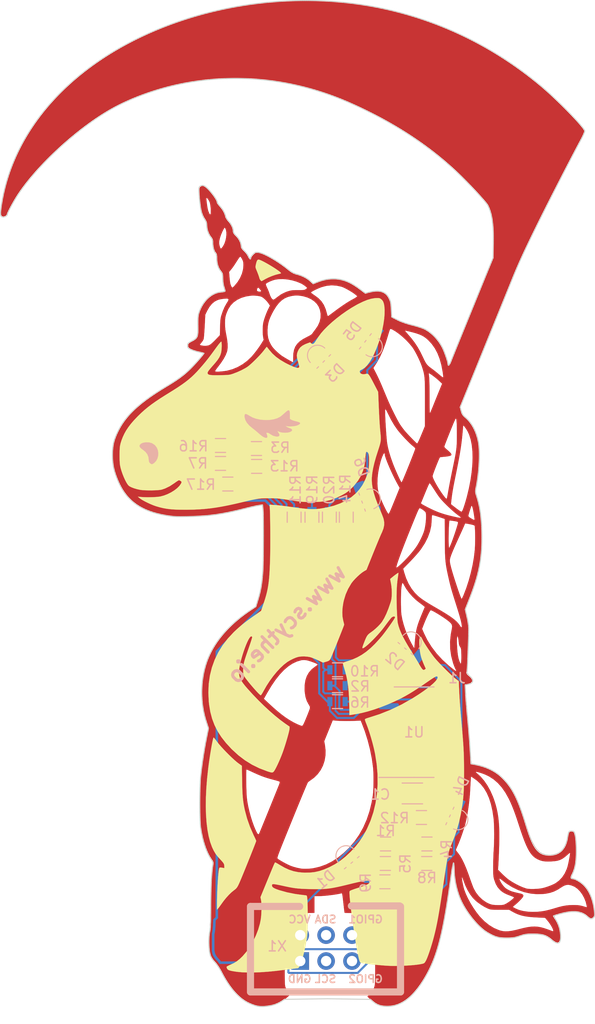
<source format=kicad_pcb>
(kicad_pcb (version 20171130) (host pcbnew 5.1.6-c6e7f7d~87~ubuntu18.04.1)
  (layers (0 F.Cu signal) (31 B.Cu signal) (34 B.Paste user) (35 F.Paste user) (36 B.SilkS user) (37 F.SilkS user) (38 B.Mask user) (39 F.Mask user) (44 Edge.Cuts user))
  (net 0 "")
  (net 1 "Net-(D1-Pad2)")
  (net 2 "Net-(X1-Pad3)")
  (net 3 "Net-(X1-Pad4)")
  (net 4 "Net-(C1-Pad2)")
  (net 5 "Net-(C1-Pad1)")
  (net 6 "Net-(D1-Pad3)")
  (net 7 "Net-(D1-Pad4)")
  (net 8 "Net-(D2-Pad4)")
  (net 9 "Net-(D3-Pad4)")
  (net 10 "Net-(D4-Pad4)")
  (net 11 "Net-(D5-Pad4)")
  (net 12 "Net-(D6-Pad4)")
  (net 13 "Net-(U1-Pad2)")
  (net 14 "Net-(U1-Pad5)")
  (net 15 "Net-(U1-Pad6)")
  (net 16 "Net-(U1-Pad7)")
  (net 17 "Net-(U1-Pad11)")
  (net 18 "Net-(J1-Pad1)")
  (net 19 "Net-(U1-Pad3)")
  (net 20 "Net-(U1-Pad12)")
  (net 21 "Net-(X1-Pad6)")
  (net 22 "Net-(X1-Pad5)")
  (net 23 "Net-(D2-Pad3)")
  (net 24 "Net-(D2-Pad2)")
  (net 25 "Net-(D3-Pad2)")
  (net 26 "Net-(D3-Pad3)")
  (net 27 "Net-(D4-Pad3)")
  (net 28 "Net-(D4-Pad2)")
  (net 29 "Net-(D5-Pad2)")
  (net 30 "Net-(D5-Pad3)")
  (net 31 "Net-(D6-Pad3)")
  (net 32 "Net-(D6-Pad2)")
  (net 33 "Net-(R1-Pad1)")
  (net 34 "Net-(R16-Pad1)")
  (net 35 "Net-(R10-Pad1)")
  (net 36 "Net-(U1-Pad4)")
  (module footprint:scythe_badge (layer F.Cu) (at 161.86 91.91)
    (fp_text reference Ref** hide)
    (fp_text value Val** hide)
    (fp_line (start -3.951268 49.312337) (end -3.951166 49.311554) (layer Edge.Cuts) (width 0.1))
    (fp_line (start -3.951327 49.312337) (end -3.951268 49.312337) (layer Edge.Cuts) (width 0.1))
    (fp_line (start -3.876381 49.323677) (end -3.951327 49.312337) (layer Edge.Cuts) (width 0.1))
    (fp_line (start -3.798982 49.332872) (end -3.876381 49.323677) (layer Edge.Cuts) (width 0.1))
    (fp_line (start -3.719284 49.339927) (end -3.798982 49.332872) (layer Edge.Cuts) (width 0.1))
    (fp_line (start -3.637438 49.344864) (end -3.719284 49.339927) (layer Edge.Cuts) (width 0.1))
    (fp_line (start -3.553601 49.347694) (end -3.637438 49.344864) (layer Edge.Cuts) (width 0.1))
    (fp_line (start -3.467924 49.348418) (end -3.553601 49.347694) (layer Edge.Cuts) (width 0.1))
    (fp_line (start -3.380561 49.347036) (end -3.467924 49.348418) (layer Edge.Cuts) (width 0.1))
    (fp_line (start -3.291665 49.343547) (end -3.380561 49.347036) (layer Edge.Cuts) (width 0.1))
    (fp_line (start -3.201389 49.337953) (end -3.291665 49.343547) (layer Edge.Cuts) (width 0.1))
    (fp_line (start -3.109888 49.330285) (end -3.201389 49.337953) (layer Edge.Cuts) (width 0.1))
    (fp_line (start -3.017315 49.320551) (end -3.109888 49.330285) (layer Edge.Cuts) (width 0.1))
    (fp_line (start -2.923822 49.30875) (end -3.017315 49.320551) (layer Edge.Cuts) (width 0.1))
    (fp_line (start -2.829563 49.294889) (end -2.923822 49.30875) (layer Edge.Cuts) (width 0.1))
    (fp_line (start -2.734692 49.278981) (end -2.829563 49.294889) (layer Edge.Cuts) (width 0.1))
    (fp_line (start -2.639362 49.261032) (end -2.734692 49.278981) (layer Edge.Cuts) (width 0.1))
    (fp_line (start -2.543727 49.24105) (end -2.639362 49.261032) (layer Edge.Cuts) (width 0.1))
    (fp_line (start -2.456235 49.220377) (end -2.543727 49.24105) (layer Edge.Cuts) (width 0.1))
    (fp_line (start -2.369193 49.196854) (end -2.456235 49.220377) (layer Edge.Cuts) (width 0.1))
    (fp_line (start -2.282616 49.170501) (end -2.369193 49.196854) (layer Edge.Cuts) (width 0.1))
    (fp_line (start -2.196521 49.141344) (end -2.282616 49.170501) (layer Edge.Cuts) (width 0.1))
    (fp_line (start -2.110922 49.109403) (end -2.196521 49.141344) (layer Edge.Cuts) (width 0.1))
    (fp_line (start -2.025836 49.074704) (end -2.110922 49.109403) (layer Edge.Cuts) (width 0.1))
    (fp_line (start -1.941279 49.037274) (end -2.025836 49.074704) (layer Edge.Cuts) (width 0.1))
    (fp_line (start -1.857266 48.997132) (end -1.941279 49.037274) (layer Edge.Cuts) (width 0.1))
    (fp_line (start -1.773813 48.954305) (end -1.857266 48.997132) (layer Edge.Cuts) (width 0.1))
    (fp_line (start -1.690935 48.908813) (end -1.773813 48.954305) (layer Edge.Cuts) (width 0.1))
    (fp_line (start -1.608649 48.860681) (end -1.690935 48.908813) (layer Edge.Cuts) (width 0.1))
    (fp_line (start -1.52697 48.809936) (end -1.608649 48.860681) (layer Edge.Cuts) (width 0.1))
    (fp_line (start -1.445914 48.756598) (end -1.52697 48.809936) (layer Edge.Cuts) (width 0.1))
    (fp_line (start -1.365497 48.700693) (end -1.445914 48.756598) (layer Edge.Cuts) (width 0.1))
    (fp_line (start -1.285734 48.64224) (end -1.365497 48.700693) (layer Edge.Cuts) (width 0.1))
    (fp_line (start 2.948174 48.586658) (end -1.285734 48.64224) (layer Edge.Cuts) (width 0.1))
    (fp_line (start 7.159268 48.647124) (end 2.948174 48.586658) (layer Edge.Cuts) (width 0.1))
    (fp_line (start 7.214439 48.699646) (end 7.159268 48.647124) (layer Edge.Cuts) (width 0.1))
    (fp_line (start 7.268617 48.749641) (end 7.214439 48.699646) (layer Edge.Cuts) (width 0.1))
    (fp_line (start 7.321916 48.797174) (end 7.268617 48.749641) (layer Edge.Cuts) (width 0.1))
    (fp_line (start 7.37445 48.842278) (end 7.321916 48.797174) (layer Edge.Cuts) (width 0.1))
    (fp_line (start 7.426334 48.885026) (end 7.37445 48.842278) (layer Edge.Cuts) (width 0.1))
    (fp_line (start 7.477684 48.925451) (end 7.426334 48.885026) (layer Edge.Cuts) (width 0.1))
    (fp_line (start 7.528614 48.963605) (end 7.477684 48.925451) (layer Edge.Cuts) (width 0.1))
    (fp_line (start 7.579238 48.999548) (end 7.528614 48.963605) (layer Edge.Cuts) (width 0.1))
    (fp_line (start 7.629672 49.033332) (end 7.579238 48.999548) (layer Edge.Cuts) (width 0.1))
    (fp_line (start 7.68003 49.064996) (end 7.629672 49.033332) (layer Edge.Cuts) (width 0.1))
    (fp_line (start 7.730427 49.094601) (end 7.68003 49.064996) (layer Edge.Cuts) (width 0.1))
    (fp_line (start 7.780978 49.122191) (end 7.730427 49.094601) (layer Edge.Cuts) (width 0.1))
    (fp_line (start 7.831799 49.147821) (end 7.780978 49.122191) (layer Edge.Cuts) (width 0.1))
    (fp_line (start 7.883001 49.171541) (end 7.831799 49.147821) (layer Edge.Cuts) (width 0.1))
    (fp_line (start 7.934703 49.193399) (end 7.883001 49.171541) (layer Edge.Cuts) (width 0.1))
    (fp_line (start 7.987017 49.213447) (end 7.934703 49.193399) (layer Edge.Cuts) (width 0.1))
    (fp_line (start 8.040059 49.231744) (end 7.987017 49.213447) (layer Edge.Cuts) (width 0.1))
    (fp_line (start 8.093944 49.24833) (end 8.040059 49.231744) (layer Edge.Cuts) (width 0.1))
    (fp_line (start 8.148786 49.263257) (end 8.093944 49.24833) (layer Edge.Cuts) (width 0.1))
    (fp_line (start 8.2047 49.276585) (end 8.148786 49.263257) (layer Edge.Cuts) (width 0.1))
    (fp_line (start 8.261801 49.288353) (end 8.2047 49.276585) (layer Edge.Cuts) (width 0.1))
    (fp_line (start 8.320204 49.298621) (end 8.261801 49.288353) (layer Edge.Cuts) (width 0.1))
    (fp_line (start 8.380023 49.30744) (end 8.320204 49.298621) (layer Edge.Cuts) (width 0.1))
    (fp_line (start 8.441373 49.314851) (end 8.380023 49.30744) (layer Edge.Cuts) (width 0.1))
    (fp_line (start 8.504369 49.320906) (end 8.441373 49.314851) (layer Edge.Cuts) (width 0.1))
    (fp_line (start 8.569126 49.325645) (end 8.504369 49.320906) (layer Edge.Cuts) (width 0.1))
    (fp_line (start 8.635758 49.329133) (end 8.569126 49.325645) (layer Edge.Cuts) (width 0.1))
    (fp_line (start 8.704381 49.331437) (end 8.635758 49.329133) (layer Edge.Cuts) (width 0.1))
    (fp_line (start 8.775109 49.332622) (end 8.704381 49.331437) (layer Edge.Cuts) (width 0.1))
    (fp_line (start 8.848057 49.332622) (end 8.775109 49.332622) (layer Edge.Cuts) (width 0.1))
    (fp_line (start 8.909441 49.331634) (end 8.848057 49.332622) (layer Edge.Cuts) (width 0.1))
    (fp_line (start 8.970603 49.329331) (end 8.909441 49.331634) (layer Edge.Cuts) (width 0.1))
    (fp_line (start 9.031547 49.325777) (end 8.970603 49.329331) (layer Edge.Cuts) (width 0.1))
    (fp_line (start 9.092273 49.320972) (end 9.031547 49.325777) (layer Edge.Cuts) (width 0.1))
    (fp_line (start 9.152785 49.314917) (end 9.092273 49.320972) (layer Edge.Cuts) (width 0.1))
    (fp_line (start 9.213083 49.307559) (end 9.152785 49.314917) (layer Edge.Cuts) (width 0.1))
    (fp_line (start 9.273171 49.29893) (end 9.213083 49.307559) (layer Edge.Cuts) (width 0.1))
    (fp_line (start 9.333051 49.289024) (end 9.273171 49.29893) (layer Edge.Cuts) (width 0.1))
    (fp_line (start 9.392724 49.277849) (end 9.333051 49.289024) (layer Edge.Cuts) (width 0.1))
    (fp_line (start 9.452192 49.26539) (end 9.392724 49.277849) (layer Edge.Cuts) (width 0.1))
    (fp_line (start 9.511458 49.251654) (end 9.452192 49.26539) (layer Edge.Cuts) (width 0.1))
    (fp_line (start 9.570524 49.236634) (end 9.511458 49.251654) (layer Edge.Cuts) (width 0.1))
    (fp_line (start 9.629392 49.220331) (end 9.570524 49.236634) (layer Edge.Cuts) (width 0.1))
    (fp_line (start 9.688064 49.202751) (end 9.629392 49.220331) (layer Edge.Cuts) (width 0.1))
    (fp_line (start 9.746542 49.183882) (end 9.688064 49.202751) (layer Edge.Cuts) (width 0.1))
    (fp_line (start 9.804829 49.163722) (end 9.746542 49.183882) (layer Edge.Cuts) (width 0.1))
    (fp_line (start 9.862925 49.142279) (end 9.804829 49.163722) (layer Edge.Cuts) (width 0.1))
    (fp_line (start 9.920834 49.119539) (end 9.862925 49.142279) (layer Edge.Cuts) (width 0.1))
    (fp_line (start 9.978558 49.095509) (end 9.920834 49.119539) (layer Edge.Cuts) (width 0.1))
    (fp_line (start 10.036099 49.070189) (end 9.978558 49.095509) (layer Edge.Cuts) (width 0.1))
    (fp_line (start 10.093458 49.043573) (end 10.036099 49.070189) (layer Edge.Cuts) (width 0.1))
    (fp_line (start 10.150639 49.01566) (end 10.093458 49.043573) (layer Edge.Cuts) (width 0.1))
    (fp_line (start 10.207642 48.98645) (end 10.150639 49.01566) (layer Edge.Cuts) (width 0.1))
    (fp_line (start 10.26447 48.955938) (end 10.207642 48.98645) (layer Edge.Cuts) (width 0.1))
    (fp_line (start 10.321125 48.924122) (end 10.26447 48.955938) (layer Edge.Cuts) (width 0.1))
    (fp_line (start 10.377611 48.891009) (end 10.321125 48.924122) (layer Edge.Cuts) (width 0.1))
    (fp_line (start 10.433927 48.856587) (end 10.377611 48.891009) (layer Edge.Cuts) (width 0.1))
    (fp_line (start 10.490076 48.820861) (end 10.433927 48.856587) (layer Edge.Cuts) (width 0.1))
    (fp_line (start 10.546062 48.783826) (end 10.490076 48.820861) (layer Edge.Cuts) (width 0.1))
    (fp_line (start 10.601885 48.745481) (end 10.546062 48.783826) (layer Edge.Cuts) (width 0.1))
    (fp_line (start 10.657549 48.705826) (end 10.601885 48.745481) (layer Edge.Cuts) (width 0.1))
    (fp_line (start 10.713053 48.664855) (end 10.657549 48.705826) (layer Edge.Cuts) (width 0.1))
    (fp_line (start 10.768403 48.622574) (end 10.713053 48.664855) (layer Edge.Cuts) (width 0.1))
    (fp_line (start 10.823599 48.578977) (end 10.768403 48.622574) (layer Edge.Cuts) (width 0.1))
    (fp_line (start 10.878642 48.534064) (end 10.823599 48.578977) (layer Edge.Cuts) (width 0.1))
    (fp_line (start 10.933537 48.487827) (end 10.878642 48.534064) (layer Edge.Cuts) (width 0.1))
    (fp_line (start 10.988283 48.440274) (end 10.933537 48.487827) (layer Edge.Cuts) (width 0.1))
    (fp_line (start 11.042884 48.391398) (end 10.988283 48.440274) (layer Edge.Cuts) (width 0.1))
    (fp_line (start 11.097343 48.3412) (end 11.042884 48.391398) (layer Edge.Cuts) (width 0.1))
    (fp_line (start 11.15166 48.289678) (end 11.097343 48.3412) (layer Edge.Cuts) (width 0.1))
    (fp_line (start 11.205837 48.236821) (end 11.15166 48.289678) (layer Edge.Cuts) (width 0.1))
    (fp_line (start 11.259878 48.182647) (end 11.205837 48.236821) (layer Edge.Cuts) (width 0.1))
    (fp_line (start 11.313785 48.127136) (end 11.259878 48.182647) (layer Edge.Cuts) (width 0.1))
    (fp_line (start 11.367557 48.07029) (end 11.313785 48.127136) (layer Edge.Cuts) (width 0.1))
    (fp_line (start 11.421201 48.012121) (end 11.367557 48.07029) (layer Edge.Cuts) (width 0.1))
    (fp_line (start 11.474714 47.952609) (end 11.421201 48.012121) (layer Edge.Cuts) (width 0.1))
    (fp_line (start 11.581366 47.829584) (end 11.474714 47.952609) (layer Edge.Cuts) (width 0.1))
    (fp_line (start 11.687529 47.701195) (end 11.581366 47.829584) (layer Edge.Cuts) (width 0.1))
    (fp_line (start 11.79322 47.567442) (end 11.687529 47.701195) (layer Edge.Cuts) (width 0.1))
    (fp_line (start 11.898455 47.428298) (end 11.79322 47.567442) (layer Edge.Cuts) (width 0.1))
    (fp_line (start 12.003253 47.283764) (end 11.898455 47.428298) (layer Edge.Cuts) (width 0.1))
    (fp_line (start 12.107629 47.133819) (end 12.003253 47.283764) (layer Edge.Cuts) (width 0.1))
    (fp_line (start 12.211601 46.978458) (end 12.107629 47.133819) (layer Edge.Cuts) (width 0.1))
    (fp_line (start 12.315185 46.81766) (end 12.211601 46.978458) (layer Edge.Cuts) (width 0.1))
    (fp_line (start 12.418399 46.651413) (end 12.315185 46.81766) (layer Edge.Cuts) (width 0.1))
    (fp_line (start 12.534647 46.457115) (end 12.418399 46.651413) (layer Edge.Cuts) (width 0.1))
    (fp_line (start 12.591325 46.359528) (end 12.534647 46.457115) (layer Edge.Cuts) (width 0.1))
    (fp_line (start 12.647066 46.261552) (end 12.591325 46.359528) (layer Edge.Cuts) (width 0.1))
    (fp_line (start 12.70189 46.16311) (end 12.647066 46.261552) (layer Edge.Cuts) (width 0.1))
    (fp_line (start 12.755817 46.064128) (end 12.70189 46.16311) (layer Edge.Cuts) (width 0.1))
    (fp_line (start 12.808867 45.96452) (end 12.755817 46.064128) (layer Edge.Cuts) (width 0.1))
    (fp_line (start 12.861062 45.864222) (end 12.808867 45.96452) (layer Edge.Cuts) (width 0.1))
    (fp_line (start 12.91242 45.763153) (end 12.861062 45.864222) (layer Edge.Cuts) (width 0.1))
    (fp_line (start 12.962962 45.661242) (end 12.91242 45.763153) (layer Edge.Cuts) (width 0.1))
    (fp_line (start 13.012708 45.558403) (end 12.962962 45.661242) (layer Edge.Cuts) (width 0.1))
    (fp_line (start 13.061678 45.45457) (end 13.012708 45.558403) (layer Edge.Cuts) (width 0.1))
    (fp_line (start 13.109893 45.349664) (end 13.061678 45.45457) (layer Edge.Cuts) (width 0.1))
    (fp_line (start 13.157372 45.243606) (end 13.109893 45.349664) (layer Edge.Cuts) (width 0.1))
    (fp_line (start 13.204136 45.136318) (end 13.157372 45.243606) (layer Edge.Cuts) (width 0.1))
    (fp_line (start 13.250206 45.02774) (end 13.204136 45.136318) (layer Edge.Cuts) (width 0.1))
    (fp_line (start 13.2956 44.917779) (end 13.250206 45.02774) (layer Edge.Cuts) (width 0.1))
    (fp_line (start 13.34034 44.806364) (end 13.2956 44.917779) (layer Edge.Cuts) (width 0.1))
    (fp_line (start 13.384445 44.693422) (end 13.34034 44.806364) (layer Edge.Cuts) (width 0.1))
    (fp_line (start 13.427937 44.578874) (end 13.384445 44.693422) (layer Edge.Cuts) (width 0.1))
    (fp_line (start 13.470833 44.462648) (end 13.427937 44.578874) (layer Edge.Cuts) (width 0.1))
    (fp_line (start 13.513156 44.344664) (end 13.470833 44.462648) (layer Edge.Cuts) (width 0.1))
    (fp_line (start 13.554926 44.224851) (end 13.513156 44.344664) (layer Edge.Cuts) (width 0.1))
    (fp_line (start 13.596161 44.103129) (end 13.554926 44.224851) (layer Edge.Cuts) (width 0.1))
    (fp_line (start 13.636883 43.979426) (end 13.596161 44.103129) (layer Edge.Cuts) (width 0.1))
    (fp_line (start 13.677113 43.853656) (end 13.636883 43.979426) (layer Edge.Cuts) (width 0.1))
    (fp_line (start 13.716869 43.72576) (end 13.677113 43.853656) (layer Edge.Cuts) (width 0.1))
    (fp_line (start 13.756172 43.595646) (end 13.716869 43.72576) (layer Edge.Cuts) (width 0.1))
    (fp_line (start 13.795042 43.463249) (end 13.756172 43.595646) (layer Edge.Cuts) (width 0.1))
    (fp_line (start 13.8335 43.328489) (end 13.795042 43.463249) (layer Edge.Cuts) (width 0.1))
    (fp_line (start 13.871566 43.191286) (end 13.8335 43.328489) (layer Edge.Cuts) (width 0.1))
    (fp_line (start 13.909259 43.05157) (end 13.871566 43.191286) (layer Edge.Cuts) (width 0.1))
    (fp_line (start 13.946601 42.909267) (end 13.909259 43.05157) (layer Edge.Cuts) (width 0.1))
    (fp_line (start 13.98361 42.764298) (end 13.946601 42.909267) (layer Edge.Cuts) (width 0.1))
    (fp_line (start 14.056714 42.466055) (end 13.98361 42.764298) (layer Edge.Cuts) (width 0.1))
    (fp_line (start 14.128734 42.156234) (end 14.056714 42.466055) (layer Edge.Cuts) (width 0.1))
    (fp_line (start 14.199829 41.834238) (end 14.128734 42.156234) (layer Edge.Cuts) (width 0.1))
    (fp_line (start 14.270162 41.499453) (end 14.199829 41.834238) (layer Edge.Cuts) (width 0.1))
    (fp_line (start 14.339895 41.151274) (end 14.270162 41.499453) (layer Edge.Cuts) (width 0.1))
    (fp_line (start 14.409187 40.789089) (end 14.339895 41.151274) (layer Edge.Cuts) (width 0.1))
    (fp_line (start 14.478202 40.412307) (end 14.409187 40.789089) (layer Edge.Cuts) (width 0.1))
    (fp_line (start 14.5471 40.0203) (end 14.478202 40.412307) (layer Edge.Cuts) (width 0.1))
    (fp_line (start 14.616043 39.612478) (end 14.5471 40.0203) (layer Edge.Cuts) (width 0.1))
    (fp_line (start 14.685192 39.188228) (end 14.616043 39.612478) (layer Edge.Cuts) (width 0.1))
    (fp_line (start 14.754709 38.746938) (end 14.685192 39.188228) (layer Edge.Cuts) (width 0.1))
    (fp_line (start 14.824754 38.288016) (end 14.754709 38.746938) (layer Edge.Cuts) (width 0.1))
    (fp_line (start 14.89549 37.810835) (end 14.824754 38.288016) (layer Edge.Cuts) (width 0.1))
    (fp_line (start 14.967077 37.314812) (end 14.89549 37.810835) (layer Edge.Cuts) (width 0.1))
    (fp_line (start 15.039678 36.79932) (end 14.967077 37.314812) (layer Edge.Cuts) (width 0.1))
    (fp_line (start 15.084365 36.486794) (end 15.039678 36.79932) (layer Edge.Cuts) (width 0.1))
    (fp_line (start 15.128137 36.196521) (end 15.084365 36.486794) (layer Edge.Cuts) (width 0.1))
    (fp_line (start 15.169885 35.934773) (end 15.128137 36.196521) (layer Edge.Cuts) (width 0.1))
    (fp_line (start 15.208503 35.70781) (end 15.169885 35.934773) (layer Edge.Cuts) (width 0.1))
    (fp_line (start 15.242885 35.521883) (end 15.208503 35.70781) (layer Edge.Cuts) (width 0.1))
    (fp_line (start 15.258141 35.446266) (end 15.242885 35.521883) (layer Edge.Cuts) (width 0.1))
    (fp_line (start 15.271922 35.383259) (end 15.258141 35.446266) (layer Edge.Cuts) (width 0.1))
    (fp_line (start 15.284091 35.33364) (end 15.271922 35.383259) (layer Edge.Cuts) (width 0.1))
    (fp_line (start 15.294509 35.298198) (end 15.284091 35.33364) (layer Edge.Cuts) (width 0.1))
    (fp_line (start 15.29902 35.286035) (end 15.294509 35.298198) (layer Edge.Cuts) (width 0.1))
    (fp_line (start 15.30304 35.277715) (end 15.29902 35.286035) (layer Edge.Cuts) (width 0.1))
    (fp_line (start 15.306555 35.273306) (end 15.30304 35.277715) (layer Edge.Cuts) (width 0.1))
    (fp_line (start 15.308113 35.272647) (end 15.306555 35.273306) (layer Edge.Cuts) (width 0.1))
    (fp_line (start 15.309541 35.272647) (end 15.308113 35.272647) (layer Edge.Cuts) (width 0.1))
    (fp_line (start 15.314916 35.278242) (end 15.309541 35.272647) (layer Edge.Cuts) (width 0.1))
    (fp_line (start 15.320147 35.288193) (end 15.314916 35.278242) (layer Edge.Cuts) (width 0.1))
    (fp_line (start 15.325201 35.302226) (end 15.320147 35.288193) (layer Edge.Cuts) (width 0.1))
    (fp_line (start 15.330052 35.320095) (end 15.325201 35.302226) (layer Edge.Cuts) (width 0.1))
    (fp_line (start 15.339042 35.366391) (end 15.330052 35.320095) (layer Edge.Cuts) (width 0.1))
    (fp_line (start 15.346893 35.425132) (end 15.339042 35.366391) (layer Edge.Cuts) (width 0.1))
    (fp_line (start 15.353381 35.494385) (end 15.346893 35.425132) (layer Edge.Cuts) (width 0.1))
    (fp_line (start 15.358291 35.5722) (end 15.353381 35.494385) (layer Edge.Cuts) (width 0.1))
    (fp_line (start 15.361401 35.65665) (end 15.358291 35.5722) (layer Edge.Cuts) (width 0.1))
    (fp_line (start 15.362487 35.74578) (end 15.361401 35.65665) (layer Edge.Cuts) (width 0.1))
    (fp_line (start 15.36328 35.847783) (end 15.362487 35.74578) (layer Edge.Cuts) (width 0.1))
    (fp_line (start 15.365558 35.950385) (end 15.36328 35.847783) (layer Edge.Cuts) (width 0.1))
    (fp_line (start 15.369303 36.053507) (end 15.365558 35.950385) (layer Edge.Cuts) (width 0.1))
    (fp_line (start 15.374508 36.15709) (end 15.369303 36.053507) (layer Edge.Cuts) (width 0.1))
    (fp_line (start 15.381156 36.261068) (end 15.374508 36.15709) (layer Edge.Cuts) (width 0.1))
    (fp_line (start 15.389231 36.365368) (end 15.381156 36.261068) (layer Edge.Cuts) (width 0.1))
    (fp_line (start 15.398721 36.469932) (end 15.389231 36.365368) (layer Edge.Cuts) (width 0.1))
    (fp_line (start 15.409611 36.574686) (end 15.398721 36.469932) (layer Edge.Cuts) (width 0.1))
    (fp_line (start 15.421886 36.679566) (end 15.409611 36.574686) (layer Edge.Cuts) (width 0.1))
    (fp_line (start 15.435533 36.784504) (end 15.421886 36.679566) (layer Edge.Cuts) (width 0.1))
    (fp_line (start 15.450536 36.88943) (end 15.435533 36.784504) (layer Edge.Cuts) (width 0.1))
    (fp_line (start 15.466882 36.994283) (end 15.450536 36.88943) (layer Edge.Cuts) (width 0.1))
    (fp_line (start 15.484557 37.098998) (end 15.466882 36.994283) (layer Edge.Cuts) (width 0.1))
    (fp_line (start 15.503545 37.203502) (end 15.484557 37.098998) (layer Edge.Cuts) (width 0.1))
    (fp_line (start 15.523832 37.30773) (end 15.503545 37.203502) (layer Edge.Cuts) (width 0.1))
    (fp_line (start 15.545405 37.411616) (end 15.523832 37.30773) (layer Edge.Cuts) (width 0.1))
    (fp_line (start 15.56825 37.515093) (end 15.545405 37.411616) (layer Edge.Cuts) (width 0.1))
    (fp_line (start 15.592351 37.61809) (end 15.56825 37.515093) (layer Edge.Cuts) (width 0.1))
    (fp_line (start 15.617694 37.720548) (end 15.592351 37.61809) (layer Edge.Cuts) (width 0.1))
    (fp_line (start 15.644265 37.822393) (end 15.617694 37.720548) (layer Edge.Cuts) (width 0.1))
    (fp_line (start 15.67205 37.923567) (end 15.644265 37.822393) (layer Edge.Cuts) (width 0.1))
    (fp_line (start 15.701034 38.02399) (end 15.67205 37.923567) (layer Edge.Cuts) (width 0.1))
    (fp_line (start 15.731204 38.123611) (end 15.701034 38.02399) (layer Edge.Cuts) (width 0.1))
    (fp_line (start 15.762544 38.22235) (end 15.731204 38.123611) (layer Edge.Cuts) (width 0.1))
    (fp_line (start 15.795041 38.320141) (end 15.762544 38.22235) (layer Edge.Cuts) (width 0.1))
    (fp_line (start 15.82868 38.416931) (end 15.795041 38.320141) (layer Edge.Cuts) (width 0.1))
    (fp_line (start 15.863447 38.512636) (end 15.82868 38.416931) (layer Edge.Cuts) (width 0.1))
    (fp_line (start 15.899328 38.607202) (end 15.863447 38.512636) (layer Edge.Cuts) (width 0.1))
    (fp_line (start 15.936307 38.70055) (end 15.899328 38.607202) (layer Edge.Cuts) (width 0.1))
    (fp_line (start 15.974372 38.792622) (end 15.936307 38.70055) (layer Edge.Cuts) (width 0.1))
    (fp_line (start 16.013507 38.88335) (end 15.974372 38.792622) (layer Edge.Cuts) (width 0.1))
    (fp_line (start 16.053699 38.972671) (end 16.013507 38.88335) (layer Edge.Cuts) (width 0.1))
    (fp_line (start 16.10658 39.08454) (end 16.053699 38.972671) (layer Edge.Cuts) (width 0.1))
    (fp_line (start 16.162838 39.197462) (end 16.10658 39.08454) (layer Edge.Cuts) (width 0.1))
    (fp_line (start 16.222307 39.311253) (end 16.162838 39.197462) (layer Edge.Cuts) (width 0.1))
    (fp_line (start 16.284818 39.425689) (end 16.222307 39.311253) (layer Edge.Cuts) (width 0.1))
    (fp_line (start 16.350204 39.54058) (end 16.284818 39.425689) (layer Edge.Cuts) (width 0.1))
    (fp_line (start 16.418298 39.655713) (end 16.350204 39.54058) (layer Edge.Cuts) (width 0.1))
    (fp_line (start 16.488933 39.770893) (end 16.418298 39.655713) (layer Edge.Cuts) (width 0.1))
    (fp_line (start 16.561941 39.885908) (end 16.488933 39.770893) (layer Edge.Cuts) (width 0.1))
    (fp_line (start 16.637155 40.000555) (end 16.561941 39.885908) (layer Edge.Cuts) (width 0.1))
    (fp_line (start 16.714408 40.114636) (end 16.637155 40.000555) (layer Edge.Cuts) (width 0.1))
    (fp_line (start 16.793533 40.22794) (end 16.714408 40.114636) (layer Edge.Cuts) (width 0.1))
    (fp_line (start 16.874362 40.340263) (end 16.793533 40.22794) (layer Edge.Cuts) (width 0.1))
    (fp_line (start 16.956728 40.451408) (end 16.874362 40.340263) (layer Edge.Cuts) (width 0.1))
    (fp_line (start 17.040464 40.561165) (end 16.956728 40.451408) (layer Edge.Cuts) (width 0.1))
    (fp_line (start 17.125402 40.669335) (end 17.040464 40.561165) (layer Edge.Cuts) (width 0.1))
    (fp_line (start 17.211376 40.775709) (end 17.125402 40.669335) (layer Edge.Cuts) (width 0.1))
    (fp_line (start 17.298217 40.880081) (end 17.211376 40.775709) (layer Edge.Cuts) (width 0.1))
    (fp_line (start 17.385759 40.982256) (end 17.298217 40.880081) (layer Edge.Cuts) (width 0.1))
    (fp_line (start 17.473835 41.082021) (end 17.385759 40.982256) (layer Edge.Cuts) (width 0.1))
    (fp_line (start 17.562276 41.17918) (end 17.473835 41.082021) (layer Edge.Cuts) (width 0.1))
    (fp_line (start 17.650916 41.273523) (end 17.562276 41.17918) (layer Edge.Cuts) (width 0.1))
    (fp_line (start 17.739588 41.364844) (end 17.650916 41.273523) (layer Edge.Cuts) (width 0.1))
    (fp_line (start 17.828124 41.452946) (end 17.739588 41.364844) (layer Edge.Cuts) (width 0.1))
    (fp_line (start 17.916357 41.537627) (end 17.828124 41.452946) (layer Edge.Cuts) (width 0.1))
    (fp_line (start 18.004119 41.618674) (end 17.916357 41.537627) (layer Edge.Cuts) (width 0.1))
    (fp_line (start 18.091244 41.695884) (end 18.004119 41.618674) (layer Edge.Cuts) (width 0.1))
    (fp_line (start 18.177564 41.769059) (end 18.091244 41.695884) (layer Edge.Cuts) (width 0.1))
    (fp_line (start 18.262912 41.837989) (end 18.177564 41.769059) (layer Edge.Cuts) (width 0.1))
    (fp_line (start 18.34712 41.902477) (end 18.262912 41.837989) (layer Edge.Cuts) (width 0.1))
    (fp_line (start 18.430022 41.962311) (end 18.34712 41.902477) (layer Edge.Cuts) (width 0.1))
    (fp_line (start 18.51145 42.017295) (end 18.430022 41.962311) (layer Edge.Cuts) (width 0.1))
    (fp_line (start 18.591236 42.067217) (end 18.51145 42.017295) (layer Edge.Cuts) (width 0.1))
    (fp_line (start 18.732121 42.150436) (end 18.591236 42.067217) (layer Edge.Cuts) (width 0.1))
    (fp_line (start 18.864082 42.2255) (end 18.732121 42.150436) (layer Edge.Cuts) (width 0.1))
    (fp_line (start 18.988417 42.292778) (end 18.864082 42.2255) (layer Edge.Cuts) (width 0.1))
    (fp_line (start 19.106423 42.352672) (end 18.988417 42.292778) (layer Edge.Cuts) (width 0.1))
    (fp_line (start 19.16346 42.379966) (end 19.106423 42.352672) (layer Edge.Cuts) (width 0.1))
    (fp_line (start 19.219401 42.405556) (end 19.16346 42.379966) (layer Edge.Cuts) (width 0.1))
    (fp_line (start 19.27441 42.429494) (end 19.219401 42.405556) (layer Edge.Cuts) (width 0.1))
    (fp_line (start 19.328649 42.451825) (end 19.27441 42.429494) (layer Edge.Cuts) (width 0.1))
    (fp_line (start 19.38228 42.472604) (end 19.328649 42.451825) (layer Edge.Cuts) (width 0.1))
    (fp_line (start 19.435465 42.491868) (end 19.38228 42.472604) (layer Edge.Cuts) (width 0.1))
    (fp_line (start 19.488367 42.509672) (end 19.435465 42.491868) (layer Edge.Cuts) (width 0.1))
    (fp_line (start 19.541149 42.526067) (end 19.488367 42.509672) (layer Edge.Cuts) (width 0.1))
    (fp_line (start 19.593972 42.541093) (end 19.541149 42.526067) (layer Edge.Cuts) (width 0.1))
    (fp_line (start 19.646999 42.554809) (end 19.593972 42.541093) (layer Edge.Cuts) (width 0.1))
    (fp_line (start 19.700391 42.567249) (end 19.646999 42.554809) (layer Edge.Cuts) (width 0.1))
    (fp_line (start 19.754313 42.578477) (end 19.700391 42.567249) (layer Edge.Cuts) (width 0.1))
    (fp_line (start 19.808925 42.588534) (end 19.754313 42.578477) (layer Edge.Cuts) (width 0.1))
    (fp_line (start 19.864391 42.597465) (end 19.808925 42.588534) (layer Edge.Cuts) (width 0.1))
    (fp_line (start 19.920871 42.605324) (end 19.864391 42.597465) (layer Edge.Cuts) (width 0.1))
    (fp_line (start 19.97853 42.612156) (end 19.920871 42.605324) (layer Edge.Cuts) (width 0.1))
    (fp_line (start 20.037529 42.618013) (end 19.97853 42.612156) (layer Edge.Cuts) (width 0.1))
    (fp_line (start 20.09803 42.62295) (end 20.037529 42.618013) (layer Edge.Cuts) (width 0.1))
    (fp_line (start 20.22419 42.630209) (end 20.09803 42.62295) (layer Edge.Cuts) (width 0.1))
    (fp_line (start 20.358308 42.634356) (end 20.22419 42.630209) (layer Edge.Cuts) (width 0.1))
    (fp_line (start 20.501683 42.635738) (end 20.358308 42.634356) (layer Edge.Cuts) (width 0.1))
    (fp_line (start 20.716791 42.634487) (end 20.501683 42.635738) (layer Edge.Cuts) (width 0.1))
    (fp_line (start 20.811232 42.632513) (end 20.716791 42.634487) (layer Edge.Cuts) (width 0.1))
    (fp_line (start 20.898492 42.629354) (end 20.811232 42.632513) (layer Edge.Cuts) (width 0.1))
    (fp_line (start 20.979738 42.624878) (end 20.898492 42.629354) (layer Edge.Cuts) (width 0.1))
    (fp_line (start 21.056141 42.618954) (end 20.979738 42.624878) (layer Edge.Cuts) (width 0.1))
    (fp_line (start 21.12887 42.611346) (end 21.056141 42.618954) (layer Edge.Cuts) (width 0.1))
    (fp_line (start 21.199095 42.601895) (end 21.12887 42.611346) (layer Edge.Cuts) (width 0.1))
    (fp_line (start 21.267985 42.590423) (end 21.199095 42.601895) (layer Edge.Cuts) (width 0.1))
    (fp_line (start 21.33671 42.576759) (end 21.267985 42.590423) (layer Edge.Cuts) (width 0.1))
    (fp_line (start 21.406439 42.560726) (end 21.33671 42.576759) (layer Edge.Cuts) (width 0.1))
    (fp_line (start 21.478342 42.542146) (end 21.406439 42.560726) (layer Edge.Cuts) (width 0.1))
    (fp_line (start 21.553587 42.520848) (end 21.478342 42.542146) (layer Edge.Cuts) (width 0.1))
    (fp_line (start 21.633346 42.496647) (end 21.553587 42.520848) (layer Edge.Cuts) (width 0.1))
    (fp_line (start 21.718787 42.469372) (end 21.633346 42.496647) (layer Edge.Cuts) (width 0.1))
    (fp_line (start 21.811079 42.438853) (end 21.718787 42.469372) (layer Edge.Cuts) (width 0.1))
    (fp_line (start 21.904562 42.407919) (end 21.811079 42.438853) (layer Edge.Cuts) (width 0.1))
    (fp_line (start 21.990819 42.380341) (end 21.904562 42.407919) (layer Edge.Cuts) (width 0.1))
    (fp_line (start 22.071123 42.355943) (end 21.990819 42.380341) (layer Edge.Cuts) (width 0.1))
    (fp_line (start 22.146751 42.334533) (end 22.071123 42.355943) (layer Edge.Cuts) (width 0.1))
    (fp_line (start 22.218974 42.31592) (end 22.146751 42.334533) (layer Edge.Cuts) (width 0.1))
    (fp_line (start 22.289068 42.299933) (end 22.218974 42.31592) (layer Edge.Cuts) (width 0.1))
    (fp_line (start 22.358307 42.286374) (end 22.289068 42.299933) (layer Edge.Cuts) (width 0.1))
    (fp_line (start 22.427965 42.27506) (end 22.358307 42.286374) (layer Edge.Cuts) (width 0.1))
    (fp_line (start 22.499315 42.265807) (end 22.427965 42.27506) (layer Edge.Cuts) (width 0.1))
    (fp_line (start 22.573633 42.258428) (end 22.499315 42.265807) (layer Edge.Cuts) (width 0.1))
    (fp_line (start 22.652193 42.252702) (end 22.573633 42.258428) (layer Edge.Cuts) (width 0.1))
    (fp_line (start 22.736268 42.24849) (end 22.652193 42.252702) (layer Edge.Cuts) (width 0.1))
    (fp_line (start 22.827133 42.245594) (end 22.736268 42.24849) (layer Edge.Cuts) (width 0.1))
    (fp_line (start 22.926063 42.243883) (end 22.827133 42.245594) (layer Edge.Cuts) (width 0.1))
    (fp_line (start 23.153209 42.243027) (end 22.926063 42.243883) (layer Edge.Cuts) (width 0.1))
    (fp_line (start 23.315955 42.24487) (end 23.153209 42.243027) (layer Edge.Cuts) (width 0.1))
    (fp_line (start 23.467665 42.249938) (end 23.315955 42.24487) (layer Edge.Cuts) (width 0.1))
    (fp_line (start 23.539687 42.253755) (end 23.467665 42.249938) (layer Edge.Cuts) (width 0.1))
    (fp_line (start 23.609316 42.258494) (end 23.539687 42.253755) (layer Edge.Cuts) (width 0.1))
    (fp_line (start 23.676674 42.26422) (end 23.609316 42.258494) (layer Edge.Cuts) (width 0.1))
    (fp_line (start 23.741882 42.270927) (end 23.676674 42.26422) (layer Edge.Cuts) (width 0.1))
    (fp_line (start 23.805064 42.278674) (end 23.741882 42.270927) (layer Edge.Cuts) (width 0.1))
    (fp_line (start 23.86634 42.287493) (end 23.805064 42.278674) (layer Edge.Cuts) (width 0.1))
    (fp_line (start 23.925834 42.297432) (end 23.86634 42.287493) (layer Edge.Cuts) (width 0.1))
    (fp_line (start 23.983666 42.308522) (end 23.925834 42.297432) (layer Edge.Cuts) (width 0.1))
    (fp_line (start 24.039959 42.32081) (end 23.983666 42.308522) (layer Edge.Cuts) (width 0.1))
    (fp_line (start 24.094836 42.334329) (end 24.039959 42.32081) (layer Edge.Cuts) (width 0.1))
    (fp_line (start 24.148417 42.349124) (end 24.094836 42.334329) (layer Edge.Cuts) (width 0.1))
    (fp_line (start 24.200825 42.36523) (end 24.148417 42.349124) (layer Edge.Cuts) (width 0.1))
    (fp_line (start 24.252182 42.382691) (end 24.200825 42.36523) (layer Edge.Cuts) (width 0.1))
    (fp_line (start 24.302609 42.401541) (end 24.252182 42.382691) (layer Edge.Cuts) (width 0.1))
    (fp_line (start 24.352229 42.421826) (end 24.302609 42.401541) (layer Edge.Cuts) (width 0.1))
    (fp_line (start 24.401165 42.443585) (end 24.352229 42.421826) (layer Edge.Cuts) (width 0.1))
    (fp_line (start 24.449537 42.466851) (end 24.401165 42.443585) (layer Edge.Cuts) (width 0.1))
    (fp_line (start 24.497468 42.491664) (end 24.449537 42.466851) (layer Edge.Cuts) (width 0.1))
    (fp_line (start 24.545079 42.51807) (end 24.497468 42.491664) (layer Edge.Cuts) (width 0.1))
    (fp_line (start 24.592494 42.546102) (end 24.545079 42.51807) (layer Edge.Cuts) (width 0.1))
    (fp_line (start 24.639833 42.575805) (end 24.592494 42.546102) (layer Edge.Cuts) (width 0.1))
    (fp_line (start 24.687219 42.607213) (end 24.639833 42.575805) (layer Edge.Cuts) (width 0.1))
    (fp_line (start 24.734773 42.640371) (end 24.687219 42.607213) (layer Edge.Cuts) (width 0.1))
    (fp_line (start 24.782618 42.675314) (end 24.734773 42.640371) (layer Edge.Cuts) (width 0.1))
    (fp_line (start 24.830876 42.712079) (end 24.782618 42.675314) (layer Edge.Cuts) (width 0.1))
    (fp_line (start 24.879668 42.75072) (end 24.830876 42.712079) (layer Edge.Cuts) (width 0.1))
    (fp_line (start 24.929117 42.791257) (end 24.879668 42.75072) (layer Edge.Cuts) (width 0.1))
    (fp_line (start 24.979345 42.833742) (end 24.929117 42.791257) (layer Edge.Cuts) (width 0.1))
    (fp_line (start 25.035975 42.881064) (end 24.979345 42.833742) (layer Edge.Cuts) (width 0.1))
    (fp_line (start 25.090692 42.924201) (end 25.035975 42.881064) (layer Edge.Cuts) (width 0.1))
    (fp_line (start 25.143493 42.963164) (end 25.090692 42.924201) (layer Edge.Cuts) (width 0.1))
    (fp_line (start 25.194373 42.997942) (end 25.143493 42.963164) (layer Edge.Cuts) (width 0.1))
    (fp_line (start 25.243326 43.028554) (end 25.194373 42.997942) (layer Edge.Cuts) (width 0.1))
    (fp_line (start 25.290349 43.054992) (end 25.243326 43.028554) (layer Edge.Cuts) (width 0.1))
    (fp_line (start 25.335437 43.077265) (end 25.290349 43.054992) (layer Edge.Cuts) (width 0.1))
    (fp_line (start 25.378585 43.095371) (end 25.335437 43.077265) (layer Edge.Cuts) (width 0.1))
    (fp_line (start 25.419789 43.109311) (end 25.378585 43.095371) (layer Edge.Cuts) (width 0.1))
    (fp_line (start 25.459044 43.119098) (end 25.419789 43.109311) (layer Edge.Cuts) (width 0.1))
    (fp_line (start 25.496345 43.124693) (end 25.459044 43.119098) (layer Edge.Cuts) (width 0.1))
    (fp_line (start 25.514262 43.125943) (end 25.496345 43.124693) (layer Edge.Cuts) (width 0.1))
    (fp_line (start 25.531689 43.125943) (end 25.514262 43.125943) (layer Edge.Cuts) (width 0.1))
    (fp_line (start 25.548625 43.125153) (end 25.531689 43.125943) (layer Edge.Cuts) (width 0.1))
    (fp_line (start 25.56507 43.12331) (end 25.548625 43.125153) (layer Edge.Cuts) (width 0.1))
    (fp_line (start 25.581024 43.120415) (end 25.56507 43.12331) (layer Edge.Cuts) (width 0.1))
    (fp_line (start 25.596484 43.116465) (end 25.581024 43.120415) (layer Edge.Cuts) (width 0.1))
    (fp_line (start 25.611453 43.111463) (end 25.596484 43.116465) (layer Edge.Cuts) (width 0.1))
    (fp_line (start 25.625928 43.105474) (end 25.611453 43.111463) (layer Edge.Cuts) (width 0.1))
    (fp_line (start 25.639908 43.098438) (end 25.625928 43.105474) (layer Edge.Cuts) (width 0.1))
    (fp_line (start 25.653393 43.090362) (end 25.639908 43.098438) (layer Edge.Cuts) (width 0.1))
    (fp_line (start 25.666385 43.08126) (end 25.653393 43.090362) (layer Edge.Cuts) (width 0.1))
    (fp_line (start 25.67888 43.071118) (end 25.666385 43.08126) (layer Edge.Cuts) (width 0.1))
    (fp_line (start 25.690878 43.059948) (end 25.67888 43.071118) (layer Edge.Cuts) (width 0.1))
    (fp_line (start 25.70238 43.047739) (end 25.690878 43.059948) (layer Edge.Cuts) (width 0.1))
    (fp_line (start 25.713385 43.034497) (end 25.70238 43.047739) (layer Edge.Cuts) (width 0.1))
    (fp_line (start 25.723891 43.020228) (end 25.713385 43.034497) (layer Edge.Cuts) (width 0.1))
    (fp_line (start 25.743407 42.988583) (end 25.723891 43.020228) (layer Edge.Cuts) (width 0.1))
    (fp_line (start 25.760924 42.952818) (end 25.743407 42.988583) (layer Edge.Cuts) (width 0.1))
    (fp_line (start 25.776439 42.912926) (end 25.760924 42.952818) (layer Edge.Cuts) (width 0.1))
    (fp_line (start 25.789944 42.868914) (end 25.776439 42.912926) (layer Edge.Cuts) (width 0.1))
    (fp_line (start 25.801438 42.820782) (end 25.789944 42.868914) (layer Edge.Cuts) (width 0.1))
    (fp_line (start 25.810914 42.768537) (end 25.801438 42.820782) (layer Edge.Cuts) (width 0.1))
    (fp_line (start 25.818368 42.712184) (end 25.810914 42.768537) (layer Edge.Cuts) (width 0.1))
    (fp_line (start 25.823796 42.651718) (end 25.818368 42.712184) (layer Edge.Cuts) (width 0.1))
    (fp_line (start 25.827193 42.587145) (end 25.823796 42.651718) (layer Edge.Cuts) (width 0.1))
    (fp_line (start 25.828555 42.518478) (end 25.827193 42.587145) (layer Edge.Cuts) (width 0.1))
    (fp_line (start 25.827874 42.445704) (end 25.828555 42.518478) (layer Edge.Cuts) (width 0.1))
    (fp_line (start 25.825151 42.36883) (end 25.827874 42.445704) (layer Edge.Cuts) (width 0.1))
    (fp_line (start 25.820378 42.287868) (end 25.825151 42.36883) (layer Edge.Cuts) (width 0.1))
    (fp_line (start 25.811521 42.18393) (end 25.820378 42.287868) (layer Edge.Cuts) (width 0.1))
    (fp_line (start 25.799553 42.08119) (end 25.811521 42.18393) (layer Edge.Cuts) (width 0.1))
    (fp_line (start 25.784475 41.979654) (end 25.799553 42.08119) (layer Edge.Cuts) (width 0.1))
    (fp_line (start 25.76629 41.879329) (end 25.784475 41.979654) (layer Edge.Cuts) (width 0.1))
    (fp_line (start 25.744999 41.780222) (end 25.76629 41.879329) (layer Edge.Cuts) (width 0.1))
    (fp_line (start 25.720605 41.682332) (end 25.744999 41.780222) (layer Edge.Cuts) (width 0.1))
    (fp_line (start 25.693109 41.585673) (end 25.720605 41.682332) (layer Edge.Cuts) (width 0.1))
    (fp_line (start 25.662514 41.490251) (end 25.693109 41.585673) (layer Edge.Cuts) (width 0.1))
    (fp_line (start 25.628821 41.396067) (end 25.662514 41.490251) (layer Edge.Cuts) (width 0.1))
    (fp_line (start 25.592033 41.303134) (end 25.628821 41.396067) (layer Edge.Cuts) (width 0.1))
    (fp_line (start 25.552152 41.211444) (end 25.592033 41.303134) (layer Edge.Cuts) (width 0.1))
    (fp_line (start 25.509179 41.121018) (end 25.552152 41.211444) (layer Edge.Cuts) (width 0.1))
    (fp_line (start 25.463117 41.031849) (end 25.509179 41.121018) (layer Edge.Cuts) (width 0.1))
    (fp_line (start 25.413967 40.943957) (end 25.463117 41.031849) (layer Edge.Cuts) (width 0.1))
    (fp_line (start 25.361732 40.857335) (end 25.413967 40.943957) (layer Edge.Cuts) (width 0.1))
    (fp_line (start 25.306414 40.771997) (end 25.361732 40.857335) (layer Edge.Cuts) (width 0.1))
    (fp_line (start 25.267586 40.713196) (end 25.306414 40.771997) (layer Edge.Cuts) (width 0.1))
    (fp_line (start 25.23213 40.657633) (end 25.267586 40.713196) (layer Edge.Cuts) (width 0.1))
    (fp_line (start 25.200767 40.606559) (end 25.23213 40.657633) (layer Edge.Cuts) (width 0.1))
    (fp_line (start 25.174218 40.561251) (end 25.200767 40.606559) (layer Edge.Cuts) (width 0.1))
    (fp_line (start 25.153205 40.522978) (end 25.174218 40.561251) (layer Edge.Cuts) (width 0.1))
    (fp_line (start 25.138448 40.492998) (end 25.153205 40.522978) (layer Edge.Cuts) (width 0.1))
    (fp_line (start 25.130668 40.472588) (end 25.138448 40.492998) (layer Edge.Cuts) (width 0.1))
    (fp_line (start 25.129621 40.466402) (end 25.130668 40.472588) (layer Edge.Cuts) (width 0.1))
    (fp_line (start 25.13059 40.463045) (end 25.129621 40.466402) (layer Edge.Cuts) (width 0.1))
    (fp_line (start 25.143851 40.456661) (end 25.13059 40.463045) (layer Edge.Cuts) (width 0.1))
    (fp_line (start 25.174303 40.445366) (end 25.143851 40.456661) (layer Edge.Cuts) (width 0.1))
    (fp_line (start 25.278946 40.410589) (end 25.174303 40.445366) (layer Edge.Cuts) (width 0.1))
    (fp_line (start 25.428844 40.363753) (end 25.278946 40.410589) (layer Edge.Cuts) (width 0.1))
    (fp_line (start 25.608323 40.309882) (end 25.428844 40.363753) (layer Edge.Cuts) (width 0.1))
    (fp_line (start 25.736375 40.273084) (end 25.608323 40.309882) (layer Edge.Cuts) (width 0.1))
    (fp_line (start 25.861399 40.239056) (end 25.736375 40.273084) (layer Edge.Cuts) (width 0.1))
    (fp_line (start 25.983446 40.20782) (end 25.861399 40.239056) (layer Edge.Cuts) (width 0.1))
    (fp_line (start 26.102571 40.179367) (end 25.983446 40.20782) (layer Edge.Cuts) (width 0.1))
    (fp_line (start 26.218825 40.153698) (end 26.102571 40.179367) (layer Edge.Cuts) (width 0.1))
    (fp_line (start 26.332261 40.130827) (end 26.218825 40.153698) (layer Edge.Cuts) (width 0.1))
    (fp_line (start 26.442933 40.110753) (end 26.332261 40.130827) (layer Edge.Cuts) (width 0.1))
    (fp_line (start 26.550891 40.093482) (end 26.442933 40.110753) (layer Edge.Cuts) (width 0.1))
    (fp_line (start 26.656191 40.079022) (end 26.550891 40.093482) (layer Edge.Cuts) (width 0.1))
    (fp_line (start 26.758883 40.067366) (end 26.656191 40.079022) (layer Edge.Cuts) (width 0.1))
    (fp_line (start 26.859021 40.058527) (end 26.758883 40.067366) (layer Edge.Cuts) (width 0.1))
    (fp_line (start 26.956658 40.052537) (end 26.859021 40.058527) (layer Edge.Cuts) (width 0.1))
    (fp_line (start 27.051846 40.049312) (end 26.956658 40.052537) (layer Edge.Cuts) (width 0.1))
    (fp_line (start 27.144638 40.048654) (end 27.051846 40.049312) (layer Edge.Cuts) (width 0.1))
    (fp_line (start 27.235086 40.05109) (end 27.144638 40.048654) (layer Edge.Cuts) (width 0.1))
    (fp_line (start 27.323244 40.056355) (end 27.235086 40.05109) (layer Edge.Cuts) (width 0.1))
    (fp_line (start 27.409164 40.064483) (end 27.323244 40.056355) (layer Edge.Cuts) (width 0.1))
    (fp_line (start 27.492899 40.075455) (end 27.409164 40.064483) (layer Edge.Cuts) (width 0.1))
    (fp_line (start 27.574501 40.089277) (end 27.492899 40.075455) (layer Edge.Cuts) (width 0.1))
    (fp_line (start 27.654023 40.105948) (end 27.574501 40.089277) (layer Edge.Cuts) (width 0.1))
    (fp_line (start 27.731518 40.125476) (end 27.654023 40.105948) (layer Edge.Cuts) (width 0.1))
    (fp_line (start 27.807039 40.14786) (end 27.731518 40.125476) (layer Edge.Cuts) (width 0.1))
    (fp_line (start 27.880638 40.173108) (end 27.807039 40.14786) (layer Edge.Cuts) (width 0.1))
    (fp_line (start 27.952369 40.201225) (end 27.880638 40.173108) (layer Edge.Cuts) (width 0.1))
    (fp_line (start 28.022283 40.232211) (end 27.952369 40.201225) (layer Edge.Cuts) (width 0.1))
    (fp_line (start 28.090433 40.266074) (end 28.022283 40.232211) (layer Edge.Cuts) (width 0.1))
    (fp_line (start 28.156873 40.302813) (end 28.090433 40.266074) (layer Edge.Cuts) (width 0.1))
    (fp_line (start 28.221654 40.342442) (end 28.156873 40.302813) (layer Edge.Cuts) (width 0.1))
    (fp_line (start 28.28483 40.384953) (end 28.221654 40.342442) (layer Edge.Cuts) (width 0.1))
    (fp_line (start 28.346454 40.43036) (end 28.28483 40.384953) (layer Edge.Cuts) (width 0.1))
    (fp_line (start 28.406578 40.478657) (end 28.346454 40.43036) (layer Edge.Cuts) (width 0.1))
    (fp_line (start 28.465254 40.529856) (end 28.406578 40.478657) (layer Edge.Cuts) (width 0.1))
    (fp_line (start 28.518138 40.576922) (end 28.465254 40.529856) (layer Edge.Cuts) (width 0.1))
    (fp_line (start 28.566973 40.618176) (end 28.518138 40.576922) (layer Edge.Cuts) (width 0.1))
    (fp_line (start 28.612165 40.653677) (end 28.566973 40.618176) (layer Edge.Cuts) (width 0.1))
    (fp_line (start 28.654121 40.683493) (end 28.612165 40.653677) (layer Edge.Cuts) (width 0.1))
    (fp_line (start 28.693246 40.707687) (end 28.654121 40.683493) (layer Edge.Cuts) (width 0.1))
    (fp_line (start 28.711876 40.717691) (end 28.693246 40.707687) (layer Edge.Cuts) (width 0.1))
    (fp_line (start 28.729949 40.726313) (end 28.711876 40.717691) (layer Edge.Cuts) (width 0.1))
    (fp_line (start 28.747519 40.733566) (end 28.729949 40.726313) (layer Edge.Cuts) (width 0.1))
    (fp_line (start 28.764637 40.739424) (end 28.747519 40.733566) (layer Edge.Cuts) (width 0.1))
    (fp_line (start 28.78135 40.743965) (end 28.764637 40.739424) (layer Edge.Cuts) (width 0.1))
    (fp_line (start 28.797713 40.747124) (end 28.78135 40.743965) (layer Edge.Cuts) (width 0.1))
    (fp_line (start 28.813776 40.748967) (end 28.797713 40.747124) (layer Edge.Cuts) (width 0.1))
    (fp_line (start 28.829588 40.749625) (end 28.813776 40.748967) (layer Edge.Cuts) (width 0.1))
    (fp_line (start 28.8452 40.74877) (end 28.829588 40.749625) (layer Edge.Cuts) (width 0.1))
    (fp_line (start 28.860666 40.746598) (end 28.8452 40.74877) (layer Edge.Cuts) (width 0.1))
    (fp_line (start 28.876033 40.74311) (end 28.860666 40.746598) (layer Edge.Cuts) (width 0.1))
    (fp_line (start 28.891354 40.738371) (end 28.876033 40.74311) (layer Edge.Cuts) (width 0.1))
    (fp_line (start 28.906679 40.732316) (end 28.891354 40.738371) (layer Edge.Cuts) (width 0.1))
    (fp_line (start 28.922059 40.724964) (end 28.906679 40.732316) (layer Edge.Cuts) (width 0.1))
    (fp_line (start 28.937546 40.716322) (end 28.922059 40.724964) (layer Edge.Cuts) (width 0.1))
    (fp_line (start 28.953188 40.706417) (end 28.937546 40.716322) (layer Edge.Cuts) (width 0.1))
    (fp_line (start 28.985148 40.682808) (end 28.953188 40.706417) (layer Edge.Cuts) (width 0.1))
    (fp_line (start 29.018345 40.654197) (end 28.985148 40.682808) (layer Edge.Cuts) (width 0.1))
    (fp_line (start 29.053185 40.620657) (end 29.018345 40.654197) (layer Edge.Cuts) (width 0.1))
    (fp_line (start 29.075287 40.597766) (end 29.053185 40.620657) (layer Edge.Cuts) (width 0.1))
    (fp_line (start 29.094769 40.575822) (end 29.075287 40.597766) (layer Edge.Cuts) (width 0.1))
    (fp_line (start 29.111729 40.554202) (end 29.094769 40.575822) (layer Edge.Cuts) (width 0.1))
    (fp_line (start 29.126263 40.532278) (end 29.111729 40.554202) (layer Edge.Cuts) (width 0.1))
    (fp_line (start 29.138468 40.509439) (end 29.126263 40.532278) (layer Edge.Cuts) (width 0.1))
    (fp_line (start 29.148441 40.485054) (end 29.138468 40.509439) (layer Edge.Cuts) (width 0.1))
    (fp_line (start 29.156278 40.458517) (end 29.148441 40.485054) (layer Edge.Cuts) (width 0.1))
    (fp_line (start 29.162079 40.429195) (end 29.156278 40.458517) (layer Edge.Cuts) (width 0.1))
    (fp_line (start 29.165935 40.396478) (end 29.162079 40.429195) (layer Edge.Cuts) (width 0.1))
    (fp_line (start 29.167945 40.359732) (end 29.165935 40.396478) (layer Edge.Cuts) (width 0.1))
    (fp_line (start 29.168207 40.318353) (end 29.167945 40.359732) (layer Edge.Cuts) (width 0.1))
    (fp_line (start 29.166812 40.271702) (end 29.168207 40.318353) (layer Edge.Cuts) (width 0.1))
    (fp_line (start 29.163859 40.219173) (end 29.166812 40.271702) (layer Edge.Cuts) (width 0.1))
    (fp_line (start 29.159447 40.160142) (end 29.163859 40.219173) (layer Edge.Cuts) (width 0.1))
    (fp_line (start 29.14663 40.020083) (end 29.159447 40.160142) (layer Edge.Cuts) (width 0.1))
    (fp_line (start 29.135778 39.917619) (end 29.14663 40.020083) (layer Edge.Cuts) (width 0.1))
    (fp_line (start 29.12343 39.81636) (end 29.135778 39.917619) (layer Edge.Cuts) (width 0.1))
    (fp_line (start 29.109596 39.716337) (end 29.12343 39.81636) (layer Edge.Cuts) (width 0.1))
    (fp_line (start 29.094285 39.617559) (end 29.109596 39.716337) (layer Edge.Cuts) (width 0.1))
    (fp_line (start 29.077505 39.520058) (end 29.094285 39.617559) (layer Edge.Cuts) (width 0.1))
    (fp_line (start 29.059266 39.423853) (end 29.077505 39.520058) (layer Edge.Cuts) (width 0.1))
    (fp_line (start 29.039575 39.328958) (end 29.059266 39.423853) (layer Edge.Cuts) (width 0.1))
    (fp_line (start 29.018442 39.235406) (end 29.039575 39.328958) (layer Edge.Cuts) (width 0.1))
    (fp_line (start 28.995876 39.143209) (end 29.018442 39.235406) (layer Edge.Cuts) (width 0.1))
    (fp_line (start 28.971886 39.052395) (end 28.995876 39.143209) (layer Edge.Cuts) (width 0.1))
    (fp_line (start 28.946479 38.962989) (end 28.971886 39.052395) (layer Edge.Cuts) (width 0.1))
    (fp_line (start 28.919666 38.875005) (end 28.946479 38.962989) (layer Edge.Cuts) (width 0.1))
    (fp_line (start 28.891455 38.788469) (end 28.919666 38.875005) (layer Edge.Cuts) (width 0.1))
    (fp_line (start 28.861854 38.703393) (end 28.891455 38.788469) (layer Edge.Cuts) (width 0.1))
    (fp_line (start 28.830873 38.619812) (end 28.861854 38.703393) (layer Edge.Cuts) (width 0.1))
    (fp_line (start 28.79852 38.537745) (end 28.830873 38.619812) (layer Edge.Cuts) (width 0.1))
    (fp_line (start 28.764805 38.457211) (end 28.79852 38.537745) (layer Edge.Cuts) (width 0.1))
    (fp_line (start 28.729735 38.378231) (end 28.764805 38.457211) (layer Edge.Cuts) (width 0.1))
    (fp_line (start 28.69332 38.300824) (end 28.729735 38.378231) (layer Edge.Cuts) (width 0.1))
    (fp_line (start 28.655569 38.225022) (end 28.69332 38.300824) (layer Edge.Cuts) (width 0.1))
    (fp_line (start 28.61649 38.150833) (end 28.655569 38.225022) (layer Edge.Cuts) (width 0.1))
    (fp_line (start 28.576093 38.07829) (end 28.61649 38.150833) (layer Edge.Cuts) (width 0.1))
    (fp_line (start 28.534385 38.007405) (end 28.576093 38.07829) (layer Edge.Cuts) (width 0.1))
    (fp_line (start 28.491377 37.938211) (end 28.534385 38.007405) (layer Edge.Cuts) (width 0.1))
    (fp_line (start 28.447075 37.870722) (end 28.491377 37.938211) (layer Edge.Cuts) (width 0.1))
    (fp_line (start 28.401491 37.804965) (end 28.447075 37.870722) (layer Edge.Cuts) (width 0.1))
    (fp_line (start 28.354632 37.740951) (end 28.401491 37.804965) (layer Edge.Cuts) (width 0.1))
    (fp_line (start 28.306507 37.678714) (end 28.354632 37.740951) (layer Edge.Cuts) (width 0.1))
    (fp_line (start 28.257125 37.618268) (end 28.306507 37.678714) (layer Edge.Cuts) (width 0.1))
    (fp_line (start 28.206494 37.559638) (end 28.257125 37.618268) (layer Edge.Cuts) (width 0.1))
    (fp_line (start 28.154624 37.502845) (end 28.206494 37.559638) (layer Edge.Cuts) (width 0.1))
    (fp_line (start 28.101523 37.447907) (end 28.154624 37.502845) (layer Edge.Cuts) (width 0.1))
    (fp_line (start 28.04054 37.389323) (end 28.101523 37.447907) (layer Edge.Cuts) (width 0.1))
    (fp_line (start 27.974623 37.330977) (end 28.04054 37.389323) (layer Edge.Cuts) (width 0.1))
    (fp_line (start 27.904611 37.273354) (end 27.974623 37.330977) (layer Edge.Cuts) (width 0.1))
    (fp_line (start 27.831343 37.216949) (end 27.904611 37.273354) (layer Edge.Cuts) (width 0.1))
    (fp_line (start 27.755657 37.162241) (end 27.831343 37.216949) (layer Edge.Cuts) (width 0.1))
    (fp_line (start 27.678391 37.109726) (end 27.755657 37.162241) (layer Edge.Cuts) (width 0.1))
    (fp_line (start 27.600386 37.059876) (end 27.678391 37.109726) (layer Edge.Cuts) (width 0.1))
    (fp_line (start 27.52248 37.013186) (end 27.600386 37.059876) (layer Edge.Cuts) (width 0.1))
    (fp_line (start 27.445511 36.970135) (end 27.52248 37.013186) (layer Edge.Cuts) (width 0.1))
    (fp_line (start 27.370317 36.931217) (end 27.445511 36.970135) (layer Edge.Cuts) (width 0.1))
    (fp_line (start 27.297739 36.896913) (end 27.370317 36.931217) (layer Edge.Cuts) (width 0.1))
    (fp_line (start 27.228614 36.867717) (end 27.297739 36.896913) (layer Edge.Cuts) (width 0.1))
    (fp_line (start 27.163781 36.844102) (end 27.228614 36.867717) (layer Edge.Cuts) (width 0.1))
    (fp_line (start 27.133237 36.834545) (end 27.163781 36.844102) (layer Edge.Cuts) (width 0.1))
    (fp_line (start 27.10408 36.826561) (end 27.133237 36.834545) (layer Edge.Cuts) (width 0.1))
    (fp_line (start 27.076415 36.820243) (end 27.10408 36.826561) (layer Edge.Cuts) (width 0.1))
    (fp_line (start 27.050348 36.815636) (end 27.076415 36.820243) (layer Edge.Cuts) (width 0.1))
    (fp_line (start 27.025983 36.81274) (end 27.050348 36.815636) (layer Edge.Cuts) (width 0.1))
    (fp_line (start 27.003425 36.811687) (end 27.025983 36.81274) (layer Edge.Cuts) (width 0.1))
    (fp_line (start 26.97147 36.810173) (end 27.003425 36.811687) (layer Edge.Cuts) (width 0.1))
    (fp_line (start 26.943361 36.806026) (end 26.97147 36.810173) (layer Edge.Cuts) (width 0.1))
    (fp_line (start 26.919084 36.799129) (end 26.943361 36.806026) (layer Edge.Cuts) (width 0.1))
    (fp_line (start 26.908379 36.794653) (end 26.919084 36.799129) (layer Edge.Cuts) (width 0.1))
    (fp_line (start 26.898628 36.789454) (end 26.908379 36.794653) (layer Edge.Cuts) (width 0.1))
    (fp_line (start 26.88983 36.78353) (end 26.898628 36.789454) (layer Edge.Cuts) (width 0.1))
    (fp_line (start 26.881981 36.776856) (end 26.88983 36.78353) (layer Edge.Cuts) (width 0.1))
    (fp_line (start 26.875082 36.769432) (end 26.881981 36.776856) (layer Edge.Cuts) (width 0.1))
    (fp_line (start 26.869131 36.761258) (end 26.875082 36.769432) (layer Edge.Cuts) (width 0.1))
    (fp_line (start 26.864129 36.752313) (end 26.869131 36.761258) (layer Edge.Cuts) (width 0.1))
    (fp_line (start 26.86007 36.742592) (end 26.864129 36.752313) (layer Edge.Cuts) (width 0.1))
    (fp_line (start 26.856954 36.732081) (end 26.86007 36.742592) (layer Edge.Cuts) (width 0.1))
    (fp_line (start 26.85478 36.72078) (end 26.856954 36.732081) (layer Edge.Cuts) (width 0.1))
    (fp_line (start 26.853543 36.70867) (end 26.85478 36.72078) (layer Edge.Cuts) (width 0.1))
    (fp_line (start 26.853216 36.695743) (end 26.853543 36.70867) (layer Edge.Cuts) (width 0.1))
    (fp_line (start 26.855435 36.667396) (end 26.853216 36.695743) (layer Edge.Cuts) (width 0.1))
    (fp_line (start 26.861393 36.635659) (end 26.855435 36.667396) (layer Edge.Cuts) (width 0.1))
    (fp_line (start 26.871078 36.600447) (end 26.861393 36.635659) (layer Edge.Cuts) (width 0.1))
    (fp_line (start 26.884476 36.561687) (end 26.871078 36.600447) (layer Edge.Cuts) (width 0.1))
    (fp_line (start 26.901577 36.519288) (end 26.884476 36.561687) (layer Edge.Cuts) (width 0.1))
    (fp_line (start 26.922369 36.473176) (end 26.901577 36.519288) (layer Edge.Cuts) (width 0.1))
    (fp_line (start 26.946839 36.423267) (end 26.922369 36.473176) (layer Edge.Cuts) (width 0.1))
    (fp_line (start 26.975352 36.365914) (end 26.946839 36.423267) (layer Edge.Cuts) (width 0.1))
    (fp_line (start 27.00273 36.308443) (end 26.975352 36.365914) (layer Edge.Cuts) (width 0.1))
    (fp_line (start 27.028988 36.250761) (end 27.00273 36.308443) (layer Edge.Cuts) (width 0.1))
    (fp_line (start 27.05414 36.192796) (end 27.028988 36.250761) (layer Edge.Cuts) (width 0.1))
    (fp_line (start 27.078203 36.134449) (end 27.05414 36.192796) (layer Edge.Cuts) (width 0.1))
    (fp_line (start 27.101192 36.075648) (end 27.078203 36.134449) (layer Edge.Cuts) (width 0.1))
    (fp_line (start 27.123123 36.016308) (end 27.101192 36.075648) (layer Edge.Cuts) (width 0.1))
    (fp_line (start 27.144011 35.956342) (end 27.123123 36.016308) (layer Edge.Cuts) (width 0.1))
    (fp_line (start 27.16387 35.895665) (end 27.144011 35.956342) (layer Edge.Cuts) (width 0.1))
    (fp_line (start 27.182717 35.834205) (end 27.16387 35.895665) (layer Edge.Cuts) (width 0.1))
    (fp_line (start 27.200567 35.771863) (end 27.182717 35.834205) (layer Edge.Cuts) (width 0.1))
    (fp_line (start 27.217436 35.70856) (end 27.200567 35.771863) (layer Edge.Cuts) (width 0.1))
    (fp_line (start 27.233338 35.644224) (end 27.217436 35.70856) (layer Edge.Cuts) (width 0.1))
    (fp_line (start 27.24829 35.578756) (end 27.233338 35.644224) (layer Edge.Cuts) (width 0.1))
    (fp_line (start 27.262307 35.512077) (end 27.24829 35.578756) (layer Edge.Cuts) (width 0.1))
    (fp_line (start 27.275403 35.444107) (end 27.262307 35.512077) (layer Edge.Cuts) (width 0.1))
    (fp_line (start 27.287594 35.374762) (end 27.275403 35.444107) (layer Edge.Cuts) (width 0.1))
    (fp_line (start 27.298897 35.303957) (end 27.287594 35.374762) (layer Edge.Cuts) (width 0.1))
    (fp_line (start 27.309326 35.23161) (end 27.298897 35.303957) (layer Edge.Cuts) (width 0.1))
    (fp_line (start 27.318897 35.157632) (end 27.309326 35.23161) (layer Edge.Cuts) (width 0.1))
    (fp_line (start 27.327625 35.081949) (end 27.318897 35.157632) (layer Edge.Cuts) (width 0.1))
    (fp_line (start 27.335525 35.004469) (end 27.327625 35.081949) (layer Edge.Cuts) (width 0.1))
    (fp_line (start 27.348905 34.84379) (end 27.335525 35.004469) (layer Edge.Cuts) (width 0.1))
    (fp_line (start 27.359159 34.67493) (end 27.348905 34.84379) (layer Edge.Cuts) (width 0.1))
    (fp_line (start 27.366412 34.497224) (end 27.359159 34.67493) (layer Edge.Cuts) (width 0.1))
    (fp_line (start 27.370786 34.310001) (end 27.366412 34.497224) (layer Edge.Cuts) (width 0.1))
    (fp_line (start 27.372403 34.112596) (end 27.370786 34.310001) (layer Edge.Cuts) (width 0.1))
    (fp_line (start 27.371578 33.93073) (end 27.372403 34.112596) (layer Edge.Cuts) (width 0.1))
    (fp_line (start 27.368625 33.755545) (end 27.371578 33.93073) (layer Edge.Cuts) (width 0.1))
    (fp_line (start 27.363597 33.587428) (end 27.368625 33.755545) (layer Edge.Cuts) (width 0.1))
    (fp_line (start 27.356545 33.426762) (end 27.363597 33.587428) (layer Edge.Cuts) (width 0.1))
    (fp_line (start 27.347516 33.273935) (end 27.356545 33.426762) (layer Edge.Cuts) (width 0.1))
    (fp_line (start 27.336558 33.129329) (end 27.347516 33.273935) (layer Edge.Cuts) (width 0.1))
    (fp_line (start 27.323721 32.993331) (end 27.336558 33.129329) (layer Edge.Cuts) (width 0.1))
    (fp_line (start 27.309054 32.86633) (end 27.323721 32.993331) (layer Edge.Cuts) (width 0.1))
    (fp_line (start 27.292606 32.748702) (end 27.309054 32.86633) (layer Edge.Cuts) (width 0.1))
    (fp_line (start 27.274426 32.640848) (end 27.292606 32.748702) (layer Edge.Cuts) (width 0.1))
    (fp_line (start 27.254563 32.543136) (end 27.274426 32.640848) (layer Edge.Cuts) (width 0.1))
    (fp_line (start 27.244015 32.498209) (end 27.254563 32.543136) (layer Edge.Cuts) (width 0.1))
    (fp_line (start 27.233066 32.455968) (end 27.244015 32.498209) (layer Edge.Cuts) (width 0.1))
    (fp_line (start 27.221719 32.416451) (end 27.233066 32.455968) (layer Edge.Cuts) (width 0.1))
    (fp_line (start 27.209984 32.379719) (end 27.221719 32.416451) (layer Edge.Cuts) (width 0.1))
    (fp_line (start 27.197864 32.34581) (end 27.209984 32.379719) (layer Edge.Cuts) (width 0.1))
    (fp_line (start 27.185366 32.314777) (end 27.197864 32.34581) (layer Edge.Cuts) (width 0.1))
    (fp_line (start 27.172496 32.286666) (end 27.185366 32.314777) (layer Edge.Cuts) (width 0.1))
    (fp_line (start 27.159261 32.261524) (end 27.172496 32.286666) (layer Edge.Cuts) (width 0.1))
    (fp_line (start 27.145666 32.23941) (end 27.159261 32.261524) (layer Edge.Cuts) (width 0.1))
    (fp_line (start 27.131719 32.220356) (end 27.145666 32.23941) (layer Edge.Cuts) (width 0.1))
    (fp_line (start 27.12402 32.211977) (end 27.131719 32.220356) (layer Edge.Cuts) (width 0.1))
    (fp_line (start 27.114699 32.203829) (end 27.12402 32.211977) (layer Edge.Cuts) (width 0.1))
    (fp_line (start 27.103886 32.195957) (end 27.114699 32.203829) (layer Edge.Cuts) (width 0.1))
    (fp_line (start 27.091706 32.188408) (end 27.103886 32.195957) (layer Edge.Cuts) (width 0.1))
    (fp_line (start 27.063749 32.174442) (end 27.091706 32.188408) (layer Edge.Cuts) (width 0.1))
    (fp_line (start 27.031842 32.162253) (end 27.063749 32.174442) (layer Edge.Cuts) (width 0.1))
    (fp_line (start 26.996997 32.152183) (end 27.031842 32.162253) (layer Edge.Cuts) (width 0.1))
    (fp_line (start 26.960225 32.144574) (end 26.996997 32.152183) (layer Edge.Cuts) (width 0.1))
    (fp_line (start 26.922539 32.139769) (end 26.960225 32.144574) (layer Edge.Cuts) (width 0.1))
    (fp_line (start 26.88495 32.138124) (end 26.922539 32.139769) (layer Edge.Cuts) (width 0.1))
    (fp_line (start 26.841335 32.139243) (end 26.88495 32.138124) (layer Edge.Cuts) (width 0.1))
    (fp_line (start 26.801917 32.142929) (end 26.841335 32.139243) (layer Edge.Cuts) (width 0.1))
    (fp_line (start 26.783676 32.14589) (end 26.801917 32.142929) (layer Edge.Cuts) (width 0.1))
    (fp_line (start 26.766357 32.149708) (end 26.783676 32.14589) (layer Edge.Cuts) (width 0.1))
    (fp_line (start 26.749917 32.154447) (end 26.766357 32.149708) (layer Edge.Cuts) (width 0.1))
    (fp_line (start 26.734315 32.160173) (end 26.749917 32.154447) (layer Edge.Cuts) (width 0.1))
    (fp_line (start 26.719508 32.166998) (end 26.734315 32.160173) (layer Edge.Cuts) (width 0.1))
    (fp_line (start 26.705454 32.174968) (end 26.719508 32.166998) (layer Edge.Cuts) (width 0.1))
    (fp_line (start 26.692109 32.184143) (end 26.705454 32.174968) (layer Edge.Cuts) (width 0.1))
    (fp_line (start 26.679431 32.194608) (end 26.692109 32.184143) (layer Edge.Cuts) (width 0.1))
    (fp_line (start 26.667379 32.206422) (end 26.679431 32.194608) (layer Edge.Cuts) (width 0.1))
    (fp_line (start 26.65591 32.219665) (end 26.667379 32.206422) (layer Edge.Cuts) (width 0.1))
    (fp_line (start 26.64498 32.234401) (end 26.65591 32.219665) (layer Edge.Cuts) (width 0.1))
    (fp_line (start 26.634549 32.250711) (end 26.64498 32.234401) (layer Edge.Cuts) (width 0.1))
    (fp_line (start 26.624573 32.268652) (end 26.634549 32.250711) (layer Edge.Cuts) (width 0.1))
    (fp_line (start 26.615011 32.288312) (end 26.624573 32.268652) (layer Edge.Cuts) (width 0.1))
    (fp_line (start 26.605819 32.309748) (end 26.615011 32.288312) (layer Edge.Cuts) (width 0.1))
    (fp_line (start 26.596955 32.333041) (end 26.605819 32.309748) (layer Edge.Cuts) (width 0.1))
    (fp_line (start 26.580042 32.385464) (end 26.596955 32.333041) (layer Edge.Cuts) (width 0.1))
    (fp_line (start 26.563933 32.446154) (end 26.580042 32.385464) (layer Edge.Cuts) (width 0.1))
    (fp_line (start 26.548289 32.515677) (end 26.563933 32.446154) (layer Edge.Cuts) (width 0.1))
    (fp_line (start 26.532769 32.594611) (end 26.548289 32.515677) (layer Edge.Cuts) (width 0.1))
    (fp_line (start 26.517035 32.683517) (end 26.532769 32.594611) (layer Edge.Cuts) (width 0.1))
    (fp_line (start 26.500747 32.782966) (end 26.517035 32.683517) (layer Edge.Cuts) (width 0.1))
    (fp_line (start 26.482551 32.888142) (end 26.500747 32.782966) (layer Edge.Cuts) (width 0.1))
    (fp_line (start 26.461922 32.990073) (end 26.482551 32.888142) (layer Edge.Cuts) (width 0.1))
    (fp_line (start 26.438868 33.088739) (end 26.461922 32.990073) (layer Edge.Cuts) (width 0.1))
    (fp_line (start 26.413395 33.184148) (end 26.438868 33.088739) (layer Edge.Cuts) (width 0.1))
    (fp_line (start 26.385508 33.276285) (end 26.413395 33.184148) (layer Edge.Cuts) (width 0.1))
    (fp_line (start 26.355212 33.365151) (end 26.385508 33.276285) (layer Edge.Cuts) (width 0.1))
    (fp_line (start 26.322515 33.45074) (end 26.355212 33.365151) (layer Edge.Cuts) (width 0.1))
    (fp_line (start 26.287421 33.533037) (end 26.322515 33.45074) (layer Edge.Cuts) (width 0.1))
    (fp_line (start 26.249937 33.612044) (end 26.287421 33.533037) (layer Edge.Cuts) (width 0.1))
    (fp_line (start 26.210068 33.687753) (end 26.249937 33.612044) (layer Edge.Cuts) (width 0.1))
    (fp_line (start 26.167821 33.760159) (end 26.210068 33.687753) (layer Edge.Cuts) (width 0.1))
    (fp_line (start 26.123201 33.82926) (end 26.167821 33.760159) (layer Edge.Cuts) (width 0.1))
    (fp_line (start 26.076214 33.895037) (end 26.123201 33.82926) (layer Edge.Cuts) (width 0.1))
    (fp_line (start 26.026866 33.957504) (end 26.076214 33.895037) (layer Edge.Cuts) (width 0.1))
    (fp_line (start 26.001308 33.987491) (end 26.026866 33.957504) (layer Edge.Cuts) (width 0.1))
    (fp_line (start 25.975162 34.016641) (end 26.001308 33.987491) (layer Edge.Cuts) (width 0.1))
    (fp_line (start 25.948429 34.044962) (end 25.975162 34.016641) (layer Edge.Cuts) (width 0.1))
    (fp_line (start 25.92111 34.072447) (end 25.948429 34.044962) (layer Edge.Cuts) (width 0.1))
    (fp_line (start 25.893204 34.099097) (end 25.92111 34.072447) (layer Edge.Cuts) (width 0.1))
    (fp_line (start 25.864714 34.124917) (end 25.893204 34.099097) (layer Edge.Cuts) (width 0.1))
    (fp_line (start 25.835639 34.149894) (end 25.864714 34.124917) (layer Edge.Cuts) (width 0.1))
    (fp_line (start 25.80598 34.174036) (end 25.835639 34.149894) (layer Edge.Cuts) (width 0.1))
    (fp_line (start 25.775739 34.197348) (end 25.80598 34.174036) (layer Edge.Cuts) (width 0.1))
    (fp_line (start 25.744915 34.219812) (end 25.775739 34.197348) (layer Edge.Cuts) (width 0.1))
    (fp_line (start 25.71351 34.241446) (end 25.744915 34.219812) (layer Edge.Cuts) (width 0.1))
    (fp_line (start 25.681524 34.262237) (end 25.71351 34.241446) (layer Edge.Cuts) (width 0.1))
    (fp_line (start 25.648958 34.282186) (end 25.681524 34.262237) (layer Edge.Cuts) (width 0.1))
    (fp_line (start 25.615813 34.301293) (end 25.648958 34.282186) (layer Edge.Cuts) (width 0.1))
    (fp_line (start 25.582089 34.319564) (end 25.615813 34.301293) (layer Edge.Cuts) (width 0.1))
    (fp_line (start 25.547788 34.336986) (end 25.582089 34.319564) (layer Edge.Cuts) (width 0.1))
    (fp_line (start 25.51291 34.353572) (end 25.547788 34.336986) (layer Edge.Cuts) (width 0.1))
    (fp_line (start 25.477455 34.369308) (end 25.51291 34.353572) (layer Edge.Cuts) (width 0.1))
    (fp_line (start 25.441424 34.384203) (end 25.477455 34.369308) (layer Edge.Cuts) (width 0.1))
    (fp_line (start 25.404819 34.398255) (end 25.441424 34.384203) (layer Edge.Cuts) (width 0.1))
    (fp_line (start 25.329887 34.423812) (end 25.404819 34.398255) (layer Edge.Cuts) (width 0.1))
    (fp_line (start 25.252664 34.445985) (end 25.329887 34.423812) (layer Edge.Cuts) (width 0.1))
    (fp_line (start 25.173157 34.464763) (end 25.252664 34.445985) (layer Edge.Cuts) (width 0.1))
    (fp_line (start 25.091371 34.480138) (end 25.173157 34.464763) (layer Edge.Cuts) (width 0.1))
    (fp_line (start 25.007311 34.492103) (end 25.091371 34.480138) (layer Edge.Cuts) (width 0.1))
    (fp_line (start 24.920985 34.50066) (end 25.007311 34.492103) (layer Edge.Cuts) (width 0.1))
    (fp_line (start 24.832398 34.505793) (end 24.920985 34.50066) (layer Edge.Cuts) (width 0.1))
    (fp_line (start 24.741555 34.507505) (end 24.832398 34.505793) (layer Edge.Cuts) (width 0.1))
    (fp_line (start 24.636775 34.505727) (end 24.741555 34.507505) (layer Edge.Cuts) (width 0.1))
    (fp_line (start 24.585814 34.503424) (end 24.636775 34.505727) (layer Edge.Cuts) (width 0.1))
    (fp_line (start 24.535778 34.500199) (end 24.585814 34.503424) (layer Edge.Cuts) (width 0.1))
    (fp_line (start 24.486644 34.495987) (end 24.535778 34.500199) (layer Edge.Cuts) (width 0.1))
    (fp_line (start 24.43839 34.490721) (end 24.486644 34.495987) (layer Edge.Cuts) (width 0.1))
    (fp_line (start 24.390995 34.484403) (end 24.43839 34.490721) (layer Edge.Cuts) (width 0.1))
    (fp_line (start 24.344437 34.477031) (end 24.390995 34.484403) (layer Edge.Cuts) (width 0.1))
    (fp_line (start 24.298693 34.468561) (end 24.344437 34.477031) (layer Edge.Cuts) (width 0.1))
    (fp_line (start 24.253743 34.458964) (end 24.298693 34.468561) (layer Edge.Cuts) (width 0.1))
    (fp_line (start 24.209564 34.448203) (end 24.253743 34.458964) (layer Edge.Cuts) (width 0.1))
    (fp_line (start 24.166135 34.436258) (end 24.209564 34.448203) (layer Edge.Cuts) (width 0.1))
    (fp_line (start 24.123433 34.423094) (end 24.166135 34.436258) (layer Edge.Cuts) (width 0.1))
    (fp_line (start 24.081437 34.408693) (end 24.123433 34.423094) (layer Edge.Cuts) (width 0.1))
    (fp_line (start 24.040124 34.393016) (end 24.081437 34.408693) (layer Edge.Cuts) (width 0.1))
    (fp_line (start 23.999474 34.376042) (end 24.040124 34.393016) (layer Edge.Cuts) (width 0.1))
    (fp_line (start 23.959464 34.357738) (end 23.999474 34.376042) (layer Edge.Cuts) (width 0.1))
    (fp_line (start 23.920073 34.338085) (end 23.959464 34.357738) (layer Edge.Cuts) (width 0.1))
    (fp_line (start 23.881278 34.317037) (end 23.920073 34.338085) (layer Edge.Cuts) (width 0.1))
    (fp_line (start 23.843058 34.294586) (end 23.881278 34.317037) (layer Edge.Cuts) (width 0.1))
    (fp_line (start 23.805391 34.270688) (end 23.843058 34.294586) (layer Edge.Cuts) (width 0.1))
    (fp_line (start 23.768255 34.245322) (end 23.805391 34.270688) (layer Edge.Cuts) (width 0.1))
    (fp_line (start 23.731629 34.218462) (end 23.768255 34.245322) (layer Edge.Cuts) (width 0.1))
    (fp_line (start 23.69549 34.190076) (end 23.731629 34.218462) (layer Edge.Cuts) (width 0.1))
    (fp_line (start 23.659816 34.160129) (end 23.69549 34.190076) (layer Edge.Cuts) (width 0.1))
    (fp_line (start 23.624586 34.128609) (end 23.659816 34.160129) (layer Edge.Cuts) (width 0.1))
    (fp_line (start 23.589779 34.095477) (end 23.624586 34.128609) (layer Edge.Cuts) (width 0.1))
    (fp_line (start 23.555372 34.060706) (end 23.589779 34.095477) (layer Edge.Cuts) (width 0.1))
    (fp_line (start 23.521343 34.024269) (end 23.555372 34.060706) (layer Edge.Cuts) (width 0.1))
    (fp_line (start 23.48767 33.986135) (end 23.521343 34.024269) (layer Edge.Cuts) (width 0.1))
    (fp_line (start 23.454332 33.946283) (end 23.48767 33.986135) (layer Edge.Cuts) (width 0.1))
    (fp_line (start 23.421307 33.904673) (end 23.454332 33.946283) (layer Edge.Cuts) (width 0.1))
    (fp_line (start 23.388572 33.861293) (end 23.421307 33.904673) (layer Edge.Cuts) (width 0.1))
    (fp_line (start 23.356107 33.816097) (end 23.388572 33.861293) (layer Edge.Cuts) (width 0.1))
    (fp_line (start 23.32389 33.76907) (end 23.356107 33.816097) (layer Edge.Cuts) (width 0.1))
    (fp_line (start 23.291898 33.720175) (end 23.32389 33.76907) (layer Edge.Cuts) (width 0.1))
    (fp_line (start 23.26011 33.66939) (end 23.291898 33.720175) (layer Edge.Cuts) (width 0.1))
    (fp_line (start 23.228503 33.616691) (end 23.26011 33.66939) (layer Edge.Cuts) (width 0.1))
    (fp_line (start 23.197056 33.562036) (end 23.228503 33.616691) (layer Edge.Cuts) (width 0.1))
    (fp_line (start 23.165748 33.505407) (end 23.197056 33.562036) (layer Edge.Cuts) (width 0.1))
    (fp_line (start 23.134556 33.446771) (end 23.165748 33.505407) (layer Edge.Cuts) (width 0.1))
    (fp_line (start 23.103459 33.386101) (end 23.134556 33.446771) (layer Edge.Cuts) (width 0.1))
    (fp_line (start 23.04146 33.258554) (end 23.103459 33.386101) (layer Edge.Cuts) (width 0.1))
    (fp_line (start 22.979578 33.122536) (end 23.04146 33.258554) (layer Edge.Cuts) (width 0.1))
    (fp_line (start 22.917637 32.977818) (end 22.979578 33.122536) (layer Edge.Cuts) (width 0.1))
    (fp_line (start 22.855463 32.824174) (end 22.917637 32.977818) (layer Edge.Cuts) (width 0.1))
    (fp_line (start 22.792882 32.661389) (end 22.855463 32.824174) (layer Edge.Cuts) (width 0.1))
    (fp_line (start 22.729718 32.489225) (end 22.792882 32.661389) (layer Edge.Cuts) (width 0.1))
    (fp_line (start 22.665797 32.307465) (end 22.729718 32.489225) (layer Edge.Cuts) (width 0.1))
    (fp_line (start 22.600945 32.115878) (end 22.665797 32.307465) (layer Edge.Cuts) (width 0.1))
    (fp_line (start 22.534987 31.914234) (end 22.600945 32.115878) (layer Edge.Cuts) (width 0.1))
    (fp_line (start 22.467747 31.702323) (end 22.534987 31.914234) (layer Edge.Cuts) (width 0.1))
    (fp_line (start 22.399052 31.479901) (end 22.467747 31.702323) (layer Edge.Cuts) (width 0.1))
    (fp_line (start 22.327084 31.24625) (end 22.399052 31.479901) (layer Edge.Cuts) (width 0.1))
    (fp_line (start 22.256207 31.020774) (end 22.327084 31.24625) (layer Edge.Cuts) (width 0.1))
    (fp_line (start 22.186295 30.803223) (end 22.256207 31.020774) (layer Edge.Cuts) (width 0.1))
    (fp_line (start 22.117223 30.593365) (end 22.186295 30.803223) (layer Edge.Cuts) (width 0.1))
    (fp_line (start 22.048868 30.390958) (end 22.117223 30.593365) (layer Edge.Cuts) (width 0.1))
    (fp_line (start 21.981104 30.195758) (end 22.048868 30.390958) (layer Edge.Cuts) (width 0.1))
    (fp_line (start 21.913807 30.007515) (end 21.981104 30.195758) (layer Edge.Cuts) (width 0.1))
    (fp_line (start 21.846853 29.825998) (end 21.913807 30.007515) (layer Edge.Cuts) (width 0.1))
    (fp_line (start 21.780115 29.650951) (end 21.846853 29.825998) (layer Edge.Cuts) (width 0.1))
    (fp_line (start 21.713471 29.48215) (end 21.780115 29.650951) (layer Edge.Cuts) (width 0.1))
    (fp_line (start 21.646795 29.319345) (end 21.713471 29.48215) (layer Edge.Cuts) (width 0.1))
    (fp_line (start 21.579962 29.162286) (end 21.646795 29.319345) (layer Edge.Cuts) (width 0.1))
    (fp_line (start 21.512848 29.010742) (end 21.579962 29.162286) (layer Edge.Cuts) (width 0.1))
    (fp_line (start 21.445329 28.864463) (end 21.512848 29.010742) (layer Edge.Cuts) (width 0.1))
    (fp_line (start 21.377279 28.723213) (end 21.445329 28.864463) (layer Edge.Cuts) (width 0.1))
    (fp_line (start 21.308573 28.586748) (end 21.377279 28.723213) (layer Edge.Cuts) (width 0.1))
    (fp_line (start 21.239088 28.454825) (end 21.308573 28.586748) (layer Edge.Cuts) (width 0.1))
    (fp_line (start 21.168699 28.327199) (end 21.239088 28.454825) (layer Edge.Cuts) (width 0.1))
    (fp_line (start 21.097281 28.203634) (end 21.168699 28.327199) (layer Edge.Cuts) (width 0.1))
    (fp_line (start 21.024709 28.08388) (end 21.097281 28.203634) (layer Edge.Cuts) (width 0.1))
    (fp_line (start 20.950858 27.967706) (end 21.024709 28.08388) (layer Edge.Cuts) (width 0.1))
    (fp_line (start 20.875605 27.854856) (end 20.950858 27.967706) (layer Edge.Cuts) (width 0.1))
    (fp_line (start 20.798824 27.745106) (end 20.875605 27.854856) (layer Edge.Cuts) (width 0.1))
    (fp_line (start 20.72039 27.638193) (end 20.798824 27.745106) (layer Edge.Cuts) (width 0.1))
    (fp_line (start 20.640179 27.533893) (end 20.72039 27.638193) (layer Edge.Cuts) (width 0.1))
    (fp_line (start 20.558067 27.431956) (end 20.640179 27.533893) (layer Edge.Cuts) (width 0.1))
    (fp_line (start 20.473929 27.332137) (end 20.558067 27.431956) (layer Edge.Cuts) (width 0.1))
    (fp_line (start 20.387639 27.234195) (end 20.473929 27.332137) (layer Edge.Cuts) (width 0.1))
    (fp_line (start 20.299075 27.137892) (end 20.387639 27.234195) (layer Edge.Cuts) (width 0.1))
    (fp_line (start 20.208109 27.042983) (end 20.299075 27.137892) (layer Edge.Cuts) (width 0.1))
    (fp_line (start 20.114619 26.949227) (end 20.208109 27.042983) (layer Edge.Cuts) (width 0.1))
    (fp_line (start 20.018479 26.856386) (end 20.114619 26.949227) (layer Edge.Cuts) (width 0.1))
    (fp_line (start 19.954106 26.79667) (end 20.018479 26.856386) (layer Edge.Cuts) (width 0.1))
    (fp_line (start 19.888294 26.738251) (end 19.954106 26.79667) (layer Edge.Cuts) (width 0.1))
    (fp_line (start 19.821047 26.681128) (end 19.888294 26.738251) (layer Edge.Cuts) (width 0.1))
    (fp_line (start 19.752366 26.625302) (end 19.821047 26.681128) (layer Edge.Cuts) (width 0.1))
    (fp_line (start 19.682256 26.570779) (end 19.752366 26.625302) (layer Edge.Cuts) (width 0.1))
    (fp_line (start 19.610716 26.517559) (end 19.682256 26.570779) (layer Edge.Cuts) (width 0.1))
    (fp_line (start 19.537751 26.465643) (end 19.610716 26.517559) (layer Edge.Cuts) (width 0.1))
    (fp_line (start 19.463363 26.415036) (end 19.537751 26.465643) (layer Edge.Cuts) (width 0.1))
    (fp_line (start 19.387554 26.365726) (end 19.463363 26.415036) (layer Edge.Cuts) (width 0.1))
    (fp_line (start 19.310327 26.317726) (end 19.387554 26.365726) (layer Edge.Cuts) (width 0.1))
    (fp_line (start 19.231685 26.271035) (end 19.310327 26.317726) (layer Edge.Cuts) (width 0.1))
    (fp_line (start 19.151629 26.225648) (end 19.231685 26.271035) (layer Edge.Cuts) (width 0.1))
    (fp_line (start 19.070162 26.18157) (end 19.151629 26.225648) (layer Edge.Cuts) (width 0.1))
    (fp_line (start 18.987288 26.138809) (end 19.070162 26.18157) (layer Edge.Cuts) (width 0.1))
    (fp_line (start 18.903007 26.097357) (end 18.987288 26.138809) (layer Edge.Cuts) (width 0.1))
    (fp_line (start 18.817324 26.057222) (end 18.903007 26.097357) (layer Edge.Cuts) (width 0.1))
    (fp_line (start 18.73024 26.018396) (end 18.817324 26.057222) (layer Edge.Cuts) (width 0.1))
    (fp_line (start 18.641759 25.980887) (end 18.73024 26.018396) (layer Edge.Cuts) (width 0.1))
    (fp_line (start 18.551882 25.944694) (end 18.641759 25.980887) (layer Edge.Cuts) (width 0.1))
    (fp_line (start 18.460611 25.909825) (end 18.551882 25.944694) (layer Edge.Cuts) (width 0.1))
    (fp_line (start 18.36795 25.876271) (end 18.460611 25.909825) (layer Edge.Cuts) (width 0.1))
    (fp_line (start 18.273901 25.844034) (end 18.36795 25.876271) (layer Edge.Cuts) (width 0.1))
    (fp_line (start 18.178467 25.813126) (end 18.273901 25.844034) (layer Edge.Cuts) (width 0.1))
    (fp_line (start 18.08165 25.783535) (end 18.178467 25.813126) (layer Edge.Cuts) (width 0.1))
    (fp_line (start 17.983452 25.755266) (end 18.08165 25.783535) (layer Edge.Cuts) (width 0.1))
    (fp_line (start 17.883876 25.728328) (end 17.983452 25.755266) (layer Edge.Cuts) (width 0.1))
    (fp_line (start 17.782925 25.702712) (end 17.883876 25.728328) (layer Edge.Cuts) (width 0.1))
    (fp_line (start 17.6806 25.678418) (end 17.782925 25.702712) (layer Edge.Cuts) (width 0.1))
    (fp_line (start 17.576906 25.655461) (end 17.6806 25.678418) (layer Edge.Cuts) (width 0.1))
    (fp_line (start 17.471843 25.633827) (end 17.576906 25.655461) (layer Edge.Cuts) (width 0.1))
    (fp_line (start 17.365416 25.613529) (end 17.471843 25.633827) (layer Edge.Cuts) (width 0.1))
    (fp_line (start 17.257625 25.594561) (end 17.365416 25.613529) (layer Edge.Cuts) (width 0.1))
    (fp_line (start 17.025207 25.555341) (end 17.257625 25.594561) (layer Edge.Cuts) (width 0.1))
    (fp_line (start 16.946676 24.19015) (end 17.025207 25.555341) (layer Edge.Cuts) (width 0.1))
    (fp_line (start 16.927526 23.881659) (end 16.946676 24.19015) (layer Edge.Cuts) (width 0.1))
    (fp_line (start 16.903135 23.527643) (end 16.927526 23.881659) (layer Edge.Cuts) (width 0.1))
    (fp_line (start 16.874505 23.140586) (end 16.903135 23.527643) (layer Edge.Cuts) (width 0.1))
    (fp_line (start 16.842634 22.732974) (end 16.874505 23.140586) (layer Edge.Cuts) (width 0.1))
    (fp_line (start 16.808524 22.317287) (end 16.842634 22.732974) (layer Edge.Cuts) (width 0.1))
    (fp_line (start 16.773175 21.906016) (end 16.808524 22.317287) (layer Edge.Cuts) (width 0.1))
    (fp_line (start 16.737588 21.511634) (end 16.773175 21.906016) (layer Edge.Cuts) (width 0.1))
    (fp_line (start 16.702762 21.146626) (end 16.737588 21.511634) (layer Edge.Cuts) (width 0.1))
    (fp_line (start 16.668716 20.792563) (end 16.702762 21.146626) (layer Edge.Cuts) (width 0.1))
    (fp_line (start 16.635359 20.429542) (end 16.668716 20.792563) (layer Edge.Cuts) (width 0.1))
    (fp_line (start 16.603535 20.067851) (end 16.635359 20.429542) (layer Edge.Cuts) (width 0.1))
    (fp_line (start 16.574089 19.717777) (end 16.603535 20.067851) (layer Edge.Cuts) (width 0.1))
    (fp_line (start 16.547865 19.389594) (end 16.574089 19.717777) (layer Edge.Cuts) (width 0.1))
    (fp_line (start 16.525706 19.093588) (end 16.547865 19.389594) (layer Edge.Cuts) (width 0.1))
    (fp_line (start 16.508458 18.840048) (end 16.525706 19.093588) (layer Edge.Cuts) (width 0.1))
    (fp_line (start 16.496964 18.63926) (end 16.508458 18.840048) (layer Edge.Cuts) (width 0.1))
    (fp_line (start 16.456543 17.810235) (end 16.496964 18.63926) (layer Edge.Cuts) (width 0.1))
    (fp_line (start 16.703161 17.770001) (end 16.456543 17.810235) (layer Edge.Cuts) (width 0.1))
    (fp_line (start 16.754452 17.760661) (end 16.703161 17.770001) (layer Edge.Cuts) (width 0.1))
    (fp_line (start 16.802921 17.749874) (end 16.754452 17.760661) (layer Edge.Cuts) (width 0.1))
    (fp_line (start 16.848558 17.737678) (end 16.802921 17.749874) (layer Edge.Cuts) (width 0.1))
    (fp_line (start 16.891355 17.724113) (end 16.848558 17.737678) (layer Edge.Cuts) (width 0.1))
    (fp_line (start 16.931299 17.709219) (end 16.891355 17.724113) (layer Edge.Cuts) (width 0.1))
    (fp_line (start 16.968381 17.693048) (end 16.931299 17.709219) (layer Edge.Cuts) (width 0.1))
    (fp_line (start 17.002593 17.675626) (end 16.968381 17.693048) (layer Edge.Cuts) (width 0.1))
    (fp_line (start 17.033922 17.657013) (end 17.002593 17.675626) (layer Edge.Cuts) (width 0.1))
    (fp_line (start 17.062361 17.637235) (end 17.033922 17.657013) (layer Edge.Cuts) (width 0.1))
    (fp_line (start 17.087897 17.616344) (end 17.062361 17.637235) (layer Edge.Cuts) (width 0.1))
    (fp_line (start 17.110523 17.594381) (end 17.087897 17.616344) (layer Edge.Cuts) (width 0.1))
    (fp_line (start 17.130227 17.571385) (end 17.110523 17.594381) (layer Edge.Cuts) (width 0.1))
    (fp_line (start 17.147 17.547401) (end 17.130227 17.571385) (layer Edge.Cuts) (width 0.1))
    (fp_line (start 17.160832 17.52247) (end 17.147 17.547401) (layer Edge.Cuts) (width 0.1))
    (fp_line (start 17.171712 17.496623) (end 17.160832 17.52247) (layer Edge.Cuts) (width 0.1))
    (fp_line (start 17.179631 17.469921) (end 17.171712 17.496623) (layer Edge.Cuts) (width 0.1))
    (fp_line (start 17.184581 17.442397) (end 17.179631 17.469921) (layer Edge.Cuts) (width 0.1))
    (fp_line (start 17.186545 17.414089) (end 17.184581 17.442397) (layer Edge.Cuts) (width 0.1))
    (fp_line (start 17.185524 17.385044) (end 17.186545 17.414089) (layer Edge.Cuts) (width 0.1))
    (fp_line (start 17.181497 17.355301) (end 17.185524 17.385044) (layer Edge.Cuts) (width 0.1))
    (fp_line (start 17.174462 17.324907) (end 17.181497 17.355301) (layer Edge.Cuts) (width 0.1))
    (fp_line (start 17.164406 17.293894) (end 17.174462 17.324907) (layer Edge.Cuts) (width 0.1))
    (fp_line (start 17.151319 17.262315) (end 17.164406 17.293894) (layer Edge.Cuts) (width 0.1))
    (fp_line (start 17.135191 17.230209) (end 17.151319 17.262315) (layer Edge.Cuts) (width 0.1))
    (fp_line (start 17.116013 17.197616) (end 17.135191 17.230209) (layer Edge.Cuts) (width 0.1))
    (fp_line (start 17.093774 17.164576) (end 17.116013 17.197616) (layer Edge.Cuts) (width 0.1))
    (fp_line (start 17.068464 17.131135) (end 17.093774 17.164576) (layer Edge.Cuts) (width 0.1))
    (fp_line (start 17.040075 17.097331) (end 17.068464 17.131135) (layer Edge.Cuts) (width 0.1))
    (fp_line (start 17.008594 17.063211) (end 17.040075 17.097331) (layer Edge.Cuts) (width 0.1))
    (fp_line (start 16.974013 17.028815) (end 17.008594 17.063211) (layer Edge.Cuts) (width 0.1))
    (fp_line (start 16.936321 16.994183) (end 16.974013 17.028815) (layer Edge.Cuts) (width 0.1))
    (fp_line (start 16.895509 16.959359) (end 16.936321 16.994183) (layer Edge.Cuts) (width 0.1))
    (fp_line (start 16.810284 16.887467) (end 16.895509 16.959359) (layer Edge.Cuts) (width 0.1))
    (fp_line (start 16.774635 16.855763) (end 16.810284 16.887467) (layer Edge.Cuts) (width 0.1))
    (fp_line (start 16.743359 16.826454) (end 16.774635 16.855763) (layer Edge.Cuts) (width 0.1))
    (fp_line (start 16.716253 16.799213) (end 16.743359 16.826454) (layer Edge.Cuts) (width 0.1))
    (fp_line (start 16.693115 16.773722) (end 16.716253 16.799213) (layer Edge.Cuts) (width 0.1))
    (fp_line (start 16.673741 16.749652) (end 16.693115 16.773722) (layer Edge.Cuts) (width 0.1))
    (fp_line (start 16.657929 16.726682) (end 16.673741 16.749652) (layer Edge.Cuts) (width 0.1))
    (fp_line (start 16.645476 16.704482) (end 16.657929 16.726682) (layer Edge.Cuts) (width 0.1))
    (fp_line (start 16.636179 16.682743) (end 16.645476 16.704482) (layer Edge.Cuts) (width 0.1))
    (fp_line (start 16.629835 16.661122) (end 16.636179 16.682743) (layer Edge.Cuts) (width 0.1))
    (fp_line (start 16.626241 16.63931) (end 16.629835 16.661122) (layer Edge.Cuts) (width 0.1))
    (fp_line (start 16.6252 16.616972) (end 16.626241 16.63931) (layer Edge.Cuts) (width 0.1))
    (fp_line (start 16.626503 16.593791) (end 16.6252 16.616972) (layer Edge.Cuts) (width 0.1))
    (fp_line (start 16.629946 16.569439) (end 16.626503 16.593791) (layer Edge.Cuts) (width 0.1))
    (fp_line (start 16.635328 16.543599) (end 16.629946 16.569439) (layer Edge.Cuts) (width 0.1))
    (fp_line (start 16.639747 16.51643) (end 16.635328 16.543599) (layer Edge.Cuts) (width 0.1))
    (fp_line (start 16.644671 16.470944) (end 16.639747 16.51643) (layer Edge.Cuts) (width 0.1))
    (fp_line (start 16.655841 16.329562) (end 16.644671 16.470944) (layer Edge.Cuts) (width 0.1))
    (fp_line (start 16.668488 16.12855) (end 16.655841 16.329562) (layer Edge.Cuts) (width 0.1))
    (fp_line (start 16.682254 15.877004) (end 16.668488 16.12855) (layer Edge.Cuts) (width 0.1))
    (fp_line (start 16.696783 15.58402) (end 16.682254 15.877004) (layer Edge.Cuts) (width 0.1))
    (fp_line (start 16.711715 15.258702) (end 16.696783 15.58402) (layer Edge.Cuts) (width 0.1))
    (fp_line (start 16.741366 14.547442) (end 16.711715 15.258702) (layer Edge.Cuts) (width 0.1))
    (fp_line (start 16.76835 13.816003) (end 16.741366 14.547442) (layer Edge.Cuts) (width 0.1))
    (fp_line (start 16.779949 13.465461) (end 16.76835 13.816003) (layer Edge.Cuts) (width 0.1))
    (fp_line (start 16.78981 13.137166) (end 16.779949 13.465461) (layer Edge.Cuts) (width 0.1))
    (fp_line (start 16.797575 12.840217) (end 16.78981 13.137166) (layer Edge.Cuts) (width 0.1))
    (fp_line (start 16.802891 12.583711) (end 16.797575 12.840217) (layer Edge.Cuts) (width 0.1))
    (fp_line (start 16.805392 12.376746) (end 16.802891 12.583711) (layer Edge.Cuts) (width 0.1))
    (fp_line (start 16.804731 12.228419) (end 16.805392 12.376746) (layer Edge.Cuts) (width 0.1))
    (fp_line (start 16.803048 12.184527) (end 16.804731 12.228419) (layer Edge.Cuts) (width 0.1))
    (fp_line (start 16.799723 12.134677) (end 16.803048 12.184527) (layer Edge.Cuts) (width 0.1))
    (fp_line (start 16.794845 12.079432) (end 16.799723 12.134677) (layer Edge.Cuts) (width 0.1))
    (fp_line (start 16.788501 12.019358) (end 16.794845 12.079432) (layer Edge.Cuts) (width 0.1))
    (fp_line (start 16.771771 11.88698) (end 16.788501 12.019358) (layer Edge.Cuts) (width 0.1))
    (fp_line (start 16.750251 11.74206) (end 16.771771 11.88698) (layer Edge.Cuts) (width 0.1))
    (fp_line (start 16.724657 11.589112) (end 16.750251 11.74206) (layer Edge.Cuts) (width 0.1))
    (fp_line (start 16.695702 11.432654) (end 16.724657 11.589112) (layer Edge.Cuts) (width 0.1))
    (fp_line (start 16.664101 11.277203) (end 16.695702 11.432654) (layer Edge.Cuts) (width 0.1))
    (fp_line (start 16.630568 11.127273) (end 16.664101 11.277203) (layer Edge.Cuts) (width 0.1))
    (fp_line (start 16.464451 10.421024) (end 16.630568 11.127273) (layer Edge.Cuts) (width 0.1))
    (fp_line (start 16.888486 9.350213) (end 16.464451 10.421024) (layer Edge.Cuts) (width 0.1))
    (fp_line (start 16.97734 9.123206) (end 16.888486 9.350213) (layer Edge.Cuts) (width 0.1))
    (fp_line (start 17.062356 8.900531) (end 16.97734 9.123206) (layer Edge.Cuts) (width 0.1))
    (fp_line (start 17.14359 8.6819) (end 17.062356 8.900531) (layer Edge.Cuts) (width 0.1))
    (fp_line (start 17.221093 8.467021) (end 17.14359 8.6819) (layer Edge.Cuts) (width 0.1))
    (fp_line (start 17.29492 8.255601) (end 17.221093 8.467021) (layer Edge.Cuts) (width 0.1))
    (fp_line (start 17.365125 8.047352) (end 17.29492 8.255601) (layer Edge.Cuts) (width 0.1))
    (fp_line (start 17.431761 7.84198) (end 17.365125 8.047352) (layer Edge.Cuts) (width 0.1))
    (fp_line (start 17.494881 7.639195) (end 17.431761 7.84198) (layer Edge.Cuts) (width 0.1))
    (fp_line (start 17.554539 7.438706) (end 17.494881 7.639195) (layer Edge.Cuts) (width 0.1))
    (fp_line (start 17.610788 7.240222) (end 17.554539 7.438706) (layer Edge.Cuts) (width 0.1))
    (fp_line (start 17.663682 7.043451) (end 17.610788 7.240222) (layer Edge.Cuts) (width 0.1))
    (fp_line (start 17.713275 6.848103) (end 17.663682 7.043451) (layer Edge.Cuts) (width 0.1))
    (fp_line (start 17.75962 6.653886) (end 17.713275 6.848103) (layer Edge.Cuts) (width 0.1))
    (fp_line (start 17.80277 6.460509) (end 17.75962 6.653886) (layer Edge.Cuts) (width 0.1))
    (fp_line (start 17.842779 6.267682) (end 17.80277 6.460509) (layer Edge.Cuts) (width 0.1))
    (fp_line (start 17.879701 6.075112) (end 17.842779 6.267682) (layer Edge.Cuts) (width 0.1))
    (fp_line (start 17.913589 5.882509) (end 17.879701 6.075112) (layer Edge.Cuts) (width 0.1))
    (fp_line (start 17.944496 5.689582) (end 17.913589 5.882509) (layer Edge.Cuts) (width 0.1))
    (fp_line (start 17.972477 5.496039) (end 17.944496 5.689582) (layer Edge.Cuts) (width 0.1))
    (fp_line (start 17.997584 5.301589) (end 17.972477 5.496039) (layer Edge.Cuts) (width 0.1))
    (fp_line (start 18.019871 5.105942) (end 17.997584 5.301589) (layer Edge.Cuts) (width 0.1))
    (fp_line (start 18.039392 4.908806) (end 18.019871 5.105942) (layer Edge.Cuts) (width 0.1))
    (fp_line (start 18.0562 4.70989) (end 18.039392 4.908806) (layer Edge.Cuts) (width 0.1))
    (fp_line (start 18.07035 4.508903) (end 18.0562 4.70989) (layer Edge.Cuts) (width 0.1))
    (fp_line (start 18.081893 4.305553) (end 18.07035 4.508903) (layer Edge.Cuts) (width 0.1))
    (fp_line (start 18.090884 4.09955) (end 18.081893 4.305553) (layer Edge.Cuts) (width 0.1))
    (fp_line (start 18.097378 3.890602) (end 18.090884 4.09955) (layer Edge.Cuts) (width 0.1))
    (fp_line (start 18.101424 3.678419) (end 18.097378 3.890602) (layer Edge.Cuts) (width 0.1))
    (fp_line (start 18.103081 3.462709) (end 18.101424 3.678419) (layer Edge.Cuts) (width 0.1))
    (fp_line (start 18.1024 3.24318) (end 18.103081 3.462709) (layer Edge.Cuts) (width 0.1))
    (fp_line (start 18.099434 3.019543) (end 18.1024 3.24318) (layer Edge.Cuts) (width 0.1))
    (fp_line (start 18.094236 2.791506) (end 18.099434 3.019543) (layer Edge.Cuts) (width 0.1))
    (fp_line (start 18.085753 2.530862) (end 18.094236 2.791506) (layer Edge.Cuts) (width 0.1))
    (fp_line (start 18.074768 2.279279) (end 18.085753 2.530862) (layer Edge.Cuts) (width 0.1))
    (fp_line (start 18.061209 2.036268) (end 18.074768 2.279279) (layer Edge.Cuts) (width 0.1))
    (fp_line (start 18.045008 1.801337) (end 18.061209 2.036268) (layer Edge.Cuts) (width 0.1))
    (fp_line (start 18.026096 1.573996) (end 18.045008 1.801337) (layer Edge.Cuts) (width 0.1))
    (fp_line (start 18.004402 1.353755) (end 18.026096 1.573996) (layer Edge.Cuts) (width 0.1))
    (fp_line (start 17.979858 1.140124) (end 18.004402 1.353755) (layer Edge.Cuts) (width 0.1))
    (fp_line (start 17.952395 0.932611) (end 17.979858 1.140124) (layer Edge.Cuts) (width 0.1))
    (fp_line (start 17.921941 0.730727) (end 17.952395 0.932611) (layer Edge.Cuts) (width 0.1))
    (fp_line (start 17.88843 0.533979) (end 17.921941 0.730727) (layer Edge.Cuts) (width 0.1))
    (fp_line (start 17.870506 0.43738) (end 17.88843 0.533979) (layer Edge.Cuts) (width 0.1))
    (fp_line (start 17.851791 0.34188) (end 17.870506 0.43738) (layer Edge.Cuts) (width 0.1))
    (fp_line (start 17.832277 0.247419) (end 17.851791 0.34188) (layer Edge.Cuts) (width 0.1))
    (fp_line (start 17.811954 0.153937) (end 17.832277 0.247419) (layer Edge.Cuts) (width 0.1))
    (fp_line (start 17.790815 0.061371) (end 17.811954 0.153937) (layer Edge.Cuts) (width 0.1))
    (fp_line (start 17.76885 -0.03034) (end 17.790815 0.061371) (layer Edge.Cuts) (width 0.1))
    (fp_line (start 17.746052 -0.121257) (end 17.76885 -0.03034) (layer Edge.Cuts) (width 0.1))
    (fp_line (start 17.722411 -0.211442) (end 17.746052 -0.121257) (layer Edge.Cuts) (width 0.1))
    (fp_line (start 17.697918 -0.300954) (end 17.722411 -0.211442) (layer Edge.Cuts) (width 0.1))
    (fp_line (start 17.672566 -0.389857) (end 17.697918 -0.300954) (layer Edge.Cuts) (width 0.1))
    (fp_line (start 17.646344 -0.478211) (end 17.672566 -0.389857) (layer Edge.Cuts) (width 0.1))
    (fp_line (start 17.619246 -0.566078) (end 17.646344 -0.478211) (layer Edge.Cuts) (width 0.1))
    (fp_line (start 17.562504 -0.748403) (end 17.619246 -0.566078) (layer Edge.Cuts) (width 0.1))
    (fp_line (start 17.539947 -0.824279) (end 17.562504 -0.748403) (layer Edge.Cuts) (width 0.1))
    (fp_line (start 17.521135 -0.892072) (end 17.539947 -0.824279) (layer Edge.Cuts) (width 0.1))
    (fp_line (start 17.505971 -0.953364) (end 17.521135 -0.892072) (layer Edge.Cuts) (width 0.1))
    (fp_line (start 17.494353 -1.009735) (end 17.505971 -0.953364) (layer Edge.Cuts) (width 0.1))
    (fp_line (start 17.486184 -1.062768) (end 17.494353 -1.009735) (layer Edge.Cuts) (width 0.1))
    (fp_line (start 17.481366 -1.114043) (end 17.486184 -1.062768) (layer Edge.Cuts) (width 0.1))
    (fp_line (start 17.479801 -1.165142) (end 17.481366 -1.114043) (layer Edge.Cuts) (width 0.1))
    (fp_line (start 17.481385 -1.217645) (end 17.479801 -1.165142) (layer Edge.Cuts) (width 0.1))
    (fp_line (start 17.486027 -1.273135) (end 17.481385 -1.217645) (layer Edge.Cuts) (width 0.1))
    (fp_line (start 17.493625 -1.333192) (end 17.486027 -1.273135) (layer Edge.Cuts) (width 0.1))
    (fp_line (start 17.504079 -1.399399) (end 17.493625 -1.333192) (layer Edge.Cuts) (width 0.1))
    (fp_line (start 17.517293 -1.473335) (end 17.504079 -1.399399) (layer Edge.Cuts) (width 0.1))
    (fp_line (start 17.551601 -1.650723) (end 17.517293 -1.473335) (layer Edge.Cuts) (width 0.1))
    (fp_line (start 17.579093 -1.794644) (end 17.551601 -1.650723) (layer Edge.Cuts) (width 0.1))
    (fp_line (start 17.605334 -1.940257) (end 17.579093 -1.794644) (layer Edge.Cuts) (width 0.1))
    (fp_line (start 17.630313 -2.087338) (end 17.605334 -1.940257) (layer Edge.Cuts) (width 0.1))
    (fp_line (start 17.654021 -2.235661) (end 17.630313 -2.087338) (layer Edge.Cuts) (width 0.1))
    (fp_line (start 17.676446 -2.385002) (end 17.654021 -2.235661) (layer Edge.Cuts) (width 0.1))
    (fp_line (start 17.697577 -2.535136) (end 17.676446 -2.385002) (layer Edge.Cuts) (width 0.1))
    (fp_line (start 17.717404 -2.685839) (end 17.697577 -2.535136) (layer Edge.Cuts) (width 0.1))
    (fp_line (start 17.735916 -2.836886) (end 17.717404 -2.685839) (layer Edge.Cuts) (width 0.1))
    (fp_line (start 17.753103 -2.988051) (end 17.735916 -2.836886) (layer Edge.Cuts) (width 0.1))
    (fp_line (start 17.768952 -3.13911) (end 17.753103 -2.988051) (layer Edge.Cuts) (width 0.1))
    (fp_line (start 17.783456 -3.289839) (end 17.768952 -3.13911) (layer Edge.Cuts) (width 0.1))
    (fp_line (start 17.796601 -3.440012) (end 17.783456 -3.289839) (layer Edge.Cuts) (width 0.1))
    (fp_line (start 17.808378 -3.589405) (end 17.796601 -3.440012) (layer Edge.Cuts) (width 0.1))
    (fp_line (start 17.818775 -3.737793) (end 17.808378 -3.589405) (layer Edge.Cuts) (width 0.1))
    (fp_line (start 17.827783 -3.88495) (end 17.818775 -3.737793) (layer Edge.Cuts) (width 0.1))
    (fp_line (start 17.83539 -4.030654) (end 17.827783 -3.88495) (layer Edge.Cuts) (width 0.1))
    (fp_line (start 17.841583 -4.174678) (end 17.83539 -4.030654) (layer Edge.Cuts) (width 0.1))
    (fp_line (start 17.846356 -4.316797) (end 17.841583 -4.174678) (layer Edge.Cuts) (width 0.1))
    (fp_line (start 17.849695 -4.456788) (end 17.846356 -4.316797) (layer Edge.Cuts) (width 0.1))
    (fp_line (start 17.851593 -4.594425) (end 17.849695 -4.456788) (layer Edge.Cuts) (width 0.1))
    (fp_line (start 17.852052 -4.729484) (end 17.851593 -4.594425) (layer Edge.Cuts) (width 0.1))
    (fp_line (start 17.85103 -4.861739) (end 17.852052 -4.729484) (layer Edge.Cuts) (width 0.1))
    (fp_line (start 17.848536 -4.990966) (end 17.85103 -4.861739) (layer Edge.Cuts) (width 0.1))
    (fp_line (start 17.844555 -5.11694) (end 17.848536 -4.990966) (layer Edge.Cuts) (width 0.1))
    (fp_line (start 17.839076 -5.239437) (end 17.844555 -5.11694) (layer Edge.Cuts) (width 0.1))
    (fp_line (start 17.832088 -5.358231) (end 17.839076 -5.239437) (layer Edge.Cuts) (width 0.1))
    (fp_line (start 17.823582 -5.473098) (end 17.832088 -5.358231) (layer Edge.Cuts) (width 0.1))
    (fp_line (start 17.813546 -5.583813) (end 17.823582 -5.473098) (layer Edge.Cuts) (width 0.1))
    (fp_line (start 17.801971 -5.690151) (end 17.813546 -5.583813) (layer Edge.Cuts) (width 0.1))
    (fp_line (start 17.788845 -5.791887) (end 17.801971 -5.690151) (layer Edge.Cuts) (width 0.1))
    (fp_line (start 17.774158 -5.888798) (end 17.788845 -5.791887) (layer Edge.Cuts) (width 0.1))
    (fp_line (start 17.7579 -5.980657) (end 17.774158 -5.888798) (layer Edge.Cuts) (width 0.1))
    (fp_line (start 17.738798 -6.076247) (end 17.7579 -5.980657) (layer Edge.Cuts) (width 0.1))
    (fp_line (start 17.718207 -6.170815) (end 17.738798 -6.076247) (layer Edge.Cuts) (width 0.1))
    (fp_line (start 17.696143 -6.264333) (end 17.718207 -6.170815) (layer Edge.Cuts) (width 0.1))
    (fp_line (start 17.672622 -6.356771) (end 17.696143 -6.264333) (layer Edge.Cuts) (width 0.1))
    (fp_line (start 17.647656 -6.448102) (end 17.672622 -6.356771) (layer Edge.Cuts) (width 0.1))
    (fp_line (start 17.621263 -6.538299) (end 17.647656 -6.448102) (layer Edge.Cuts) (width 0.1))
    (fp_line (start 17.593455 -6.627333) (end 17.621263 -6.538299) (layer Edge.Cuts) (width 0.1))
    (fp_line (start 17.564249 -6.715175) (end 17.593455 -6.627333) (layer Edge.Cuts) (width 0.1))
    (fp_line (start 17.533658 -6.801797) (end 17.564249 -6.715175) (layer Edge.Cuts) (width 0.1))
    (fp_line (start 17.501699 -6.887172) (end 17.533658 -6.801797) (layer Edge.Cuts) (width 0.1))
    (fp_line (start 17.468385 -6.971272) (end 17.501699 -6.887172) (layer Edge.Cuts) (width 0.1))
    (fp_line (start 17.433732 -7.054068) (end 17.468385 -6.971272) (layer Edge.Cuts) (width 0.1))
    (fp_line (start 17.397755 -7.135532) (end 17.433732 -7.054068) (layer Edge.Cuts) (width 0.1))
    (fp_line (start 17.360468 -7.215636) (end 17.397755 -7.135532) (layer Edge.Cuts) (width 0.1))
    (fp_line (start 17.321886 -7.294351) (end 17.360468 -7.215636) (layer Edge.Cuts) (width 0.1))
    (fp_line (start 17.282025 -7.37165) (end 17.321886 -7.294351) (layer Edge.Cuts) (width 0.1))
    (fp_line (start 17.240898 -7.447506) (end 17.282025 -7.37165) (layer Edge.Cuts) (width 0.1))
    (fp_line (start 17.198521 -7.521888) (end 17.240898 -7.447506) (layer Edge.Cuts) (width 0.1))
    (fp_line (start 17.154909 -7.594769) (end 17.198521 -7.521888) (layer Edge.Cuts) (width 0.1))
    (fp_line (start 17.110078 -7.666122) (end 17.154909 -7.594769) (layer Edge.Cuts) (width 0.1))
    (fp_line (start 17.06404 -7.735919) (end 17.110078 -7.666122) (layer Edge.Cuts) (width 0.1))
    (fp_line (start 17.016811 -7.804129) (end 17.06404 -7.735919) (layer Edge.Cuts) (width 0.1))
    (fp_line (start 16.968407 -7.870727) (end 17.016811 -7.804129) (layer Edge.Cuts) (width 0.1))
    (fp_line (start 16.918843 -7.935684) (end 16.968407 -7.870727) (layer Edge.Cuts) (width 0.1))
    (fp_line (start 16.868132 -7.998971) (end 16.918843 -7.935684) (layer Edge.Cuts) (width 0.1))
    (fp_line (start 16.81629 -8.06056) (end 16.868132 -7.998971) (layer Edge.Cuts) (width 0.1))
    (fp_line (start 16.763332 -8.120424) (end 16.81629 -8.06056) (layer Edge.Cuts) (width 0.1))
    (fp_line (start 16.709273 -8.178534) (end 16.763332 -8.120424) (layer Edge.Cuts) (width 0.1))
    (fp_line (start 16.654127 -8.234862) (end 16.709273 -8.178534) (layer Edge.Cuts) (width 0.1))
    (fp_line (start 16.597909 -8.289379) (end 16.654127 -8.234862) (layer Edge.Cuts) (width 0.1))
    (fp_line (start 16.540635 -8.342059) (end 16.597909 -8.289379) (layer Edge.Cuts) (width 0.1))
    (fp_line (start 16.482319 -8.392873) (end 16.540635 -8.342059) (layer Edge.Cuts) (width 0.1))
    (fp_line (start 16.437017 -8.431925) (end 16.482319 -8.392873) (layer Edge.Cuts) (width 0.1))
    (fp_line (start 16.395582 -8.469126) (end 16.437017 -8.431925) (layer Edge.Cuts) (width 0.1))
    (fp_line (start 16.357743 -8.504898) (end 16.395582 -8.469126) (layer Edge.Cuts) (width 0.1))
    (fp_line (start 16.323227 -8.53966) (end 16.357743 -8.504898) (layer Edge.Cuts) (width 0.1))
    (fp_line (start 16.291761 -8.573833) (end 16.323227 -8.53966) (layer Edge.Cuts) (width 0.1))
    (fp_line (start 16.263073 -8.607839) (end 16.291761 -8.573833) (layer Edge.Cuts) (width 0.1))
    (fp_line (start 16.236891 -8.642098) (end 16.263073 -8.607839) (layer Edge.Cuts) (width 0.1))
    (fp_line (start 16.212941 -8.677031) (end 16.236891 -8.642098) (layer Edge.Cuts) (width 0.1))
    (fp_line (start 16.190953 -8.71306) (end 16.212941 -8.677031) (layer Edge.Cuts) (width 0.1))
    (fp_line (start 16.170652 -8.750604) (end 16.190953 -8.71306) (layer Edge.Cuts) (width 0.1))
    (fp_line (start 16.151766 -8.790085) (end 16.170652 -8.750604) (layer Edge.Cuts) (width 0.1))
    (fp_line (start 16.134024 -8.831924) (end 16.151766 -8.790085) (layer Edge.Cuts) (width 0.1))
    (fp_line (start 16.117152 -8.876541) (end 16.134024 -8.831924) (layer Edge.Cuts) (width 0.1))
    (fp_line (start 16.100878 -8.924359) (end 16.117152 -8.876541) (layer Edge.Cuts) (width 0.1))
    (fp_line (start 16.08493 -8.975796) (end 16.100878 -8.924359) (layer Edge.Cuts) (width 0.1))
    (fp_line (start 16.069035 -9.031274) (end 16.08493 -8.975796) (layer Edge.Cuts) (width 0.1))
    (fp_line (start 15.96482 -9.407686) (end 16.069035 -9.031274) (layer Edge.Cuts) (width 0.1))
    (fp_line (start 16.867229 -11.621408) (end 15.96482 -9.407686) (layer Edge.Cuts) (width 0.1))
    (fp_line (start 19.390297 -17.81706) (end 16.867229 -11.621408) (layer Edge.Cuts) (width 0.1))
    (fp_line (start 21.158315 -22.160985) (end 19.390297 -17.81706) (layer Edge.Cuts) (width 0.1))
    (fp_line (start 21.277897 -22.451853) (end 21.158315 -22.160985) (layer Edge.Cuts) (width 0.1))
    (fp_line (start 21.401392 -22.746368) (end 21.277897 -22.451853) (layer Edge.Cuts) (width 0.1))
    (fp_line (start 21.529635 -23.046308) (end 21.401392 -22.746368) (layer Edge.Cuts) (width 0.1))
    (fp_line (start 21.663456 -23.353454) (end 21.529635 -23.046308) (layer Edge.Cuts) (width 0.1))
    (fp_line (start 21.803689 -23.669584) (end 21.663456 -23.353454) (layer Edge.Cuts) (width 0.1))
    (fp_line (start 21.951166 -23.99648) (end 21.803689 -23.669584) (layer Edge.Cuts) (width 0.1))
    (fp_line (start 22.106723 -24.335921) (end 21.951166 -23.99648) (layer Edge.Cuts) (width 0.1))
    (fp_line (start 22.271191 -24.689685) (end 22.106723 -24.335921) (layer Edge.Cuts) (width 0.1))
    (fp_line (start 22.445402 -25.059555) (end 22.271191 -24.689685) (layer Edge.Cuts) (width 0.1))
    (fp_line (start 22.630191 -25.447308) (end 22.445402 -25.059555) (layer Edge.Cuts) (width 0.1))
    (fp_line (start 22.82639 -25.854725) (end 22.630191 -25.447308) (layer Edge.Cuts) (width 0.1))
    (fp_line (start 23.034832 -26.283586) (end 22.82639 -25.854725) (layer Edge.Cuts) (width 0.1))
    (fp_line (start 23.25635 -26.73567) (end 23.034832 -26.283586) (layer Edge.Cuts) (width 0.1))
    (fp_line (start 23.491777 -27.212757) (end 23.25635 -26.73567) (layer Edge.Cuts) (width 0.1))
    (fp_line (start 23.741946 -27.716627) (end 23.491777 -27.212757) (layer Edge.Cuts) (width 0.1))
    (fp_line (start 24.007691 -28.249061) (end 23.741946 -27.716627) (layer Edge.Cuts) (width 0.1))
    (fp_line (start 24.229926 -28.691954) (end 24.007691 -28.249061) (layer Edge.Cuts) (width 0.1))
    (fp_line (start 24.46508 -29.158119) (end 24.229926 -28.691954) (layer Edge.Cuts) (width 0.1))
    (fp_line (start 24.964831 -30.142253) (end 24.46508 -29.158119) (layer Edge.Cuts) (width 0.1))
    (fp_line (start 25.48833 -31.165445) (end 24.964831 -30.142253) (layer Edge.Cuts) (width 0.1))
    (fp_line (start 26.016959 -32.191674) (end 25.48833 -31.165445) (layer Edge.Cuts) (width 0.1))
    (fp_line (start 26.532101 -33.184921) (end 26.016959 -32.191674) (layer Edge.Cuts) (width 0.1))
    (fp_line (start 27.015139 -34.109167) (end 26.532101 -33.184921) (layer Edge.Cuts) (width 0.1))
    (fp_line (start 27.238802 -34.534158) (end 27.015139 -34.109167) (layer Edge.Cuts) (width 0.1))
    (fp_line (start 27.447457 -34.928391) (end 27.238802 -34.534158) (layer Edge.Cuts) (width 0.1))
    (fp_line (start 27.638778 -35.287365) (end 27.447457 -34.928391) (layer Edge.Cuts) (width 0.1))
    (fp_line (start 27.810437 -35.606575) (end 27.638778 -35.287365) (layer Edge.Cuts) (width 0.1))
    (fp_line (start 27.887562 -35.752379) (end 27.810437 -35.606575) (layer Edge.Cuts) (width 0.1))
    (fp_line (start 27.959513 -35.894547) (end 27.887562 -35.752379) (layer Edge.Cuts) (width 0.1))
    (fp_line (start 28.024714 -36.029531) (end 27.959513 -35.894547) (layer Edge.Cuts) (width 0.1))
    (fp_line (start 28.081592 -36.15378) (end 28.024714 -36.029531) (layer Edge.Cuts) (width 0.1))
    (fp_line (start 28.128571 -36.263739) (end 28.081592 -36.15378) (layer Edge.Cuts) (width 0.1))
    (fp_line (start 28.147857 -36.312252) (end 28.128571 -36.263739) (layer Edge.Cuts) (width 0.1))
    (fp_line (start 28.164077 -36.355861) (end 28.147857 -36.312252) (layer Edge.Cuts) (width 0.1))
    (fp_line (start 28.177036 -36.394123) (end 28.164077 -36.355861) (layer Edge.Cuts) (width 0.1))
    (fp_line (start 28.186536 -36.426593) (end 28.177036 -36.394123) (layer Edge.Cuts) (width 0.1))
    (fp_line (start 28.192382 -36.452828) (end 28.186536 -36.426593) (layer Edge.Cuts) (width 0.1))
    (fp_line (start 28.194373 -36.472384) (end 28.192382 -36.452828) (layer Edge.Cuts) (width 0.1))
    (fp_line (start 28.192467 -36.488593) (end 28.194373 -36.472384) (layer Edge.Cuts) (width 0.1))
    (fp_line (start 28.186811 -36.508212) (end 28.192467 -36.488593) (layer Edge.Cuts) (width 0.1))
    (fp_line (start 28.177481 -36.531155) (end 28.186811 -36.508212) (layer Edge.Cuts) (width 0.1))
    (fp_line (start 28.164561 -36.557339) (end 28.177481 -36.531155) (layer Edge.Cuts) (width 0.1))
    (fp_line (start 28.148134 -36.586679) (end 28.164561 -36.557339) (layer Edge.Cuts) (width 0.1))
    (fp_line (start 28.128285 -36.619088) (end 28.148134 -36.586679) (layer Edge.Cuts) (width 0.1))
    (fp_line (start 28.105093 -36.654483) (end 28.128285 -36.619088) (layer Edge.Cuts) (width 0.1))
    (fp_line (start 28.078642 -36.692779) (end 28.105093 -36.654483) (layer Edge.Cuts) (width 0.1))
    (fp_line (start 28.016293 -36.777733) (end 28.078642 -36.692779) (layer Edge.Cuts) (width 0.1))
    (fp_line (start 27.941898 -36.87327) (end 28.016293 -36.777733) (layer Edge.Cuts) (width 0.1))
    (fp_line (start 27.856118 -36.978711) (end 27.941898 -36.87327) (layer Edge.Cuts) (width 0.1))
    (fp_line (start 27.759613 -37.093376) (end 27.856118 -36.978711) (layer Edge.Cuts) (width 0.1))
    (fp_line (start 27.653042 -37.216588) (end 27.759613 -37.093376) (layer Edge.Cuts) (width 0.1))
    (fp_line (start 27.537067 -37.347666) (end 27.653042 -37.216588) (layer Edge.Cuts) (width 0.1))
    (fp_line (start 27.412347 -37.485932) (end 27.537067 -37.347666) (layer Edge.Cuts) (width 0.1))
    (fp_line (start 27.279543 -37.630705) (end 27.412347 -37.485932) (layer Edge.Cuts) (width 0.1))
    (fp_line (start 27.139314 -37.781306) (end 27.279543 -37.630705) (layer Edge.Cuts) (width 0.1))
    (fp_line (start 26.992322 -37.937057) (end 27.139314 -37.781306) (layer Edge.Cuts) (width 0.1))
    (fp_line (start 26.839225 -38.097278) (end 26.992322 -37.937057) (layer Edge.Cuts) (width 0.1))
    (fp_line (start 26.680685 -38.261291) (end 26.839225 -38.097278) (layer Edge.Cuts) (width 0.1))
    (fp_line (start 26.517362 -38.428415) (end 26.680685 -38.261291) (layer Edge.Cuts) (width 0.1))
    (fp_line (start 26.349916 -38.597971) (end 26.517362 -38.428415) (layer Edge.Cuts) (width 0.1))
    (fp_line (start 26.179007 -38.769281) (end 26.349916 -38.597971) (layer Edge.Cuts) (width 0.1))
    (fp_line (start 26.005295 -38.941664) (end 26.179007 -38.769281) (layer Edge.Cuts) (width 0.1))
    (fp_line (start 25.829441 -39.114443) (end 26.005295 -38.941664) (layer Edge.Cuts) (width 0.1))
    (fp_line (start 25.652105 -39.286937) (end 25.829441 -39.114443) (layer Edge.Cuts) (width 0.1))
    (fp_line (start 25.473947 -39.458466) (end 25.652105 -39.286937) (layer Edge.Cuts) (width 0.1))
    (fp_line (start 25.295627 -39.628353) (end 25.473947 -39.458466) (layer Edge.Cuts) (width 0.1))
    (fp_line (start 25.117805 -39.795917) (end 25.295627 -39.628353) (layer Edge.Cuts) (width 0.1))
    (fp_line (start 24.941142 -39.96048) (end 25.117805 -39.795917) (layer Edge.Cuts) (width 0.1))
    (fp_line (start 24.766299 -40.121363) (end 24.941142 -39.96048) (layer Edge.Cuts) (width 0.1))
    (fp_line (start 24.593934 -40.277885) (end 24.766299 -40.121363) (layer Edge.Cuts) (width 0.1))
    (fp_line (start 24.424709 -40.429368) (end 24.593934 -40.277885) (layer Edge.Cuts) (width 0.1))
    (fp_line (start 24.259284 -40.575133) (end 24.424709 -40.429368) (layer Edge.Cuts) (width 0.1))
    (fp_line (start 24.098318 -40.7145) (end 24.259284 -40.575133) (layer Edge.Cuts) (width 0.1))
    (fp_line (start 23.942472 -40.846789) (end 24.098318 -40.7145) (layer Edge.Cuts) (width 0.1))
    (fp_line (start 23.736369 -41.018594) (end 23.942472 -40.846789) (layer Edge.Cuts) (width 0.1))
    (fp_line (start 23.529268 -41.188728) (end 23.736369 -41.018594) (layer Edge.Cuts) (width 0.1))
    (fp_line (start 23.321175 -41.35719) (end 23.529268 -41.188728) (layer Edge.Cuts) (width 0.1))
    (fp_line (start 23.112096 -41.523976) (end 23.321175 -41.35719) (layer Edge.Cuts) (width 0.1))
    (fp_line (start 22.902037 -41.689083) (end 23.112096 -41.523976) (layer Edge.Cuts) (width 0.1))
    (fp_line (start 22.691004 -41.852507) (end 22.902037 -41.689083) (layer Edge.Cuts) (width 0.1))
    (fp_line (start 22.479004 -42.014247) (end 22.691004 -41.852507) (layer Edge.Cuts) (width 0.1))
    (fp_line (start 22.266041 -42.174298) (end 22.479004 -42.014247) (layer Edge.Cuts) (width 0.1))
    (fp_line (start 22.052123 -42.33266) (end 22.266041 -42.174298) (layer Edge.Cuts) (width 0.1))
    (fp_line (start 21.837254 -42.489326) (end 22.052123 -42.33266) (layer Edge.Cuts) (width 0.1))
    (fp_line (start 21.621442 -42.644297) (end 21.837254 -42.489326) (layer Edge.Cuts) (width 0.1))
    (fp_line (start 21.404691 -42.797567) (end 21.621442 -42.644297) (layer Edge.Cuts) (width 0.1))
    (fp_line (start 21.187008 -42.949134) (end 21.404691 -42.797567) (layer Edge.Cuts) (width 0.1))
    (fp_line (start 20.968398 -43.098996) (end 21.187008 -42.949134) (layer Edge.Cuts) (width 0.1))
    (fp_line (start 20.748869 -43.247149) (end 20.968398 -43.098996) (layer Edge.Cuts) (width 0.1))
    (fp_line (start 20.528425 -43.393589) (end 20.748869 -43.247149) (layer Edge.Cuts) (width 0.1))
    (fp_line (start 20.307072 -43.538316) (end 20.528425 -43.393589) (layer Edge.Cuts) (width 0.1))
    (fp_line (start 20.084817 -43.681324) (end 20.307072 -43.538316) (layer Edge.Cuts) (width 0.1))
    (fp_line (start 19.861666 -43.822611) (end 20.084817 -43.681324) (layer Edge.Cuts) (width 0.1))
    (fp_line (start 19.637623 -43.962175) (end 19.861666 -43.822611) (layer Edge.Cuts) (width 0.1))
    (fp_line (start 19.412697 -44.100012) (end 19.637623 -43.962175) (layer Edge.Cuts) (width 0.1))
    (fp_line (start 19.186892 -44.236119) (end 19.412697 -44.100012) (layer Edge.Cuts) (width 0.1))
    (fp_line (start 18.960214 -44.370494) (end 19.186892 -44.236119) (layer Edge.Cuts) (width 0.1))
    (fp_line (start 18.732669 -44.503133) (end 18.960214 -44.370494) (layer Edge.Cuts) (width 0.1))
    (fp_line (start 18.504263 -44.634033) (end 18.732669 -44.503133) (layer Edge.Cuts) (width 0.1))
    (fp_line (start 18.275002 -44.763191) (end 18.504263 -44.634033) (layer Edge.Cuts) (width 0.1))
    (fp_line (start 18.044893 -44.890605) (end 18.275002 -44.763191) (layer Edge.Cuts) (width 0.1))
    (fp_line (start 17.813941 -45.016271) (end 18.044893 -44.890605) (layer Edge.Cuts) (width 0.1))
    (fp_line (start 17.582151 -45.140187) (end 17.813941 -45.016271) (layer Edge.Cuts) (width 0.1))
    (fp_line (start 17.349531 -45.262349) (end 17.582151 -45.140187) (layer Edge.Cuts) (width 0.1))
    (fp_line (start 17.116085 -45.382754) (end 17.349531 -45.262349) (layer Edge.Cuts) (width 0.1))
    (fp_line (start 16.88182 -45.5014) (end 17.116085 -45.382754) (layer Edge.Cuts) (width 0.1))
    (fp_line (start 16.646741 -45.618283) (end 16.88182 -45.5014) (layer Edge.Cuts) (width 0.1))
    (fp_line (start 16.410856 -45.733401) (end 16.646741 -45.618283) (layer Edge.Cuts) (width 0.1))
    (fp_line (start 16.174169 -45.84675) (end 16.410856 -45.733401) (layer Edge.Cuts) (width 0.1))
    (fp_line (start 15.936687 -45.958327) (end 16.174169 -45.84675) (layer Edge.Cuts) (width 0.1))
    (fp_line (start 15.698415 -46.06813) (end 15.936687 -45.958327) (layer Edge.Cuts) (width 0.1))
    (fp_line (start 15.45936 -46.176156) (end 15.698415 -46.06813) (layer Edge.Cuts) (width 0.1))
    (fp_line (start 15.219527 -46.282401) (end 15.45936 -46.176156) (layer Edge.Cuts) (width 0.1))
    (fp_line (start 14.978923 -46.386862) (end 15.219527 -46.282401) (layer Edge.Cuts) (width 0.1))
    (fp_line (start 14.737553 -46.489537) (end 14.978923 -46.386862) (layer Edge.Cuts) (width 0.1))
    (fp_line (start 14.495423 -46.590423) (end 14.737553 -46.489537) (layer Edge.Cuts) (width 0.1))
    (fp_line (start 14.25254 -46.689516) (end 14.495423 -46.590423) (layer Edge.Cuts) (width 0.1))
    (fp_line (start 14.008909 -46.786814) (end 14.25254 -46.689516) (layer Edge.Cuts) (width 0.1))
    (fp_line (start 13.764536 -46.882313) (end 14.008909 -46.786814) (layer Edge.Cuts) (width 0.1))
    (fp_line (start 13.519427 -46.976011) (end 13.764536 -46.882313) (layer Edge.Cuts) (width 0.1))
    (fp_line (start 13.273589 -47.067905) (end 13.519427 -46.976011) (layer Edge.Cuts) (width 0.1))
    (fp_line (start 13.027026 -47.157991) (end 13.273589 -47.067905) (layer Edge.Cuts) (width 0.1))
    (fp_line (start 12.779745 -47.246267) (end 13.027026 -47.157991) (layer Edge.Cuts) (width 0.1))
    (fp_line (start 12.531752 -47.332729) (end 12.779745 -47.246267) (layer Edge.Cuts) (width 0.1))
    (fp_line (start 12.283053 -47.417376) (end 12.531752 -47.332729) (layer Edge.Cuts) (width 0.1))
    (fp_line (start 12.033654 -47.500202) (end 12.283053 -47.417376) (layer Edge.Cuts) (width 0.1))
    (fp_line (start 11.783561 -47.581207) (end 12.033654 -47.500202) (layer Edge.Cuts) (width 0.1))
    (fp_line (start 11.532779 -47.660386) (end 11.783561 -47.581207) (layer Edge.Cuts) (width 0.1))
    (fp_line (start 11.281315 -47.737738) (end 11.532779 -47.660386) (layer Edge.Cuts) (width 0.1))
    (fp_line (start 11.029175 -47.813257) (end 11.281315 -47.737738) (layer Edge.Cuts) (width 0.1))
    (fp_line (start 10.776364 -47.886943) (end 11.029175 -47.813257) (layer Edge.Cuts) (width 0.1))
    (fp_line (start 10.522889 -47.958791) (end 10.776364 -47.886943) (layer Edge.Cuts) (width 0.1))
    (fp_line (start 10.268755 -48.0288) (end 10.522889 -47.958791) (layer Edge.Cuts) (width 0.1))
    (fp_line (start 10.013968 -48.096965) (end 10.268755 -48.0288) (layer Edge.Cuts) (width 0.1))
    (fp_line (start 9.758536 -48.163283) (end 10.013968 -48.096965) (layer Edge.Cuts) (width 0.1))
    (fp_line (start 9.502461 -48.227753) (end 9.758536 -48.163283) (layer Edge.Cuts) (width 0.1))
    (fp_line (start 9.245753 -48.290371) (end 9.502461 -48.227753) (layer Edge.Cuts) (width 0.1))
    (fp_line (start 8.988416 -48.351133) (end 9.245753 -48.290371) (layer Edge.Cuts) (width 0.1))
    (fp_line (start 8.794045 -48.395665) (end 8.988416 -48.351133) (layer Edge.Cuts) (width 0.1))
    (fp_line (start 8.599278 -48.439077) (end 8.794045 -48.395665) (layer Edge.Cuts) (width 0.1))
    (fp_line (start 8.404126 -48.481371) (end 8.599278 -48.439077) (layer Edge.Cuts) (width 0.1))
    (fp_line (start 8.208595 -48.522548) (end 8.404126 -48.481371) (layer Edge.Cuts) (width 0.1))
    (fp_line (start 8.012694 -48.562608) (end 8.208595 -48.522548) (layer Edge.Cuts) (width 0.1))
    (fp_line (start 7.816432 -48.601553) (end 8.012694 -48.562608) (layer Edge.Cuts) (width 0.1))
    (fp_line (start 7.619817 -48.639383) (end 7.816432 -48.601553) (layer Edge.Cuts) (width 0.1))
    (fp_line (start 7.422859 -48.6761) (end 7.619817 -48.639383) (layer Edge.Cuts) (width 0.1))
    (fp_line (start 7.225563 -48.711705) (end 7.422859 -48.6761) (layer Edge.Cuts) (width 0.1))
    (fp_line (start 7.027942 -48.746198) (end 7.225563 -48.711705) (layer Edge.Cuts) (width 0.1))
    (fp_line (start 6.830001 -48.779581) (end 7.027942 -48.746198) (layer Edge.Cuts) (width 0.1))
    (fp_line (start 6.63175 -48.811855) (end 6.830001 -48.779581) (layer Edge.Cuts) (width 0.1))
    (fp_line (start 6.433198 -48.843021) (end 6.63175 -48.811855) (layer Edge.Cuts) (width 0.1))
    (fp_line (start 6.234352 -48.87308) (end 6.433198 -48.843021) (layer Edge.Cuts) (width 0.1))
    (fp_line (start 6.035221 -48.902032) (end 6.234352 -48.87308) (layer Edge.Cuts) (width 0.1))
    (fp_line (start 5.835815 -48.92988) (end 6.035221 -48.902032) (layer Edge.Cuts) (width 0.1))
    (fp_line (start 5.63614 -48.956623) (end 5.835815 -48.92988) (layer Edge.Cuts) (width 0.1))
    (fp_line (start 5.436207 -48.982263) (end 5.63614 -48.956623) (layer Edge.Cuts) (width 0.1))
    (fp_line (start 5.236023 -49.006801) (end 5.436207 -48.982263) (layer Edge.Cuts) (width 0.1))
    (fp_line (start 5.035596 -49.030239) (end 5.236023 -49.006801) (layer Edge.Cuts) (width 0.1))
    (fp_line (start 4.834936 -49.052576) (end 5.035596 -49.030239) (layer Edge.Cuts) (width 0.1))
    (fp_line (start 4.634051 -49.073814) (end 4.834936 -49.052576) (layer Edge.Cuts) (width 0.1))
    (fp_line (start 4.432949 -49.093955) (end 4.634051 -49.073814) (layer Edge.Cuts) (width 0.1))
    (fp_line (start 4.231639 -49.112998) (end 4.432949 -49.093955) (layer Edge.Cuts) (width 0.1))
    (fp_line (start 4.030129 -49.130946) (end 4.231639 -49.112998) (layer Edge.Cuts) (width 0.1))
    (fp_line (start 3.828428 -49.147799) (end 4.030129 -49.130946) (layer Edge.Cuts) (width 0.1))
    (fp_line (start 3.626544 -49.163558) (end 3.828428 -49.147799) (layer Edge.Cuts) (width 0.1))
    (fp_line (start 3.424487 -49.178225) (end 3.626544 -49.163558) (layer Edge.Cuts) (width 0.1))
    (fp_line (start 3.222263 -49.191799) (end 3.424487 -49.178225) (layer Edge.Cuts) (width 0.1))
    (fp_line (start 3.019883 -49.204283) (end 3.222263 -49.191799) (layer Edge.Cuts) (width 0.1))
    (fp_line (start 2.817353 -49.215678) (end 3.019883 -49.204283) (layer Edge.Cuts) (width 0.1))
    (fp_line (start 2.614684 -49.225983) (end 2.817353 -49.215678) (layer Edge.Cuts) (width 0.1))
    (fp_line (start 2.411883 -49.235201) (end 2.614684 -49.225983) (layer Edge.Cuts) (width 0.1))
    (fp_line (start 2.208959 -49.243333) (end 2.411883 -49.235201) (layer Edge.Cuts) (width 0.1))
    (fp_line (start 2.00592 -49.250379) (end 2.208959 -49.243333) (layer Edge.Cuts) (width 0.1))
    (fp_line (start 1.802775 -49.256341) (end 2.00592 -49.250379) (layer Edge.Cuts) (width 0.1))
    (fp_line (start 1.599532 -49.261218) (end 1.802775 -49.256341) (layer Edge.Cuts) (width 0.1))
    (fp_line (start 1.396201 -49.265014) (end 1.599532 -49.261218) (layer Edge.Cuts) (width 0.1))
    (fp_line (start 1.192788 -49.267728) (end 1.396201 -49.265014) (layer Edge.Cuts) (width 0.1))
    (fp_line (start 0.989304 -49.269362) (end 1.192788 -49.267728) (layer Edge.Cuts) (width 0.1))
    (fp_line (start 0.785756 -49.269915) (end 0.989304 -49.269362) (layer Edge.Cuts) (width 0.1))
    (fp_line (start 0.582153 -49.269388) (end 0.785756 -49.269915) (layer Edge.Cuts) (width 0.1))
    (fp_line (start 0.378503 -49.267787) (end 0.582153 -49.269388) (layer Edge.Cuts) (width 0.1))
    (fp_line (start 0.174815 -49.265109) (end 0.378503 -49.267787) (layer Edge.Cuts) (width 0.1))
    (fp_line (start -0.028903 -49.261357) (end 0.174815 -49.265109) (layer Edge.Cuts) (width 0.1))
    (fp_line (start -0.232641 -49.25653) (end -0.028903 -49.261357) (layer Edge.Cuts) (width 0.1))
    (fp_line (start -0.436392 -49.250629) (end -0.232641 -49.25653) (layer Edge.Cuts) (width 0.1))
    (fp_line (start -0.640147 -49.243656) (end -0.436392 -49.250629) (layer Edge.Cuts) (width 0.1))
    (fp_line (start -0.843899 -49.235613) (end -0.640147 -49.243656) (layer Edge.Cuts) (width 0.1))
    (fp_line (start -1.047637 -49.226499) (end -0.843899 -49.235613) (layer Edge.Cuts) (width 0.1))
    (fp_line (start -1.251353 -49.216316) (end -1.047637 -49.226499) (layer Edge.Cuts) (width 0.1))
    (fp_line (start -1.45504 -49.205065) (end -1.251353 -49.216316) (layer Edge.Cuts) (width 0.1))
    (fp_line (start -1.658688 -49.192747) (end -1.45504 -49.205065) (layer Edge.Cuts) (width 0.1))
    (fp_line (start -1.86229 -49.179362) (end -1.658688 -49.192747) (layer Edge.Cuts) (width 0.1))
    (fp_line (start -2.065835 -49.164913) (end -1.86229 -49.179362) (layer Edge.Cuts) (width 0.1))
    (fp_line (start -2.269317 -49.1494) (end -2.065835 -49.164913) (layer Edge.Cuts) (width 0.1))
    (fp_line (start -2.472727 -49.132824) (end -2.269317 -49.1494) (layer Edge.Cuts) (width 0.1))
    (fp_line (start -2.676055 -49.115187) (end -2.472727 -49.132824) (layer Edge.Cuts) (width 0.1))
    (fp_line (start -2.879295 -49.096488) (end -2.676055 -49.115187) (layer Edge.Cuts) (width 0.1))
    (fp_line (start -3.082436 -49.076729) (end -2.879295 -49.096488) (layer Edge.Cuts) (width 0.1))
    (fp_line (start -3.285471 -49.055912) (end -3.082436 -49.076729) (layer Edge.Cuts) (width 0.1))
    (fp_line (start -3.488391 -49.034037) (end -3.285471 -49.055912) (layer Edge.Cuts) (width 0.1))
    (fp_line (start -3.691187 -49.011105) (end -3.488391 -49.034037) (layer Edge.Cuts) (width 0.1))
    (fp_line (start -3.893852 -48.987118) (end -3.691187 -49.011105) (layer Edge.Cuts) (width 0.1))
    (fp_line (start -4.096376 -48.962076) (end -3.893852 -48.987118) (layer Edge.Cuts) (width 0.1))
    (fp_line (start -4.298751 -48.93598) (end -4.096376 -48.962076) (layer Edge.Cuts) (width 0.1))
    (fp_line (start -4.500969 -48.908831) (end -4.298751 -48.93598) (layer Edge.Cuts) (width 0.1))
    (fp_line (start -4.70302 -48.880631) (end -4.500969 -48.908831) (layer Edge.Cuts) (width 0.1))
    (fp_line (start -4.904897 -48.85138) (end -4.70302 -48.880631) (layer Edge.Cuts) (width 0.1))
    (fp_line (start -5.106591 -48.82108) (end -4.904897 -48.85138) (layer Edge.Cuts) (width 0.1))
    (fp_line (start -5.308094 -48.789731) (end -5.106591 -48.82108) (layer Edge.Cuts) (width 0.1))
    (fp_line (start -5.509398 -48.757335) (end -5.308094 -48.789731) (layer Edge.Cuts) (width 0.1))
    (fp_line (start -5.710492 -48.723893) (end -5.509398 -48.757335) (layer Edge.Cuts) (width 0.1))
    (fp_line (start -5.911369 -48.689404) (end -5.710492 -48.723893) (layer Edge.Cuts) (width 0.1))
    (fp_line (start -6.112021 -48.653872) (end -5.911369 -48.689404) (layer Edge.Cuts) (width 0.1))
    (fp_line (start -6.312439 -48.617296) (end -6.112021 -48.653872) (layer Edge.Cuts) (width 0.1))
    (fp_line (start -6.512614 -48.579678) (end -6.312439 -48.617296) (layer Edge.Cuts) (width 0.1))
    (fp_line (start -6.712538 -48.541018) (end -6.512614 -48.579678) (layer Edge.Cuts) (width 0.1))
    (fp_line (start -6.912203 -48.501319) (end -6.712538 -48.541018) (layer Edge.Cuts) (width 0.1))
    (fp_line (start -7.1116 -48.46058) (end -6.912203 -48.501319) (layer Edge.Cuts) (width 0.1))
    (fp_line (start -7.310721 -48.418802) (end -7.1116 -48.46058) (layer Edge.Cuts) (width 0.1))
    (fp_line (start -7.509556 -48.375988) (end -7.310721 -48.418802) (layer Edge.Cuts) (width 0.1))
    (fp_line (start -7.708098 -48.332137) (end -7.509556 -48.375988) (layer Edge.Cuts) (width 0.1))
    (fp_line (start -7.906338 -48.287251) (end -7.708098 -48.332137) (layer Edge.Cuts) (width 0.1))
    (fp_line (start -8.104267 -48.241332) (end -7.906338 -48.287251) (layer Edge.Cuts) (width 0.1))
    (fp_line (start -8.301877 -48.194379) (end -8.104267 -48.241332) (layer Edge.Cuts) (width 0.1))
    (fp_line (start -8.499161 -48.146394) (end -8.301877 -48.194379) (layer Edge.Cuts) (width 0.1))
    (fp_line (start -8.696108 -48.097378) (end -8.499161 -48.146394) (layer Edge.Cuts) (width 0.1))
    (fp_line (start -8.89271 -48.047332) (end -8.696108 -48.097378) (layer Edge.Cuts) (width 0.1))
    (fp_line (start -9.08896 -47.996257) (end -8.89271 -48.047332) (layer Edge.Cuts) (width 0.1))
    (fp_line (start -9.284847 -47.944154) (end -9.08896 -47.996257) (layer Edge.Cuts) (width 0.1))
    (fp_line (start -9.480365 -47.891024) (end -9.284847 -47.944154) (layer Edge.Cuts) (width 0.1))
    (fp_line (start -9.675504 -47.836868) (end -9.480365 -47.891024) (layer Edge.Cuts) (width 0.1))
    (fp_line (start -9.870256 -47.781688) (end -9.675504 -47.836868) (layer Edge.Cuts) (width 0.1))
    (fp_line (start -10.064613 -47.725483) (end -9.870256 -47.781688) (layer Edge.Cuts) (width 0.1))
    (fp_line (start -10.258566 -47.668256) (end -10.064613 -47.725483) (layer Edge.Cuts) (width 0.1))
    (fp_line (start -10.452105 -47.610007) (end -10.258566 -47.668256) (layer Edge.Cuts) (width 0.1))
    (fp_line (start -10.645224 -47.550738) (end -10.452105 -47.610007) (layer Edge.Cuts) (width 0.1))
    (fp_line (start -10.837914 -47.490448) (end -10.645224 -47.550738) (layer Edge.Cuts) (width 0.1))
    (fp_line (start -11.030165 -47.42914) (end -10.837914 -47.490448) (layer Edge.Cuts) (width 0.1))
    (fp_line (start -11.22197 -47.366815) (end -11.030165 -47.42914) (layer Edge.Cuts) (width 0.1))
    (fp_line (start -11.41332 -47.303472) (end -11.22197 -47.366815) (layer Edge.Cuts) (width 0.1))
    (fp_line (start -11.604205 -47.239115) (end -11.41332 -47.303472) (layer Edge.Cuts) (width 0.1))
    (fp_line (start -11.79462 -47.173742) (end -11.604205 -47.239115) (layer Edge.Cuts) (width 0.1))
    (fp_line (start -11.984553 -47.107356) (end -11.79462 -47.173742) (layer Edge.Cuts) (width 0.1))
    (fp_line (start -12.173997 -47.039958) (end -11.984553 -47.107356) (layer Edge.Cuts) (width 0.1))
    (fp_line (start -12.362944 -46.971548) (end -12.173997 -47.039958) (layer Edge.Cuts) (width 0.1))
    (fp_line (start -12.551385 -46.902127) (end -12.362944 -46.971548) (layer Edge.Cuts) (width 0.1))
    (fp_line (start -12.739311 -46.831698) (end -12.551385 -46.902127) (layer Edge.Cuts) (width 0.1))
    (fp_line (start -12.926714 -46.76026) (end -12.739311 -46.831698) (layer Edge.Cuts) (width 0.1))
    (fp_line (start -13.113586 -46.687814) (end -12.926714 -46.76026) (layer Edge.Cuts) (width 0.1))
    (fp_line (start -13.299917 -46.614362) (end -13.113586 -46.687814) (layer Edge.Cuts) (width 0.1))
    (fp_line (start -13.485699 -46.539905) (end -13.299917 -46.614362) (layer Edge.Cuts) (width 0.1))
    (fp_line (start -13.670925 -46.464444) (end -13.485699 -46.539905) (layer Edge.Cuts) (width 0.1))
    (fp_line (start -13.855585 -46.387979) (end -13.670925 -46.464444) (layer Edge.Cuts) (width 0.1))
    (fp_line (start -14.039671 -46.310512) (end -13.855585 -46.387979) (layer Edge.Cuts) (width 0.1))
    (fp_line (start -14.223175 -46.232044) (end -14.039671 -46.310512) (layer Edge.Cuts) (width 0.1))
    (fp_line (start -14.406087 -46.152576) (end -14.223175 -46.232044) (layer Edge.Cuts) (width 0.1))
    (fp_line (start -14.5884 -46.072109) (end -14.406087 -46.152576) (layer Edge.Cuts) (width 0.1))
    (fp_line (start -14.770104 -45.990643) (end -14.5884 -46.072109) (layer Edge.Cuts) (width 0.1))
    (fp_line (start -14.951192 -45.908181) (end -14.770104 -45.990643) (layer Edge.Cuts) (width 0.1))
    (fp_line (start -15.131655 -45.824722) (end -14.951192 -45.908181) (layer Edge.Cuts) (width 0.1))
    (fp_line (start -15.311484 -45.740269) (end -15.131655 -45.824722) (layer Edge.Cuts) (width 0.1))
    (fp_line (start -15.490671 -45.654821) (end -15.311484 -45.740269) (layer Edge.Cuts) (width 0.1))
    (fp_line (start -15.669207 -45.568381) (end -15.490671 -45.654821) (layer Edge.Cuts) (width 0.1))
    (fp_line (start -15.847084 -45.480948) (end -15.669207 -45.568381) (layer Edge.Cuts) (width 0.1))
    (fp_line (start -16.024294 -45.392525) (end -15.847084 -45.480948) (layer Edge.Cuts) (width 0.1))
    (fp_line (start -16.200827 -45.303112) (end -16.024294 -45.392525) (layer Edge.Cuts) (width 0.1))
    (fp_line (start -16.371948 -45.215147) (end -16.200827 -45.303112) (layer Edge.Cuts) (width 0.1))
    (fp_line (start -16.542094 -45.126392) (end -16.371948 -45.215147) (layer Edge.Cuts) (width 0.1))
    (fp_line (start -16.711261 -45.03685) (end -16.542094 -45.126392) (layer Edge.Cuts) (width 0.1))
    (fp_line (start -16.879446 -44.946525) (end -16.711261 -45.03685) (layer Edge.Cuts) (width 0.1))
    (fp_line (start -17.046647 -44.855422) (end -16.879446 -44.946525) (layer Edge.Cuts) (width 0.1))
    (fp_line (start -17.21286 -44.763543) (end -17.046647 -44.855422) (layer Edge.Cuts) (width 0.1))
    (fp_line (start -17.378082 -44.670894) (end -17.21286 -44.763543) (layer Edge.Cuts) (width 0.1))
    (fp_line (start -17.54231 -44.577477) (end -17.378082 -44.670894) (layer Edge.Cuts) (width 0.1))
    (fp_line (start -17.705542 -44.483297) (end -17.54231 -44.577477) (layer Edge.Cuts) (width 0.1))
    (fp_line (start -17.867773 -44.388358) (end -17.705542 -44.483297) (layer Edge.Cuts) (width 0.1))
    (fp_line (start -18.029001 -44.292664) (end -17.867773 -44.388358) (layer Edge.Cuts) (width 0.1))
    (fp_line (start -18.189223 -44.196218) (end -18.029001 -44.292664) (layer Edge.Cuts) (width 0.1))
    (fp_line (start -18.348435 -44.099024) (end -18.189223 -44.196218) (layer Edge.Cuts) (width 0.1))
    (fp_line (start -18.506634 -44.001087) (end -18.348435 -44.099024) (layer Edge.Cuts) (width 0.1))
    (fp_line (start -18.663818 -43.90241) (end -18.506634 -44.001087) (layer Edge.Cuts) (width 0.1))
    (fp_line (start -18.819983 -43.802998) (end -18.663818 -43.90241) (layer Edge.Cuts) (width 0.1))
    (fp_line (start -18.975127 -43.702854) (end -18.819983 -43.802998) (layer Edge.Cuts) (width 0.1))
    (fp_line (start -19.129245 -43.601981) (end -18.975127 -43.702854) (layer Edge.Cuts) (width 0.1))
    (fp_line (start -19.282336 -43.500385) (end -19.129245 -43.601981) (layer Edge.Cuts) (width 0.1))
    (fp_line (start -19.434396 -43.398069) (end -19.282336 -43.500385) (layer Edge.Cuts) (width 0.1))
    (fp_line (start -19.585421 -43.295036) (end -19.434396 -43.398069) (layer Edge.Cuts) (width 0.1))
    (fp_line (start -19.735409 -43.191292) (end -19.585421 -43.295036) (layer Edge.Cuts) (width 0.1))
    (fp_line (start -19.884356 -43.086839) (end -19.735409 -43.191292) (layer Edge.Cuts) (width 0.1))
    (fp_line (start -20.03226 -42.981681) (end -19.884356 -43.086839) (layer Edge.Cuts) (width 0.1))
    (fp_line (start -20.179118 -42.875823) (end -20.03226 -42.981681) (layer Edge.Cuts) (width 0.1))
    (fp_line (start -20.324926 -42.769269) (end -20.179118 -42.875823) (layer Edge.Cuts) (width 0.1))
    (fp_line (start -20.469681 -42.662021) (end -20.324926 -42.769269) (layer Edge.Cuts) (width 0.1))
    (fp_line (start -20.61338 -42.554085) (end -20.469681 -42.662021) (layer Edge.Cuts) (width 0.1))
    (fp_line (start -20.75602 -42.445465) (end -20.61338 -42.554085) (layer Edge.Cuts) (width 0.1))
    (fp_line (start -20.897599 -42.336163) (end -20.75602 -42.445465) (layer Edge.Cuts) (width 0.1))
    (fp_line (start -21.038111 -42.226185) (end -20.897599 -42.336163) (layer Edge.Cuts) (width 0.1))
    (fp_line (start -21.177556 -42.115533) (end -21.038111 -42.226185) (layer Edge.Cuts) (width 0.1))
    (fp_line (start -21.31593 -42.004212) (end -21.177556 -42.115533) (layer Edge.Cuts) (width 0.1))
    (fp_line (start -21.453228 -41.892226) (end -21.31593 -42.004212) (layer Edge.Cuts) (width 0.1))
    (fp_line (start -21.58945 -41.779579) (end -21.453228 -41.892226) (layer Edge.Cuts) (width 0.1))
    (fp_line (start -21.724591 -41.666275) (end -21.58945 -41.779579) (layer Edge.Cuts) (width 0.1))
    (fp_line (start -21.858647 -41.552316) (end -21.724591 -41.666275) (layer Edge.Cuts) (width 0.1))
    (fp_line (start -21.991618 -41.437708) (end -21.858647 -41.552316) (layer Edge.Cuts) (width 0.1))
    (fp_line (start -22.123497 -41.322455) (end -21.991618 -41.437708) (layer Edge.Cuts) (width 0.1))
    (fp_line (start -22.254285 -41.20656) (end -22.123497 -41.322455) (layer Edge.Cuts) (width 0.1))
    (fp_line (start -22.383975 -41.090027) (end -22.254285 -41.20656) (layer Edge.Cuts) (width 0.1))
    (fp_line (start -22.512567 -40.972861) (end -22.383975 -41.090027) (layer Edge.Cuts) (width 0.1))
    (fp_line (start -22.640057 -40.855064) (end -22.512567 -40.972861) (layer Edge.Cuts) (width 0.1))
    (fp_line (start -22.766441 -40.736642) (end -22.640057 -40.855064) (layer Edge.Cuts) (width 0.1))
    (fp_line (start -22.891716 -40.617597) (end -22.766441 -40.736642) (layer Edge.Cuts) (width 0.1))
    (fp_line (start -23.01588 -40.497934) (end -22.891716 -40.617597) (layer Edge.Cuts) (width 0.1))
    (fp_line (start -23.138929 -40.377657) (end -23.01588 -40.497934) (layer Edge.Cuts) (width 0.1))
    (fp_line (start -23.260861 -40.25677) (end -23.138929 -40.377657) (layer Edge.Cuts) (width 0.1))
    (fp_line (start -23.381671 -40.135275) (end -23.260861 -40.25677) (layer Edge.Cuts) (width 0.1))
    (fp_line (start -23.501357 -40.01318) (end -23.381671 -40.135275) (layer Edge.Cuts) (width 0.1))
    (fp_line (start -23.619916 -39.890484) (end -23.501357 -40.01318) (layer Edge.Cuts) (width 0.1))
    (fp_line (start -23.737345 -39.767194) (end -23.619916 -39.890484) (layer Edge.Cuts) (width 0.1))
    (fp_line (start -23.853641 -39.643314) (end -23.737345 -39.767194) (layer Edge.Cuts) (width 0.1))
    (fp_line (start -23.9688 -39.518847) (end -23.853641 -39.643314) (layer Edge.Cuts) (width 0.1))
    (fp_line (start -24.08282 -39.393796) (end -23.9688 -39.518847) (layer Edge.Cuts) (width 0.1))
    (fp_line (start -24.195698 -39.268168) (end -24.08282 -39.393796) (layer Edge.Cuts) (width 0.1))
    (fp_line (start -24.307429 -39.141963) (end -24.195698 -39.268168) (layer Edge.Cuts) (width 0.1))
    (fp_line (start -24.418012 -39.015188) (end -24.307429 -39.141963) (layer Edge.Cuts) (width 0.1))
    (fp_line (start -24.527443 -38.887845) (end -24.418012 -39.015188) (layer Edge.Cuts) (width 0.1))
    (fp_line (start -24.635719 -38.75994) (end -24.527443 -38.887845) (layer Edge.Cuts) (width 0.1))
    (fp_line (start -24.742837 -38.631474) (end -24.635719 -38.75994) (layer Edge.Cuts) (width 0.1))
    (fp_line (start -24.848793 -38.502453) (end -24.742837 -38.631474) (layer Edge.Cuts) (width 0.1))
    (fp_line (start -24.953586 -38.372881) (end -24.848793 -38.502453) (layer Edge.Cuts) (width 0.1))
    (fp_line (start -25.057211 -38.24276) (end -24.953586 -38.372881) (layer Edge.Cuts) (width 0.1))
    (fp_line (start -25.159665 -38.112097) (end -25.057211 -38.24276) (layer Edge.Cuts) (width 0.1))
    (fp_line (start -25.260946 -37.980893) (end -25.159665 -38.112097) (layer Edge.Cuts) (width 0.1))
    (fp_line (start -25.361051 -37.849154) (end -25.260946 -37.980893) (layer Edge.Cuts) (width 0.1))
    (fp_line (start -25.459975 -37.716882) (end -25.361051 -37.849154) (layer Edge.Cuts) (width 0.1))
    (fp_line (start -25.557717 -37.584083) (end -25.459975 -37.716882) (layer Edge.Cuts) (width 0.1))
    (fp_line (start -25.654273 -37.45076) (end -25.557717 -37.584083) (layer Edge.Cuts) (width 0.1))
    (fp_line (start -25.74964 -37.316915) (end -25.654273 -37.45076) (layer Edge.Cuts) (width 0.1))
    (fp_line (start -25.843814 -37.182556) (end -25.74964 -37.316915) (layer Edge.Cuts) (width 0.1))
    (fp_line (start -25.936794 -37.047683) (end -25.843814 -37.182556) (layer Edge.Cuts) (width 0.1))
    (fp_line (start -26.028575 -36.912302) (end -25.936794 -37.047683) (layer Edge.Cuts) (width 0.1))
    (fp_line (start -26.119154 -36.776417) (end -26.028575 -36.912302) (layer Edge.Cuts) (width 0.1))
    (fp_line (start -26.208529 -36.640031) (end -26.119154 -36.776417) (layer Edge.Cuts) (width 0.1))
    (fp_line (start -26.296697 -36.503148) (end -26.208529 -36.640031) (layer Edge.Cuts) (width 0.1))
    (fp_line (start -26.383653 -36.365772) (end -26.296697 -36.503148) (layer Edge.Cuts) (width 0.1))
    (fp_line (start -26.469396 -36.227908) (end -26.383653 -36.365772) (layer Edge.Cuts) (width 0.1))
    (fp_line (start -26.553922 -36.089559) (end -26.469396 -36.227908) (layer Edge.Cuts) (width 0.1))
    (fp_line (start -26.637228 -35.950729) (end -26.553922 -36.089559) (layer Edge.Cuts) (width 0.1))
    (fp_line (start -26.719311 -35.811421) (end -26.637228 -35.950729) (layer Edge.Cuts) (width 0.1))
    (fp_line (start -26.800168 -35.671641) (end -26.719311 -35.811421) (layer Edge.Cuts) (width 0.1))
    (fp_line (start -26.879795 -35.531391) (end -26.800168 -35.671641) (layer Edge.Cuts) (width 0.1))
    (fp_line (start -26.95819 -35.390676) (end -26.879795 -35.531391) (layer Edge.Cuts) (width 0.1))
    (fp_line (start -27.035349 -35.249499) (end -26.95819 -35.390676) (layer Edge.Cuts) (width 0.1))
    (fp_line (start -27.11127 -35.107865) (end -27.035349 -35.249499) (layer Edge.Cuts) (width 0.1))
    (fp_line (start -27.185949 -34.965777) (end -27.11127 -35.107865) (layer Edge.Cuts) (width 0.1))
    (fp_line (start -27.259384 -34.823239) (end -27.185949 -34.965777) (layer Edge.Cuts) (width 0.1))
    (fp_line (start -27.33157 -34.680256) (end -27.259384 -34.823239) (layer Edge.Cuts) (width 0.1))
    (fp_line (start -27.402505 -34.536832) (end -27.33157 -34.680256) (layer Edge.Cuts) (width 0.1))
    (fp_line (start -27.472187 -34.392969) (end -27.402505 -34.536832) (layer Edge.Cuts) (width 0.1))
    (fp_line (start -27.540611 -34.248672) (end -27.472187 -34.392969) (layer Edge.Cuts) (width 0.1))
    (fp_line (start -27.607775 -34.103945) (end -27.540611 -34.248672) (layer Edge.Cuts) (width 0.1))
    (fp_line (start -27.673675 -33.958792) (end -27.607775 -34.103945) (layer Edge.Cuts) (width 0.1))
    (fp_line (start -27.73831 -33.813217) (end -27.673675 -33.958792) (layer Edge.Cuts) (width 0.1))
    (fp_line (start -27.801674 -33.667223) (end -27.73831 -33.813217) (layer Edge.Cuts) (width 0.1))
    (fp_line (start -27.863766 -33.520815) (end -27.801674 -33.667223) (layer Edge.Cuts) (width 0.1))
    (fp_line (start -27.924582 -33.373997) (end -27.863766 -33.520815) (layer Edge.Cuts) (width 0.1))
    (fp_line (start -27.984119 -33.226771) (end -27.924582 -33.373997) (layer Edge.Cuts) (width 0.1))
    (fp_line (start -28.042374 -33.079144) (end -27.984119 -33.226771) (layer Edge.Cuts) (width 0.1))
    (fp_line (start -28.099345 -32.931118) (end -28.042374 -33.079144) (layer Edge.Cuts) (width 0.1))
    (fp_line (start -28.155027 -32.782697) (end -28.099345 -32.931118) (layer Edge.Cuts) (width 0.1))
    (fp_line (start -28.209417 -32.633884) (end -28.155027 -32.782697) (layer Edge.Cuts) (width 0.1))
    (fp_line (start -28.262514 -32.484686) (end -28.209417 -32.633884) (layer Edge.Cuts) (width 0.1))
    (fp_line (start -28.314313 -32.335104) (end -28.262514 -32.484686) (layer Edge.Cuts) (width 0.1))
    (fp_line (start -28.364811 -32.185142) (end -28.314313 -32.335104) (layer Edge.Cuts) (width 0.1))
    (fp_line (start -28.414006 -32.034806) (end -28.364811 -32.185142) (layer Edge.Cuts) (width 0.1))
    (fp_line (start -28.461894 -31.884098) (end -28.414006 -32.034806) (layer Edge.Cuts) (width 0.1))
    (fp_line (start -28.508473 -31.733023) (end -28.461894 -31.884098) (layer Edge.Cuts) (width 0.1))
    (fp_line (start -28.553738 -31.581585) (end -28.508473 -31.733023) (layer Edge.Cuts) (width 0.1))
    (fp_line (start -28.597687 -31.429787) (end -28.553738 -31.581585) (layer Edge.Cuts) (width 0.1))
    (fp_line (start -28.640317 -31.277633) (end -28.597687 -31.429787) (layer Edge.Cuts) (width 0.1))
    (fp_line (start -28.681625 -31.125128) (end -28.640317 -31.277633) (layer Edge.Cuts) (width 0.1))
    (fp_line (start -28.721608 -30.972275) (end -28.681625 -31.125128) (layer Edge.Cuts) (width 0.1))
    (fp_line (start -28.760262 -30.819078) (end -28.721608 -30.972275) (layer Edge.Cuts) (width 0.1))
    (fp_line (start -28.797585 -30.665541) (end -28.760262 -30.819078) (layer Edge.Cuts) (width 0.1))
    (fp_line (start -28.833573 -30.511669) (end -28.797585 -30.665541) (layer Edge.Cuts) (width 0.1))
    (fp_line (start -28.868224 -30.357464) (end -28.833573 -30.511669) (layer Edge.Cuts) (width 0.1))
    (fp_line (start -28.901533 -30.202931) (end -28.868224 -30.357464) (layer Edge.Cuts) (width 0.1))
    (fp_line (start -28.933499 -30.048074) (end -28.901533 -30.202931) (layer Edge.Cuts) (width 0.1))
    (fp_line (start -28.964118 -29.892896) (end -28.933499 -30.048074) (layer Edge.Cuts) (width 0.1))
    (fp_line (start -28.993386 -29.737402) (end -28.964118 -29.892896) (layer Edge.Cuts) (width 0.1))
    (fp_line (start -29.021302 -29.581595) (end -28.993386 -29.737402) (layer Edge.Cuts) (width 0.1))
    (fp_line (start -29.047861 -29.42548) (end -29.021302 -29.581595) (layer Edge.Cuts) (width 0.1))
    (fp_line (start -29.073061 -29.26906) (end -29.047861 -29.42548) (layer Edge.Cuts) (width 0.1))
    (fp_line (start -29.096898 -29.11234) (end -29.073061 -29.26906) (layer Edge.Cuts) (width 0.1))
    (fp_line (start -29.11937 -28.955322) (end -29.096898 -29.11234) (layer Edge.Cuts) (width 0.1))
    (fp_line (start -29.135581 -28.834047) (end -29.11937 -28.955322) (layer Edge.Cuts) (width 0.1))
    (fp_line (start -29.148828 -28.724457) (end -29.135581 -28.834047) (layer Edge.Cuts) (width 0.1))
    (fp_line (start -29.158995 -28.625896) (end -29.148828 -28.724457) (layer Edge.Cuts) (width 0.1))
    (fp_line (start -29.165965 -28.537713) (end -29.158995 -28.625896) (layer Edge.Cuts) (width 0.1))
    (fp_line (start -29.16962 -28.45925) (end -29.165965 -28.537713) (layer Edge.Cuts) (width 0.1))
    (fp_line (start -29.169842 -28.389855) (end -29.16962 -28.45925) (layer Edge.Cuts) (width 0.1))
    (fp_line (start -29.168631 -28.358353) (end -29.169842 -28.389855) (layer Edge.Cuts) (width 0.1))
    (fp_line (start -29.166517 -28.328872) (end -29.168631 -28.358353) (layer Edge.Cuts) (width 0.1))
    (fp_line (start -29.163487 -28.301331) (end -29.166517 -28.328872) (layer Edge.Cuts) (width 0.1))
    (fp_line (start -29.159526 -28.275647) (end -29.163487 -28.301331) (layer Edge.Cuts) (width 0.1))
    (fp_line (start -29.15462 -28.25174) (end -29.159526 -28.275647) (layer Edge.Cuts) (width 0.1))
    (fp_line (start -29.148753 -28.229526) (end -29.15462 -28.25174) (layer Edge.Cuts) (width 0.1))
    (fp_line (start -29.141912 -28.208925) (end -29.148753 -28.229526) (layer Edge.Cuts) (width 0.1))
    (fp_line (start -29.134081 -28.189855) (end -29.141912 -28.208925) (layer Edge.Cuts) (width 0.1))
    (fp_line (start -29.125246 -28.172232) (end -29.134081 -28.189855) (layer Edge.Cuts) (width 0.1))
    (fp_line (start -29.115392 -28.155977) (end -29.125246 -28.172232) (layer Edge.Cuts) (width 0.1))
    (fp_line (start -29.104505 -28.141007) (end -29.115392 -28.155977) (layer Edge.Cuts) (width 0.1))
    (fp_line (start -29.09257 -28.12724) (end -29.104505 -28.141007) (layer Edge.Cuts) (width 0.1))
    (fp_line (start -29.079572 -28.114595) (end -29.09257 -28.12724) (layer Edge.Cuts) (width 0.1))
    (fp_line (start -29.065497 -28.102989) (end -29.079572 -28.114595) (layer Edge.Cuts) (width 0.1))
    (fp_line (start -29.05033 -28.092342) (end -29.065497 -28.102989) (layer Edge.Cuts) (width 0.1))
    (fp_line (start -29.034057 -28.08257) (end -29.05033 -28.092342) (layer Edge.Cuts) (width 0.1))
    (fp_line (start -29.016662 -28.073592) (end -29.034057 -28.08257) (layer Edge.Cuts) (width 0.1))
    (fp_line (start -28.998132 -28.065327) (end -29.016662 -28.073592) (layer Edge.Cuts) (width 0.1))
    (fp_line (start -28.957605 -28.050607) (end -28.998132 -28.065327) (layer Edge.Cuts) (width 0.1))
    (fp_line (start -28.943501 -28.046868) (end -28.957605 -28.050607) (layer Edge.Cuts) (width 0.1))
    (fp_line (start -28.928522 -28.044321) (end -28.943501 -28.046868) (layer Edge.Cuts) (width 0.1))
    (fp_line (start -28.912754 -28.042919) (end -28.928522 -28.044321) (layer Edge.Cuts) (width 0.1))
    (fp_line (start -28.896285 -28.04259) (end -28.912754 -28.042919) (layer Edge.Cuts) (width 0.1))
    (fp_line (start -28.861586 -28.045104) (end -28.896285 -28.04259) (layer Edge.Cuts) (width 0.1))
    (fp_line (start -28.825121 -28.051462) (end -28.861586 -28.045104) (layer Edge.Cuts) (width 0.1))
    (fp_line (start -28.787584 -28.061293) (end -28.825121 -28.051462) (layer Edge.Cuts) (width 0.1))
    (fp_line (start -28.749669 -28.074229) (end -28.787584 -28.061293) (layer Edge.Cuts) (width 0.1))
    (fp_line (start -28.71207 -28.0899) (end -28.749669 -28.074229) (layer Edge.Cuts) (width 0.1))
    (fp_line (start -28.675481 -28.107937) (end -28.71207 -28.0899) (layer Edge.Cuts) (width 0.1))
    (fp_line (start -28.640597 -28.127969) (end -28.675481 -28.107937) (layer Edge.Cuts) (width 0.1))
    (fp_line (start -28.608112 -28.149628) (end -28.640597 -28.127969) (layer Edge.Cuts) (width 0.1))
    (fp_line (start -28.57872 -28.172543) (end -28.608112 -28.149628) (layer Edge.Cuts) (width 0.1))
    (fp_line (start -28.553115 -28.196343) (end -28.57872 -28.172543) (layer Edge.Cuts) (width 0.1))
    (fp_line (start -28.531991 -28.220661) (end -28.553115 -28.196343) (layer Edge.Cuts) (width 0.1))
    (fp_line (start -28.523327 -28.232899) (end -28.531991 -28.220661) (layer Edge.Cuts) (width 0.1))
    (fp_line (start -28.516044 -28.245126) (end -28.523327 -28.232899) (layer Edge.Cuts) (width 0.1))
    (fp_line (start -28.510228 -28.257298) (end -28.516044 -28.245126) (layer Edge.Cuts) (width 0.1))
    (fp_line (start -28.505967 -28.269368) (end -28.510228 -28.257298) (layer Edge.Cuts) (width 0.1))
    (fp_line (start -28.503346 -28.28129) (end -28.505967 -28.269368) (layer Edge.Cuts) (width 0.1))
    (fp_line (start -28.502453 -28.293017) (end -28.503346 -28.28129) (layer Edge.Cuts) (width 0.1))
    (fp_line (start -28.500722 -28.309518) (end -28.502453 -28.293017) (layer Edge.Cuts) (width 0.1))
    (fp_line (start -28.495623 -28.331446) (end -28.500722 -28.309518) (layer Edge.Cuts) (width 0.1))
    (fp_line (start -28.487295 -28.35854) (end -28.495623 -28.331446) (layer Edge.Cuts) (width 0.1))
    (fp_line (start -28.475882 -28.390538) (end -28.487295 -28.35854) (layer Edge.Cuts) (width 0.1))
    (fp_line (start -28.444359 -28.468189) (end -28.475882 -28.390538) (layer Edge.Cuts) (width 0.1))
    (fp_line (start -28.40218 -28.562296) (end -28.444359 -28.468189) (layer Edge.Cuts) (width 0.1))
    (fp_line (start -28.350474 -28.670756) (end -28.40218 -28.562296) (layer Edge.Cuts) (width 0.1))
    (fp_line (start -28.290367 -28.791466) (end -28.350474 -28.670756) (layer Edge.Cuts) (width 0.1))
    (fp_line (start -28.222986 -28.922322) (end -28.290367 -28.791466) (layer Edge.Cuts) (width 0.1))
    (fp_line (start -28.149459 -29.061221) (end -28.222986 -28.922322) (layer Edge.Cuts) (width 0.1))
    (fp_line (start -28.070913 -29.206061) (end -28.149459 -29.061221) (layer Edge.Cuts) (width 0.1))
    (fp_line (start -27.988475 -29.354737) (end -28.070913 -29.206061) (layer Edge.Cuts) (width 0.1))
    (fp_line (start -27.903273 -29.505146) (end -27.988475 -29.354737) (layer Edge.Cuts) (width 0.1))
    (fp_line (start -27.816434 -29.655186) (end -27.903273 -29.505146) (layer Edge.Cuts) (width 0.1))
    (fp_line (start -27.729085 -29.802752) (end -27.816434 -29.655186) (layer Edge.Cuts) (width 0.1))
    (fp_line (start -27.642354 -29.945742) (end -27.729085 -29.802752) (layer Edge.Cuts) (width 0.1))
    (fp_line (start -27.557367 -30.082052) (end -27.642354 -29.945742) (layer Edge.Cuts) (width 0.1))
    (fp_line (start -27.475252 -30.209579) (end -27.557367 -30.082052) (layer Edge.Cuts) (width 0.1))
    (fp_line (start -27.384578 -30.346094) (end -27.475252 -30.209579) (layer Edge.Cuts) (width 0.1))
    (fp_line (start -27.291025 -30.483565) (end -27.384578 -30.346094) (layer Edge.Cuts) (width 0.1))
    (fp_line (start -27.194652 -30.621936) (end -27.291025 -30.483565) (layer Edge.Cuts) (width 0.1))
    (fp_line (start -27.095519 -30.761153) (end -27.194652 -30.621936) (layer Edge.Cuts) (width 0.1))
    (fp_line (start -26.993686 -30.90116) (end -27.095519 -30.761153) (layer Edge.Cuts) (width 0.1))
    (fp_line (start -26.889213 -31.041904) (end -26.993686 -30.90116) (layer Edge.Cuts) (width 0.1))
    (fp_line (start -26.782159 -31.183327) (end -26.889213 -31.041904) (layer Edge.Cuts) (width 0.1))
    (fp_line (start -26.672584 -31.325377) (end -26.782159 -31.183327) (layer Edge.Cuts) (width 0.1))
    (fp_line (start -26.560549 -31.467997) (end -26.672584 -31.325377) (layer Edge.Cuts) (width 0.1))
    (fp_line (start -26.446113 -31.611133) (end -26.560549 -31.467997) (layer Edge.Cuts) (width 0.1))
    (fp_line (start -26.329336 -31.754729) (end -26.446113 -31.611133) (layer Edge.Cuts) (width 0.1))
    (fp_line (start -26.210278 -31.898732) (end -26.329336 -31.754729) (layer Edge.Cuts) (width 0.1))
    (fp_line (start -26.088999 -32.043085) (end -26.210278 -31.898732) (layer Edge.Cuts) (width 0.1))
    (fp_line (start -25.965558 -32.187734) (end -26.088999 -32.043085) (layer Edge.Cuts) (width 0.1))
    (fp_line (start -25.840015 -32.332623) (end -25.965558 -32.187734) (layer Edge.Cuts) (width 0.1))
    (fp_line (start -25.712431 -32.477698) (end -25.840015 -32.332623) (layer Edge.Cuts) (width 0.1))
    (fp_line (start -25.582865 -32.622905) (end -25.712431 -32.477698) (layer Edge.Cuts) (width 0.1))
    (fp_line (start -25.451377 -32.768187) (end -25.582865 -32.622905) (layer Edge.Cuts) (width 0.1))
    (fp_line (start -25.318027 -32.91349) (end -25.451377 -32.768187) (layer Edge.Cuts) (width 0.1))
    (fp_line (start -25.182874 -33.058759) (end -25.318027 -32.91349) (layer Edge.Cuts) (width 0.1))
    (fp_line (start -25.045979 -33.203939) (end -25.182874 -33.058759) (layer Edge.Cuts) (width 0.1))
    (fp_line (start -24.907402 -33.348975) (end -25.045979 -33.203939) (layer Edge.Cuts) (width 0.1))
    (fp_line (start -24.767201 -33.493811) (end -24.907402 -33.348975) (layer Edge.Cuts) (width 0.1))
    (fp_line (start -24.625438 -33.638394) (end -24.767201 -33.493811) (layer Edge.Cuts) (width 0.1))
    (fp_line (start -24.482172 -33.782667) (end -24.625438 -33.638394) (layer Edge.Cuts) (width 0.1))
    (fp_line (start -24.337462 -33.926577) (end -24.482172 -33.782667) (layer Edge.Cuts) (width 0.1))
    (fp_line (start -24.191369 -34.070068) (end -24.337462 -33.926577) (layer Edge.Cuts) (width 0.1))
    (fp_line (start -24.043953 -34.213084) (end -24.191369 -34.070068) (layer Edge.Cuts) (width 0.1))
    (fp_line (start -23.895273 -34.355572) (end -24.043953 -34.213084) (layer Edge.Cuts) (width 0.1))
    (fp_line (start -23.745389 -34.497477) (end -23.895273 -34.355572) (layer Edge.Cuts) (width 0.1))
    (fp_line (start -23.594361 -34.638742) (end -23.745389 -34.497477) (layer Edge.Cuts) (width 0.1))
    (fp_line (start -23.44225 -34.779313) (end -23.594361 -34.638742) (layer Edge.Cuts) (width 0.1))
    (fp_line (start -23.289113 -34.919135) (end -23.44225 -34.779313) (layer Edge.Cuts) (width 0.1))
    (fp_line (start -23.135013 -35.058154) (end -23.289113 -34.919135) (layer Edge.Cuts) (width 0.1))
    (fp_line (start -22.980008 -35.196313) (end -23.135013 -35.058154) (layer Edge.Cuts) (width 0.1))
    (fp_line (start -22.824159 -35.333559) (end -22.980008 -35.196313) (layer Edge.Cuts) (width 0.1))
    (fp_line (start -22.667524 -35.469837) (end -22.824159 -35.333559) (layer Edge.Cuts) (width 0.1))
    (fp_line (start -22.510165 -35.60509) (end -22.667524 -35.469837) (layer Edge.Cuts) (width 0.1))
    (fp_line (start -22.352141 -35.739264) (end -22.510165 -35.60509) (layer Edge.Cuts) (width 0.1))
    (fp_line (start -22.193511 -35.872306) (end -22.352141 -35.739264) (layer Edge.Cuts) (width 0.1))
    (fp_line (start -22.034337 -36.004158) (end -22.193511 -35.872306) (layer Edge.Cuts) (width 0.1))
    (fp_line (start -21.874676 -36.134766) (end -22.034337 -36.004158) (layer Edge.Cuts) (width 0.1))
    (fp_line (start -21.71459 -36.264076) (end -21.874676 -36.134766) (layer Edge.Cuts) (width 0.1))
    (fp_line (start -21.554138 -36.392033) (end -21.71459 -36.264076) (layer Edge.Cuts) (width 0.1))
    (fp_line (start -21.39338 -36.51858) (end -21.554138 -36.392033) (layer Edge.Cuts) (width 0.1))
    (fp_line (start -21.232376 -36.643664) (end -21.39338 -36.51858) (layer Edge.Cuts) (width 0.1))
    (fp_line (start -21.071186 -36.76723) (end -21.232376 -36.643664) (layer Edge.Cuts) (width 0.1))
    (fp_line (start -20.909869 -36.889222) (end -21.071186 -36.76723) (layer Edge.Cuts) (width 0.1))
    (fp_line (start -20.748485 -37.009585) (end -20.909869 -36.889222) (layer Edge.Cuts) (width 0.1))
    (fp_line (start -20.587096 -37.128265) (end -20.748485 -37.009585) (layer Edge.Cuts) (width 0.1))
    (fp_line (start -20.425759 -37.245206) (end -20.587096 -37.128265) (layer Edge.Cuts) (width 0.1))
    (fp_line (start -20.264535 -37.360355) (end -20.425759 -37.245206) (layer Edge.Cuts) (width 0.1))
    (fp_line (start -20.103484 -37.473654) (end -20.264535 -37.360355) (layer Edge.Cuts) (width 0.1))
    (fp_line (start -19.942666 -37.58505) (end -20.103484 -37.473654) (layer Edge.Cuts) (width 0.1))
    (fp_line (start -19.78214 -37.694487) (end -19.942666 -37.58505) (layer Edge.Cuts) (width 0.1))
    (fp_line (start -19.621967 -37.801911) (end -19.78214 -37.694487) (layer Edge.Cuts) (width 0.1))
    (fp_line (start -19.462206 -37.907267) (end -19.621967 -37.801911) (layer Edge.Cuts) (width 0.1))
    (fp_line (start -19.302917 -38.0105) (end -19.462206 -37.907267) (layer Edge.Cuts) (width 0.1))
    (fp_line (start -19.14416 -38.111554) (end -19.302917 -38.0105) (layer Edge.Cuts) (width 0.1))
    (fp_line (start -18.985996 -38.210374) (end -19.14416 -38.111554) (layer Edge.Cuts) (width 0.1))
    (fp_line (start -18.828482 -38.306907) (end -18.985996 -38.210374) (layer Edge.Cuts) (width 0.1))
    (fp_line (start -18.67168 -38.401096) (end -18.828482 -38.306907) (layer Edge.Cuts) (width 0.1))
    (fp_line (start -18.51565 -38.492888) (end -18.67168 -38.401096) (layer Edge.Cuts) (width 0.1))
    (fp_line (start -18.360451 -38.582225) (end -18.51565 -38.492888) (layer Edge.Cuts) (width 0.1))
    (fp_line (start -18.177012 -38.68509) (end -18.360451 -38.582225) (layer Edge.Cuts) (width 0.1))
    (fp_line (start -17.990041 -38.786883) (end -18.177012 -38.68509) (layer Edge.Cuts) (width 0.1))
    (fp_line (start -17.799667 -38.887557) (end -17.990041 -38.786883) (layer Edge.Cuts) (width 0.1))
    (fp_line (start -17.606022 -38.987067) (end -17.799667 -38.887557) (layer Edge.Cuts) (width 0.1))
    (fp_line (start -17.409233 -39.085363) (end -17.606022 -38.987067) (layer Edge.Cuts) (width 0.1))
    (fp_line (start -17.209431 -39.182401) (end -17.409233 -39.085363) (layer Edge.Cuts) (width 0.1))
    (fp_line (start -17.006746 -39.278131) (end -17.209431 -39.182401) (layer Edge.Cuts) (width 0.1))
    (fp_line (start -16.801308 -39.372508) (end -17.006746 -39.278131) (layer Edge.Cuts) (width 0.1))
    (fp_line (start -16.593245 -39.465484) (end -16.801308 -39.372508) (layer Edge.Cuts) (width 0.1))
    (fp_line (start -16.382689 -39.557013) (end -16.593245 -39.465484) (layer Edge.Cuts) (width 0.1))
    (fp_line (start -16.169768 -39.647049) (end -16.382689 -39.557013) (layer Edge.Cuts) (width 0.1))
    (fp_line (start -15.954613 -39.735542) (end -16.169768 -39.647049) (layer Edge.Cuts) (width 0.1))
    (fp_line (start -15.737353 -39.822446) (end -15.954613 -39.735542) (layer Edge.Cuts) (width 0.1))
    (fp_line (start -15.518118 -39.907716) (end -15.737353 -39.822446) (layer Edge.Cuts) (width 0.1))
    (fp_line (start -15.297038 -39.991303) (end -15.518118 -39.907716) (layer Edge.Cuts) (width 0.1))
    (fp_line (start -15.074243 -40.07316) (end -15.297038 -39.991303) (layer Edge.Cuts) (width 0.1))
    (fp_line (start -14.849862 -40.153241) (end -15.074243 -40.07316) (layer Edge.Cuts) (width 0.1))
    (fp_line (start -14.624024 -40.231498) (end -14.849862 -40.153241) (layer Edge.Cuts) (width 0.1))
    (fp_line (start -14.396861 -40.307885) (end -14.624024 -40.231498) (layer Edge.Cuts) (width 0.1))
    (fp_line (start -14.168502 -40.382355) (end -14.396861 -40.307885) (layer Edge.Cuts) (width 0.1))
    (fp_line (start -13.939076 -40.45486) (end -14.168502 -40.382355) (layer Edge.Cuts) (width 0.1))
    (fp_line (start -13.708713 -40.525354) (end -13.939076 -40.45486) (layer Edge.Cuts) (width 0.1))
    (fp_line (start -13.477543 -40.593789) (end -13.708713 -40.525354) (layer Edge.Cuts) (width 0.1))
    (fp_line (start -13.245696 -40.66012) (end -13.477543 -40.593789) (layer Edge.Cuts) (width 0.1))
    (fp_line (start -13.013301 -40.724297) (end -13.245696 -40.66012) (layer Edge.Cuts) (width 0.1))
    (fp_line (start -12.780488 -40.786276) (end -13.013301 -40.724297) (layer Edge.Cuts) (width 0.1))
    (fp_line (start -12.547388 -40.846007) (end -12.780488 -40.786276) (layer Edge.Cuts) (width 0.1))
    (fp_line (start -12.314129 -40.903446) (end -12.547388 -40.846007) (layer Edge.Cuts) (width 0.1))
    (fp_line (start -12.080841 -40.958545) (end -12.314129 -40.903446) (layer Edge.Cuts) (width 0.1))
    (fp_line (start -11.847655 -41.011255) (end -12.080841 -40.958545) (layer Edge.Cuts) (width 0.1))
    (fp_line (start -11.6147 -41.061532) (end -11.847655 -41.011255) (layer Edge.Cuts) (width 0.1))
    (fp_line (start -11.382106 -41.109327) (end -11.6147 -41.061532) (layer Edge.Cuts) (width 0.1))
    (fp_line (start -11.122544 -41.159985) (end -11.382106 -41.109327) (layer Edge.Cuts) (width 0.1))
    (fp_line (start -10.862691 -41.20805) (end -11.122544 -41.159985) (layer Edge.Cuts) (width 0.1))
    (fp_line (start -10.602562 -41.253524) (end -10.862691 -41.20805) (layer Edge.Cuts) (width 0.1))
    (fp_line (start -10.34217 -41.296409) (end -10.602562 -41.253524) (layer Edge.Cuts) (width 0.1))
    (fp_line (start -10.081531 -41.336706) (end -10.34217 -41.296409) (layer Edge.Cuts) (width 0.1))
    (fp_line (start -9.820659 -41.374417) (end -10.081531 -41.336706) (layer Edge.Cuts) (width 0.1))
    (fp_line (start -9.559568 -41.409544) (end -9.820659 -41.374417) (layer Edge.Cuts) (width 0.1))
    (fp_line (start -9.298272 -41.442089) (end -9.559568 -41.409544) (layer Edge.Cuts) (width 0.1))
    (fp_line (start -9.036786 -41.472052) (end -9.298272 -41.442089) (layer Edge.Cuts) (width 0.1))
    (fp_line (start -8.775125 -41.499436) (end -9.036786 -41.472052) (layer Edge.Cuts) (width 0.1))
    (fp_line (start -8.513304 -41.524242) (end -8.775125 -41.499436) (layer Edge.Cuts) (width 0.1))
    (fp_line (start -8.251335 -41.546472) (end -8.513304 -41.524242) (layer Edge.Cuts) (width 0.1))
    (fp_line (start -7.989236 -41.566129) (end -8.251335 -41.546472) (layer Edge.Cuts) (width 0.1))
    (fp_line (start -7.727018 -41.583212) (end -7.989236 -41.566129) (layer Edge.Cuts) (width 0.1))
    (fp_line (start -7.464698 -41.597725) (end -7.727018 -41.583212) (layer Edge.Cuts) (width 0.1))
    (fp_line (start -7.20229 -41.609669) (end -7.464698 -41.597725) (layer Edge.Cuts) (width 0.1))
    (fp_line (start -6.939807 -41.619044) (end -7.20229 -41.609669) (layer Edge.Cuts) (width 0.1))
    (fp_line (start -6.677265 -41.625854) (end -6.939807 -41.619044) (layer Edge.Cuts) (width 0.1))
    (fp_line (start -6.414677 -41.6301) (end -6.677265 -41.625854) (layer Edge.Cuts) (width 0.1))
    (fp_line (start -6.152059 -41.631784) (end -6.414677 -41.6301) (layer Edge.Cuts) (width 0.1))
    (fp_line (start -5.889425 -41.630909) (end -6.152059 -41.631784) (layer Edge.Cuts) (width 0.1))
    (fp_line (start -5.62679 -41.627473) (end -5.889425 -41.630909) (layer Edge.Cuts) (width 0.1))
    (fp_line (start -5.364168 -41.621477) (end -5.62679 -41.627473) (layer Edge.Cuts) (width 0.1))
    (fp_line (start -5.101573 -41.612927) (end -5.364168 -41.621477) (layer Edge.Cuts) (width 0.1))
    (fp_line (start -4.83902 -41.601823) (end -5.101573 -41.612927) (layer Edge.Cuts) (width 0.1))
    (fp_line (start -4.576523 -41.588166) (end -4.83902 -41.601823) (layer Edge.Cuts) (width 0.1))
    (fp_line (start -4.314097 -41.571957) (end -4.576523 -41.588166) (layer Edge.Cuts) (width 0.1))
    (fp_line (start -4.051756 -41.5532) (end -4.314097 -41.571957) (layer Edge.Cuts) (width 0.1))
    (fp_line (start -3.789516 -41.531895) (end -4.051756 -41.5532) (layer Edge.Cuts) (width 0.1))
    (fp_line (start -3.527389 -41.508044) (end -3.789516 -41.531895) (layer Edge.Cuts) (width 0.1))
    (fp_line (start -3.265391 -41.481649) (end -3.527389 -41.508044) (layer Edge.Cuts) (width 0.1))
    (fp_line (start -3.003536 -41.452711) (end -3.265391 -41.481649) (layer Edge.Cuts) (width 0.1))
    (fp_line (start -2.74184 -41.421233) (end -3.003536 -41.452711) (layer Edge.Cuts) (width 0.1))
    (fp_line (start -2.480316 -41.387216) (end -2.74184 -41.421233) (layer Edge.Cuts) (width 0.1))
    (fp_line (start -2.218977 -41.350661) (end -2.480316 -41.387216) (layer Edge.Cuts) (width 0.1))
    (fp_line (start -1.957841 -41.31157) (end -2.218977 -41.350661) (layer Edge.Cuts) (width 0.1))
    (fp_line (start -1.69692 -41.269945) (end -1.957841 -41.31157) (layer Edge.Cuts) (width 0.1))
    (fp_line (start -1.436229 -41.225787) (end -1.69692 -41.269945) (layer Edge.Cuts) (width 0.1))
    (fp_line (start -1.175783 -41.179099) (end -1.436229 -41.225787) (layer Edge.Cuts) (width 0.1))
    (fp_line (start -0.915596 -41.129881) (end -1.175783 -41.179099) (layer Edge.Cuts) (width 0.1))
    (fp_line (start -0.655682 -41.078137) (end -0.915596 -41.129881) (layer Edge.Cuts) (width 0.1))
    (fp_line (start -0.396057 -41.023866) (end -0.655682 -41.078137) (layer Edge.Cuts) (width 0.1))
    (fp_line (start -0.136733 -40.967071) (end -0.396057 -41.023866) (layer Edge.Cuts) (width 0.1))
    (fp_line (start 0.122272 -40.907754) (end -0.136733 -40.967071) (layer Edge.Cuts) (width 0.1))
    (fp_line (start 0.380947 -40.845915) (end 0.122272 -40.907754) (layer Edge.Cuts) (width 0.1))
    (fp_line (start 0.639275 -40.781558) (end 0.380947 -40.845915) (layer Edge.Cuts) (width 0.1))
    (fp_line (start 0.897243 -40.714683) (end 0.639275 -40.781558) (layer Edge.Cuts) (width 0.1))
    (fp_line (start 1.154836 -40.645292) (end 0.897243 -40.714683) (layer Edge.Cuts) (width 0.1))
    (fp_line (start 1.41204 -40.573388) (end 1.154836 -40.645292) (layer Edge.Cuts) (width 0.1))
    (fp_line (start 1.668839 -40.498971) (end 1.41204 -40.573388) (layer Edge.Cuts) (width 0.1))
    (fp_line (start 1.925221 -40.422043) (end 1.668839 -40.498971) (layer Edge.Cuts) (width 0.1))
    (fp_line (start 2.181169 -40.342606) (end 1.925221 -40.422043) (layer Edge.Cuts) (width 0.1))
    (fp_line (start 2.43667 -40.260661) (end 2.181169 -40.342606) (layer Edge.Cuts) (width 0.1))
    (fp_line (start 2.69171 -40.176212) (end 2.43667 -40.260661) (layer Edge.Cuts) (width 0.1))
    (fp_line (start 2.946273 -40.089257) (end 2.69171 -40.176212) (layer Edge.Cuts) (width 0.1))
    (fp_line (start 3.200344 -39.9998) (end 2.946273 -40.089257) (layer Edge.Cuts) (width 0.1))
    (fp_line (start 3.453912 -39.907843) (end 3.200344 -39.9998) (layer Edge.Cuts) (width 0.1))
    (fp_line (start 3.706958 -39.813387) (end 3.453912 -39.907843) (layer Edge.Cuts) (width 0.1))
    (fp_line (start 3.959471 -39.716433) (end 3.706958 -39.813387) (layer Edge.Cuts) (width 0.1))
    (fp_line (start 4.211436 -39.616983) (end 3.959471 -39.716433) (layer Edge.Cuts) (width 0.1))
    (fp_line (start 4.462836 -39.515039) (end 4.211436 -39.616983) (layer Edge.Cuts) (width 0.1))
    (fp_line (start 4.713659 -39.410603) (end 4.462836 -39.515039) (layer Edge.Cuts) (width 0.1))
    (fp_line (start 4.96389 -39.303676) (end 4.713659 -39.410603) (layer Edge.Cuts) (width 0.1))
    (fp_line (start 5.213515 -39.194261) (end 4.96389 -39.303676) (layer Edge.Cuts) (width 0.1))
    (fp_line (start 5.418785 -39.102565) (end 5.213515 -39.194261) (layer Edge.Cuts) (width 0.1))
    (fp_line (start 5.622978 -39.010178) (end 5.418785 -39.102565) (layer Edge.Cuts) (width 0.1))
    (fp_line (start 5.826093 -38.917098) (end 5.622978 -39.010178) (layer Edge.Cuts) (width 0.1))
    (fp_line (start 6.028131 -38.823326) (end 5.826093 -38.917098) (layer Edge.Cuts) (width 0.1))
    (fp_line (start 6.229091 -38.728861) (end 6.028131 -38.823326) (layer Edge.Cuts) (width 0.1))
    (fp_line (start 6.428974 -38.633704) (end 6.229091 -38.728861) (layer Edge.Cuts) (width 0.1))
    (fp_line (start 6.62778 -38.537854) (end 6.428974 -38.633704) (layer Edge.Cuts) (width 0.1))
    (fp_line (start 6.82551 -38.441311) (end 6.62778 -38.537854) (layer Edge.Cuts) (width 0.1))
    (fp_line (start 7.022163 -38.344076) (end 6.82551 -38.441311) (layer Edge.Cuts) (width 0.1))
    (fp_line (start 7.217738 -38.246147) (end 7.022163 -38.344076) (layer Edge.Cuts) (width 0.1))
    (fp_line (start 7.412238 -38.147526) (end 7.217738 -38.246147) (layer Edge.Cuts) (width 0.1))
    (fp_line (start 7.605661 -38.048212) (end 7.412238 -38.147526) (layer Edge.Cuts) (width 0.1))
    (fp_line (start 7.798008 -37.948203) (end 7.605661 -38.048212) (layer Edge.Cuts) (width 0.1))
    (fp_line (start 7.989279 -37.847503) (end 7.798008 -37.948203) (layer Edge.Cuts) (width 0.1))
    (fp_line (start 8.179474 -37.746108) (end 7.989279 -37.847503) (layer Edge.Cuts) (width 0.1))
    (fp_line (start 8.368593 -37.64402) (end 8.179474 -37.746108) (layer Edge.Cuts) (width 0.1))
    (fp_line (start 8.556637 -37.541239) (end 8.368593 -37.64402) (layer Edge.Cuts) (width 0.1))
    (fp_line (start 8.743605 -37.437763) (end 8.556637 -37.541239) (layer Edge.Cuts) (width 0.1))
    (fp_line (start 8.929497 -37.333595) (end 8.743605 -37.437763) (layer Edge.Cuts) (width 0.1))
    (fp_line (start 9.114315 -37.228732) (end 8.929497 -37.333595) (layer Edge.Cuts) (width 0.1))
    (fp_line (start 9.298057 -37.123175) (end 9.114315 -37.228732) (layer Edge.Cuts) (width 0.1))
    (fp_line (start 9.480724 -37.016925) (end 9.298057 -37.123175) (layer Edge.Cuts) (width 0.1))
    (fp_line (start 9.662317 -36.90998) (end 9.480724 -37.016925) (layer Edge.Cuts) (width 0.1))
    (fp_line (start 9.842834 -36.802341) (end 9.662317 -36.90998) (layer Edge.Cuts) (width 0.1))
    (fp_line (start 10.022277 -36.694007) (end 9.842834 -36.802341) (layer Edge.Cuts) (width 0.1))
    (fp_line (start 10.200646 -36.58498) (end 10.022277 -36.694007) (layer Edge.Cuts) (width 0.1))
    (fp_line (start 10.377941 -36.475258) (end 10.200646 -36.58498) (layer Edge.Cuts) (width 0.1))
    (fp_line (start 10.554161 -36.36484) (end 10.377941 -36.475258) (layer Edge.Cuts) (width 0.1))
    (fp_line (start 10.729308 -36.253729) (end 10.554161 -36.36484) (layer Edge.Cuts) (width 0.1))
    (fp_line (start 10.90338 -36.141923) (end 10.729308 -36.253729) (layer Edge.Cuts) (width 0.1))
    (fp_line (start 11.076379 -36.029422) (end 10.90338 -36.141923) (layer Edge.Cuts) (width 0.1))
    (fp_line (start 11.248304 -35.916226) (end 11.076379 -36.029422) (layer Edge.Cuts) (width 0.1))
    (fp_line (start 11.419156 -35.802335) (end 11.248304 -35.916226) (layer Edge.Cuts) (width 0.1))
    (fp_line (start 11.588934 -35.687749) (end 11.419156 -35.802335) (layer Edge.Cuts) (width 0.1))
    (fp_line (start 11.757639 -35.572468) (end 11.588934 -35.687749) (layer Edge.Cuts) (width 0.1))
    (fp_line (start 11.925271 -35.456491) (end 11.757639 -35.572468) (layer Edge.Cuts) (width 0.1))
    (fp_line (start 12.091831 -35.339819) (end 11.925271 -35.456491) (layer Edge.Cuts) (width 0.1))
    (fp_line (start 12.257317 -35.222451) (end 12.091831 -35.339819) (layer Edge.Cuts) (width 0.1))
    (fp_line (start 12.421731 -35.104388) (end 12.257317 -35.222451) (layer Edge.Cuts) (width 0.1))
    (fp_line (start 12.585072 -34.98563) (end 12.421731 -35.104388) (layer Edge.Cuts) (width 0.1))
    (fp_line (start 12.747341 -34.866175) (end 12.585072 -34.98563) (layer Edge.Cuts) (width 0.1))
    (fp_line (start 12.908538 -34.746025) (end 12.747341 -34.866175) (layer Edge.Cuts) (width 0.1))
    (fp_line (start 13.068663 -34.625178) (end 12.908538 -34.746025) (layer Edge.Cuts) (width 0.1))
    (fp_line (start 13.227715 -34.503636) (end 13.068663 -34.625178) (layer Edge.Cuts) (width 0.1))
    (fp_line (start 13.385696 -34.381398) (end 13.227715 -34.503636) (layer Edge.Cuts) (width 0.1))
    (fp_line (start 13.542606 -34.258463) (end 13.385696 -34.381398) (layer Edge.Cuts) (width 0.1))
    (fp_line (start 13.698443 -34.134832) (end 13.542606 -34.258463) (layer Edge.Cuts) (width 0.1))
    (fp_line (start 13.853209 -34.010505) (end 13.698443 -34.134832) (layer Edge.Cuts) (width 0.1))
    (fp_line (start 14.006905 -33.885481) (end 13.853209 -34.010505) (layer Edge.Cuts) (width 0.1))
    (fp_line (start 14.159529 -33.75976) (end 14.006905 -33.885481) (layer Edge.Cuts) (width 0.1))
    (fp_line (start 14.311081 -33.633344) (end 14.159529 -33.75976) (layer Edge.Cuts) (width 0.1))
    (fp_line (start 14.461564 -33.506229) (end 14.311081 -33.633344) (layer Edge.Cuts) (width 0.1))
    (fp_line (start 14.610975 -33.378419) (end 14.461564 -33.506229) (layer Edge.Cuts) (width 0.1))
    (fp_line (start 14.759316 -33.249911) (end 14.610975 -33.378419) (layer Edge.Cuts) (width 0.1))
    (fp_line (start 14.906587 -33.120707) (end 14.759316 -33.249911) (layer Edge.Cuts) (width 0.1))
    (fp_line (start 15.052787 -32.990805) (end 14.906587 -33.120707) (layer Edge.Cuts) (width 0.1))
    (fp_line (start 15.197917 -32.860206) (end 15.052787 -32.990805) (layer Edge.Cuts) (width 0.1))
    (fp_line (start 15.341976 -32.72891) (end 15.197917 -32.860206) (layer Edge.Cuts) (width 0.1))
    (fp_line (start 15.484966 -32.596916) (end 15.341976 -32.72891) (layer Edge.Cuts) (width 0.1))
    (fp_line (start 15.626887 -32.464224) (end 15.484966 -32.596916) (layer Edge.Cuts) (width 0.1))
    (fp_line (start 15.767738 -32.330836) (end 15.626887 -32.464224) (layer Edge.Cuts) (width 0.1))
    (fp_line (start 15.907519 -32.19675) (end 15.767738 -32.330836) (layer Edge.Cuts) (width 0.1))
    (fp_line (start 16.04623 -32.061965) (end 15.907519 -32.19675) (layer Edge.Cuts) (width 0.1))
    (fp_line (start 16.183873 -31.926483) (end 16.04623 -32.061965) (layer Edge.Cuts) (width 0.1))
    (fp_line (start 16.389809 -31.720945) (end 16.183873 -31.926483) (layer Edge.Cuts) (width 0.1))
    (fp_line (start 16.597849 -31.510412) (end 16.389809 -31.720945) (layer Edge.Cuts) (width 0.1))
    (fp_line (start 16.806095 -31.296964) (end 16.597849 -31.510412) (layer Edge.Cuts) (width 0.1))
    (fp_line (start 17.012649 -31.082683) (end 16.806095 -31.296964) (layer Edge.Cuts) (width 0.1))
    (fp_line (start 17.215615 -30.869647) (end 17.012649 -31.082683) (layer Edge.Cuts) (width 0.1))
    (fp_line (start 17.413093 -30.659936) (end 17.215615 -30.869647) (layer Edge.Cuts) (width 0.1))
    (fp_line (start 17.603185 -30.455632) (end 17.413093 -30.659936) (layer Edge.Cuts) (width 0.1))
    (fp_line (start 17.783995 -30.258813) (end 17.603185 -30.455632) (layer Edge.Cuts) (width 0.1))
    (fp_line (start 17.953625 -30.071558) (end 17.783995 -30.258813) (layer Edge.Cuts) (width 0.1))
    (fp_line (start 18.110176 -29.895951) (end 17.953625 -30.071558) (layer Edge.Cuts) (width 0.1))
    (fp_line (start 18.25175 -29.734068) (end 18.110176 -29.895951) (layer Edge.Cuts) (width 0.1))
    (fp_line (start 18.37645 -29.587991) (end 18.25175 -29.734068) (layer Edge.Cuts) (width 0.1))
    (fp_line (start 18.482377 -29.4598) (end 18.37645 -29.587991) (layer Edge.Cuts) (width 0.1))
    (fp_line (start 18.527708 -29.403061) (end 18.482377 -29.4598) (layer Edge.Cuts) (width 0.1))
    (fp_line (start 18.567635 -29.351574) (end 18.527708 -29.403061) (layer Edge.Cuts) (width 0.1))
    (fp_line (start 18.60192 -29.305599) (end 18.567635 -29.351574) (layer Edge.Cuts) (width 0.1))
    (fp_line (start 18.630325 -29.265394) (end 18.60192 -29.305599) (layer Edge.Cuts) (width 0.1))
    (fp_line (start 18.652614 -29.231221) (end 18.630325 -29.265394) (layer Edge.Cuts) (width 0.1))
    (fp_line (start 18.66855 -29.20334) (end 18.652614 -29.231221) (layer Edge.Cuts) (width 0.1))
    (fp_line (start 18.707117 -29.126066) (end 18.66855 -29.20334) (layer Edge.Cuts) (width 0.1))
    (fp_line (start 18.744155 -29.047123) (end 18.707117 -29.126066) (layer Edge.Cuts) (width 0.1))
    (fp_line (start 18.779677 -28.966418) (end 18.744155 -29.047123) (layer Edge.Cuts) (width 0.1))
    (fp_line (start 18.813699 -28.883854) (end 18.779677 -28.966418) (layer Edge.Cuts) (width 0.1))
    (fp_line (start 18.846231 -28.799338) (end 18.813699 -28.883854) (layer Edge.Cuts) (width 0.1))
    (fp_line (start 18.877289 -28.712774) (end 18.846231 -28.799338) (layer Edge.Cuts) (width 0.1))
    (fp_line (start 18.906886 -28.624066) (end 18.877289 -28.712774) (layer Edge.Cuts) (width 0.1))
    (fp_line (start 18.935037 -28.533121) (end 18.906886 -28.624066) (layer Edge.Cuts) (width 0.1))
    (fp_line (start 18.961753 -28.439844) (end 18.935037 -28.533121) (layer Edge.Cuts) (width 0.1))
    (fp_line (start 18.98705 -28.344139) (end 18.961753 -28.439844) (layer Edge.Cuts) (width 0.1))
    (fp_line (start 19.010941 -28.245911) (end 18.98705 -28.344139) (layer Edge.Cuts) (width 0.1))
    (fp_line (start 19.03344 -28.145066) (end 19.010941 -28.245911) (layer Edge.Cuts) (width 0.1))
    (fp_line (start 19.054559 -28.041509) (end 19.03344 -28.145066) (layer Edge.Cuts) (width 0.1))
    (fp_line (start 19.074314 -27.935145) (end 19.054559 -28.041509) (layer Edge.Cuts) (width 0.1))
    (fp_line (start 19.092717 -27.825878) (end 19.074314 -27.935145) (layer Edge.Cuts) (width 0.1))
    (fp_line (start 19.109783 -27.713614) (end 19.092717 -27.825878) (layer Edge.Cuts) (width 0.1))
    (fp_line (start 19.125525 -27.598259) (end 19.109783 -27.713614) (layer Edge.Cuts) (width 0.1))
    (fp_line (start 19.139956 -27.479716) (end 19.125525 -27.598259) (layer Edge.Cuts) (width 0.1))
    (fp_line (start 19.153091 -27.357892) (end 19.139956 -27.479716) (layer Edge.Cuts) (width 0.1))
    (fp_line (start 19.164943 -27.232691) (end 19.153091 -27.357892) (layer Edge.Cuts) (width 0.1))
    (fp_line (start 19.175525 -27.104018) (end 19.164943 -27.232691) (layer Edge.Cuts) (width 0.1))
    (fp_line (start 19.184852 -26.971779) (end 19.175525 -27.104018) (layer Edge.Cuts) (width 0.1))
    (fp_line (start 19.192937 -26.835879) (end 19.184852 -26.971779) (layer Edge.Cuts) (width 0.1))
    (fp_line (start 19.199794 -26.696222) (end 19.192937 -26.835879) (layer Edge.Cuts) (width 0.1))
    (fp_line (start 19.205437 -26.552714) (end 19.199794 -26.696222) (layer Edge.Cuts) (width 0.1))
    (fp_line (start 19.209876 -26.40526) (end 19.205437 -26.552714) (layer Edge.Cuts) (width 0.1))
    (fp_line (start 19.21313 -26.253765) (end 19.209876 -26.40526) (layer Edge.Cuts) (width 0.1))
    (fp_line (start 19.215212 -26.098133) (end 19.21313 -26.253765) (layer Edge.Cuts) (width 0.1))
    (fp_line (start 19.216135 -25.938271) (end 19.215212 -26.098133) (layer Edge.Cuts) (width 0.1))
    (fp_line (start 19.215939 -25.774083) (end 19.216135 -25.938271) (layer Edge.Cuts) (width 0.1))
    (fp_line (start 19.214583 -25.605474) (end 19.215939 -25.774083) (layer Edge.Cuts) (width 0.1))
    (fp_line (start 19.212109 -25.43235) (end 19.214583 -25.605474) (layer Edge.Cuts) (width 0.1))
    (fp_line (start 19.187996 -24.036751) (end 19.212109 -25.43235) (layer Edge.Cuts) (width 0.1))
    (fp_line (start 18.820495 -23.148221) (end 19.187996 -24.036751) (layer Edge.Cuts) (width 0.1))
    (fp_line (start 18.588877 -22.585099) (end 18.820495 -23.148221) (layer Edge.Cuts) (width 0.1))
    (fp_line (start 18.229911 -21.708678) (end 18.588877 -22.585099) (layer Edge.Cuts) (width 0.1))
    (fp_line (start 17.326075 -19.495375) (end 18.229911 -21.708678) (layer Edge.Cuts) (width 0.1))
    (fp_line (start 15.742898 -15.612169) (end 17.326075 -19.495375) (layer Edge.Cuts) (width 0.1))
    (fp_line (start 15.361682 -14.672704) (end 15.742898 -15.612169) (layer Edge.Cuts) (width 0.1))
    (fp_line (start 15.199821 -14.270762) (end 15.361682 -14.672704) (layer Edge.Cuts) (width 0.1))
    (fp_line (start 15.085869 -13.985195) (end 15.199821 -14.270762) (layer Edge.Cuts) (width 0.1))
    (fp_line (start 15.051744 -13.901031) (end 15.085869 -13.985195) (layer Edge.Cuts) (width 0.1))
    (fp_line (start 15.019096 -13.824916) (end 15.051744 -13.901031) (layer Edge.Cuts) (width 0.1))
    (fp_line (start 14.988025 -13.75695) (end 15.019096 -13.824916) (layer Edge.Cuts) (width 0.1))
    (fp_line (start 14.958631 -13.697239) (end 14.988025 -13.75695) (layer Edge.Cuts) (width 0.1))
    (fp_line (start 14.931014 -13.645885) (end 14.958631 -13.697239) (layer Edge.Cuts) (width 0.1))
    (fp_line (start 14.905275 -13.602992) (end 14.931014 -13.645885) (layer Edge.Cuts) (width 0.1))
    (fp_line (start 14.881512 -13.568663) (end 14.905275 -13.602992) (layer Edge.Cuts) (width 0.1))
    (fp_line (start 14.870403 -13.554742) (end 14.881512 -13.568663) (layer Edge.Cuts) (width 0.1))
    (fp_line (start 14.859827 -13.543001) (end 14.870403 -13.554742) (layer Edge.Cuts) (width 0.1))
    (fp_line (start 14.849794 -13.533452) (end 14.859827 -13.543001) (layer Edge.Cuts) (width 0.1))
    (fp_line (start 14.840318 -13.526109) (end 14.849794 -13.533452) (layer Edge.Cuts) (width 0.1))
    (fp_line (start 14.831411 -13.520982) (end 14.840318 -13.526109) (layer Edge.Cuts) (width 0.1))
    (fp_line (start 14.823086 -13.518086) (end 14.831411 -13.520982) (layer Edge.Cuts) (width 0.1))
    (fp_line (start 14.815355 -13.517428) (end 14.823086 -13.518086) (layer Edge.Cuts) (width 0.1))
    (fp_line (start 14.808231 -13.519034) (end 14.815355 -13.517428) (layer Edge.Cuts) (width 0.1))
    (fp_line (start 14.801724 -13.52291) (end 14.808231 -13.519034) (layer Edge.Cuts) (width 0.1))
    (fp_line (start 14.795851 -13.529071) (end 14.801724 -13.52291) (layer Edge.Cuts) (width 0.1))
    (fp_line (start 14.79062 -13.537528) (end 14.795851 -13.529071) (layer Edge.Cuts) (width 0.1))
    (fp_line (start 14.78605 -13.548293) (end 14.79062 -13.537528) (layer Edge.Cuts) (width 0.1))
    (fp_line (start 14.782148 -13.561379) (end 14.78605 -13.548293) (layer Edge.Cuts) (width 0.1))
    (fp_line (start 14.778927 -13.576801) (end 14.782148 -13.561379) (layer Edge.Cuts) (width 0.1))
    (fp_line (start 14.77458 -13.614698) (end 14.778927 -13.576801) (layer Edge.Cuts) (width 0.1))
    (fp_line (start 14.773107 -13.662089) (end 14.77458 -13.614698) (layer Edge.Cuts) (width 0.1))
    (fp_line (start 14.772099 -13.68058) (end 14.773107 -13.662089) (layer Edge.Cuts) (width 0.1))
    (fp_line (start 14.769139 -13.703692) (end 14.772099 -13.68058) (layer Edge.Cuts) (width 0.1))
    (fp_line (start 14.757725 -13.762712) (end 14.769139 -13.703692) (layer Edge.Cuts) (width 0.1))
    (fp_line (start 14.739612 -13.837006) (end 14.757725 -13.762712) (layer Edge.Cuts) (width 0.1))
    (fp_line (start 14.715543 -13.92443) (end 14.739612 -13.837006) (layer Edge.Cuts) (width 0.1))
    (fp_line (start 14.686263 -14.022839) (end 14.715543 -13.92443) (layer Edge.Cuts) (width 0.1))
    (fp_line (start 14.652517 -14.13009) (end 14.686263 -14.022839) (layer Edge.Cuts) (width 0.1))
    (fp_line (start 14.615049 -14.244039) (end 14.652517 -14.13009) (layer Edge.Cuts) (width 0.1))
    (fp_line (start 14.574603 -14.362542) (end 14.615049 -14.244039) (layer Edge.Cuts) (width 0.1))
    (fp_line (start 14.531923 -14.483455) (end 14.574603 -14.362542) (layer Edge.Cuts) (width 0.1))
    (fp_line (start 14.487754 -14.604635) (end 14.531923 -14.483455) (layer Edge.Cuts) (width 0.1))
    (fp_line (start 14.442841 -14.723938) (end 14.487754 -14.604635) (layer Edge.Cuts) (width 0.1))
    (fp_line (start 14.397927 -14.839218) (end 14.442841 -14.723938) (layer Edge.Cuts) (width 0.1))
    (fp_line (start 14.353757 -14.948334) (end 14.397927 -14.839218) (layer Edge.Cuts) (width 0.1))
    (fp_line (start 14.311075 -15.049141) (end 14.353757 -14.948334) (layer Edge.Cuts) (width 0.1))
    (fp_line (start 14.270626 -15.139495) (end 14.311075 -15.049141) (layer Edge.Cuts) (width 0.1))
    (fp_line (start 14.233154 -15.217251) (end 14.270626 -15.139495) (layer Edge.Cuts) (width 0.1))
    (fp_line (start 14.19409 -15.292816) (end 14.233154 -15.217251) (layer Edge.Cuts) (width 0.1))
    (fp_line (start 14.153648 -15.367584) (end 14.19409 -15.292816) (layer Edge.Cuts) (width 0.1))
    (fp_line (start 14.111863 -15.44152) (end 14.153648 -15.367584) (layer Edge.Cuts) (width 0.1))
    (fp_line (start 14.068766 -15.51459) (end 14.111863 -15.44152) (layer Edge.Cuts) (width 0.1))
    (fp_line (start 14.024392 -15.58676) (end 14.068766 -15.51459) (layer Edge.Cuts) (width 0.1))
    (fp_line (start 13.978772 -15.657996) (end 14.024392 -15.58676) (layer Edge.Cuts) (width 0.1))
    (fp_line (start 13.931939 -15.728263) (end 13.978772 -15.657996) (layer Edge.Cuts) (width 0.1))
    (fp_line (start 13.883926 -15.797526) (end 13.931939 -15.728263) (layer Edge.Cuts) (width 0.1))
    (fp_line (start 13.834767 -15.865753) (end 13.883926 -15.797526) (layer Edge.Cuts) (width 0.1))
    (fp_line (start 13.784493 -15.932906) (end 13.834767 -15.865753) (layer Edge.Cuts) (width 0.1))
    (fp_line (start 13.733138 -15.998954) (end 13.784493 -15.932906) (layer Edge.Cuts) (width 0.1))
    (fp_line (start 13.680734 -16.063863) (end 13.733138 -15.998954) (layer Edge.Cuts) (width 0.1))
    (fp_line (start 13.627314 -16.127595) (end 13.680734 -16.063863) (layer Edge.Cuts) (width 0.1))
    (fp_line (start 13.572912 -16.190119) (end 13.627314 -16.127595) (layer Edge.Cuts) (width 0.1))
    (fp_line (start 13.51756 -16.2514) (end 13.572912 -16.190119) (layer Edge.Cuts) (width 0.1))
    (fp_line (start 13.461289 -16.311402) (end 13.51756 -16.2514) (layer Edge.Cuts) (width 0.1))
    (fp_line (start 13.404134 -16.370092) (end 13.461289 -16.311402) (layer Edge.Cuts) (width 0.1))
    (fp_line (start 13.346128 -16.427437) (end 13.404134 -16.370092) (layer Edge.Cuts) (width 0.1))
    (fp_line (start 13.287302 -16.483399) (end 13.346128 -16.427437) (layer Edge.Cuts) (width 0.1))
    (fp_line (start 13.227691 -16.537948) (end 13.287302 -16.483399) (layer Edge.Cuts) (width 0.1))
    (fp_line (start 13.167326 -16.591047) (end 13.227691 -16.537948) (layer Edge.Cuts) (width 0.1))
    (fp_line (start 13.10624 -16.642662) (end 13.167326 -16.591047) (layer Edge.Cuts) (width 0.1))
    (fp_line (start 13.044466 -16.692758) (end 13.10624 -16.642662) (layer Edge.Cuts) (width 0.1))
    (fp_line (start 12.982038 -16.741303) (end 13.044466 -16.692758) (layer Edge.Cuts) (width 0.1))
    (fp_line (start 12.918988 -16.788261) (end 12.982038 -16.741303) (layer Edge.Cuts) (width 0.1))
    (fp_line (start 12.855348 -16.833597) (end 12.918988 -16.788261) (layer Edge.Cuts) (width 0.1))
    (fp_line (start 12.791151 -16.877279) (end 12.855348 -16.833597) (layer Edge.Cuts) (width 0.1))
    (fp_line (start 12.726431 -16.919271) (end 12.791151 -16.877279) (layer Edge.Cuts) (width 0.1))
    (fp_line (start 12.66122 -16.959538) (end 12.726431 -16.919271) (layer Edge.Cuts) (width 0.1))
    (fp_line (start 12.595551 -16.998047) (end 12.66122 -16.959538) (layer Edge.Cuts) (width 0.1))
    (fp_line (start 12.529456 -17.034764) (end 12.595551 -16.998047) (layer Edge.Cuts) (width 0.1))
    (fp_line (start 12.462969 -17.069654) (end 12.529456 -17.034764) (layer Edge.Cuts) (width 0.1))
    (fp_line (start 12.425629 -17.087488) (end 12.462969 -17.069654) (layer Edge.Cuts) (width 0.1))
    (fp_line (start 12.380244 -17.107125) (end 12.425629 -17.087488) (layer Edge.Cuts) (width 0.1))
    (fp_line (start 12.327435 -17.128364) (end 12.380244 -17.107125) (layer Edge.Cuts) (width 0.1))
    (fp_line (start 12.267827 -17.151005) (end 12.327435 -17.128364) (layer Edge.Cuts) (width 0.1))
    (fp_line (start 12.130699 -17.199696) (end 12.267827 -17.151005) (layer Edge.Cuts) (width 0.1))
    (fp_line (start 11.97384 -17.2516) (end 12.130699 -17.199696) (layer Edge.Cuts) (width 0.1))
    (fp_line (start 11.802231 -17.305117) (end 11.97384 -17.2516) (layer Edge.Cuts) (width 0.1))
    (fp_line (start 11.620851 -17.358649) (end 11.802231 -17.305117) (layer Edge.Cuts) (width 0.1))
    (fp_line (start 11.434681 -17.410598) (end 11.620851 -17.358649) (layer Edge.Cuts) (width 0.1))
    (fp_line (start 11.248701 -17.459367) (end 11.434681 -17.410598) (layer Edge.Cuts) (width 0.1))
    (fp_line (start 11.14203 -17.486956) (end 11.248701 -17.459367) (layer Edge.Cuts) (width 0.1))
    (fp_line (start 11.036722 -17.515351) (end 11.14203 -17.486956) (layer Edge.Cuts) (width 0.1))
    (fp_line (start 10.932942 -17.544495) (end 11.036722 -17.515351) (layer Edge.Cuts) (width 0.1))
    (fp_line (start 10.830854 -17.57433) (end 10.932942 -17.544495) (layer Edge.Cuts) (width 0.1))
    (fp_line (start 10.730625 -17.604797) (end 10.830854 -17.57433) (layer Edge.Cuts) (width 0.1))
    (fp_line (start 10.632422 -17.63584) (end 10.730625 -17.604797) (layer Edge.Cuts) (width 0.1))
    (fp_line (start 10.536408 -17.6674) (end 10.632422 -17.63584) (layer Edge.Cuts) (width 0.1))
    (fp_line (start 10.442751 -17.699419) (end 10.536408 -17.6674) (layer Edge.Cuts) (width 0.1))
    (fp_line (start 10.351616 -17.73184) (end 10.442751 -17.699419) (layer Edge.Cuts) (width 0.1))
    (fp_line (start 10.263168 -17.764605) (end 10.351616 -17.73184) (layer Edge.Cuts) (width 0.1))
    (fp_line (start 10.177574 -17.797656) (end 10.263168 -17.764605) (layer Edge.Cuts) (width 0.1))
    (fp_line (start 10.094999 -17.830935) (end 10.177574 -17.797656) (layer Edge.Cuts) (width 0.1))
    (fp_line (start 10.015609 -17.864384) (end 10.094999 -17.830935) (layer Edge.Cuts) (width 0.1))
    (fp_line (start 9.939569 -17.897947) (end 10.015609 -17.864384) (layer Edge.Cuts) (width 0.1))
    (fp_line (start 9.867046 -17.931565) (end 9.939569 -17.897947) (layer Edge.Cuts) (width 0.1))
    (fp_line (start 9.798205 -17.965179) (end 9.867046 -17.931565) (layer Edge.Cuts) (width 0.1))
    (fp_line (start 9.240913 -18.244835) (end 9.798205 -17.965179) (layer Edge.Cuts) (width 0.1))
    (fp_line (start 9.205867 -18.978017) (end 9.240913 -18.244835) (layer Edge.Cuts) (width 0.1))
    (fp_line (start 9.194163 -19.197403) (end 9.205867 -18.978017) (layer Edge.Cuts) (width 0.1))
    (fp_line (start 9.187885 -19.291749) (end 9.194163 -19.197403) (layer Edge.Cuts) (width 0.1))
    (fp_line (start 9.181029 -19.37726) (end 9.187885 -19.291749) (layer Edge.Cuts) (width 0.1))
    (fp_line (start 9.173382 -19.454984) (end 9.181029 -19.37726) (layer Edge.Cuts) (width 0.1))
    (fp_line (start 9.164728 -19.525969) (end 9.173382 -19.454984) (layer Edge.Cuts) (width 0.1))
    (fp_line (start 9.154851 -19.591262) (end 9.164728 -19.525969) (layer Edge.Cuts) (width 0.1))
    (fp_line (start 9.143535 -19.651911) (end 9.154851 -19.591262) (layer Edge.Cuts) (width 0.1))
    (fp_line (start 9.130564 -19.708964) (end 9.143535 -19.651911) (layer Edge.Cuts) (width 0.1))
    (fp_line (start 9.11572 -19.763469) (end 9.130564 -19.708964) (layer Edge.Cuts) (width 0.1))
    (fp_line (start 9.09879 -19.816472) (end 9.11572 -19.763469) (layer Edge.Cuts) (width 0.1))
    (fp_line (start 9.079555 -19.869023) (end 9.09879 -19.816472) (layer Edge.Cuts) (width 0.1))
    (fp_line (start 9.0578 -19.922167) (end 9.079555 -19.869023) (layer Edge.Cuts) (width 0.1))
    (fp_line (start 9.033308 -19.976954) (end 9.0578 -19.922167) (layer Edge.Cuts) (width 0.1))
    (fp_line (start 9.005865 -20.034431) (end 9.033308 -19.976954) (layer Edge.Cuts) (width 0.1))
    (fp_line (start 8.975252 -20.095645) (end 9.005865 -20.034431) (layer Edge.Cuts) (width 0.1))
    (fp_line (start 8.94304 -20.155994) (end 8.975252 -20.095645) (layer Edge.Cuts) (width 0.1))
    (fp_line (start 8.909208 -20.213559) (end 8.94304 -20.155994) (layer Edge.Cuts) (width 0.1))
    (fp_line (start 8.873736 -20.268345) (end 8.909208 -20.213559) (layer Edge.Cuts) (width 0.1))
    (fp_line (start 8.836602 -20.32036) (end 8.873736 -20.268345) (layer Edge.Cuts) (width 0.1))
    (fp_line (start 8.797785 -20.36961) (end 8.836602 -20.32036) (layer Edge.Cuts) (width 0.1))
    (fp_line (start 8.757266 -20.416101) (end 8.797785 -20.36961) (layer Edge.Cuts) (width 0.1))
    (fp_line (start 8.715022 -20.45984) (end 8.757266 -20.416101) (layer Edge.Cuts) (width 0.1))
    (fp_line (start 8.671032 -20.500833) (end 8.715022 -20.45984) (layer Edge.Cuts) (width 0.1))
    (fp_line (start 8.625275 -20.539086) (end 8.671032 -20.500833) (layer Edge.Cuts) (width 0.1))
    (fp_line (start 8.577731 -20.574604) (end 8.625275 -20.539086) (layer Edge.Cuts) (width 0.1))
    (fp_line (start 8.528378 -20.607397) (end 8.577731 -20.574604) (layer Edge.Cuts) (width 0.1))
    (fp_line (start 8.477195 -20.637468) (end 8.528378 -20.607397) (layer Edge.Cuts) (width 0.1))
    (fp_line (start 8.424161 -20.664824) (end 8.477195 -20.637468) (layer Edge.Cuts) (width 0.1))
    (fp_line (start 8.369255 -20.689472) (end 8.424161 -20.664824) (layer Edge.Cuts) (width 0.1))
    (fp_line (start 8.312455 -20.711418) (end 8.369255 -20.689472) (layer Edge.Cuts) (width 0.1))
    (fp_line (start 8.253742 -20.730669) (end 8.312455 -20.711418) (layer Edge.Cuts) (width 0.1))
    (fp_line (start 8.193093 -20.74723) (end 8.253742 -20.730669) (layer Edge.Cuts) (width 0.1))
    (fp_line (start 8.130488 -20.761109) (end 8.193093 -20.74723) (layer Edge.Cuts) (width 0.1))
    (fp_line (start 8.065905 -20.77231) (end 8.130488 -20.761109) (layer Edge.Cuts) (width 0.1))
    (fp_line (start 7.999325 -20.780842) (end 8.065905 -20.77231) (layer Edge.Cuts) (width 0.1))
    (fp_line (start 7.930724 -20.786712) (end 7.999325 -20.780842) (layer Edge.Cuts) (width 0.1))
    (fp_line (start 7.860083 -20.789924) (end 7.930724 -20.786712) (layer Edge.Cuts) (width 0.1))
    (fp_line (start 7.787381 -20.790451) (end 7.860083 -20.789924) (layer Edge.Cuts) (width 0.1))
    (fp_line (start 7.712595 -20.788364) (end 7.787381 -20.790451) (layer Edge.Cuts) (width 0.1))
    (fp_line (start 7.635705 -20.783639) (end 7.712595 -20.788364) (layer Edge.Cuts) (width 0.1))
    (fp_line (start 7.556691 -20.776281) (end 7.635705 -20.783639) (layer Edge.Cuts) (width 0.1))
    (fp_line (start 7.475531 -20.766297) (end 7.556691 -20.776281) (layer Edge.Cuts) (width 0.1))
    (fp_line (start 7.392204 -20.753693) (end 7.475531 -20.766297) (layer Edge.Cuts) (width 0.1))
    (fp_line (start 7.306688 -20.738476) (end 7.392204 -20.753693) (layer Edge.Cuts) (width 0.1))
    (fp_line (start 7.218964 -20.720652) (end 7.306688 -20.738476) (layer Edge.Cuts) (width 0.1))
    (fp_line (start 7.129009 -20.700226) (end 7.218964 -20.720652) (layer Edge.Cuts) (width 0.1))
    (fp_line (start 7.036804 -20.677207) (end 7.129009 -20.700226) (layer Edge.Cuts) (width 0.1))
    (fp_line (start 6.646944 -20.575648) (end 7.036804 -20.677207) (layer Edge.Cuts) (width 0.1))
    (fp_line (start 6.176243 -20.931155) (end 6.646944 -20.575648) (layer Edge.Cuts) (width 0.1))
    (fp_line (start 6.016669 -21.049707) (end 6.176243 -20.931155) (layer Edge.Cuts) (width 0.1))
    (fp_line (start 5.863317 -21.159476) (end 6.016669 -21.049707) (layer Edge.Cuts) (width 0.1))
    (fp_line (start 5.788747 -21.211173) (end 5.863317 -21.159476) (layer Edge.Cuts) (width 0.1))
    (fp_line (start 5.715459 -21.260802) (end 5.788747 -21.211173) (layer Edge.Cuts) (width 0.1))
    (fp_line (start 5.643361 -21.308407) (end 5.715459 -21.260802) (layer Edge.Cuts) (width 0.1))
    (fp_line (start 5.572362 -21.354028) (end 5.643361 -21.308407) (layer Edge.Cuts) (width 0.1))
    (fp_line (start 5.502372 -21.397709) (end 5.572362 -21.354028) (layer Edge.Cuts) (width 0.1))
    (fp_line (start 5.433298 -21.439493) (end 5.502372 -21.397709) (layer Edge.Cuts) (width 0.1))
    (fp_line (start 5.365049 -21.479422) (end 5.433298 -21.439493) (layer Edge.Cuts) (width 0.1))
    (fp_line (start 5.297535 -21.517538) (end 5.365049 -21.479422) (layer Edge.Cuts) (width 0.1))
    (fp_line (start 5.230663 -21.553884) (end 5.297535 -21.517538) (layer Edge.Cuts) (width 0.1))
    (fp_line (start 5.164343 -21.588504) (end 5.230663 -21.553884) (layer Edge.Cuts) (width 0.1))
    (fp_line (start 5.098483 -21.621439) (end 5.164343 -21.588504) (layer Edge.Cuts) (width 0.1))
    (fp_line (start 5.032992 -21.652732) (end 5.098483 -21.621439) (layer Edge.Cuts) (width 0.1))
    (fp_line (start 4.967778 -21.682425) (end 5.032992 -21.652732) (layer Edge.Cuts) (width 0.1))
    (fp_line (start 4.902752 -21.710562) (end 4.967778 -21.682425) (layer Edge.Cuts) (width 0.1))
    (fp_line (start 4.83782 -21.737184) (end 4.902752 -21.710562) (layer Edge.Cuts) (width 0.1))
    (fp_line (start 4.772892 -21.762335) (end 4.83782 -21.737184) (layer Edge.Cuts) (width 0.1))
    (fp_line (start 4.707876 -21.786057) (end 4.772892 -21.762335) (layer Edge.Cuts) (width 0.1))
    (fp_line (start 4.642682 -21.808393) (end 4.707876 -21.786057) (layer Edge.Cuts) (width 0.1))
    (fp_line (start 4.577217 -21.829385) (end 4.642682 -21.808393) (layer Edge.Cuts) (width 0.1))
    (fp_line (start 4.511391 -21.849075) (end 4.577217 -21.829385) (layer Edge.Cuts) (width 0.1))
    (fp_line (start 4.445112 -21.867507) (end 4.511391 -21.849075) (layer Edge.Cuts) (width 0.1))
    (fp_line (start 4.378289 -21.884723) (end 4.445112 -21.867507) (layer Edge.Cuts) (width 0.1))
    (fp_line (start 4.310831 -21.900765) (end 4.378289 -21.884723) (layer Edge.Cuts) (width 0.1))
    (fp_line (start 4.242647 -21.915677) (end 4.310831 -21.900765) (layer Edge.Cuts) (width 0.1))
    (fp_line (start 4.173644 -21.9295) (end 4.242647 -21.915677) (layer Edge.Cuts) (width 0.1))
    (fp_line (start 4.103733 -21.942278) (end 4.173644 -21.9295) (layer Edge.Cuts) (width 0.1))
    (fp_line (start 4.032821 -21.954053) (end 4.103733 -21.942278) (layer Edge.Cuts) (width 0.1))
    (fp_line (start 3.960817 -21.964867) (end 4.032821 -21.954053) (layer Edge.Cuts) (width 0.1))
    (fp_line (start 3.905629 -21.972158) (end 3.960817 -21.964867) (layer Edge.Cuts) (width 0.1))
    (fp_line (start 3.849729 -21.978404) (end 3.905629 -21.972158) (layer Edge.Cuts) (width 0.1))
    (fp_line (start 3.793155 -21.98361) (end 3.849729 -21.978404) (layer Edge.Cuts) (width 0.1))
    (fp_line (start 3.735946 -21.987777) (end 3.793155 -21.98361) (layer Edge.Cuts) (width 0.1))
    (fp_line (start 3.678138 -21.990916) (end 3.735946 -21.987777) (layer Edge.Cuts) (width 0.1))
    (fp_line (start 3.619769 -21.993029) (end 3.678138 -21.990916) (layer Edge.Cuts) (width 0.1))
    (fp_line (start 3.560878 -21.994121) (end 3.619769 -21.993029) (layer Edge.Cuts) (width 0.1))
    (fp_line (start 3.501501 -21.994187) (end 3.560878 -21.994121) (layer Edge.Cuts) (width 0.1))
    (fp_line (start 3.441677 -21.993253) (end 3.501501 -21.994187) (layer Edge.Cuts) (width 0.1))
    (fp_line (start 3.381442 -21.991311) (end 3.441677 -21.993253) (layer Edge.Cuts) (width 0.1))
    (fp_line (start 3.259895 -21.984431) (end 3.381442 -21.991311) (layer Edge.Cuts) (width 0.1))
    (fp_line (start 3.13716 -21.97359) (end 3.259895 -21.984431) (layer Edge.Cuts) (width 0.1))
    (fp_line (start 3.01354 -21.958828) (end 3.13716 -21.97359) (layer Edge.Cuts) (width 0.1))
    (fp_line (start 2.889335 -21.940186) (end 3.01354 -21.958828) (layer Edge.Cuts) (width 0.1))
    (fp_line (start 2.764847 -21.917704) (end 2.889335 -21.940186) (layer Edge.Cuts) (width 0.1))
    (fp_line (start 2.640377 -21.891423) (end 2.764847 -21.917704) (layer Edge.Cuts) (width 0.1))
    (fp_line (start 2.516227 -21.861384) (end 2.640377 -21.891423) (layer Edge.Cuts) (width 0.1))
    (fp_line (start 2.392699 -21.827628) (end 2.516227 -21.861384) (layer Edge.Cuts) (width 0.1))
    (fp_line (start 2.270093 -21.790195) (end 2.392699 -21.827628) (layer Edge.Cuts) (width 0.1))
    (fp_line (start 2.148712 -21.749125) (end 2.270093 -21.790195) (layer Edge.Cuts) (width 0.1))
    (fp_line (start 2.088575 -21.727239) (end 2.148712 -21.749125) (layer Edge.Cuts) (width 0.1))
    (fp_line (start 2.028856 -21.704459) (end 2.088575 -21.727239) (layer Edge.Cuts) (width 0.1))
    (fp_line (start 1.524798 -21.507693) (end 2.028856 -21.704459) (layer Edge.Cuts) (width 0.1))
    (fp_line (start 1.236993 -21.774388) (end 1.524798 -21.507693) (layer Edge.Cuts) (width 0.1))
    (fp_line (start 1.174772 -21.829775) (end 1.236993 -21.774388) (layer Edge.Cuts) (width 0.1))
    (fp_line (start 1.109447 -21.883505) (end 1.174772 -21.829775) (layer Edge.Cuts) (width 0.1))
    (fp_line (start 1.041055 -21.935562) (end 1.109447 -21.883505) (layer Edge.Cuts) (width 0.1))
    (fp_line (start 0.969627 -21.985928) (end 1.041055 -21.935562) (layer Edge.Cuts) (width 0.1))
    (fp_line (start 0.895199 -22.034586) (end 0.969627 -21.985928) (layer Edge.Cuts) (width 0.1))
    (fp_line (start 0.817805 -22.081519) (end 0.895199 -22.034586) (layer Edge.Cuts) (width 0.1))
    (fp_line (start 0.737479 -22.12671) (end 0.817805 -22.081519) (layer Edge.Cuts) (width 0.1))
    (fp_line (start 0.654254 -22.170142) (end 0.737479 -22.12671) (layer Edge.Cuts) (width 0.1))
    (fp_line (start 0.568165 -22.211797) (end 0.654254 -22.170142) (layer Edge.Cuts) (width 0.1))
    (fp_line (start 0.479246 -22.251658) (end 0.568165 -22.211797) (layer Edge.Cuts) (width 0.1))
    (fp_line (start 0.387531 -22.289709) (end 0.479246 -22.251658) (layer Edge.Cuts) (width 0.1))
    (fp_line (start 0.293054 -22.325932) (end 0.387531 -22.289709) (layer Edge.Cuts) (width 0.1))
    (fp_line (start 0.19585 -22.36031) (end 0.293054 -22.325932) (layer Edge.Cuts) (width 0.1))
    (fp_line (start 0.095952 -22.392826) (end 0.19585 -22.36031) (layer Edge.Cuts) (width 0.1))
    (fp_line (start -0.006606 -22.423462) (end 0.095952 -22.392826) (layer Edge.Cuts) (width 0.1))
    (fp_line (start -0.111789 -22.452203) (end -0.006606 -22.423462) (layer Edge.Cuts) (width 0.1))
    (fp_line (start -0.163762 -22.466536) (end -0.111789 -22.452203) (layer Edge.Cuts) (width 0.1))
    (fp_line (start -0.214517 -22.48214) (end -0.163762 -22.466536) (layer Edge.Cuts) (width 0.1))
    (fp_line (start -0.264293 -22.499147) (end -0.214517 -22.48214) (layer Edge.Cuts) (width 0.1))
    (fp_line (start -0.313326 -22.51769) (end -0.264293 -22.499147) (layer Edge.Cuts) (width 0.1))
    (fp_line (start -0.361854 -22.537901) (end -0.313326 -22.51769) (layer Edge.Cuts) (width 0.1))
    (fp_line (start -0.410115 -22.559912) (end -0.361854 -22.537901) (layer Edge.Cuts) (width 0.1))
    (fp_line (start -0.458344 -22.583856) (end -0.410115 -22.559912) (layer Edge.Cuts) (width 0.1))
    (fp_line (start -0.50678 -22.609863) (end -0.458344 -22.583856) (layer Edge.Cuts) (width 0.1))
    (fp_line (start -0.555659 -22.638067) (end -0.50678 -22.609863) (layer Edge.Cuts) (width 0.1))
    (fp_line (start -0.605219 -22.668599) (end -0.555659 -22.638067) (layer Edge.Cuts) (width 0.1))
    (fp_line (start -0.655698 -22.701593) (end -0.605219 -22.668599) (layer Edge.Cuts) (width 0.1))
    (fp_line (start -0.707331 -22.737179) (end -0.655698 -22.701593) (layer Edge.Cuts) (width 0.1))
    (fp_line (start -0.760357 -22.775489) (end -0.707331 -22.737179) (layer Edge.Cuts) (width 0.1))
    (fp_line (start -0.815013 -22.816657) (end -0.760357 -22.775489) (layer Edge.Cuts) (width 0.1))
    (fp_line (start -0.871535 -22.860815) (end -0.815013 -22.816657) (layer Edge.Cuts) (width 0.1))
    (fp_line (start -0.930162 -22.908093) (end -0.871535 -22.860815) (layer Edge.Cuts) (width 0.1))
    (fp_line (start -1.025042 -22.984723) (end -0.930162 -22.908093) (layer Edge.Cuts) (width 0.1))
    (fp_line (start -1.121934 -23.061071) (end -1.025042 -22.984723) (layer Edge.Cuts) (width 0.1))
    (fp_line (start -1.220613 -23.137006) (end -1.121934 -23.061071) (layer Edge.Cuts) (width 0.1))
    (fp_line (start -1.320854 -23.212399) (end -1.220613 -23.137006) (layer Edge.Cuts) (width 0.1))
    (fp_line (start -1.42243 -23.287122) (end -1.320854 -23.212399) (layer Edge.Cuts) (width 0.1))
    (fp_line (start -1.525117 -23.361045) (end -1.42243 -23.287122) (layer Edge.Cuts) (width 0.1))
    (fp_line (start -1.628689 -23.43404) (end -1.525117 -23.361045) (layer Edge.Cuts) (width 0.1))
    (fp_line (start -1.732921 -23.505976) (end -1.628689 -23.43404) (layer Edge.Cuts) (width 0.1))
    (fp_line (start -1.837586 -23.576724) (end -1.732921 -23.505976) (layer Edge.Cuts) (width 0.1))
    (fp_line (start -1.942461 -23.646156) (end -1.837586 -23.576724) (layer Edge.Cuts) (width 0.1))
    (fp_line (start -2.047318 -23.714142) (end -1.942461 -23.646156) (layer Edge.Cuts) (width 0.1))
    (fp_line (start -2.151934 -23.780554) (end -2.047318 -23.714142) (layer Edge.Cuts) (width 0.1))
    (fp_line (start -2.256082 -23.845262) (end -2.151934 -23.780554) (layer Edge.Cuts) (width 0.1))
    (fp_line (start -2.359538 -23.908136) (end -2.256082 -23.845262) (layer Edge.Cuts) (width 0.1))
    (fp_line (start -2.462075 -23.969047) (end -2.359538 -23.908136) (layer Edge.Cuts) (width 0.1))
    (fp_line (start -2.563468 -24.027868) (end -2.462075 -23.969047) (layer Edge.Cuts) (width 0.1))
    (fp_line (start -2.663492 -24.084467) (end -2.563468 -24.027868) (layer Edge.Cuts) (width 0.1))
    (fp_line (start -2.761922 -24.138716) (end -2.663492 -24.084467) (layer Edge.Cuts) (width 0.1))
    (fp_line (start -2.858531 -24.190487) (end -2.761922 -24.138716) (layer Edge.Cuts) (width 0.1))
    (fp_line (start -2.953095 -24.239649) (end -2.858531 -24.190487) (layer Edge.Cuts) (width 0.1))
    (fp_line (start -3.045387 -24.286073) (end -2.953095 -24.239649) (layer Edge.Cuts) (width 0.1))
    (fp_line (start -3.135184 -24.329631) (end -3.045387 -24.286073) (layer Edge.Cuts) (width 0.1))
    (fp_line (start -3.222259 -24.370193) (end -3.135184 -24.329631) (layer Edge.Cuts) (width 0.1))
    (fp_line (start -3.306387 -24.40763) (end -3.222259 -24.370193) (layer Edge.Cuts) (width 0.1))
    (fp_line (start -3.387341 -24.441812) (end -3.306387 -24.40763) (layer Edge.Cuts) (width 0.1))
    (fp_line (start -3.464899 -24.472611) (end -3.387341 -24.441812) (layer Edge.Cuts) (width 0.1))
    (fp_line (start -3.538832 -24.499899) (end -3.464899 -24.472611) (layer Edge.Cuts) (width 0.1))
    (fp_line (start -3.608917 -24.523543) (end -3.538832 -24.499899) (layer Edge.Cuts) (width 0.1))
    (fp_line (start -3.674927 -24.543417) (end -3.608917 -24.523543) (layer Edge.Cuts) (width 0.1))
    (fp_line (start -3.736638 -24.559391) (end -3.674927 -24.543417) (layer Edge.Cuts) (width 0.1))
    (fp_line (start -3.793823 -24.571336) (end -3.736638 -24.559391) (layer Edge.Cuts) (width 0.1))
    (fp_line (start -3.846258 -24.579122) (end -3.793823 -24.571336) (layer Edge.Cuts) (width 0.1))
    (fp_line (start -3.938883 -24.588257) (end -3.846258 -24.579122) (layer Edge.Cuts) (width 0.1))
    (fp_line (start -3.978539 -24.59062) (end -3.938883 -24.588257) (layer Edge.Cuts) (width 0.1))
    (fp_line (start -4.014539 -24.591212) (end -3.978539 -24.59062) (layer Edge.Cuts) (width 0.1))
    (fp_line (start -4.047471 -24.58983) (end -4.014539 -24.591212) (layer Edge.Cuts) (width 0.1))
    (fp_line (start -4.07792 -24.586243) (end -4.047471 -24.58983) (layer Edge.Cuts) (width 0.1))
    (fp_line (start -4.106476 -24.580234) (end -4.07792 -24.586243) (layer Edge.Cuts) (width 0.1))
    (fp_line (start -4.133722 -24.571579) (end -4.106476 -24.580234) (layer Edge.Cuts) (width 0.1))
    (fp_line (start -4.160248 -24.56006) (end -4.133722 -24.571579) (layer Edge.Cuts) (width 0.1))
    (fp_line (start -4.186639 -24.545456) (end -4.160248 -24.56006) (layer Edge.Cuts) (width 0.1))
    (fp_line (start -4.213483 -24.527548) (end -4.186639 -24.545456) (layer Edge.Cuts) (width 0.1))
    (fp_line (start -4.241366 -24.506116) (end -4.213483 -24.527548) (layer Edge.Cuts) (width 0.1))
    (fp_line (start -4.270876 -24.480937) (end -4.241366 -24.506116) (layer Edge.Cuts) (width 0.1))
    (fp_line (start -4.302598 -24.451794) (end -4.270876 -24.480937) (layer Edge.Cuts) (width 0.1))
    (fp_line (start -4.375031 -24.380732) (end -4.302598 -24.451794) (layer Edge.Cuts) (width 0.1))
    (fp_line (start -4.421416 -24.331951) (end -4.375031 -24.380732) (layer Edge.Cuts) (width 0.1))
    (fp_line (start -4.464688 -24.282288) (end -4.421416 -24.331951) (layer Edge.Cuts) (width 0.1))
    (fp_line (start -4.503903 -24.233126) (end -4.464688 -24.282288) (layer Edge.Cuts) (width 0.1))
    (fp_line (start -4.538111 -24.185851) (end -4.503903 -24.233126) (layer Edge.Cuts) (width 0.1))
    (fp_line (start -4.566367 -24.141845) (end -4.538111 -24.185851) (layer Edge.Cuts) (width 0.1))
    (fp_line (start -4.577966 -24.121501) (end -4.566367 -24.141845) (layer Edge.Cuts) (width 0.1))
    (fp_line (start -4.587722 -24.102493) (end -4.577966 -24.121501) (layer Edge.Cuts) (width 0.1))
    (fp_line (start -4.595516 -24.084994) (end -4.587722 -24.102493) (layer Edge.Cuts) (width 0.1))
    (fp_line (start -4.601232 -24.069179) (end -4.595516 -24.084994) (layer Edge.Cuts) (width 0.1))
    (fp_line (start -4.604747 -24.055219) (end -4.601232 -24.069179) (layer Edge.Cuts) (width 0.1))
    (fp_line (start -4.605945 -24.043287) (end -4.604747 -24.055219) (layer Edge.Cuts) (width 0.1))
    (fp_line (start -4.607189 -24.011268) (end -4.605945 -24.043287) (layer Edge.Cuts) (width 0.1))
    (fp_line (start -4.610823 -23.985294) (end -4.607189 -24.011268) (layer Edge.Cuts) (width 0.1))
    (fp_line (start -4.616715 -23.965267) (end -4.610823 -23.985294) (layer Edge.Cuts) (width 0.1))
    (fp_line (start -4.62046 -23.957454) (end -4.616715 -23.965267) (layer Edge.Cuts) (width 0.1))
    (fp_line (start -4.624722 -23.95109) (end -4.62046 -23.957454) (layer Edge.Cuts) (width 0.1))
    (fp_line (start -4.629475 -23.946167) (end -4.624722 -23.95109) (layer Edge.Cuts) (width 0.1))
    (fp_line (start -4.634706 -23.942672) (end -4.629475 -23.946167) (layer Edge.Cuts) (width 0.1))
    (fp_line (start -4.640402 -23.940592) (end -4.634706 -23.942672) (layer Edge.Cuts) (width 0.1))
    (fp_line (start -4.646537 -23.939914) (end -4.640402 -23.940592) (layer Edge.Cuts) (width 0.1))
    (fp_line (start -4.653097 -23.940631) (end -4.646537 -23.939914) (layer Edge.Cuts) (width 0.1))
    (fp_line (start -4.660067 -23.942724) (end -4.653097 -23.940631) (layer Edge.Cuts) (width 0.1))
    (fp_line (start -4.667428 -23.946186) (end -4.660067 -23.942724) (layer Edge.Cuts) (width 0.1))
    (fp_line (start -4.675163 -23.951004) (end -4.667428 -23.946186) (layer Edge.Cuts) (width 0.1))
    (fp_line (start -4.691686 -23.964657) (end -4.675163 -23.951004) (layer Edge.Cuts) (width 0.1))
    (fp_line (start -4.709498 -23.983589) (end -4.691686 -23.964657) (layer Edge.Cuts) (width 0.1))
    (fp_line (start -4.728462 -24.007703) (end -4.709498 -23.983589) (layer Edge.Cuts) (width 0.1))
    (fp_line (start -4.74844 -24.036905) (end -4.728462 -24.007703) (layer Edge.Cuts) (width 0.1))
    (fp_line (start -4.769293 -24.071097) (end -4.74844 -24.036905) (layer Edge.Cuts) (width 0.1))
    (fp_line (start -4.790884 -24.110186) (end -4.769293 -24.071097) (layer Edge.Cuts) (width 0.1))
    (fp_line (start -4.813075 -24.154075) (end -4.790884 -24.110186) (layer Edge.Cuts) (width 0.1))
    (fp_line (start -4.835727 -24.202667) (end -4.813075 -24.154075) (layer Edge.Cuts) (width 0.1))
    (fp_line (start -4.849297 -24.230996) (end -4.835727 -24.202667) (layer Edge.Cuts) (width 0.1))
    (fp_line (start -4.865376 -24.26121) (end -4.849297 -24.230996) (layer Edge.Cuts) (width 0.1))
    (fp_line (start -4.88376 -24.293038) (end -4.865376 -24.26121) (layer Edge.Cuts) (width 0.1))
    (fp_line (start -4.904242 -24.32621) (end -4.88376 -24.293038) (layer Edge.Cuts) (width 0.1))
    (fp_line (start -4.950673 -24.395502) (end -4.904242 -24.32621) (layer Edge.Cuts) (width 0.1))
    (fp_line (start -5.003018 -24.466921) (end -4.950673 -24.395502) (layer Edge.Cuts) (width 0.1))
    (fp_line (start -5.059623 -24.538301) (end -5.003018 -24.466921) (layer Edge.Cuts) (width 0.1))
    (fp_line (start -5.118838 -24.607478) (end -5.059623 -24.538301) (layer Edge.Cuts) (width 0.1))
    (fp_line (start -5.179012 -24.672285) (end -5.118838 -24.607478) (layer Edge.Cuts) (width 0.1))
    (fp_line (start -5.208941 -24.702374) (end -5.179012 -24.672285) (layer Edge.Cuts) (width 0.1))
    (fp_line (start -5.238491 -24.730559) (end -5.208941 -24.702374) (layer Edge.Cuts) (width 0.1))
    (fp_line (start -5.270839 -24.761199) (end -5.238491 -24.730559) (layer Edge.Cuts) (width 0.1))
    (fp_line (start -5.301496 -24.791581) (end -5.270839 -24.761199) (layer Edge.Cuts) (width 0.1))
    (fp_line (start -5.330407 -24.821625) (end -5.301496 -24.791581) (layer Edge.Cuts) (width 0.1))
    (fp_line (start -5.357517 -24.851252) (end -5.330407 -24.821625) (layer Edge.Cuts) (width 0.1))
    (fp_line (start -5.382772 -24.880382) (end -5.357517 -24.851252) (layer Edge.Cuts) (width 0.1))
    (fp_line (start -5.406117 -24.908935) (end -5.382772 -24.880382) (layer Edge.Cuts) (width 0.1))
    (fp_line (start -5.427498 -24.936832) (end -5.406117 -24.908935) (layer Edge.Cuts) (width 0.1))
    (fp_line (start -5.44686 -24.963993) (end -5.427498 -24.936832) (layer Edge.Cuts) (width 0.1))
    (fp_line (start -5.464148 -24.990338) (end -5.44686 -24.963993) (layer Edge.Cuts) (width 0.1))
    (fp_line (start -5.479308 -25.015788) (end -5.464148 -24.990338) (layer Edge.Cuts) (width 0.1))
    (fp_line (start -5.492286 -25.040263) (end -5.479308 -25.015788) (layer Edge.Cuts) (width 0.1))
    (fp_line (start -5.503027 -25.063683) (end -5.492286 -25.040263) (layer Edge.Cuts) (width 0.1))
    (fp_line (start -5.511475 -25.085969) (end -5.503027 -25.063683) (layer Edge.Cuts) (width 0.1))
    (fp_line (start -5.517577 -25.107041) (end -5.511475 -25.085969) (layer Edge.Cuts) (width 0.1))
    (fp_line (start -5.521276 -25.126818) (end -5.517577 -25.107041) (layer Edge.Cuts) (width 0.1))
    (fp_line (start -5.52252 -25.145223) (end -5.521276 -25.126818) (layer Edge.Cuts) (width 0.1))
    (fp_line (start -5.523109 -25.175739) (end -5.52252 -25.145223) (layer Edge.Cuts) (width 0.1))
    (fp_line (start -5.524929 -25.206912) (end -5.523109 -25.175739) (layer Edge.Cuts) (width 0.1))
    (fp_line (start -5.527934 -25.238688) (end -5.524929 -25.206912) (layer Edge.Cuts) (width 0.1))
    (fp_line (start -5.532098 -25.271016) (end -5.527934 -25.238688) (layer Edge.Cuts) (width 0.1))
    (fp_line (start -5.537401 -25.303844) (end -5.532098 -25.271016) (layer Edge.Cuts) (width 0.1))
    (fp_line (start -5.54381 -25.337118) (end -5.537401 -25.303844) (layer Edge.Cuts) (width 0.1))
    (fp_line (start -5.559862 -25.404799) (end -5.54381 -25.337118) (layer Edge.Cuts) (width 0.1))
    (fp_line (start -5.580053 -25.473639) (end -5.559862 -25.404799) (layer Edge.Cuts) (width 0.1))
    (fp_line (start -5.604186 -25.543222) (end -5.580053 -25.473639) (layer Edge.Cuts) (width 0.1))
    (fp_line (start -5.632061 -25.613129) (end -5.604186 -25.543222) (layer Edge.Cuts) (width 0.1))
    (fp_line (start -5.66348 -25.682941) (end -5.632061 -25.613129) (layer Edge.Cuts) (width 0.1))
    (fp_line (start -5.698243 -25.752239) (end -5.66348 -25.682941) (layer Edge.Cuts) (width 0.1))
    (fp_line (start -5.736151 -25.820607) (end -5.698243 -25.752239) (layer Edge.Cuts) (width 0.1))
    (fp_line (start -5.777007 -25.887624) (end -5.736151 -25.820607) (layer Edge.Cuts) (width 0.1))
    (fp_line (start -5.820609 -25.952874) (end -5.777007 -25.887624) (layer Edge.Cuts) (width 0.1))
    (fp_line (start -5.866759 -26.015937) (end -5.820609 -25.952874) (layer Edge.Cuts) (width 0.1))
    (fp_line (start -5.915259 -26.076396) (end -5.866759 -26.015937) (layer Edge.Cuts) (width 0.1))
    (fp_line (start -5.965909 -26.133831) (end -5.915259 -26.076396) (layer Edge.Cuts) (width 0.1))
    (fp_line (start -6.01851 -26.187825) (end -5.965909 -26.133831) (layer Edge.Cuts) (width 0.1))
    (fp_line (start -6.092665 -26.262541) (end -6.01851 -26.187825) (layer Edge.Cuts) (width 0.1))
    (fp_line (start -6.125071 -26.297297) (end -6.092665 -26.262541) (layer Edge.Cuts) (width 0.1))
    (fp_line (start -6.15449 -26.33053) (end -6.125071 -26.297297) (layer Edge.Cuts) (width 0.1))
    (fp_line (start -6.181019 -26.3624) (end -6.15449 -26.33053) (layer Edge.Cuts) (width 0.1))
    (fp_line (start -6.204753 -26.393065) (end -6.181019 -26.3624) (layer Edge.Cuts) (width 0.1))
    (fp_line (start -6.22579 -26.422684) (end -6.204753 -26.393065) (layer Edge.Cuts) (width 0.1))
    (fp_line (start -6.244224 -26.451416) (end -6.22579 -26.422684) (layer Edge.Cuts) (width 0.1))
    (fp_line (start -6.260153 -26.47942) (end -6.244224 -26.451416) (layer Edge.Cuts) (width 0.1))
    (fp_line (start -6.273671 -26.506855) (end -6.260153 -26.47942) (layer Edge.Cuts) (width 0.1))
    (fp_line (start -6.284877 -26.533879) (end -6.273671 -26.506855) (layer Edge.Cuts) (width 0.1))
    (fp_line (start -6.293866 -26.560653) (end -6.284877 -26.533879) (layer Edge.Cuts) (width 0.1))
    (fp_line (start -6.300733 -26.587334) (end -6.293866 -26.560653) (layer Edge.Cuts) (width 0.1))
    (fp_line (start -6.305578 -26.614081) (end -6.300733 -26.587334) (layer Edge.Cuts) (width 0.1))
    (fp_line (start -6.308491 -26.641054) (end -6.305578 -26.614081) (layer Edge.Cuts) (width 0.1))
    (fp_line (start -6.309571 -26.668411) (end -6.308491 -26.641054) (layer Edge.Cuts) (width 0.1))
    (fp_line (start -6.310324 -26.694853) (end -6.309571 -26.668411) (layer Edge.Cuts) (width 0.1))
    (fp_line (start -6.312203 -26.721991) (end -6.310324 -26.694853) (layer Edge.Cuts) (width 0.1))
    (fp_line (start -6.315175 -26.749784) (end -6.312203 -26.721991) (layer Edge.Cuts) (width 0.1))
    (fp_line (start -6.319228 -26.778187) (end -6.315175 -26.749784) (layer Edge.Cuts) (width 0.1))
    (fp_line (start -6.330482 -26.836654) (end -6.319228 -26.778187) (layer Edge.Cuts) (width 0.1))
    (fp_line (start -6.345794 -26.897045) (end -6.330482 -26.836654) (layer Edge.Cuts) (width 0.1))
    (fp_line (start -6.364998 -26.959015) (end -6.345794 -26.897045) (layer Edge.Cuts) (width 0.1))
    (fp_line (start -6.387923 -27.022218) (end -6.364998 -26.959015) (layer Edge.Cuts) (width 0.1))
    (fp_line (start -6.414403 -27.086309) (end -6.387923 -27.022218) (layer Edge.Cuts) (width 0.1))
    (fp_line (start -6.44427 -27.150941) (end -6.414403 -27.086309) (layer Edge.Cuts) (width 0.1))
    (fp_line (start -6.477355 -27.215769) (end -6.44427 -27.150941) (layer Edge.Cuts) (width 0.1))
    (fp_line (start -6.513489 -27.280447) (end -6.477355 -27.215769) (layer Edge.Cuts) (width 0.1))
    (fp_line (start -6.552505 -27.344629) (end -6.513489 -27.280447) (layer Edge.Cuts) (width 0.1))
    (fp_line (start -6.594234 -27.407968) (end -6.552505 -27.344629) (layer Edge.Cuts) (width 0.1))
    (fp_line (start -6.63851 -27.470121) (end -6.594234 -27.407968) (layer Edge.Cuts) (width 0.1))
    (fp_line (start -6.685162 -27.53074) (end -6.63851 -27.470121) (layer Edge.Cuts) (width 0.1))
    (fp_line (start -6.734024 -27.58948) (end -6.685162 -27.53074) (layer Edge.Cuts) (width 0.1))
    (fp_line (start -6.784926 -27.645995) (end -6.734024 -27.58948) (layer Edge.Cuts) (width 0.1))
    (fp_line (start -6.809102 -27.672603) (end -6.784926 -27.645995) (layer Edge.Cuts) (width 0.1))
    (fp_line (start -6.833058 -27.700594) (end -6.809102 -27.672603) (layer Edge.Cuts) (width 0.1))
    (fp_line (start -6.879732 -27.759781) (end -6.833058 -27.700594) (layer Edge.Cuts) (width 0.1))
    (fp_line (start -6.9238 -27.821671) (end -6.879732 -27.759781) (layer Edge.Cuts) (width 0.1))
    (fp_line (start -6.964114 -27.884379) (end -6.9238 -27.821671) (layer Edge.Cuts) (width 0.1))
    (fp_line (start -6.999525 -27.946019) (end -6.964114 -27.884379) (layer Edge.Cuts) (width 0.1))
    (fp_line (start -7.015034 -27.975849) (end -6.999525 -27.946019) (layer Edge.Cuts) (width 0.1))
    (fp_line (start -7.028886 -28.004705) (end -7.015034 -27.975849) (layer Edge.Cuts) (width 0.1))
    (fp_line (start -7.040938 -28.032352) (end -7.028886 -28.004705) (layer Edge.Cuts) (width 0.1))
    (fp_line (start -7.051047 -28.058553) (end -7.040938 -28.032352) (layer Edge.Cuts) (width 0.1))
    (fp_line (start -7.059069 -28.083074) (end -7.051047 -28.058553) (layer Edge.Cuts) (width 0.1))
    (fp_line (start -7.064863 -28.105677) (end -7.059069 -28.083074) (layer Edge.Cuts) (width 0.1))
    (fp_line (start -7.079353 -28.166341) (end -7.064863 -28.105677) (layer Edge.Cuts) (width 0.1))
    (fp_line (start -7.096947 -28.227918) (end -7.079353 -28.166341) (layer Edge.Cuts) (width 0.1))
    (fp_line (start -7.117561 -28.290261) (end -7.096947 -28.227918) (layer Edge.Cuts) (width 0.1))
    (fp_line (start -7.141111 -28.353218) (end -7.117561 -28.290261) (layer Edge.Cuts) (width 0.1))
    (fp_line (start -7.167513 -28.41664) (end -7.141111 -28.353218) (layer Edge.Cuts) (width 0.1))
    (fp_line (start -7.196682 -28.480377) (end -7.167513 -28.41664) (layer Edge.Cuts) (width 0.1))
    (fp_line (start -7.228536 -28.544279) (end -7.196682 -28.480377) (layer Edge.Cuts) (width 0.1))
    (fp_line (start -7.262991 -28.608195) (end -7.228536 -28.544279) (layer Edge.Cuts) (width 0.1))
    (fp_line (start -7.299963 -28.671976) (end -7.262991 -28.608195) (layer Edge.Cuts) (width 0.1))
    (fp_line (start -7.339366 -28.735472) (end -7.299963 -28.671976) (layer Edge.Cuts) (width 0.1))
    (fp_line (start -7.381118 -28.798533) (end -7.339366 -28.735472) (layer Edge.Cuts) (width 0.1))
    (fp_line (start -7.425136 -28.861009) (end -7.381118 -28.798533) (layer Edge.Cuts) (width 0.1))
    (fp_line (start -7.471334 -28.92275) (end -7.425136 -28.861009) (layer Edge.Cuts) (width 0.1))
    (fp_line (start -7.519629 -28.983606) (end -7.471334 -28.92275) (layer Edge.Cuts) (width 0.1))
    (fp_line (start -7.569937 -29.043427) (end -7.519629 -28.983606) (layer Edge.Cuts) (width 0.1))
    (fp_line (start -7.622175 -29.102063) (end -7.569937 -29.043427) (layer Edge.Cuts) (width 0.1))
    (fp_line (start -7.673848 -29.159991) (end -7.622175 -29.102063) (layer Edge.Cuts) (width 0.1))
    (fp_line (start -7.722054 -29.217075) (end -7.673848 -29.159991) (layer Edge.Cuts) (width 0.1))
    (fp_line (start -7.765738 -29.271848) (end -7.722054 -29.217075) (layer Edge.Cuts) (width 0.1))
    (fp_line (start -7.803846 -29.322842) (end -7.765738 -29.271848) (layer Edge.Cuts) (width 0.1))
    (fp_line (start -7.83532 -29.368592) (end -7.803846 -29.322842) (layer Edge.Cuts) (width 0.1))
    (fp_line (start -7.859109 -29.407629) (end -7.83532 -29.368592) (layer Edge.Cuts) (width 0.1))
    (fp_line (start -7.867791 -29.424173) (end -7.859109 -29.407629) (layer Edge.Cuts) (width 0.1))
    (fp_line (start -7.874154 -29.438488) (end -7.867791 -29.424173) (layer Edge.Cuts) (width 0.1))
    (fp_line (start -7.878069 -29.450392) (end -7.874154 -29.438488) (layer Edge.Cuts) (width 0.1))
    (fp_line (start -7.879405 -29.459702) (end -7.878069 -29.450392) (layer Edge.Cuts) (width 0.1))
    (fp_line (start -7.880132 -29.476089) (end -7.879405 -29.459702) (layer Edge.Cuts) (width 0.1))
    (fp_line (start -7.882292 -29.493751) (end -7.880132 -29.476089) (layer Edge.Cuts) (width 0.1))
    (fp_line (start -7.885847 -29.512641) (end -7.882292 -29.493751) (layer Edge.Cuts) (width 0.1))
    (fp_line (start -7.890757 -29.532713) (end -7.885847 -29.512641) (layer Edge.Cuts) (width 0.1))
    (fp_line (start -7.904499 -29.576213) (end -7.890757 -29.532713) (layer Edge.Cuts) (width 0.1))
    (fp_line (start -7.923211 -29.623876) (end -7.904499 -29.576213) (layer Edge.Cuts) (width 0.1))
    (fp_line (start -7.946587 -29.675325) (end -7.923211 -29.623876) (layer Edge.Cuts) (width 0.1))
    (fp_line (start -7.974324 -29.730187) (end -7.946587 -29.675325) (layer Edge.Cuts) (width 0.1))
    (fp_line (start -8.006118 -29.788085) (end -7.974324 -29.730187) (layer Edge.Cuts) (width 0.1))
    (fp_line (start -8.041664 -29.848645) (end -8.006118 -29.788085) (layer Edge.Cuts) (width 0.1))
    (fp_line (start -8.080657 -29.911489) (end -8.041664 -29.848645) (layer Edge.Cuts) (width 0.1))
    (fp_line (start -8.122794 -29.976245) (end -8.080657 -29.911489) (layer Edge.Cuts) (width 0.1))
    (fp_line (start -8.16777 -30.042536) (end -8.122794 -29.976245) (layer Edge.Cuts) (width 0.1))
    (fp_line (start -8.215281 -30.109986) (end -8.16777 -30.042536) (layer Edge.Cuts) (width 0.1))
    (fp_line (start -8.265023 -30.17822) (end -8.215281 -30.109986) (layer Edge.Cuts) (width 0.1))
    (fp_line (start -8.31669 -30.246864) (end -8.265023 -30.17822) (layer Edge.Cuts) (width 0.1))
    (fp_line (start -8.36998 -30.315542) (end -8.31669 -30.246864) (layer Edge.Cuts) (width 0.1))
    (fp_line (start -8.424586 -30.383877) (end -8.36998 -30.315542) (layer Edge.Cuts) (width 0.1))
    (fp_line (start -8.480207 -30.451496) (end -8.424586 -30.383877) (layer Edge.Cuts) (width 0.1))
    (fp_line (start -8.536536 -30.518022) (end -8.480207 -30.451496) (layer Edge.Cuts) (width 0.1))
    (fp_line (start -8.59327 -30.583081) (end -8.536536 -30.518022) (layer Edge.Cuts) (width 0.1))
    (fp_line (start -8.650103 -30.646297) (end -8.59327 -30.583081) (layer Edge.Cuts) (width 0.1))
    (fp_line (start -8.706733 -30.707294) (end -8.650103 -30.646297) (layer Edge.Cuts) (width 0.1))
    (fp_line (start -8.762855 -30.765698) (end -8.706733 -30.707294) (layer Edge.Cuts) (width 0.1))
    (fp_line (start -8.818164 -30.821132) (end -8.762855 -30.765698) (layer Edge.Cuts) (width 0.1))
    (fp_line (start -8.872356 -30.873222) (end -8.818164 -30.821132) (layer Edge.Cuts) (width 0.1))
    (fp_line (start -8.925127 -30.921593) (end -8.872356 -30.873222) (layer Edge.Cuts) (width 0.1))
    (fp_line (start -8.976172 -30.965869) (end -8.925127 -30.921593) (layer Edge.Cuts) (width 0.1))
    (fp_line (start -9.025187 -31.005673) (end -8.976172 -30.965869) (layer Edge.Cuts) (width 0.1))
    (fp_line (start -9.071868 -31.040633) (end -9.025187 -31.005673) (layer Edge.Cuts) (width 0.1))
    (fp_line (start -9.11591 -31.070371) (end -9.071868 -31.040633) (layer Edge.Cuts) (width 0.1))
    (fp_line (start -9.15701 -31.094513) (end -9.11591 -31.070371) (layer Edge.Cuts) (width 0.1))
    (fp_line (start -9.176361 -31.104367) (end -9.15701 -31.094513) (layer Edge.Cuts) (width 0.1))
    (fp_line (start -9.194862 -31.112682) (end -9.176361 -31.104367) (layer Edge.Cuts) (width 0.1))
    (fp_line (start -9.212475 -31.11941) (end -9.194862 -31.112682) (layer Edge.Cuts) (width 0.1))
    (fp_line (start -9.229163 -31.124505) (end -9.212475 -31.11941) (layer Edge.Cuts) (width 0.1))
    (fp_line (start -9.266126 -31.132346) (end -9.229163 -31.124505) (layer Edge.Cuts) (width 0.1))
    (fp_line (start -9.303215 -31.136611) (end -9.266126 -31.132346) (layer Edge.Cuts) (width 0.1))
    (fp_line (start -9.340155 -31.137434) (end -9.303215 -31.136611) (layer Edge.Cuts) (width 0.1))
    (fp_line (start -9.376669 -31.134952) (end -9.340155 -31.137434) (layer Edge.Cuts) (width 0.1))
    (fp_line (start -9.412485 -31.129305) (end -9.376669 -31.134952) (layer Edge.Cuts) (width 0.1))
    (fp_line (start -9.447326 -31.120629) (end -9.412485 -31.129305) (layer Edge.Cuts) (width 0.1))
    (fp_line (start -9.480918 -31.109063) (end -9.447326 -31.120629) (layer Edge.Cuts) (width 0.1))
    (fp_line (start -9.512986 -31.094744) (end -9.480918 -31.109063) (layer Edge.Cuts) (width 0.1))
    (fp_line (start -9.543255 -31.07781) (end -9.512986 -31.094744) (layer Edge.Cuts) (width 0.1))
    (fp_line (start -9.57145 -31.058399) (end -9.543255 -31.07781) (layer Edge.Cuts) (width 0.1))
    (fp_line (start -9.597297 -31.03665) (end -9.57145 -31.058399) (layer Edge.Cuts) (width 0.1))
    (fp_line (start -9.620521 -31.0127) (end -9.597297 -31.03665) (layer Edge.Cuts) (width 0.1))
    (fp_line (start -9.640846 -30.986686) (end -9.620521 -31.0127) (layer Edge.Cuts) (width 0.1))
    (fp_line (start -9.657998 -30.958746) (end -9.640846 -30.986686) (layer Edge.Cuts) (width 0.1))
    (fp_line (start -9.665298 -30.944097) (end -9.657998 -30.958746) (layer Edge.Cuts) (width 0.1))
    (fp_line (start -9.671701 -30.929018) (end -9.665298 -30.944097) (layer Edge.Cuts) (width 0.1))
    (fp_line (start -9.677174 -30.913527) (end -9.671701 -30.929018) (layer Edge.Cuts) (width 0.1))
    (fp_line (start -9.681685 -30.897641) (end -9.677174 -30.913527) (layer Edge.Cuts) (width 0.1))
    (fp_line (start -9.686196 -30.873791) (end -9.681685 -30.897641) (layer Edge.Cuts) (width 0.1))
    (fp_line (start -9.68964 -30.843027) (end -9.686196 -30.873791) (layer Edge.Cuts) (width 0.1))
    (fp_line (start -9.692056 -30.805743) (end -9.68964 -30.843027) (layer Edge.Cuts) (width 0.1))
    (fp_line (start -9.693476 -30.762335) (end -9.692056 -30.805743) (layer Edge.Cuts) (width 0.1))
    (fp_line (start -9.69348 -30.658735) (end -9.693476 -30.762335) (layer Edge.Cuts) (width 0.1))
    (fp_line (start -9.689945 -30.535395) (end -9.69348 -30.658735) (layer Edge.Cuts) (width 0.1))
    (fp_line (start -9.683158 -30.395483) (end -9.689945 -30.535395) (layer Edge.Cuts) (width 0.1))
    (fp_line (start -9.673413 -30.242168) (end -9.683158 -30.395483) (layer Edge.Cuts) (width 0.1))
    (fp_line (start -9.660999 -30.078619) (end -9.673413 -30.242168) (layer Edge.Cuts) (width 0.1))
    (fp_line (start -9.646207 -29.908004) (end -9.660999 -30.078619) (layer Edge.Cuts) (width 0.1))
    (fp_line (start -9.629328 -29.733492) (end -9.646207 -29.908004) (layer Edge.Cuts) (width 0.1))
    (fp_line (start -9.610653 -29.558252) (end -9.629328 -29.733492) (layer Edge.Cuts) (width 0.1))
    (fp_line (start -9.590473 -29.385452) (end -9.610653 -29.558252) (layer Edge.Cuts) (width 0.1))
    (fp_line (start -9.569078 -29.218261) (end -9.590473 -29.385452) (layer Edge.Cuts) (width 0.1))
    (fp_line (start -9.54676 -29.059847) (end -9.569078 -29.218261) (layer Edge.Cuts) (width 0.1))
    (fp_line (start -9.523808 -28.913379) (end -9.54676 -29.059847) (layer Edge.Cuts) (width 0.1))
    (fp_line (start -9.500514 -28.782026) (end -9.523808 -28.913379) (layer Edge.Cuts) (width 0.1))
    (fp_line (start -9.488829 -28.723008) (end -9.500514 -28.782026) (layer Edge.Cuts) (width 0.1))
    (fp_line (start -9.477168 -28.668956) (end -9.488829 -28.723008) (layer Edge.Cuts) (width 0.1))
    (fp_line (start -9.464607 -28.616397) (end -9.477168 -28.668956) (layer Edge.Cuts) (width 0.1))
    (fp_line (start -9.45062 -28.563345) (end -9.464607 -28.616397) (layer Edge.Cuts) (width 0.1))
    (fp_line (start -9.435288 -28.509997) (end -9.45062 -28.563345) (layer Edge.Cuts) (width 0.1))
    (fp_line (start -9.418692 -28.456548) (end -9.435288 -28.509997) (layer Edge.Cuts) (width 0.1))
    (fp_line (start -9.400913 -28.403195) (end -9.418692 -28.456548) (layer Edge.Cuts) (width 0.1))
    (fp_line (start -9.382031 -28.350132) (end -9.400913 -28.403195) (layer Edge.Cuts) (width 0.1))
    (fp_line (start -9.362128 -28.297556) (end -9.382031 -28.350132) (layer Edge.Cuts) (width 0.1))
    (fp_line (start -9.341286 -28.245661) (end -9.362128 -28.297556) (layer Edge.Cuts) (width 0.1))
    (fp_line (start -9.319583 -28.194644) (end -9.341286 -28.245661) (layer Edge.Cuts) (width 0.1))
    (fp_line (start -9.297101 -28.144701) (end -9.319583 -28.194644) (layer Edge.Cuts) (width 0.1))
    (fp_line (start -9.273922 -28.096026) (end -9.297101 -28.144701) (layer Edge.Cuts) (width 0.1))
    (fp_line (start -9.250125 -28.048816) (end -9.273922 -28.096026) (layer Edge.Cuts) (width 0.1))
    (fp_line (start -9.225794 -28.003268) (end -9.250125 -28.048816) (layer Edge.Cuts) (width 0.1))
    (fp_line (start -9.201006 -27.959575) (end -9.225794 -28.003268) (layer Edge.Cuts) (width 0.1))
    (fp_line (start -9.175844 -27.917933) (end -9.201006 -27.959575) (layer Edge.Cuts) (width 0.1))
    (fp_line (start -9.150389 -27.87854) (end -9.175844 -27.917933) (layer Edge.Cuts) (width 0.1))
    (fp_line (start -9.120362 -27.832839) (end -9.150389 -27.87854) (layer Edge.Cuts) (width 0.1))
    (fp_line (start -9.092845 -27.789136) (end -9.120362 -27.832839) (layer Edge.Cuts) (width 0.1))
    (fp_line (start -9.067759 -27.747214) (end -9.092845 -27.789136) (layer Edge.Cuts) (width 0.1))
    (fp_line (start -9.045026 -27.706856) (end -9.067759 -27.747214) (layer Edge.Cuts) (width 0.1))
    (fp_line (start -9.024566 -27.667844) (end -9.045026 -27.706856) (layer Edge.Cuts) (width 0.1))
    (fp_line (start -9.0063 -27.629963) (end -9.024566 -27.667844) (layer Edge.Cuts) (width 0.1))
    (fp_line (start -8.990149 -27.592996) (end -9.0063 -27.629963) (layer Edge.Cuts) (width 0.1))
    (fp_line (start -8.976034 -27.556725) (end -8.990149 -27.592996) (layer Edge.Cuts) (width 0.1))
    (fp_line (start -8.963875 -27.520933) (end -8.976034 -27.556725) (layer Edge.Cuts) (width 0.1))
    (fp_line (start -8.953595 -27.485404) (end -8.963875 -27.520933) (layer Edge.Cuts) (width 0.1))
    (fp_line (start -8.945113 -27.449919) (end -8.953595 -27.485404) (layer Edge.Cuts) (width 0.1))
    (fp_line (start -8.93835 -27.414264) (end -8.945113 -27.449919) (layer Edge.Cuts) (width 0.1))
    (fp_line (start -8.933231 -27.37822) (end -8.93835 -27.414264) (layer Edge.Cuts) (width 0.1))
    (fp_line (start -8.929669 -27.341571) (end -8.933231 -27.37822) (layer Edge.Cuts) (width 0.1))
    (fp_line (start -8.927594 -27.304099) (end -8.929669 -27.341571) (layer Edge.Cuts) (width 0.1))
    (fp_line (start -8.926919 -27.265589) (end -8.927594 -27.304099) (layer Edge.Cuts) (width 0.1))
    (fp_line (start -8.925086 -27.18972) (end -8.926919 -27.265589) (layer Edge.Cuts) (width 0.1))
    (fp_line (start -8.919678 -27.112569) (end -8.925086 -27.18972) (layer Edge.Cuts) (width 0.1))
    (fp_line (start -8.910818 -27.034504) (end -8.919678 -27.112569) (layer Edge.Cuts) (width 0.1))
    (fp_line (start -8.898629 -26.955895) (end -8.910818 -27.034504) (layer Edge.Cuts) (width 0.1))
    (fp_line (start -8.883235 -26.877112) (end -8.898629 -26.955895) (layer Edge.Cuts) (width 0.1))
    (fp_line (start -8.864758 -26.798524) (end -8.883235 -26.877112) (layer Edge.Cuts) (width 0.1))
    (fp_line (start -8.843325 -26.720501) (end -8.864758 -26.798524) (layer Edge.Cuts) (width 0.1))
    (fp_line (start -8.819059 -26.643412) (end -8.843325 -26.720501) (layer Edge.Cuts) (width 0.1))
    (fp_line (start -8.792082 -26.567628) (end -8.819059 -26.643412) (layer Edge.Cuts) (width 0.1))
    (fp_line (start -8.762519 -26.493517) (end -8.792082 -26.567628) (layer Edge.Cuts) (width 0.1))
    (fp_line (start -8.730495 -26.42145) (end -8.762519 -26.493517) (layer Edge.Cuts) (width 0.1))
    (fp_line (start -8.696133 -26.351797) (end -8.730495 -26.42145) (layer Edge.Cuts) (width 0.1))
    (fp_line (start -8.659557 -26.284925) (end -8.696133 -26.351797) (layer Edge.Cuts) (width 0.1))
    (fp_line (start -8.62089 -26.221206) (end -8.659557 -26.284925) (layer Edge.Cuts) (width 0.1))
    (fp_line (start -8.580257 -26.161009) (end -8.62089 -26.221206) (layer Edge.Cuts) (width 0.1))
    (fp_line (start -8.537782 -26.104704) (end -8.580257 -26.161009) (layer Edge.Cuts) (width 0.1))
    (fp_line (start -8.50945 -26.068491) (end -8.537782 -26.104704) (layer Edge.Cuts) (width 0.1))
    (fp_line (start -8.483739 -26.033902) (end -8.50945 -26.068491) (layer Edge.Cuts) (width 0.1))
    (fp_line (start -8.460539 -26.000635) (end -8.483739 -26.033902) (layer Edge.Cuts) (width 0.1))
    (fp_line (start -8.43974 -25.968386) (end -8.460539 -26.000635) (layer Edge.Cuts) (width 0.1))
    (fp_line (start -8.421234 -25.936852) (end -8.43974 -25.968386) (layer Edge.Cuts) (width 0.1))
    (fp_line (start -8.404911 -25.905732) (end -8.421234 -25.936852) (layer Edge.Cuts) (width 0.1))
    (fp_line (start -8.390662 -25.874721) (end -8.404911 -25.905732) (layer Edge.Cuts) (width 0.1))
    (fp_line (start -8.378377 -25.843517) (end -8.390662 -25.874721) (layer Edge.Cuts) (width 0.1))
    (fp_line (start -8.367947 -25.811818) (end -8.378377 -25.843517) (layer Edge.Cuts) (width 0.1))
    (fp_line (start -8.359262 -25.779319) (end -8.367947 -25.811818) (layer Edge.Cuts) (width 0.1))
    (fp_line (start -8.352215 -25.74572) (end -8.359262 -25.779319) (layer Edge.Cuts) (width 0.1))
    (fp_line (start -8.346695 -25.710716) (end -8.352215 -25.74572) (layer Edge.Cuts) (width 0.1))
    (fp_line (start -8.342591 -25.674003) (end -8.346695 -25.710716) (layer Edge.Cuts) (width 0.1))
    (fp_line (start -8.339795 -25.635282) (end -8.342591 -25.674003) (layer Edge.Cuts) (width 0.1))
    (fp_line (start -8.338197 -25.594247) (end -8.339795 -25.635282) (layer Edge.Cuts) (width 0.1))
    (fp_line (start -8.337674 -25.550596) (end -8.338197 -25.594247) (layer Edge.Cuts) (width 0.1))
    (fp_line (start -8.336332 -25.473643) (end -8.337674 -25.550596) (layer Edge.Cuts) (width 0.1))
    (fp_line (start -8.332377 -25.396427) (end -8.336332 -25.473643) (layer Edge.Cuts) (width 0.1))
    (fp_line (start -8.325928 -25.319396) (end -8.332377 -25.396427) (layer Edge.Cuts) (width 0.1))
    (fp_line (start -8.317109 -25.242999) (end -8.325928 -25.319396) (layer Edge.Cuts) (width 0.1))
    (fp_line (start -8.306035 -25.167681) (end -8.317109 -25.242999) (layer Edge.Cuts) (width 0.1))
    (fp_line (start -8.292827 -25.093893) (end -8.306035 -25.167681) (layer Edge.Cuts) (width 0.1))
    (fp_line (start -8.277601 -25.022081) (end -8.292827 -25.093893) (layer Edge.Cuts) (width 0.1))
    (fp_line (start -8.260477 -24.952693) (end -8.277601 -25.022081) (layer Edge.Cuts) (width 0.1))
    (fp_line (start -8.241574 -24.886177) (end -8.260477 -24.952693) (layer Edge.Cuts) (width 0.1))
    (fp_line (start -8.221011 -24.822981) (end -8.241574 -24.886177) (layer Edge.Cuts) (width 0.1))
    (fp_line (start -8.198905 -24.763553) (end -8.221011 -24.822981) (layer Edge.Cuts) (width 0.1))
    (fp_line (start -8.175377 -24.70834) (end -8.198905 -24.763553) (layer Edge.Cuts) (width 0.1))
    (fp_line (start -8.150544 -24.657791) (end -8.175377 -24.70834) (layer Edge.Cuts) (width 0.1))
    (fp_line (start -8.124525 -24.612353) (end -8.150544 -24.657791) (layer Edge.Cuts) (width 0.1))
    (fp_line (start -8.111108 -24.59169) (end -8.124525 -24.612353) (layer Edge.Cuts) (width 0.1))
    (fp_line (start -8.09744 -24.572474) (end -8.111108 -24.59169) (layer Edge.Cuts) (width 0.1))
    (fp_line (start -8.083534 -24.554759) (end -8.09744 -24.572474) (layer Edge.Cuts) (width 0.1))
    (fp_line (start -8.069406 -24.538602) (end -8.083534 -24.554759) (layer Edge.Cuts) (width 0.1))
    (fp_line (start -8.052656 -24.519361) (end -8.069406 -24.538602) (layer Edge.Cuts) (width 0.1))
    (fp_line (start -8.037308 -24.499207) (end -8.052656 -24.519361) (layer Edge.Cuts) (width 0.1))
    (fp_line (start -8.023319 -24.477956) (end -8.037308 -24.499207) (layer Edge.Cuts) (width 0.1))
    (fp_line (start -8.010644 -24.455421) (end -8.023319 -24.477956) (layer Edge.Cuts) (width 0.1))
    (fp_line (start -7.999239 -24.431415) (end -8.010644 -24.455421) (layer Edge.Cuts) (width 0.1))
    (fp_line (start -7.98906 -24.405752) (end -7.999239 -24.431415) (layer Edge.Cuts) (width 0.1))
    (fp_line (start -7.98006 -24.378246) (end -7.98906 -24.405752) (layer Edge.Cuts) (width 0.1))
    (fp_line (start -7.972197 -24.34871) (end -7.98006 -24.378246) (layer Edge.Cuts) (width 0.1))
    (fp_line (start -7.965426 -24.316959) (end -7.972197 -24.34871) (layer Edge.Cuts) (width 0.1))
    (fp_line (start -7.959704 -24.282806) (end -7.965426 -24.316959) (layer Edge.Cuts) (width 0.1))
    (fp_line (start -7.954983 -24.246064) (end -7.959704 -24.282806) (layer Edge.Cuts) (width 0.1))
    (fp_line (start -7.951219 -24.206547) (end -7.954983 -24.246064) (layer Edge.Cuts) (width 0.1))
    (fp_line (start -7.948371 -24.16407) (end -7.951219 -24.206547) (layer Edge.Cuts) (width 0.1))
    (fp_line (start -7.946387 -24.118446) (end -7.948371 -24.16407) (layer Edge.Cuts) (width 0.1))
    (fp_line (start -7.944855 -24.017011) (end -7.946387 -24.118446) (layer Edge.Cuts) (width 0.1))
    (fp_line (start -7.943231 -23.923408) (end -7.944855 -24.017011) (layer Edge.Cuts) (width 0.1))
    (fp_line (start -7.938387 -23.831076) (end -7.943231 -23.923408) (layer Edge.Cuts) (width 0.1))
    (fp_line (start -7.930362 -23.740149) (end -7.938387 -23.831076) (layer Edge.Cuts) (width 0.1))
    (fp_line (start -7.9192 -23.650766) (end -7.930362 -23.740149) (layer Edge.Cuts) (width 0.1))
    (fp_line (start -7.904942 -23.563061) (end -7.9192 -23.650766) (layer Edge.Cuts) (width 0.1))
    (fp_line (start -7.887631 -23.477171) (end -7.904942 -23.563061) (layer Edge.Cuts) (width 0.1))
    (fp_line (start -7.867306 -23.393232) (end -7.887631 -23.477171) (layer Edge.Cuts) (width 0.1))
    (fp_line (start -7.844012 -23.31138) (end -7.867306 -23.393232) (layer Edge.Cuts) (width 0.1))
    (fp_line (start -7.817788 -23.231752) (end -7.844012 -23.31138) (layer Edge.Cuts) (width 0.1))
    (fp_line (start -7.788678 -23.154482) (end -7.817788 -23.231752) (layer Edge.Cuts) (width 0.1))
    (fp_line (start -7.756722 -23.079709) (end -7.788678 -23.154482) (layer Edge.Cuts) (width 0.1))
    (fp_line (start -7.721963 -23.007566) (end -7.756722 -23.079709) (layer Edge.Cuts) (width 0.1))
    (fp_line (start -7.684441 -22.938192) (end -7.721963 -23.007566) (layer Edge.Cuts) (width 0.1))
    (fp_line (start -7.644199 -22.871721) (end -7.684441 -22.938192) (layer Edge.Cuts) (width 0.1))
    (fp_line (start -7.623072 -22.839617) (end -7.644199 -22.871721) (layer Edge.Cuts) (width 0.1))
    (fp_line (start -7.60128 -22.80829) (end -7.623072 -22.839617) (layer Edge.Cuts) (width 0.1))
    (fp_line (start -7.578829 -22.777757) (end -7.60128 -22.80829) (layer Edge.Cuts) (width 0.1))
    (fp_line (start -7.555724 -22.748035) (end -7.578829 -22.777757) (layer Edge.Cuts) (width 0.1))
    (fp_line (start -7.523562 -22.707197) (end -7.555724 -22.748035) (layer Edge.Cuts) (width 0.1))
    (fp_line (start -7.495 -22.669316) (end -7.523562 -22.707197) (layer Edge.Cuts) (width 0.1))
    (fp_line (start -7.469826 -22.633619) (end -7.495 -22.669316) (layer Edge.Cuts) (width 0.1))
    (fp_line (start -7.447825 -22.599334) (end -7.469826 -22.633619) (layer Edge.Cuts) (width 0.1))
    (fp_line (start -7.428784 -22.565687) (end -7.447825 -22.599334) (layer Edge.Cuts) (width 0.1))
    (fp_line (start -7.412488 -22.531906) (end -7.428784 -22.565687) (layer Edge.Cuts) (width 0.1))
    (fp_line (start -7.398723 -22.497219) (end -7.412488 -22.531906) (layer Edge.Cuts) (width 0.1))
    (fp_line (start -7.387277 -22.460851) (end -7.398723 -22.497219) (layer Edge.Cuts) (width 0.1))
    (fp_line (start -7.377935 -22.422031) (end -7.387277 -22.460851) (layer Edge.Cuts) (width 0.1))
    (fp_line (start -7.370483 -22.379985) (end -7.377935 -22.422031) (layer Edge.Cuts) (width 0.1))
    (fp_line (start -7.364709 -22.333941) (end -7.370483 -22.379985) (layer Edge.Cuts) (width 0.1))
    (fp_line (start -7.360395 -22.283125) (end -7.364709 -22.333941) (layer Edge.Cuts) (width 0.1))
    (fp_line (start -7.357331 -22.226766) (end -7.360395 -22.283125) (layer Edge.Cuts) (width 0.1))
    (fp_line (start -7.355301 -22.164089) (end -7.357331 -22.226766) (layer Edge.Cuts) (width 0.1))
    (fp_line (start -7.353494 -22.016693) (end -7.355301 -22.164089) (layer Edge.Cuts) (width 0.1))
    (fp_line (start -7.352695 -21.960999) (end -7.353494 -22.016693) (layer Edge.Cuts) (width 0.1))
    (fp_line (start -7.350823 -21.904813) (end -7.352695 -21.960999) (layer Edge.Cuts) (width 0.1))
    (fp_line (start -7.347903 -21.848329) (end -7.350823 -21.904813) (layer Edge.Cuts) (width 0.1))
    (fp_line (start -7.343962 -21.791743) (end -7.347903 -21.848329) (layer Edge.Cuts) (width 0.1))
    (fp_line (start -7.339025 -21.735248) (end -7.343962 -21.791743) (layer Edge.Cuts) (width 0.1))
    (fp_line (start -7.333133 -21.67904) (end -7.339025 -21.735248) (layer Edge.Cuts) (width 0.1))
    (fp_line (start -7.326306 -21.623313) (end -7.333133 -21.67904) (layer Edge.Cuts) (width 0.1))
    (fp_line (start -7.318574 -21.56826) (end -7.326306 -21.623313) (layer Edge.Cuts) (width 0.1))
    (fp_line (start -7.309969 -21.514077) (end -7.318574 -21.56826) (layer Edge.Cuts) (width 0.1))
    (fp_line (start -7.300518 -21.460959) (end -7.309969 -21.514077) (layer Edge.Cuts) (width 0.1))
    (fp_line (start -7.290251 -21.409099) (end -7.300518 -21.460959) (layer Edge.Cuts) (width 0.1))
    (fp_line (start -7.279197 -21.358691) (end -7.290251 -21.409099) (layer Edge.Cuts) (width 0.1))
    (fp_line (start -7.267384 -21.309933) (end -7.279197 -21.358691) (layer Edge.Cuts) (width 0.1))
    (fp_line (start -7.254842 -21.263016) (end -7.267384 -21.309933) (layer Edge.Cuts) (width 0.1))
    (fp_line (start -7.241601 -21.218136) (end -7.254842 -21.263016) (layer Edge.Cuts) (width 0.1))
    (fp_line (start -7.227688 -21.175487) (end -7.241601 -21.218136) (layer Edge.Cuts) (width 0.1))
    (fp_line (start -7.203382 -21.10226) (end -7.227688 -21.175487) (layer Edge.Cuts) (width 0.1))
    (fp_line (start -7.181749 -21.032251) (end -7.203382 -21.10226) (layer Edge.Cuts) (width 0.1))
    (fp_line (start -7.163187 -20.967114) (end -7.181749 -21.032251) (layer Edge.Cuts) (width 0.1))
    (fp_line (start -7.148096 -20.908504) (end -7.163187 -20.967114) (layer Edge.Cuts) (width 0.1))
    (fp_line (start -7.136873 -20.858071) (end -7.148096 -20.908504) (layer Edge.Cuts) (width 0.1))
    (fp_line (start -7.129917 -20.817471) (end -7.136873 -20.858071) (layer Edge.Cuts) (width 0.1))
    (fp_line (start -7.128163 -20.801375) (end -7.129917 -20.817471) (layer Edge.Cuts) (width 0.1))
    (fp_line (start -7.127639 -20.788357) (end -7.128163 -20.801375) (layer Edge.Cuts) (width 0.1))
    (fp_line (start -7.128372 -20.778623) (end -7.127639 -20.788357) (layer Edge.Cuts) (width 0.1))
    (fp_line (start -7.130421 -20.772384) (end -7.128372 -20.778623) (layer Edge.Cuts) (width 0.1))
    (fp_line (start -7.134945 -20.767856) (end -7.130421 -20.772384) (layer Edge.Cuts) (width 0.1))
    (fp_line (start -7.142935 -20.763156) (end -7.134945 -20.767856) (layer Edge.Cuts) (width 0.1))
    (fp_line (start -7.154199 -20.758319) (end -7.142935 -20.763156) (layer Edge.Cuts) (width 0.1))
    (fp_line (start -7.168542 -20.753383) (end -7.154199 -20.758319) (layer Edge.Cuts) (width 0.1))
    (fp_line (start -7.205686 -20.743369) (end -7.168542 -20.753383) (layer Edge.Cuts) (width 0.1))
    (fp_line (start -7.252813 -20.733406) (end -7.205686 -20.743369) (layer Edge.Cuts) (width 0.1))
    (fp_line (start -7.308364 -20.72379) (end -7.252813 -20.733406) (layer Edge.Cuts) (width 0.1))
    (fp_line (start -7.370783 -20.71482) (end -7.308364 -20.72379) (layer Edge.Cuts) (width 0.1))
    (fp_line (start -7.438512 -20.706791) (end -7.370783 -20.71482) (layer Edge.Cuts) (width 0.1))
    (fp_line (start -7.509998 -20.7) (end -7.438512 -20.706791) (layer Edge.Cuts) (width 0.1))
    (fp_line (start -7.553725 -20.69582) (end -7.509998 -20.7) (layer Edge.Cuts) (width 0.1))
    (fp_line (start -7.597332 -20.690595) (end -7.553725 -20.69582) (layer Edge.Cuts) (width 0.1))
    (fp_line (start -7.640807 -20.684335) (end -7.597332 -20.690595) (layer Edge.Cuts) (width 0.1))
    (fp_line (start -7.684143 -20.677043) (end -7.640807 -20.684335) (layer Edge.Cuts) (width 0.1))
    (fp_line (start -7.72733 -20.668729) (end -7.684143 -20.677043) (layer Edge.Cuts) (width 0.1))
    (fp_line (start -7.77036 -20.659402) (end -7.72733 -20.668729) (layer Edge.Cuts) (width 0.1))
    (fp_line (start -7.813222 -20.649071) (end -7.77036 -20.659402) (layer Edge.Cuts) (width 0.1))
    (fp_line (start -7.855909 -20.637742) (end -7.813222 -20.649071) (layer Edge.Cuts) (width 0.1))
    (fp_line (start -7.898411 -20.625426) (end -7.855909 -20.637742) (layer Edge.Cuts) (width 0.1))
    (fp_line (start -7.94072 -20.61213) (end -7.898411 -20.625426) (layer Edge.Cuts) (width 0.1))
    (fp_line (start -8.024718 -20.582633) (end -7.94072 -20.61213) (layer Edge.Cuts) (width 0.1))
    (fp_line (start -8.107834 -20.549319) (end -8.024718 -20.582633) (layer Edge.Cuts) (width 0.1))
    (fp_line (start -8.189993 -20.512254) (end -8.107834 -20.549319) (layer Edge.Cuts) (width 0.1))
    (fp_line (start -8.271124 -20.471507) (end -8.189993 -20.512254) (layer Edge.Cuts) (width 0.1))
    (fp_line (start -8.351155 -20.427143) (end -8.271124 -20.471507) (layer Edge.Cuts) (width 0.1))
    (fp_line (start -8.430012 -20.379232) (end -8.351155 -20.427143) (layer Edge.Cuts) (width 0.1))
    (fp_line (start -8.507624 -20.327839) (end -8.430012 -20.379232) (layer Edge.Cuts) (width 0.1))
    (fp_line (start -8.583919 -20.273033) (end -8.507624 -20.327839) (layer Edge.Cuts) (width 0.1))
    (fp_line (start -8.658825 -20.21488) (end -8.583919 -20.273033) (layer Edge.Cuts) (width 0.1))
    (fp_line (start -8.732269 -20.153448) (end -8.658825 -20.21488) (layer Edge.Cuts) (width 0.1))
    (fp_line (start -8.804178 -20.088805) (end -8.732269 -20.153448) (layer Edge.Cuts) (width 0.1))
    (fp_line (start -8.874481 -20.021017) (end -8.804178 -20.088805) (layer Edge.Cuts) (width 0.1))
    (fp_line (start -8.943106 -19.950151) (end -8.874481 -20.021017) (layer Edge.Cuts) (width 0.1))
    (fp_line (start -9.009979 -19.876276) (end -8.943106 -19.950151) (layer Edge.Cuts) (width 0.1))
    (fp_line (start -9.075029 -19.799458) (end -9.009979 -19.876276) (layer Edge.Cuts) (width 0.1))
    (fp_line (start -9.138184 -19.719765) (end -9.075029 -19.799458) (layer Edge.Cuts) (width 0.1))
    (fp_line (start -9.199371 -19.637263) (end -9.138184 -19.719765) (layer Edge.Cuts) (width 0.1))
    (fp_line (start -9.258518 -19.552021) (end -9.199371 -19.637263) (layer Edge.Cuts) (width 0.1))
    (fp_line (start -9.315553 -19.464105) (end -9.258518 -19.552021) (layer Edge.Cuts) (width 0.1))
    (fp_line (start -9.370403 -19.373584) (end -9.315553 -19.464105) (layer Edge.Cuts) (width 0.1))
    (fp_line (start -9.422996 -19.280523) (end -9.370403 -19.373584) (layer Edge.Cuts) (width 0.1))
    (fp_line (start -9.47326 -19.18499) (end -9.422996 -19.280523) (layer Edge.Cuts) (width 0.1))
    (fp_line (start -9.521123 -19.087054) (end -9.47326 -19.18499) (layer Edge.Cuts) (width 0.1))
    (fp_line (start -9.566513 -18.98678) (end -9.521123 -19.087054) (layer Edge.Cuts) (width 0.1))
    (fp_line (start -9.609356 -18.884237) (end -9.566513 -18.98678) (layer Edge.Cuts) (width 0.1))
    (fp_line (start -9.649581 -18.779491) (end -9.609356 -18.884237) (layer Edge.Cuts) (width 0.1))
    (fp_line (start -9.687117 -18.67261) (end -9.649581 -18.779491) (layer Edge.Cuts) (width 0.1))
    (fp_line (start -9.704725 -18.61786) (end -9.687117 -18.67261) (layer Edge.Cuts) (width 0.1))
    (fp_line (start -9.720554 -18.563602) (end -9.704725 -18.61786) (layer Edge.Cuts) (width 0.1))
    (fp_line (start -9.734671 -18.509003) (end -9.720554 -18.563602) (layer Edge.Cuts) (width 0.1))
    (fp_line (start -9.747146 -18.45323) (end -9.734671 -18.509003) (layer Edge.Cuts) (width 0.1))
    (fp_line (start -9.758048 -18.395452) (end -9.747146 -18.45323) (layer Edge.Cuts) (width 0.1))
    (fp_line (start -9.767447 -18.334833) (end -9.758048 -18.395452) (layer Edge.Cuts) (width 0.1))
    (fp_line (start -9.775412 -18.270541) (end -9.767447 -18.334833) (layer Edge.Cuts) (width 0.1))
    (fp_line (start -9.782012 -18.201744) (end -9.775412 -18.270541) (layer Edge.Cuts) (width 0.1))
    (fp_line (start -9.787315 -18.127607) (end -9.782012 -18.201744) (layer Edge.Cuts) (width 0.1))
    (fp_line (start -9.791394 -18.047298) (end -9.787315 -18.127607) (layer Edge.Cuts) (width 0.1))
    (fp_line (start -9.794321 -17.959984) (end -9.791394 -18.047298) (layer Edge.Cuts) (width 0.1))
    (fp_line (start -9.79616 -17.864832) (end -9.794321 -17.959984) (layer Edge.Cuts) (width 0.1))
    (fp_line (start -9.796979 -17.761008) (end -9.79616 -17.864832) (layer Edge.Cuts) (width 0.1))
    (fp_line (start -9.796848 -17.64768) (end -9.796979 -17.761008) (layer Edge.Cuts) (width 0.1))
    (fp_line (start -9.794026 -17.389178) (end -9.796848 -17.64768) (layer Edge.Cuts) (width 0.1))
    (fp_line (start -9.791591 -17.193123) (end -9.794026 -17.389178) (layer Edge.Cuts) (width 0.1))
    (fp_line (start -9.791263 -17.01883) (end -9.791591 -17.193123) (layer Edge.Cuts) (width 0.1))
    (fp_line (start -9.793718 -16.864535) (end -9.791263 -17.01883) (layer Edge.Cuts) (width 0.1))
    (fp_line (start -9.796219 -16.794336) (end -9.793718 -16.864535) (layer Edge.Cuts) (width 0.1))
    (fp_line (start -9.799683 -16.728475) (end -9.796219 -16.794336) (layer Edge.Cuts) (width 0.1))
    (fp_line (start -9.8042 -16.666732) (end -9.799683 -16.728475) (layer Edge.Cuts) (width 0.1))
    (fp_line (start -9.809863 -16.608886) (end -9.8042 -16.666732) (layer Edge.Cuts) (width 0.1))
    (fp_line (start -9.816759 -16.554717) (end -9.809863 -16.608886) (layer Edge.Cuts) (width 0.1))
    (fp_line (start -9.824977 -16.504005) (end -9.816759 -16.554717) (layer Edge.Cuts) (width 0.1))
    (fp_line (start -9.834604 -16.456528) (end -9.824977 -16.504005) (layer Edge.Cuts) (width 0.1))
    (fp_line (start -9.84573 -16.412068) (end -9.834604 -16.456528) (layer Edge.Cuts) (width 0.1))
    (fp_line (start -9.858444 -16.370403) (end -9.84573 -16.412068) (layer Edge.Cuts) (width 0.1))
    (fp_line (start -9.872835 -16.331313) (end -9.858444 -16.370403) (layer Edge.Cuts) (width 0.1))
    (fp_line (start -9.888991 -16.294576) (end -9.872835 -16.331313) (layer Edge.Cuts) (width 0.1))
    (fp_line (start -9.907001 -16.259974) (end -9.888991 -16.294576) (layer Edge.Cuts) (width 0.1))
    (fp_line (start -9.926953 -16.227286) (end -9.907001 -16.259974) (layer Edge.Cuts) (width 0.1))
    (fp_line (start -9.948938 -16.19629) (end -9.926953 -16.227286) (layer Edge.Cuts) (width 0.1))
    (fp_line (start -9.973043 -16.166768) (end -9.948938 -16.19629) (layer Edge.Cuts) (width 0.1))
    (fp_line (start -9.999358 -16.138498) (end -9.973043 -16.166768) (layer Edge.Cuts) (width 0.1))
    (fp_line (start -10.027971 -16.111259) (end -9.999358 -16.138498) (layer Edge.Cuts) (width 0.1))
    (fp_line (start -10.05897 -16.084831) (end -10.027971 -16.111259) (layer Edge.Cuts) (width 0.1))
    (fp_line (start -10.092445 -16.058995) (end -10.05897 -16.084831) (layer Edge.Cuts) (width 0.1))
    (fp_line (start -10.128485 -16.03353) (end -10.092445 -16.058995) (layer Edge.Cuts) (width 0.1))
    (fp_line (start -10.167178 -16.008214) (end -10.128485 -16.03353) (layer Edge.Cuts) (width 0.1))
    (fp_line (start -10.208613 -15.982827) (end -10.167178 -16.008214) (layer Edge.Cuts) (width 0.1))
    (fp_line (start -10.25288 -15.957151) (end -10.208613 -15.982827) (layer Edge.Cuts) (width 0.1))
    (fp_line (start -10.300066 -15.930962) (end -10.25288 -15.957151) (layer Edge.Cuts) (width 0.1))
    (fp_line (start -10.403552 -15.876171) (end -10.300066 -15.930962) (layer Edge.Cuts) (width 0.1))
    (fp_line (start -10.524269 -15.812544) (end -10.403552 -15.876171) (layer Edge.Cuts) (width 0.1))
    (fp_line (start -10.573973 -15.785027) (end -10.524269 -15.812544) (layer Edge.Cuts) (width 0.1))
    (fp_line (start -10.617178 -15.75971) (end -10.573973 -15.785027) (layer Edge.Cuts) (width 0.1))
    (fp_line (start -10.654332 -15.736093) (end -10.617178 -15.75971) (layer Edge.Cuts) (width 0.1))
    (fp_line (start -10.685888 -15.713678) (end -10.654332 -15.736093) (layer Edge.Cuts) (width 0.1))
    (fp_line (start -10.712298 -15.691965) (end -10.685888 -15.713678) (layer Edge.Cuts) (width 0.1))
    (fp_line (start -10.734011 -15.670456) (end -10.712298 -15.691965) (layer Edge.Cuts) (width 0.1))
    (fp_line (start -10.75148 -15.648653) (end -10.734011 -15.670456) (layer Edge.Cuts) (width 0.1))
    (fp_line (start -10.765156 -15.626056) (end -10.75148 -15.648653) (layer Edge.Cuts) (width 0.1))
    (fp_line (start -10.775489 -15.602167) (end -10.765156 -15.626056) (layer Edge.Cuts) (width 0.1))
    (fp_line (start -10.782933 -15.576487) (end -10.775489 -15.602167) (layer Edge.Cuts) (width 0.1))
    (fp_line (start -10.787935 -15.548516) (end -10.782933 -15.576487) (layer Edge.Cuts) (width 0.1))
    (fp_line (start -10.790953 -15.517758) (end -10.787935 -15.548516) (layer Edge.Cuts) (width 0.1))
    (fp_line (start -10.792432 -15.483711) (end -10.790953 -15.517758) (layer Edge.Cuts) (width 0.1))
    (fp_line (start -10.792825 -15.445878) (end -10.792432 -15.483711) (layer Edge.Cuts) (width 0.1))
    (fp_line (start -10.792432 -15.409199) (end -10.792825 -15.445878) (layer Edge.Cuts) (width 0.1))
    (fp_line (start -10.791025 -15.37607) (end -10.792432 -15.409199) (layer Edge.Cuts) (width 0.1))
    (fp_line (start -10.788308 -15.346103) (end -10.791025 -15.37607) (layer Edge.Cuts) (width 0.1))
    (fp_line (start -10.783974 -15.318912) (end -10.788308 -15.346103) (layer Edge.Cuts) (width 0.1))
    (fp_line (start -10.777715 -15.29411) (end -10.783974 -15.318912) (layer Edge.Cuts) (width 0.1))
    (fp_line (start -10.769224 -15.271309) (end -10.777715 -15.29411) (layer Edge.Cuts) (width 0.1))
    (fp_line (start -10.758198 -15.250122) (end -10.769224 -15.271309) (layer Edge.Cuts) (width 0.1))
    (fp_line (start -10.74433 -15.230163) (end -10.758198 -15.250122) (layer Edge.Cuts) (width 0.1))
    (fp_line (start -10.727314 -15.211043) (end -10.74433 -15.230163) (layer Edge.Cuts) (width 0.1))
    (fp_line (start -10.706845 -15.192377) (end -10.727314 -15.211043) (layer Edge.Cuts) (width 0.1))
    (fp_line (start -10.682617 -15.173776) (end -10.706845 -15.192377) (layer Edge.Cuts) (width 0.1))
    (fp_line (start -10.654323 -15.154854) (end -10.682617 -15.173776) (layer Edge.Cuts) (width 0.1))
    (fp_line (start -10.621658 -15.135224) (end -10.654323 -15.154854) (layer Edge.Cuts) (width 0.1))
    (fp_line (start -10.584316 -15.114498) (end -10.621658 -15.135224) (layer Edge.Cuts) (width 0.1))
    (fp_line (start -10.494377 -15.068211) (end -10.584316 -15.114498) (layer Edge.Cuts) (width 0.1))
    (fp_line (start -10.461454 -15.052504) (end -10.494377 -15.068211) (layer Edge.Cuts) (width 0.1))
    (fp_line (start -10.424509 -15.036201) (end -10.461454 -15.052504) (layer Edge.Cuts) (width 0.1))
    (fp_line (start -10.340166 -15.002323) (end -10.424509 -15.036201) (layer Edge.Cuts) (width 0.1))
    (fp_line (start -10.244564 -14.967602) (end -10.340166 -15.002323) (layer Edge.Cuts) (width 0.1))
    (fp_line (start -10.140917 -14.933071) (end -10.244564 -14.967602) (layer Edge.Cuts) (width 0.1))
    (fp_line (start -10.032443 -14.899755) (end -10.140917 -14.933071) (layer Edge.Cuts) (width 0.1))
    (fp_line (start -9.922358 -14.868686) (end -10.032443 -14.899755) (layer Edge.Cuts) (width 0.1))
    (fp_line (start -9.813878 -14.840891) (end -9.922358 -14.868686) (layer Edge.Cuts) (width 0.1))
    (fp_line (start -9.710219 -14.817398) (end -9.813878 -14.840891) (layer Edge.Cuts) (width 0.1))
    (fp_line (start -9.51957 -14.775797) (end -9.710219 -14.817398) (layer Edge.Cuts) (width 0.1))
    (fp_line (start -9.359524 -14.737785) (end -9.51957 -14.775797) (layer Edge.Cuts) (width 0.1))
    (fp_line (start -9.296225 -14.721439) (end -9.359524 -14.737785) (layer Edge.Cuts) (width 0.1))
    (fp_line (start -9.246873 -14.707566) (end -9.296225 -14.721439) (layer Edge.Cuts) (width 0.1))
    (fp_line (start -9.213568 -14.696691) (end -9.246873 -14.707566) (layer Edge.Cuts) (width 0.1))
    (fp_line (start -9.203589 -14.692544) (end -9.213568 -14.696691) (layer Edge.Cuts) (width 0.1))
    (fp_line (start -9.19841 -14.689339) (end -9.203589 -14.692544) (layer Edge.Cuts) (width 0.1))
    (fp_line (start -9.197886 -14.687068) (end -9.19841 -14.689339) (layer Edge.Cuts) (width 0.1))
    (fp_line (start -9.198993 -14.682981) (end -9.197886 -14.687068) (layer Edge.Cuts) (width 0.1))
    (fp_line (start -9.205923 -14.669571) (end -9.198993 -14.682981) (layer Edge.Cuts) (width 0.1))
    (fp_line (start -9.218892 -14.649488) (end -9.205923 -14.669571) (layer Edge.Cuts) (width 0.1))
    (fp_line (start -9.237595 -14.623109) (end -9.218892 -14.649488) (layer Edge.Cuts) (width 0.1))
    (fp_line (start -9.290971 -14.552971) (end -9.237595 -14.623109) (layer Edge.Cuts) (width 0.1))
    (fp_line (start -9.363593 -14.462181) (end -9.290971 -14.552971) (layer Edge.Cuts) (width 0.1))
    (fp_line (start -9.453004 -14.353758) (end -9.363593 -14.462181) (layer Edge.Cuts) (width 0.1))
    (fp_line (start -9.556747 -14.230722) (end -9.453004 -14.353758) (layer Edge.Cuts) (width 0.1))
    (fp_line (start -9.672364 -14.096095) (end -9.556747 -14.230722) (layer Edge.Cuts) (width 0.1))
    (fp_line (start -9.7974 -13.952897) (end -9.672364 -14.096095) (layer Edge.Cuts) (width 0.1))
    (fp_line (start -9.980851 -13.746851) (end -9.7974 -13.952897) (layer Edge.Cuts) (width 0.1))
    (fp_line (start -10.069638 -13.649068) (end -9.980851 -13.746851) (layer Edge.Cuts) (width 0.1))
    (fp_line (start -10.156791 -13.554514) (end -10.069638 -13.649068) (layer Edge.Cuts) (width 0.1))
    (fp_line (start -10.242555 -13.462991) (end -10.156791 -13.554514) (layer Edge.Cuts) (width 0.1))
    (fp_line (start -10.327175 -13.374299) (end -10.242555 -13.462991) (layer Edge.Cuts) (width 0.1))
    (fp_line (start -10.410894 -13.288242) (end -10.327175 -13.374299) (layer Edge.Cuts) (width 0.1))
    (fp_line (start -10.493958 -13.204618) (end -10.410894 -13.288242) (layer Edge.Cuts) (width 0.1))
    (fp_line (start -10.576611 -13.123231) (end -10.493958 -13.204618) (layer Edge.Cuts) (width 0.1))
    (fp_line (start -10.659097 -13.043882) (end -10.576611 -13.123231) (layer Edge.Cuts) (width 0.1))
    (fp_line (start -10.741661 -12.966372) (end -10.659097 -13.043882) (layer Edge.Cuts) (width 0.1))
    (fp_line (start -10.824547 -12.890503) (end -10.741661 -12.966372) (layer Edge.Cuts) (width 0.1))
    (fp_line (start -10.908 -12.816075) (end -10.824547 -12.890503) (layer Edge.Cuts) (width 0.1))
    (fp_line (start -10.992264 -12.742892) (end -10.908 -12.816075) (layer Edge.Cuts) (width 0.1))
    (fp_line (start -11.077583 -12.670754) (end -10.992264 -12.742892) (layer Edge.Cuts) (width 0.1))
    (fp_line (start -11.164203 -12.599462) (end -11.077583 -12.670754) (layer Edge.Cuts) (width 0.1))
    (fp_line (start -11.252368 -12.528819) (end -11.164203 -12.599462) (layer Edge.Cuts) (width 0.1))
    (fp_line (start -11.342321 -12.458626) (end -11.252368 -12.528819) (layer Edge.Cuts) (width 0.1))
    (fp_line (start -11.434308 -12.388683) (end -11.342321 -12.458626) (layer Edge.Cuts) (width 0.1))
    (fp_line (start -11.528573 -12.318793) (end -11.434308 -12.388683) (layer Edge.Cuts) (width 0.1))
    (fp_line (start -11.625361 -12.248757) (end -11.528573 -12.318793) (layer Edge.Cuts) (width 0.1))
    (fp_line (start -11.724915 -12.178376) (end -11.625361 -12.248757) (layer Edge.Cuts) (width 0.1))
    (fp_line (start -11.827481 -12.107453) (end -11.724915 -12.178376) (layer Edge.Cuts) (width 0.1))
    (fp_line (start -11.933302 -12.035787) (end -11.827481 -12.107453) (layer Edge.Cuts) (width 0.1))
    (fp_line (start -12.042624 -11.963183) (end -11.933302 -12.035787) (layer Edge.Cuts) (width 0.1))
    (fp_line (start -12.155691 -11.889439) (end -12.042624 -11.963183) (layer Edge.Cuts) (width 0.1))
    (fp_line (start -12.272747 -11.814358) (end -12.155691 -11.889439) (layer Edge.Cuts) (width 0.1))
    (fp_line (start -12.394037 -11.737741) (end -12.272747 -11.814358) (layer Edge.Cuts) (width 0.1))
    (fp_line (start -12.650296 -11.579108) (end -12.394037 -11.737741) (layer Edge.Cuts) (width 0.1))
    (fp_line (start -12.926423 -11.41195) (end -12.650296 -11.579108) (layer Edge.Cuts) (width 0.1))
    (fp_line (start -13.165072 -11.26752) (end -12.926423 -11.41195) (layer Edge.Cuts) (width 0.1))
    (fp_line (start -13.396658 -11.124687) (end -13.165072 -11.26752) (layer Edge.Cuts) (width 0.1))
    (fp_line (start -13.621297 -10.983345) (end -13.396658 -11.124687) (layer Edge.Cuts) (width 0.1))
    (fp_line (start -13.839104 -10.843387) (end -13.621297 -10.983345) (layer Edge.Cuts) (width 0.1))
    (fp_line (start -14.050192 -10.704709) (end -13.839104 -10.843387) (layer Edge.Cuts) (width 0.1))
    (fp_line (start -14.254677 -10.567203) (end -14.050192 -10.704709) (layer Edge.Cuts) (width 0.1))
    (fp_line (start -14.452673 -10.430764) (end -14.254677 -10.567203) (layer Edge.Cuts) (width 0.1))
    (fp_line (start -14.644294 -10.295285) (end -14.452673 -10.430764) (layer Edge.Cuts) (width 0.1))
    (fp_line (start -14.829656 -10.16066) (end -14.644294 -10.295285) (layer Edge.Cuts) (width 0.1))
    (fp_line (start -15.008873 -10.026783) (end -14.829656 -10.16066) (layer Edge.Cuts) (width 0.1))
    (fp_line (start -15.182059 -9.893548) (end -15.008873 -10.026783) (layer Edge.Cuts) (width 0.1))
    (fp_line (start -15.349328 -9.760848) (end -15.182059 -9.893548) (layer Edge.Cuts) (width 0.1))
    (fp_line (start -15.510797 -9.628579) (end -15.349328 -9.760848) (layer Edge.Cuts) (width 0.1))
    (fp_line (start -15.666578 -9.496632) (end -15.510797 -9.628579) (layer Edge.Cuts) (width 0.1))
    (fp_line (start -15.816788 -9.364904) (end -15.666578 -9.496632) (layer Edge.Cuts) (width 0.1))
    (fp_line (start -15.961539 -9.233286) (end -15.816788 -9.364904) (layer Edge.Cuts) (width 0.1))
    (fp_line (start -16.100947 -9.101673) (end -15.961539 -9.233286) (layer Edge.Cuts) (width 0.1))
    (fp_line (start -16.235128 -8.969959) (end -16.100947 -9.101673) (layer Edge.Cuts) (width 0.1))
    (fp_line (start -16.364193 -8.838038) (end -16.235128 -8.969959) (layer Edge.Cuts) (width 0.1))
    (fp_line (start -16.48826 -8.705803) (end -16.364193 -8.838038) (layer Edge.Cuts) (width 0.1))
    (fp_line (start -16.607442 -8.573149) (end -16.48826 -8.705803) (layer Edge.Cuts) (width 0.1))
    (fp_line (start -16.665237 -8.506632) (end -16.607442 -8.573149) (layer Edge.Cuts) (width 0.1))
    (fp_line (start -16.721853 -8.439969) (end -16.665237 -8.506632) (layer Edge.Cuts) (width 0.1))
    (fp_line (start -16.777306 -8.373149) (end -16.721853 -8.439969) (layer Edge.Cuts) (width 0.1))
    (fp_line (start -16.831609 -8.306157) (end -16.777306 -8.373149) (layer Edge.Cuts) (width 0.1))
    (fp_line (start -16.884777 -8.238981) (end -16.831609 -8.306157) (layer Edge.Cuts) (width 0.1))
    (fp_line (start -16.936824 -8.171608) (end -16.884777 -8.238981) (layer Edge.Cuts) (width 0.1))
    (fp_line (start -16.987764 -8.104023) (end -16.936824 -8.171608) (layer Edge.Cuts) (width 0.1))
    (fp_line (start -17.037612 -8.036214) (end -16.987764 -8.104023) (layer Edge.Cuts) (width 0.1))
    (fp_line (start -17.086383 -7.968167) (end -17.037612 -8.036214) (layer Edge.Cuts) (width 0.1))
    (fp_line (start -17.134089 -7.899869) (end -17.086383 -7.968167) (layer Edge.Cuts) (width 0.1))
    (fp_line (start -17.180746 -7.831307) (end -17.134089 -7.899869) (layer Edge.Cuts) (width 0.1))
    (fp_line (start -17.226368 -7.762469) (end -17.180746 -7.831307) (layer Edge.Cuts) (width 0.1))
    (fp_line (start -17.27097 -7.693339) (end -17.226368 -7.762469) (layer Edge.Cuts) (width 0.1))
    (fp_line (start -17.314565 -7.623905) (end -17.27097 -7.693339) (layer Edge.Cuts) (width 0.1))
    (fp_line (start -17.357168 -7.554154) (end -17.314565 -7.623905) (layer Edge.Cuts) (width 0.1))
    (fp_line (start -17.398793 -7.484073) (end -17.357168 -7.554154) (layer Edge.Cuts) (width 0.1))
    (fp_line (start -17.439455 -7.413648) (end -17.398793 -7.484073) (layer Edge.Cuts) (width 0.1))
    (fp_line (start -17.479169 -7.342866) (end -17.439455 -7.413648) (layer Edge.Cuts) (width 0.1))
    (fp_line (start -17.517947 -7.271714) (end -17.479169 -7.342866) (layer Edge.Cuts) (width 0.1))
    (fp_line (start -17.555804 -7.200178) (end -17.517947 -7.271714) (layer Edge.Cuts) (width 0.1))
    (fp_line (start -17.628816 -7.055903) (end -17.555804 -7.200178) (layer Edge.Cuts) (width 0.1))
    (fp_line (start -17.705989 -6.895487) (end -17.628816 -7.055903) (layer Edge.Cuts) (width 0.1))
    (fp_line (start -17.776195 -6.742411) (end -17.705989 -6.895487) (layer Edge.Cuts) (width 0.1))
    (fp_line (start -17.839708 -6.595513) (end -17.776195 -6.742411) (layer Edge.Cuts) (width 0.1))
    (fp_line (start -17.869041 -6.524017) (end -17.839708 -6.595513) (layer Edge.Cuts) (width 0.1))
    (fp_line (start -17.896804 -6.45363) (end -17.869041 -6.524017) (layer Edge.Cuts) (width 0.1))
    (fp_line (start -17.92303 -6.384206) (end -17.896804 -6.45363) (layer Edge.Cuts) (width 0.1))
    (fp_line (start -17.947756 -6.315601) (end -17.92303 -6.384206) (layer Edge.Cuts) (width 0.1))
    (fp_line (start -17.971012 -6.247669) (end -17.947756 -6.315601) (layer Edge.Cuts) (width 0.1))
    (fp_line (start -17.992837 -6.180265) (end -17.971012 -6.247669) (layer Edge.Cuts) (width 0.1))
    (fp_line (start -18.013263 -6.113244) (end -17.992837 -6.180265) (layer Edge.Cuts) (width 0.1))
    (fp_line (start -18.032324 -6.046459) (end -18.013263 -6.113244) (layer Edge.Cuts) (width 0.1))
    (fp_line (start -18.050054 -5.979767) (end -18.032324 -6.046459) (layer Edge.Cuts) (width 0.1))
    (fp_line (start -18.066489 -5.913023) (end -18.050054 -5.979767) (layer Edge.Cuts) (width 0.1))
    (fp_line (start -18.081662 -5.84608) (end -18.066489 -5.913023) (layer Edge.Cuts) (width 0.1))
    (fp_line (start -18.095608 -5.778793) (end -18.081662 -5.84608) (layer Edge.Cuts) (width 0.1))
    (fp_line (start -18.108361 -5.711018) (end -18.095608 -5.778793) (layer Edge.Cuts) (width 0.1))
    (fp_line (start -18.119954 -5.642609) (end -18.108361 -5.711018) (layer Edge.Cuts) (width 0.1))
    (fp_line (start -18.130423 -5.573421) (end -18.119954 -5.642609) (layer Edge.Cuts) (width 0.1))
    (fp_line (start -18.139803 -5.503309) (end -18.130423 -5.573421) (layer Edge.Cuts) (width 0.1))
    (fp_line (start -18.148125 -5.432126) (end -18.139803 -5.503309) (layer Edge.Cuts) (width 0.1))
    (fp_line (start -18.155427 -5.359729) (end -18.148125 -5.432126) (layer Edge.Cuts) (width 0.1))
    (fp_line (start -18.161738 -5.285973) (end -18.155427 -5.359729) (layer Edge.Cuts) (width 0.1))
    (fp_line (start -18.1671 -5.210711) (end -18.161738 -5.285973) (layer Edge.Cuts) (width 0.1))
    (fp_line (start -18.171539 -5.133799) (end -18.1671 -5.210711) (layer Edge.Cuts) (width 0.1))
    (fp_line (start -18.175094 -5.055091) (end -18.171539 -5.133799) (layer Edge.Cuts) (width 0.1))
    (fp_line (start -18.17969 -4.891707) (end -18.175094 -5.055091) (layer Edge.Cuts) (width 0.1))
    (fp_line (start -18.181163 -4.719398) (end -18.17969 -4.891707) (layer Edge.Cuts) (width 0.1))
    (fp_line (start -18.179834 -4.554139) (end -18.181163 -4.719398) (layer Edge.Cuts) (width 0.1))
    (fp_line (start -18.175677 -4.395938) (end -18.179834 -4.554139) (layer Edge.Cuts) (width 0.1))
    (fp_line (start -18.168487 -4.243769) (end -18.175677 -4.395938) (layer Edge.Cuts) (width 0.1))
    (fp_line (start -18.158059 -4.096607) (end -18.168487 -4.243769) (layer Edge.Cuts) (width 0.1))
    (fp_line (start -18.144187 -3.953428) (end -18.158059 -4.096607) (layer Edge.Cuts) (width 0.1))
    (fp_line (start -18.135895 -3.883012) (end -18.144187 -3.953428) (layer Edge.Cuts) (width 0.1))
    (fp_line (start -18.126665 -3.813207) (end -18.135895 -3.883012) (layer Edge.Cuts) (width 0.1))
    (fp_line (start -18.116471 -3.743885) (end -18.126665 -3.813207) (layer Edge.Cuts) (width 0.1))
    (fp_line (start -18.105288 -3.674918) (end -18.116471 -3.743885) (layer Edge.Cuts) (width 0.1))
    (fp_line (start -18.09309 -3.606178) (end -18.105288 -3.674918) (layer Edge.Cuts) (width 0.1))
    (fp_line (start -18.079851 -3.537536) (end -18.09309 -3.606178) (layer Edge.Cuts) (width 0.1))
    (fp_line (start -18.065545 -3.468866) (end -18.079851 -3.537536) (layer Edge.Cuts) (width 0.1))
    (fp_line (start -18.050147 -3.400038) (end -18.065545 -3.468866) (layer Edge.Cuts) (width 0.1))
    (fp_line (start -18.033631 -3.330924) (end -18.050147 -3.400038) (layer Edge.Cuts) (width 0.1))
    (fp_line (start -18.015972 -3.261397) (end -18.033631 -3.330924) (layer Edge.Cuts) (width 0.1))
    (fp_line (start -17.977118 -3.120588) (end -18.015972 -3.261397) (layer Edge.Cuts) (width 0.1))
    (fp_line (start -17.933382 -2.976587) (end -17.977118 -3.120588) (layer Edge.Cuts) (width 0.1))
    (fp_line (start -17.884557 -2.828369) (end -17.933382 -2.976587) (layer Edge.Cuts) (width 0.1))
    (fp_line (start -17.830438 -2.674909) (end -17.884557 -2.828369) (layer Edge.Cuts) (width 0.1))
    (fp_line (start -17.770819 -2.515181) (end -17.830438 -2.674909) (layer Edge.Cuts) (width 0.1))
    (fp_line (start -17.705494 -2.348161) (end -17.770819 -2.515181) (layer Edge.Cuts) (width 0.1))
    (fp_line (start -17.666427 -2.252101) (end -17.705494 -2.348161) (layer Edge.Cuts) (width 0.1))
    (fp_line (start -17.626476 -2.157504) (end -17.666427 -2.252101) (layer Edge.Cuts) (width 0.1))
    (fp_line (start -17.585631 -2.064362) (end -17.626476 -2.157504) (layer Edge.Cuts) (width 0.1))
    (fp_line (start -17.54388 -1.972667) (end -17.585631 -2.064362) (layer Edge.Cuts) (width 0.1))
    (fp_line (start -17.501211 -1.88241) (end -17.54388 -1.972667) (layer Edge.Cuts) (width 0.1))
    (fp_line (start -17.457613 -1.793582) (end -17.501211 -1.88241) (layer Edge.Cuts) (width 0.1))
    (fp_line (start -17.413075 -1.706175) (end -17.457613 -1.793582) (layer Edge.Cuts) (width 0.1))
    (fp_line (start -17.367585 -1.62018) (end -17.413075 -1.706175) (layer Edge.Cuts) (width 0.1))
    (fp_line (start -17.321131 -1.535589) (end -17.367585 -1.62018) (layer Edge.Cuts) (width 0.1))
    (fp_line (start -17.273702 -1.452392) (end -17.321131 -1.535589) (layer Edge.Cuts) (width 0.1))
    (fp_line (start -17.225287 -1.370583) (end -17.273702 -1.452392) (layer Edge.Cuts) (width 0.1))
    (fp_line (start -17.175873 -1.290151) (end -17.225287 -1.370583) (layer Edge.Cuts) (width 0.1))
    (fp_line (start -17.125451 -1.211089) (end -17.175873 -1.290151) (layer Edge.Cuts) (width 0.1))
    (fp_line (start -17.074008 -1.133388) (end -17.125451 -1.211089) (layer Edge.Cuts) (width 0.1))
    (fp_line (start -17.021532 -1.057038) (end -17.074008 -1.133388) (layer Edge.Cuts) (width 0.1))
    (fp_line (start -16.968012 -0.982033) (end -17.021532 -1.057038) (layer Edge.Cuts) (width 0.1))
    (fp_line (start -16.913437 -0.908362) (end -16.968012 -0.982033) (layer Edge.Cuts) (width 0.1))
    (fp_line (start -16.857796 -0.836019) (end -16.913437 -0.908362) (layer Edge.Cuts) (width 0.1))
    (fp_line (start -16.801076 -0.764992) (end -16.857796 -0.836019) (layer Edge.Cuts) (width 0.1))
    (fp_line (start -16.743266 -0.695276) (end -16.801076 -0.764992) (layer Edge.Cuts) (width 0.1))
    (fp_line (start -16.684356 -0.626861) (end -16.743266 -0.695276) (layer Edge.Cuts) (width 0.1))
    (fp_line (start -16.624332 -0.559737) (end -16.684356 -0.626861) (layer Edge.Cuts) (width 0.1))
    (fp_line (start -16.563185 -0.493898) (end -16.624332 -0.559737) (layer Edge.Cuts) (width 0.1))
    (fp_line (start -16.500902 -0.429333) (end -16.563185 -0.493898) (layer Edge.Cuts) (width 0.1))
    (fp_line (start -16.437472 -0.366035) (end -16.500902 -0.429333) (layer Edge.Cuts) (width 0.1))
    (fp_line (start -16.372883 -0.303995) (end -16.437472 -0.366035) (layer Edge.Cuts) (width 0.1))
    (fp_line (start -16.307124 -0.243205) (end -16.372883 -0.303995) (layer Edge.Cuts) (width 0.1))
    (fp_line (start -16.240185 -0.183656) (end -16.307124 -0.243205) (layer Edge.Cuts) (width 0.1))
    (fp_line (start -16.172051 -0.125338) (end -16.240185 -0.183656) (layer Edge.Cuts) (width 0.1))
    (fp_line (start -16.102714 -0.068244) (end -16.172051 -0.125338) (layer Edge.Cuts) (width 0.1))
    (fp_line (start -16.03216 -0.012366) (end -16.102714 -0.068244) (layer Edge.Cuts) (width 0.1))
    (fp_line (start -15.96038 0.042306) (end -16.03216 -0.012366) (layer Edge.Cuts) (width 0.1))
    (fp_line (start -15.88736 0.09578) (end -15.96038 0.042306) (layer Edge.Cuts) (width 0.1))
    (fp_line (start -15.81309 0.148064) (end -15.88736 0.09578) (layer Edge.Cuts) (width 0.1))
    (fp_line (start -15.737559 0.199168) (end -15.81309 0.148064) (layer Edge.Cuts) (width 0.1))
    (fp_line (start -15.660753 0.249099) (end -15.737559 0.199168) (layer Edge.Cuts) (width 0.1))
    (fp_line (start -15.582664 0.297867) (end -15.660753 0.249099) (layer Edge.Cuts) (width 0.1))
    (fp_line (start -15.503278 0.345479) (end -15.582664 0.297867) (layer Edge.Cuts) (width 0.1))
    (fp_line (start -15.422584 0.391945) (end -15.503278 0.345479) (layer Edge.Cuts) (width 0.1))
    (fp_line (start -15.340571 0.437272) (end -15.422584 0.391945) (layer Edge.Cuts) (width 0.1))
    (fp_line (start -15.257228 0.48147) (end -15.340571 0.437272) (layer Edge.Cuts) (width 0.1))
    (fp_line (start -15.172543 0.524548) (end -15.257228 0.48147) (layer Edge.Cuts) (width 0.1))
    (fp_line (start -15.086504 0.566513) (end -15.172543 0.524548) (layer Edge.Cuts) (width 0.1))
    (fp_line (start -14.9991 0.607374) (end -15.086504 0.566513) (layer Edge.Cuts) (width 0.1))
    (fp_line (start -14.910319 0.64714) (end -14.9991 0.607374) (layer Edge.Cuts) (width 0.1))
    (fp_line (start -14.820151 0.68582) (end -14.910319 0.64714) (layer Edge.Cuts) (width 0.1))
    (fp_line (start -14.728583 0.723421) (end -14.820151 0.68582) (layer Edge.Cuts) (width 0.1))
    (fp_line (start -14.635604 0.759953) (end -14.728583 0.723421) (layer Edge.Cuts) (width 0.1))
    (fp_line (start -14.541203 0.795424) (end -14.635604 0.759953) (layer Edge.Cuts) (width 0.1))
    (fp_line (start -14.445367 0.829842) (end -14.541203 0.795424) (layer Edge.Cuts) (width 0.1))
    (fp_line (start -14.348087 0.863217) (end -14.445367 0.829842) (layer Edge.Cuts) (width 0.1))
    (fp_line (start -14.249349 0.895557) (end -14.348087 0.863217) (layer Edge.Cuts) (width 0.1))
    (fp_line (start -14.149143 0.926869) (end -14.249349 0.895557) (layer Edge.Cuts) (width 0.1))
    (fp_line (start -14.047458 0.957164) (end -14.149143 0.926869) (layer Edge.Cuts) (width 0.1))
    (fp_line (start -13.944281 0.98645) (end -14.047458 0.957164) (layer Edge.Cuts) (width 0.1))
    (fp_line (start -13.839602 1.014735) (end -13.944281 0.98645) (layer Edge.Cuts) (width 0.1))
    (fp_line (start -13.733408 1.042027) (end -13.839602 1.014735) (layer Edge.Cuts) (width 0.1))
    (fp_line (start -13.625689 1.068335) (end -13.733408 1.042027) (layer Edge.Cuts) (width 0.1))
    (fp_line (start -13.516433 1.093668) (end -13.625689 1.068335) (layer Edge.Cuts) (width 0.1))
    (fp_line (start -13.405628 1.118034) (end -13.516433 1.093668) (layer Edge.Cuts) (width 0.1))
    (fp_line (start -13.293263 1.141443) (end -13.405628 1.118034) (layer Edge.Cuts) (width 0.1))
    (fp_line (start -13.179326 1.163902) (end -13.293263 1.141443) (layer Edge.Cuts) (width 0.1))
    (fp_line (start -13.063806 1.185419) (end -13.179326 1.163902) (layer Edge.Cuts) (width 0.1))
    (fp_line (start -12.946692 1.206005) (end -13.063806 1.185419) (layer Edge.Cuts) (width 0.1))
    (fp_line (start -12.810187 1.228893) (end -12.946692 1.206005) (layer Edge.Cuts) (width 0.1))
    (fp_line (start -12.683312 1.249124) (end -12.810187 1.228893) (layer Edge.Cuts) (width 0.1))
    (fp_line (start -12.563646 1.266807) (end -12.683312 1.249124) (layer Edge.Cuts) (width 0.1))
    (fp_line (start -12.448773 1.282055) (end -12.563646 1.266807) (layer Edge.Cuts) (width 0.1))
    (fp_line (start -12.336272 1.294978) (end -12.448773 1.282055) (layer Edge.Cuts) (width 0.1))
    (fp_line (start -12.223726 1.305689) (end -12.336272 1.294978) (layer Edge.Cuts) (width 0.1))
    (fp_line (start -12.108717 1.314296) (end -12.223726 1.305689) (layer Edge.Cuts) (width 0.1))
    (fp_line (start -11.988825 1.320913) (end -12.108717 1.314296) (layer Edge.Cuts) (width 0.1))
    (fp_line (start -11.861632 1.325652) (end -11.988825 1.320913) (layer Edge.Cuts) (width 0.1))
    (fp_line (start -11.724719 1.328621) (end -11.861632 1.325652) (layer Edge.Cuts) (width 0.1))
    (fp_line (start -11.575668 1.32993) (end -11.724719 1.328621) (layer Edge.Cuts) (width 0.1))
    (fp_line (start -11.412061 1.329667) (end -11.575668 1.32993) (layer Edge.Cuts) (width 0.1))
    (fp_line (start -11.231477 1.327995) (end -11.412061 1.329667) (layer Edge.Cuts) (width 0.1))
    (fp_line (start -11.031501 1.325001) (end -11.231477 1.327995) (layer Edge.Cuts) (width 0.1))
    (fp_line (start -10.56369 1.315481) (end -11.031501 1.325001) (layer Edge.Cuts) (width 0.1))
    (fp_line (start -10.382487 1.310933) (end -10.56369 1.315481) (layer Edge.Cuts) (width 0.1))
    (fp_line (start -10.204955 1.305503) (end -10.382487 1.310933) (layer Edge.Cuts) (width 0.1))
    (fp_line (start -10.030786 1.299145) (end -10.204955 1.305503) (layer Edge.Cuts) (width 0.1))
    (fp_line (start -9.859674 1.291814) (end -10.030786 1.299145) (layer Edge.Cuts) (width 0.1))
    (fp_line (start -9.691312 1.283464) (end -9.859674 1.291814) (layer Edge.Cuts) (width 0.1))
    (fp_line (start -9.525394 1.274052) (end -9.691312 1.283464) (layer Edge.Cuts) (width 0.1))
    (fp_line (start -9.361611 1.263532) (end -9.525394 1.274052) (layer Edge.Cuts) (width 0.1))
    (fp_line (start -9.199659 1.251859) (end -9.361611 1.263532) (layer Edge.Cuts) (width 0.1))
    (fp_line (start -9.03923 1.238988) (end -9.199659 1.251859) (layer Edge.Cuts) (width 0.1))
    (fp_line (start -8.880017 1.224873) (end -9.03923 1.238988) (layer Edge.Cuts) (width 0.1))
    (fp_line (start -8.721714 1.209471) (end -8.880017 1.224873) (layer Edge.Cuts) (width 0.1))
    (fp_line (start -8.564014 1.192736) (end -8.721714 1.209471) (layer Edge.Cuts) (width 0.1))
    (fp_line (start -8.406609 1.174623) (end -8.564014 1.192736) (layer Edge.Cuts) (width 0.1))
    (fp_line (start -8.249195 1.155087) (end -8.406609 1.174623) (layer Edge.Cuts) (width 0.1))
    (fp_line (start -8.091462 1.134083) (end -8.249195 1.155087) (layer Edge.Cuts) (width 0.1))
    (fp_line (start -7.933106 1.111566) (end -8.091462 1.134083) (layer Edge.Cuts) (width 0.1))
    (fp_line (start -7.773819 1.087491) (end -7.933106 1.111566) (layer Edge.Cuts) (width 0.1))
    (fp_line (start -7.613294 1.061813) (end -7.773819 1.087491) (layer Edge.Cuts) (width 0.1))
    (fp_line (start -7.451225 1.034488) (end -7.613294 1.061813) (layer Edge.Cuts) (width 0.1))
    (fp_line (start -7.287305 1.005469) (end -7.451225 1.034488) (layer Edge.Cuts) (width 0.1))
    (fp_line (start -7.121228 0.974712) (end -7.287305 1.005469) (layer Edge.Cuts) (width 0.1))
    (fp_line (start -6.952685 0.942173) (end -7.121228 0.974712) (layer Edge.Cuts) (width 0.1))
    (fp_line (start -6.781371 0.907806) (end -6.952685 0.942173) (layer Edge.Cuts) (width 0.1))
    (fp_line (start -6.60698 0.871565) (end -6.781371 0.907806) (layer Edge.Cuts) (width 0.1))
    (fp_line (start -6.429203 0.833407) (end -6.60698 0.871565) (layer Edge.Cuts) (width 0.1))
    (fp_line (start -6.247736 0.793286) (end -6.429203 0.833407) (layer Edge.Cuts) (width 0.1))
    (fp_line (start -6.062269 0.751157) (end -6.247736 0.793286) (layer Edge.Cuts) (width 0.1))
    (fp_line (start -5.872498 0.706975) (end -6.062269 0.751157) (layer Edge.Cuts) (width 0.1))
    (fp_line (start -5.478814 0.612273) (end -5.872498 0.706975) (layer Edge.Cuts) (width 0.1))
    (fp_line (start -5.064229 0.50882) (end -5.478814 0.612273) (layer Edge.Cuts) (width 0.1))
    (fp_line (start -4.879164 0.462679) (end -5.064229 0.50882) (layer Edge.Cuts) (width 0.1))
    (fp_line (start -4.691977 0.417438) (end -4.879164 0.462679) (layer Edge.Cuts) (width 0.1))
    (fp_line (start -4.507807 0.374244) (end -4.691977 0.417438) (layer Edge.Cuts) (width 0.1))
    (fp_line (start -4.331788 0.334244) (end -4.507807 0.374244) (layer Edge.Cuts) (width 0.1))
    (fp_line (start -4.169057 0.298587) (end -4.331788 0.334244) (layer Edge.Cuts) (width 0.1))
    (fp_line (start -4.02475 0.268418) (end -4.169057 0.298587) (layer Edge.Cuts) (width 0.1))
    (fp_line (start -3.904005 0.244886) (end -4.02475 0.268418) (layer Edge.Cuts) (width 0.1))
    (fp_line (start -3.811955 0.229137) (end -3.904005 0.244886) (layer Edge.Cuts) (width 0.1))
    (fp_line (start -3.443518 0.173495) (end -3.811955 0.229137) (layer Edge.Cuts) (width 0.1))
    (fp_line (start -3.400635 0.649274) (end -3.443518 0.173495) (layer Edge.Cuts) (width 0.1))
    (fp_line (start -3.394324 0.732986) (end -3.400635 0.649274) (layer Edge.Cuts) (width 0.1))
    (fp_line (start -3.388543 0.837254) (end -3.394324 0.732986) (layer Edge.Cuts) (width 0.1))
    (fp_line (start -3.383292 0.960738) (end -3.388543 0.837254) (layer Edge.Cuts) (width 0.1))
    (fp_line (start -3.378559 1.102098) (end -3.383292 0.960738) (layer Edge.Cuts) (width 0.1))
    (fp_line (start -3.370622 1.433095) (end -3.378559 1.102098) (layer Edge.Cuts) (width 0.1))
    (fp_line (start -3.364684 1.819535) (end -3.370622 1.433095) (layer Edge.Cuts) (width 0.1))
    (fp_line (start -3.360697 2.250706) (end -3.364684 1.819535) (layer Edge.Cuts) (width 0.1))
    (fp_line (start -3.358609 2.715898) (end -3.360697 2.250706) (layer Edge.Cuts) (width 0.1))
    (fp_line (start -3.358347 3.204401) (end -3.358609 2.715898) (layer Edge.Cuts) (width 0.1))
    (fp_line (start -3.359892 3.705504) (end -3.358347 3.204401) (layer Edge.Cuts) (width 0.1))
    (fp_line (start -3.363178 4.208495) (end -3.359892 3.705504) (layer Edge.Cuts) (width 0.1))
    (fp_line (start -3.368154 4.702665) (end -3.363178 4.208495) (layer Edge.Cuts) (width 0.1))
    (fp_line (start -3.37477 5.177302) (end -3.368154 4.702665) (layer Edge.Cuts) (width 0.1))
    (fp_line (start -3.382973 5.621696) (end -3.37477 5.177302) (layer Edge.Cuts) (width 0.1))
    (fp_line (start -3.392712 6.025136) (end -3.382973 5.621696) (layer Edge.Cuts) (width 0.1))
    (fp_line (start -3.403935 6.376912) (end -3.392712 6.025136) (layer Edge.Cuts) (width 0.1))
    (fp_line (start -3.410089 6.530079) (end -3.403935 6.376912) (layer Edge.Cuts) (width 0.1))
    (fp_line (start -3.41659 6.666313) (end -3.410089 6.530079) (layer Edge.Cuts) (width 0.1))
    (fp_line (start -3.423438 6.784275) (end -3.41659 6.666313) (layer Edge.Cuts) (width 0.1))
    (fp_line (start -3.430625 6.882628) (end -3.423438 6.784275) (layer Edge.Cuts) (width 0.1))
    (fp_line (start -3.448586 7.089768) (end -3.430625 6.882628) (layer Edge.Cuts) (width 0.1))
    (fp_line (start -3.466975 7.285146) (end -3.448586 7.089768) (layer Edge.Cuts) (width 0.1))
    (fp_line (start -3.486004 7.469952) (end -3.466975 7.285146) (layer Edge.Cuts) (width 0.1))
    (fp_line (start -3.505885 7.645374) (end -3.486004 7.469952) (layer Edge.Cuts) (width 0.1))
    (fp_line (start -3.526831 7.812603) (end -3.505885 7.645374) (layer Edge.Cuts) (width 0.1))
    (fp_line (start -3.549052 7.972828) (end -3.526831 7.812603) (layer Edge.Cuts) (width 0.1))
    (fp_line (start -3.57276 8.127237) (end -3.549052 7.972828) (layer Edge.Cuts) (width 0.1))
    (fp_line (start -3.598168 8.277021) (end -3.57276 8.127237) (layer Edge.Cuts) (width 0.1))
    (fp_line (start -3.625486 8.423368) (end -3.598168 8.277021) (layer Edge.Cuts) (width 0.1))
    (fp_line (start -3.654926 8.567469) (end -3.625486 8.423368) (layer Edge.Cuts) (width 0.1))
    (fp_line (start -3.686701 8.710512) (end -3.654926 8.567469) (layer Edge.Cuts) (width 0.1))
    (fp_line (start -3.721022 8.853687) (end -3.686701 8.710512) (layer Edge.Cuts) (width 0.1))
    (fp_line (start -3.758102 8.998184) (end -3.721022 8.853687) (layer Edge.Cuts) (width 0.1))
    (fp_line (start -3.79815 9.145191) (end -3.758102 8.998184) (layer Edge.Cuts) (width 0.1))
    (fp_line (start -3.841381 9.295897) (end -3.79815 9.145191) (layer Edge.Cuts) (width 0.1))
    (fp_line (start -3.888004 9.451493) (end -3.841381 9.295897) (layer Edge.Cuts) (width 0.1))
    (fp_line (start -4.099988 10.145554) (end -3.888004 9.451493) (layer Edge.Cuts) (width 0.1))
    (fp_line (start -4.598469 10.475659) (end -4.099988 10.145554) (layer Edge.Cuts) (width 0.1))
    (fp_line (start -4.800298 10.611596) (end -4.598469 10.475659) (layer Edge.Cuts) (width 0.1))
    (fp_line (start -4.99817 10.749461) (end -4.800298 10.611596) (layer Edge.Cuts) (width 0.1))
    (fp_line (start -5.192053 10.889216) (end -4.99817 10.749461) (layer Edge.Cuts) (width 0.1))
    (fp_line (start -5.381914 11.030823) (end -5.192053 10.889216) (layer Edge.Cuts) (width 0.1))
    (fp_line (start -5.567721 11.174243) (end -5.381914 11.030823) (layer Edge.Cuts) (width 0.1))
    (fp_line (start -5.749441 11.319438) (end -5.567721 11.174243) (layer Edge.Cuts) (width 0.1))
    (fp_line (start -5.838758 11.392689) (end -5.749441 11.319438) (layer Edge.Cuts) (width 0.1))
    (fp_line (start -5.927042 11.466369) (end -5.838758 11.392689) (layer Edge.Cuts) (width 0.1))
    (fp_line (start -6.014288 11.540475) (end -5.927042 11.466369) (layer Edge.Cuts) (width 0.1))
    (fp_line (start -6.100492 11.615) (end -6.014288 11.540475) (layer Edge.Cuts) (width 0.1))
    (fp_line (start -6.18565 11.68994) (end -6.100492 11.615) (layer Edge.Cuts) (width 0.1))
    (fp_line (start -6.269758 11.765291) (end -6.18565 11.68994) (layer Edge.Cuts) (width 0.1))
    (fp_line (start -6.352812 11.841047) (end -6.269758 11.765291) (layer Edge.Cuts) (width 0.1))
    (fp_line (start -6.434808 11.917203) (end -6.352812 11.841047) (layer Edge.Cuts) (width 0.1))
    (fp_line (start -6.515741 11.993756) (end -6.434808 11.917203) (layer Edge.Cuts) (width 0.1))
    (fp_line (start -6.595609 12.0707) (end -6.515741 11.993756) (layer Edge.Cuts) (width 0.1))
    (fp_line (start -6.674405 12.14803) (end -6.595609 12.0707) (layer Edge.Cuts) (width 0.1))
    (fp_line (start -6.752129 12.225742) (end -6.674405 12.14803) (layer Edge.Cuts) (width 0.1))
    (fp_line (start -6.828773 12.303831) (end -6.752129 12.225742) (layer Edge.Cuts) (width 0.1))
    (fp_line (start -6.904335 12.382291) (end -6.828773 12.303831) (layer Edge.Cuts) (width 0.1))
    (fp_line (start -6.97881 12.461119) (end -6.904335 12.382291) (layer Edge.Cuts) (width 0.1))
    (fp_line (start -7.052196 12.54031) (end -6.97881 12.461119) (layer Edge.Cuts) (width 0.1))
    (fp_line (start -7.124486 12.619858) (end -7.052196 12.54031) (layer Edge.Cuts) (width 0.1))
    (fp_line (start -7.195678 12.699759) (end -7.124486 12.619858) (layer Edge.Cuts) (width 0.1))
    (fp_line (start -7.265767 12.780008) (end -7.195678 12.699759) (layer Edge.Cuts) (width 0.1))
    (fp_line (start -7.334749 12.860601) (end -7.265767 12.780008) (layer Edge.Cuts) (width 0.1))
    (fp_line (start -7.402621 12.941532) (end -7.334749 12.860601) (layer Edge.Cuts) (width 0.1))
    (fp_line (start -7.469378 13.022797) (end -7.402621 12.941532) (layer Edge.Cuts) (width 0.1))
    (fp_line (start -7.535016 13.104391) (end -7.469378 13.022797) (layer Edge.Cuts) (width 0.1))
    (fp_line (start -7.599531 13.186309) (end -7.535016 13.104391) (layer Edge.Cuts) (width 0.1))
    (fp_line (start -7.662919 13.268546) (end -7.599531 13.186309) (layer Edge.Cuts) (width 0.1))
    (fp_line (start -7.725176 13.351099) (end -7.662919 13.268546) (layer Edge.Cuts) (width 0.1))
    (fp_line (start -7.786298 13.433961) (end -7.725176 13.351099) (layer Edge.Cuts) (width 0.1))
    (fp_line (start -7.84628 13.517128) (end -7.786298 13.433961) (layer Edge.Cuts) (width 0.1))
    (fp_line (start -7.90512 13.600596) (end -7.84628 13.517128) (layer Edge.Cuts) (width 0.1))
    (fp_line (start -7.962812 13.684359) (end -7.90512 13.600596) (layer Edge.Cuts) (width 0.1))
    (fp_line (start -8.019353 13.768412) (end -7.962812 13.684359) (layer Edge.Cuts) (width 0.1))
    (fp_line (start -8.074739 13.852752) (end -8.019353 13.768412) (layer Edge.Cuts) (width 0.1))
    (fp_line (start -8.128965 13.937373) (end -8.074739 13.852752) (layer Edge.Cuts) (width 0.1))
    (fp_line (start -8.182028 14.022271) (end -8.128965 13.937373) (layer Edge.Cuts) (width 0.1))
    (fp_line (start -8.233923 14.10744) (end -8.182028 14.022271) (layer Edge.Cuts) (width 0.1))
    (fp_line (start -8.284647 14.192876) (end -8.233923 14.10744) (layer Edge.Cuts) (width 0.1))
    (fp_line (start -8.334195 14.278574) (end -8.284647 14.192876) (layer Edge.Cuts) (width 0.1))
    (fp_line (start -8.382564 14.364529) (end -8.334195 14.278574) (layer Edge.Cuts) (width 0.1))
    (fp_line (start -8.429748 14.450737) (end -8.382564 14.364529) (layer Edge.Cuts) (width 0.1))
    (fp_line (start -8.475746 14.537192) (end -8.429748 14.450737) (layer Edge.Cuts) (width 0.1))
    (fp_line (start -8.52055 14.623891) (end -8.475746 14.537192) (layer Edge.Cuts) (width 0.1))
    (fp_line (start -8.56416 14.710827) (end -8.52055 14.623891) (layer Edge.Cuts) (width 0.1))
    (fp_line (start -8.606569 14.797998) (end -8.56416 14.710827) (layer Edge.Cuts) (width 0.1))
    (fp_line (start -8.647775 14.885396) (end -8.606569 14.797998) (layer Edge.Cuts) (width 0.1))
    (fp_line (start -8.687772 14.973018) (end -8.647775 14.885396) (layer Edge.Cuts) (width 0.1))
    (fp_line (start -8.726558 15.06086) (end -8.687772 14.973018) (layer Edge.Cuts) (width 0.1))
    (fp_line (start -8.764127 15.148916) (end -8.726558 15.06086) (layer Edge.Cuts) (width 0.1))
    (fp_line (start -8.800476 15.237181) (end -8.764127 15.148916) (layer Edge.Cuts) (width 0.1))
    (fp_line (start -8.835601 15.325648) (end -8.800476 15.237181) (layer Edge.Cuts) (width 0.1))
    (fp_line (start -8.869497 15.414317) (end -8.835601 15.325648) (layer Edge.Cuts) (width 0.1))
    (fp_line (start -8.902161 15.503183) (end -8.869497 15.414317) (layer Edge.Cuts) (width 0.1))
    (fp_line (start -8.933589 15.59224) (end -8.902161 15.503183) (layer Edge.Cuts) (width 0.1))
    (fp_line (start -8.962726 15.678098) (end -8.933589 15.59224) (layer Edge.Cuts) (width 0.1))
    (fp_line (start -8.990955 15.764417) (end -8.962726 15.678098) (layer Edge.Cuts) (width 0.1))
    (fp_line (start -9.018277 15.851184) (end -8.990955 15.764417) (layer Edge.Cuts) (width 0.1))
    (fp_line (start -9.044692 15.938385) (end -9.018277 15.851184) (layer Edge.Cuts) (width 0.1))
    (fp_line (start -9.070199 16.026014) (end -9.044692 15.938385) (layer Edge.Cuts) (width 0.1))
    (fp_line (start -9.0948 16.114038) (end -9.070199 16.026014) (layer Edge.Cuts) (width 0.1))
    (fp_line (start -9.141279 16.291257) (end -9.0948 16.114038) (layer Edge.Cuts) (width 0.1))
    (fp_line (start -9.184128 16.46993) (end -9.141279 16.291257) (layer Edge.Cuts) (width 0.1))
    (fp_line (start -9.223346 16.649946) (end -9.184128 16.46993) (layer Edge.Cuts) (width 0.1))
    (fp_line (start -9.258934 16.831187) (end -9.223346 16.649946) (layer Edge.Cuts) (width 0.1))
    (fp_line (start -9.29089 17.013539) (end -9.258934 16.831187) (layer Edge.Cuts) (width 0.1))
    (fp_line (start -9.319212 17.196899) (end -9.29089 17.013539) (layer Edge.Cuts) (width 0.1))
    (fp_line (start -9.343902 17.381134) (end -9.319212 17.196899) (layer Edge.Cuts) (width 0.1))
    (fp_line (start -9.364958 17.566152) (end -9.343902 17.381134) (layer Edge.Cuts) (width 0.1))
    (fp_line (start -9.38238 17.751822) (end -9.364958 17.566152) (layer Edge.Cuts) (width 0.1))
    (fp_line (start -9.396167 17.938038) (end -9.38238 17.751822) (layer Edge.Cuts) (width 0.1))
    (fp_line (start -9.406317 18.124689) (end -9.396167 17.938038) (layer Edge.Cuts) (width 0.1))
    (fp_line (start -9.412832 18.311655) (end -9.406317 18.124689) (layer Edge.Cuts) (width 0.1))
    (fp_line (start -9.415706 18.498832) (end -9.412832 18.311655) (layer Edge.Cuts) (width 0.1))
    (fp_line (start -9.414946 18.686095) (end -9.415706 18.498832) (layer Edge.Cuts) (width 0.1))
    (fp_line (start -9.410547 18.873338) (end -9.414946 18.686095) (layer Edge.Cuts) (width 0.1))
    (fp_line (start -9.40251 19.060443) (end -9.410547 18.873338) (layer Edge.Cuts) (width 0.1))
    (fp_line (start -9.390833 19.247304) (end -9.40251 19.060443) (layer Edge.Cuts) (width 0.1))
    (fp_line (start -9.375516 19.433796) (end -9.390833 19.247304) (layer Edge.Cuts) (width 0.1))
    (fp_line (start -9.356558 19.619815) (end -9.375516 19.433796) (layer Edge.Cuts) (width 0.1))
    (fp_line (start -9.333959 19.805248) (end -9.356558 19.619815) (layer Edge.Cuts) (width 0.1))
    (fp_line (start -9.307718 19.98997) (end -9.333959 19.805248) (layer Edge.Cuts) (width 0.1))
    (fp_line (start -9.277834 20.173883) (end -9.307718 19.98997) (layer Edge.Cuts) (width 0.1))
    (fp_line (start -9.244306 20.356861) (end -9.277834 20.173883) (layer Edge.Cuts) (width 0.1))
    (fp_line (start -9.207135 20.538792) (end -9.244306 20.356861) (layer Edge.Cuts) (width 0.1))
    (fp_line (start -9.166319 20.719572) (end -9.207135 20.538792) (layer Edge.Cuts) (width 0.1))
    (fp_line (start -9.121858 20.899075) (end -9.166319 20.719572) (layer Edge.Cuts) (width 0.1))
    (fp_line (start -9.07375 21.077195) (end -9.121858 20.899075) (layer Edge.Cuts) (width 0.1))
    (fp_line (start -9.048329 21.165699) (end -9.07375 21.077195) (layer Edge.Cuts) (width 0.1))
    (fp_line (start -9.021996 21.253815) (end -9.048329 21.165699) (layer Edge.Cuts) (width 0.1))
    (fp_line (start -8.994751 21.34153) (end -9.021996 21.253815) (layer Edge.Cuts) (width 0.1))
    (fp_line (start -8.966595 21.428829) (end -8.994751 21.34153) (layer Edge.Cuts) (width 0.1))
    (fp_line (start -8.754951 22.072974) (end -8.966595 21.428829) (layer Edge.Cuts) (width 0.1))
    (fp_line (start -8.963413 23.107164) (end -8.754951 22.072974) (layer Edge.Cuts) (width 0.1))
    (fp_line (start -9.005103 23.317884) (end -8.963413 23.107164) (layer Edge.Cuts) (width 0.1))
    (fp_line (start -9.046357 23.534132) (end -9.005103 23.317884) (layer Edge.Cuts) (width 0.1))
    (fp_line (start -9.087085 23.755317) (end -9.046357 23.534132) (layer Edge.Cuts) (width 0.1))
    (fp_line (start -9.127194 23.980839) (end -9.087085 23.755317) (layer Edge.Cuts) (width 0.1))
    (fp_line (start -9.166594 24.210093) (end -9.127194 23.980839) (layer Edge.Cuts) (width 0.1))
    (fp_line (start -9.205194 24.442486) (end -9.166594 24.210093) (layer Edge.Cuts) (width 0.1))
    (fp_line (start -9.242901 24.677414) (end -9.205194 24.442486) (layer Edge.Cuts) (width 0.1))
    (fp_line (start -9.279625 24.914276) (end -9.242901 24.677414) (layer Edge.Cuts) (width 0.1))
    (fp_line (start -9.315275 25.152481) (end -9.279625 24.914276) (layer Edge.Cuts) (width 0.1))
    (fp_line (start -9.349758 25.391417) (end -9.315275 25.152481) (layer Edge.Cuts) (width 0.1))
    (fp_line (start -9.382984 25.63049) (end -9.349758 25.391417) (layer Edge.Cuts) (width 0.1))
    (fp_line (start -9.414861 25.869104) (end -9.382984 25.63049) (layer Edge.Cuts) (width 0.1))
    (fp_line (start -9.445298 26.10665) (end -9.414861 25.869104) (layer Edge.Cuts) (width 0.1))
    (fp_line (start -9.474204 26.342539) (end -9.445298 26.10665) (layer Edge.Cuts) (width 0.1))
    (fp_line (start -9.501487 26.576169) (end -9.474204 26.342539) (layer Edge.Cuts) (width 0.1))
    (fp_line (start -9.527055 26.806937) (end -9.501487 26.576169) (layer Edge.Cuts) (width 0.1))
    (fp_line (start -9.537079 26.909151) (end -9.527055 26.806937) (layer Edge.Cuts) (width 0.1))
    (fp_line (start -9.546465 27.023166) (end -9.537079 26.909151) (layer Edge.Cuts) (width 0.1))
    (fp_line (start -9.555212 27.148146) (end -9.546465 27.023166) (layer Edge.Cuts) (width 0.1))
    (fp_line (start -9.56332 27.283255) (end -9.555212 27.148146) (layer Edge.Cuts) (width 0.1))
    (fp_line (start -9.570789 27.427651) (end -9.56332 27.283255) (layer Edge.Cuts) (width 0.1))
    (fp_line (start -9.577618 27.580505) (end -9.570789 27.427651) (layer Edge.Cuts) (width 0.1))
    (fp_line (start -9.589355 27.908201) (end -9.577618 27.580505) (layer Edge.Cuts) (width 0.1))
    (fp_line (start -9.598529 28.259657) (end -9.589355 27.908201) (layer Edge.Cuts) (width 0.1))
    (fp_line (start -9.605135 28.628154) (end -9.598529 28.259657) (layer Edge.Cuts) (width 0.1))
    (fp_line (start -9.609175 29.007003) (end -9.605135 28.628154) (layer Edge.Cuts) (width 0.1))
    (fp_line (start -9.610641 29.389486) (end -9.609175 29.007003) (layer Edge.Cuts) (width 0.1))
    (fp_line (start -9.609528 29.768915) (end -9.610641 29.389486) (layer Edge.Cuts) (width 0.1))
    (fp_line (start -9.605836 30.138576) (end -9.609528 29.768915) (layer Edge.Cuts) (width 0.1))
    (fp_line (start -9.599564 30.49177) (end -9.605836 30.138576) (layer Edge.Cuts) (width 0.1))
    (fp_line (start -9.590705 30.821796) (end -9.599564 30.49177) (layer Edge.Cuts) (width 0.1))
    (fp_line (start -9.579257 31.121942) (end -9.590705 30.821796) (layer Edge.Cuts) (width 0.1))
    (fp_line (start -9.572561 31.258723) (end -9.579257 31.121942) (layer Edge.Cuts) (width 0.1))
    (fp_line (start -9.565218 31.385519) (end -9.572561 31.258723) (layer Edge.Cuts) (width 0.1))
    (fp_line (start -9.557225 31.501496) (end -9.565218 31.385519) (layer Edge.Cuts) (width 0.1))
    (fp_line (start -9.548584 31.605816) (end -9.557225 31.501496) (layer Edge.Cuts) (width 0.1))
    (fp_line (start -9.539292 31.697637) (end -9.548584 31.605816) (layer Edge.Cuts) (width 0.1))
    (fp_line (start -9.529351 31.776124) (end -9.539292 31.697637) (layer Edge.Cuts) (width 0.1))
    (fp_line (start -9.511242 31.897813) (end -9.529351 31.776124) (layer Edge.Cuts) (width 0.1))
    (fp_line (start -9.491978 32.018594) (end -9.511242 31.897813) (layer Edge.Cuts) (width 0.1))
    (fp_line (start -9.47158 32.138407) (end -9.491978 32.018594) (layer Edge.Cuts) (width 0.1))
    (fp_line (start -9.450066 32.257187) (end -9.47158 32.138407) (layer Edge.Cuts) (width 0.1))
    (fp_line (start -9.427459 32.374881) (end -9.450066 32.257187) (layer Edge.Cuts) (width 0.1))
    (fp_line (start -9.403778 32.491423) (end -9.427459 32.374881) (layer Edge.Cuts) (width 0.1))
    (fp_line (start -9.379043 32.606748) (end -9.403778 32.491423) (layer Edge.Cuts) (width 0.1))
    (fp_line (start -9.353276 32.720809) (end -9.379043 32.606748) (layer Edge.Cuts) (width 0.1))
    (fp_line (start -9.326495 32.833527) (end -9.353276 32.720809) (layer Edge.Cuts) (width 0.1))
    (fp_line (start -9.298723 32.944857) (end -9.326495 32.833527) (layer Edge.Cuts) (width 0.1))
    (fp_line (start -9.269978 33.054732) (end -9.298723 32.944857) (layer Edge.Cuts) (width 0.1))
    (fp_line (start -9.240283 33.163086) (end -9.269978 33.054732) (layer Edge.Cuts) (width 0.1))
    (fp_line (start -9.209655 33.269868) (end -9.240283 33.163086) (layer Edge.Cuts) (width 0.1))
    (fp_line (start -9.178117 33.375004) (end -9.209655 33.269868) (layer Edge.Cuts) (width 0.1))
    (fp_line (start -9.145689 33.478449) (end -9.178117 33.375004) (layer Edge.Cuts) (width 0.1))
    (fp_line (start -9.11239 33.580129) (end -9.145689 33.478449) (layer Edge.Cuts) (width 0.1))
    (fp_line (start -9.078242 33.679993) (end -9.11239 33.580129) (layer Edge.Cuts) (width 0.1))
    (fp_line (start -9.043263 33.777975) (end -9.078242 33.679993) (layer Edge.Cuts) (width 0.1))
    (fp_line (start -9.007477 33.874016) (end -9.043263 33.777975) (layer Edge.Cuts) (width 0.1))
    (fp_line (start -8.970901 33.968055) (end -9.007477 33.874016) (layer Edge.Cuts) (width 0.1))
    (fp_line (start -8.933557 34.060028) (end -8.970901 33.968055) (layer Edge.Cuts) (width 0.1))
    (fp_line (start -8.895464 34.149874) (end -8.933557 34.060028) (layer Edge.Cuts) (width 0.1))
    (fp_line (start -8.856645 34.237543) (end -8.895464 34.149874) (layer Edge.Cuts) (width 0.1))
    (fp_line (start -8.817117 34.32296) (end -8.856645 34.237543) (layer Edge.Cuts) (width 0.1))
    (fp_line (start -8.776903 34.406067) (end -8.817117 34.32296) (layer Edge.Cuts) (width 0.1))
    (fp_line (start -8.736023 34.486812) (end -8.776903 34.406067) (layer Edge.Cuts) (width 0.1))
    (fp_line (start -8.694496 34.565127) (end -8.736023 34.486812) (layer Edge.Cuts) (width 0.1))
    (fp_line (start -8.652343 34.640949) (end -8.694496 34.565127) (layer Edge.Cuts) (width 0.1))
    (fp_line (start -8.609585 34.714223) (end -8.652343 34.640949) (layer Edge.Cuts) (width 0.1))
    (fp_line (start -8.566241 34.78489) (end -8.609585 34.714223) (layer Edge.Cuts) (width 0.1))
    (fp_line (start -8.522333 34.852879) (end -8.566241 34.78489) (layer Edge.Cuts) (width 0.1))
    (fp_line (start -8.477881 34.918137) (end -8.522333 34.852879) (layer Edge.Cuts) (width 0.1))
    (fp_line (start -8.416548 35.007655) (end -8.477881 34.918137) (layer Edge.Cuts) (width 0.1))
    (fp_line (start -8.39169 35.046362) (end -8.416548 35.007655) (layer Edge.Cuts) (width 0.1))
    (fp_line (start -8.37048 35.082074) (end -8.39169 35.046362) (layer Edge.Cuts) (width 0.1))
    (fp_line (start -8.352751 35.115568) (end -8.37048 35.082074) (layer Edge.Cuts) (width 0.1))
    (fp_line (start -8.338334 35.147628) (end -8.352751 35.115568) (layer Edge.Cuts) (width 0.1))
    (fp_line (start -8.327063 35.179029) (end -8.338334 35.147628) (layer Edge.Cuts) (width 0.1))
    (fp_line (start -8.318768 35.210556) (end -8.327063 35.179029) (layer Edge.Cuts) (width 0.1))
    (fp_line (start -8.313282 35.242977) (end -8.318768 35.210556) (layer Edge.Cuts) (width 0.1))
    (fp_line (start -8.310434 35.277083) (end -8.313282 35.242977) (layer Edge.Cuts) (width 0.1))
    (fp_line (start -8.310041 35.313645) (end -8.310434 35.277083) (layer Edge.Cuts) (width 0.1))
    (fp_line (start -8.311972 35.353444) (end -8.310041 35.313645) (layer Edge.Cuts) (width 0.1))
    (fp_line (start -8.316044 35.397259) (end -8.311972 35.353444) (layer Edge.Cuts) (width 0.1))
    (fp_line (start -8.322081 35.445871) (end -8.316044 35.397259) (layer Edge.Cuts) (width 0.1))
    (fp_line (start -8.339394 35.560603) (end -8.322081 35.445871) (layer Edge.Cuts) (width 0.1))
    (fp_line (start -8.361721 35.712555) (end -8.339394 35.560603) (layer Edge.Cuts) (width 0.1))
    (fp_line (start -8.382842 35.881402) (end -8.361721 35.712555) (layer Edge.Cuts) (width 0.1))
    (fp_line (start -8.402725 36.066486) (end -8.382842 35.881402) (layer Edge.Cuts) (width 0.1))
    (fp_line (start -8.421338 36.267149) (end -8.402725 36.066486) (layer Edge.Cuts) (width 0.1))
    (fp_line (start -8.438648 36.48274) (end -8.421338 36.267149) (layer Edge.Cuts) (width 0.1))
    (fp_line (start -8.454623 36.712586) (end -8.438648 36.48274) (layer Edge.Cuts) (width 0.1))
    (fp_line (start -8.46923 36.956037) (end -8.454623 36.712586) (layer Edge.Cuts) (width 0.1))
    (fp_line (start -8.482438 37.212433) (end -8.46923 36.956037) (layer Edge.Cuts) (width 0.1))
    (fp_line (start -8.494213 37.481118) (end -8.482438 37.212433) (layer Edge.Cuts) (width 0.1))
    (fp_line (start -8.504523 37.76144) (end -8.494213 37.481118) (layer Edge.Cuts) (width 0.1))
    (fp_line (start -8.513336 38.05272) (end -8.504523 37.76144) (layer Edge.Cuts) (width 0.1))
    (fp_line (start -8.520619 38.35432) (end -8.513336 38.05272) (layer Edge.Cuts) (width 0.1))
    (fp_line (start -8.526341 38.665575) (end -8.520619 38.35432) (layer Edge.Cuts) (width 0.1))
    (fp_line (start -8.530465 38.985821) (end -8.526341 38.665575) (layer Edge.Cuts) (width 0.1))
    (fp_line (start -8.532966 39.314406) (end -8.530465 38.985821) (layer Edge.Cuts) (width 0.1))
    (fp_line (start -8.533804 39.650672) (end -8.532966 39.314406) (layer Edge.Cuts) (width 0.1))
    (fp_line (start -8.535015 40.162083) (end -8.533804 39.650672) (layer Edge.Cuts) (width 0.1))
    (fp_line (start -8.538793 40.593132) (end -8.535015 40.162083) (layer Edge.Cuts) (width 0.1))
    (fp_line (start -8.541778 40.781639) (end -8.538793 40.593132) (layer Edge.Cuts) (width 0.1))
    (fp_line (start -8.545569 40.953797) (end -8.541778 40.781639) (layer Edge.Cuts) (width 0.1))
    (fp_line (start -8.550224 41.110856) (end -8.545569 40.953797) (layer Edge.Cuts) (width 0.1))
    (fp_line (start -8.555795 41.25406) (end -8.550224 41.110856) (layer Edge.Cuts) (width 0.1))
    (fp_line (start -8.562336 41.384661) (end -8.555795 41.25406) (layer Edge.Cuts) (width 0.1))
    (fp_line (start -8.569905 41.503902) (end -8.562336 41.384661) (layer Edge.Cuts) (width 0.1))
    (fp_line (start -8.578556 41.613033) (end -8.569905 41.503902) (layer Edge.Cuts) (width 0.1))
    (fp_line (start -8.588344 41.713299) (end -8.578556 41.613033) (layer Edge.Cuts) (width 0.1))
    (fp_line (start -8.599326 41.805956) (end -8.588344 41.713299) (layer Edge.Cuts) (width 0.1))
    (fp_line (start -8.611554 41.892236) (end -8.599326 41.805956) (layer Edge.Cuts) (width 0.1))
    (fp_line (start -8.625085 41.973401) (end -8.611554 41.892236) (layer Edge.Cuts) (width 0.1))
    (fp_line (start -8.639974 42.05069) (end -8.625085 41.973401) (layer Edge.Cuts) (width 0.1))
    (fp_line (start -8.651982 42.112979) (end -8.639974 42.05069) (layer Edge.Cuts) (width 0.1))
    (fp_line (start -8.662992 42.178072) (end -8.651982 42.112979) (layer Edge.Cuts) (width 0.1))
    (fp_line (start -8.673011 42.245746) (end -8.662992 42.178072) (layer Edge.Cuts) (width 0.1))
    (fp_line (start -8.682044 42.315775) (end -8.673011 42.245746) (layer Edge.Cuts) (width 0.1))
    (fp_line (start -8.6901 42.38795) (end -8.682044 42.315775) (layer Edge.Cuts) (width 0.1))
    (fp_line (start -8.697187 42.46204) (end -8.6901 42.38795) (layer Edge.Cuts) (width 0.1))
    (fp_line (start -8.703308 42.537835) (end -8.697187 42.46204) (layer Edge.Cuts) (width 0.1))
    (fp_line (start -8.708474 42.615111) (end -8.703308 42.537835) (layer Edge.Cuts) (width 0.1))
    (fp_line (start -8.712696 42.693637) (end -8.708474 42.615111) (layer Edge.Cuts) (width 0.1))
    (fp_line (start -8.715976 42.77321) (end -8.712696 42.693637) (layer Edge.Cuts) (width 0.1))
    (fp_line (start -8.719741 42.934587) (end -8.715976 42.77321) (layer Edge.Cuts) (width 0.1))
    (fp_line (start -8.719806 43.097484) (end -8.719741 42.934587) (layer Edge.Cuts) (width 0.1))
    (fp_line (start -8.716271 43.260131) (end -8.719806 43.097484) (layer Edge.Cuts) (width 0.1))
    (fp_line (start -8.709175 43.420764) (end -8.716271 43.260131) (layer Edge.Cuts) (width 0.1))
    (fp_line (start -8.698576 43.577632) (end -8.709175 43.420764) (layer Edge.Cuts) (width 0.1))
    (fp_line (start -8.69198 43.654099) (end -8.698576 43.577632) (layer Edge.Cuts) (width 0.1))
    (fp_line (start -8.684531 43.728965) (end -8.69198 43.654099) (layer Edge.Cuts) (width 0.1))
    (fp_line (start -8.676234 43.802009) (end -8.684531 43.728965) (layer Edge.Cuts) (width 0.1))
    (fp_line (start -8.667097 43.873006) (end -8.676234 43.802009) (layer Edge.Cuts) (width 0.1))
    (fp_line (start -8.657128 43.941739) (end -8.667097 43.873006) (layer Edge.Cuts) (width 0.1))
    (fp_line (start -8.646334 44.00799) (end -8.657128 43.941739) (layer Edge.Cuts) (width 0.1))
    (fp_line (start -8.634722 44.071537) (end -8.646334 44.00799) (layer Edge.Cuts) (width 0.1))
    (fp_line (start -8.622299 44.132154) (end -8.634722 44.071537) (layer Edge.Cuts) (width 0.1))
    (fp_line (start -8.609073 44.189632) (end -8.622299 44.132154) (layer Edge.Cuts) (width 0.1))
    (fp_line (start -8.59505 44.243747) (end -8.609073 44.189632) (layer Edge.Cuts) (width 0.1))
    (fp_line (start -8.580238 44.294268) (end -8.59505 44.243747) (layer Edge.Cuts) (width 0.1))
    (fp_line (start -8.564644 44.340992) (end -8.580238 44.294268) (layer Edge.Cuts) (width 0.1))
    (fp_line (start -8.550344 44.378409) (end -8.564644 44.340992) (layer Edge.Cuts) (width 0.1))
    (fp_line (start -8.533743 44.417135) (end -8.550344 44.378409) (layer Edge.Cuts) (width 0.1))
    (fp_line (start -8.514957 44.457001) (end -8.533743 44.417135) (layer Edge.Cuts) (width 0.1))
    (fp_line (start -8.494103 44.497827) (end -8.514957 44.457001) (layer Edge.Cuts) (width 0.1))
    (fp_line (start -8.471298 44.539443) (end -8.494103 44.497827) (layer Edge.Cuts) (width 0.1))
    (fp_line (start -8.446658 44.581671) (end -8.471298 44.539443) (layer Edge.Cuts) (width 0.1))
    (fp_line (start -8.420301 44.624334) (end -8.446658 44.581671) (layer Edge.Cuts) (width 0.1))
    (fp_line (start -8.392342 44.66726) (end -8.420301 44.624334) (layer Edge.Cuts) (width 0.1))
    (fp_line (start -8.362899 44.710278) (end -8.392342 44.66726) (layer Edge.Cuts) (width 0.1))
    (fp_line (start -8.332089 44.753204) (end -8.362899 44.710278) (layer Edge.Cuts) (width 0.1))
    (fp_line (start -8.300027 44.795866) (end -8.332089 44.753204) (layer Edge.Cuts) (width 0.1))
    (fp_line (start -8.266831 44.838101) (end -8.300027 44.795866) (layer Edge.Cuts) (width 0.1))
    (fp_line (start -8.232618 44.879717) (end -8.266831 44.838101) (layer Edge.Cuts) (width 0.1))
    (fp_line (start -8.197504 44.92055) (end -8.232618 44.879717) (layer Edge.Cuts) (width 0.1))
    (fp_line (start -8.161606 44.960422) (end -8.197504 44.92055) (layer Edge.Cuts) (width 0.1))
    (fp_line (start -8.125041 44.999162) (end -8.161606 44.960422) (layer Edge.Cuts) (width 0.1))
    (fp_line (start -8.087313 45.039587) (end -8.125041 44.999162) (layer Edge.Cuts) (width 0.1))
    (fp_line (start -8.048213 45.084224) (end -8.087313 45.039587) (layer Edge.Cuts) (width 0.1))
    (fp_line (start -8.007914 45.132803) (end -8.048213 45.084224) (layer Edge.Cuts) (width 0.1))
    (fp_line (start -7.966587 45.185069) (end -8.007914 45.132803) (layer Edge.Cuts) (width 0.1))
    (fp_line (start -7.924406 45.240763) (end -7.966587 45.185069) (layer Edge.Cuts) (width 0.1))
    (fp_line (start -7.881544 45.299636) (end -7.924406 45.240763) (layer Edge.Cuts) (width 0.1))
    (fp_line (start -7.838171 45.361412) (end -7.881544 45.299636) (layer Edge.Cuts) (width 0.1))
    (fp_line (start -7.79446 45.425854) (end -7.838171 45.361412) (layer Edge.Cuts) (width 0.1))
    (fp_line (start -7.750585 45.492684) (end -7.79446 45.425854) (layer Edge.Cuts) (width 0.1))
    (fp_line (start -7.706717 45.561661) (end -7.750585 45.492684) (layer Edge.Cuts) (width 0.1))
    (fp_line (start -7.663027 45.632513) (end -7.706717 45.561661) (layer Edge.Cuts) (width 0.1))
    (fp_line (start -7.61969 45.704984) (end -7.663027 45.632513) (layer Edge.Cuts) (width 0.1))
    (fp_line (start -7.576878 45.778824) (end -7.61969 45.704984) (layer Edge.Cuts) (width 0.1))
    (fp_line (start -7.534762 45.853763) (end -7.576878 45.778824) (layer Edge.Cuts) (width 0.1))
    (fp_line (start -7.493514 45.929552) (end -7.534762 45.853763) (layer Edge.Cuts) (width 0.1))
    (fp_line (start -7.453308 46.005932) (end -7.493514 45.929552) (layer Edge.Cuts) (width 0.1))
    (fp_line (start -7.380125 46.145333) (end -7.453308 46.005932) (layer Edge.Cuts) (width 0.1))
    (fp_line (start -7.306336 46.281844) (end -7.380125 46.145333) (layer Edge.Cuts) (width 0.1))
    (fp_line (start -7.231951 46.415452) (end -7.306336 46.281844) (layer Edge.Cuts) (width 0.1))
    (fp_line (start -7.156977 46.546152) (end -7.231951 46.415452) (layer Edge.Cuts) (width 0.1))
    (fp_line (start -7.081425 46.673929) (end -7.156977 46.546152) (layer Edge.Cuts) (width 0.1))
    (fp_line (start -7.005302 46.798778) (end -7.081425 46.673929) (layer Edge.Cuts) (width 0.1))
    (fp_line (start -6.928618 46.920684) (end -7.005302 46.798778) (layer Edge.Cuts) (width 0.1))
    (fp_line (start -6.851383 47.039635) (end -6.928618 46.920684) (layer Edge.Cuts) (width 0.1))
    (fp_line (start -6.773604 47.155631) (end -6.851383 47.039635) (layer Edge.Cuts) (width 0.1))
    (fp_line (start -6.695291 47.268645) (end -6.773604 47.155631) (layer Edge.Cuts) (width 0.1))
    (fp_line (start -6.616453 47.378685) (end -6.695291 47.268645) (layer Edge.Cuts) (width 0.1))
    (fp_line (start -6.537099 47.48573) (end -6.616453 47.378685) (layer Edge.Cuts) (width 0.1))
    (fp_line (start -6.457238 47.589767) (end -6.537099 47.48573) (layer Edge.Cuts) (width 0.1))
    (fp_line (start -6.376878 47.690796) (end -6.457238 47.589767) (layer Edge.Cuts) (width 0.1))
    (fp_line (start -6.296029 47.788797) (end -6.376878 47.690796) (layer Edge.Cuts) (width 0.1))
    (fp_line (start -6.2147 47.883765) (end -6.296029 47.788797) (layer Edge.Cuts) (width 0.1))
    (fp_line (start -6.1329 47.975691) (end -6.2147 47.883765) (layer Edge.Cuts) (width 0.1))
    (fp_line (start -6.050636 48.064558) (end -6.1329 47.975691) (layer Edge.Cuts) (width 0.1))
    (fp_line (start -5.96792 48.150363) (end -6.050636 48.064558) (layer Edge.Cuts) (width 0.1))
    (fp_line (start -5.884759 48.233095) (end -5.96792 48.150363) (layer Edge.Cuts) (width 0.1))
    (fp_line (start -5.801163 48.312741) (end -5.884759 48.233095) (layer Edge.Cuts) (width 0.1))
    (fp_line (start -5.71714 48.389286) (end -5.801163 48.312741) (layer Edge.Cuts) (width 0.1))
    (fp_line (start -5.6327 48.462731) (end -5.71714 48.389286) (layer Edge.Cuts) (width 0.1))
    (fp_line (start -5.547851 48.533057) (end -5.6327 48.462731) (layer Edge.Cuts) (width 0.1))
    (fp_line (start -5.462603 48.600256) (end -5.547851 48.533057) (layer Edge.Cuts) (width 0.1))
    (fp_line (start -5.376964 48.664315) (end -5.462603 48.600256) (layer Edge.Cuts) (width 0.1))
    (fp_line (start -5.290943 48.725236) (end -5.376964 48.664315) (layer Edge.Cuts) (width 0.1))
    (fp_line (start -5.204549 48.78299) (end -5.290943 48.725236) (layer Edge.Cuts) (width 0.1))
    (fp_line (start -5.117792 48.837579) (end -5.204549 48.78299) (layer Edge.Cuts) (width 0.1))
    (fp_line (start -5.030681 48.888995) (end -5.117792 48.837579) (layer Edge.Cuts) (width 0.1))
    (fp_line (start -4.943223 48.937219) (end -5.030681 48.888995) (layer Edge.Cuts) (width 0.1))
    (fp_line (start -4.855428 48.982245) (end -4.943223 48.937219) (layer Edge.Cuts) (width 0.1))
    (fp_line (start -4.798125 49.009927) (end -4.855428 48.982245) (layer Edge.Cuts) (width 0.1))
    (fp_line (start -4.738763 49.037445) (end -4.798125 49.009927) (layer Edge.Cuts) (width 0.1))
    (fp_line (start -4.615719 49.091343) (end -4.738763 49.037445) (layer Edge.Cuts) (width 0.1))
    (fp_line (start -4.490004 49.142575) (end -4.615719 49.091343) (layer Edge.Cuts) (width 0.1))
    (fp_line (start -4.365326 49.189792) (end -4.490004 49.142575) (layer Edge.Cuts) (width 0.1))
    (fp_line (start -4.245394 49.231652) (end -4.365326 49.189792) (layer Edge.Cuts) (width 0.1))
    (fp_line (start -4.188367 49.250146) (end -4.245394 49.231652) (layer Edge.Cuts) (width 0.1))
    (fp_line (start -4.133918 49.266798) (end -4.188367 49.250146) (layer Edge.Cuts) (width 0.1))
    (fp_line (start -4.082509 49.281436) (end -4.133918 49.266798) (layer Edge.Cuts) (width 0.1))
    (fp_line (start -4.034606 49.293882) (end -4.082509 49.281436) (layer Edge.Cuts) (width 0.1))
    (fp_line (start -3.99067 49.303978) (end -4.034606 49.293882) (layer Edge.Cuts) (width 0.1))
    (fp_line (start -3.951166 49.311554) (end -3.99067 49.303978) (layer Edge.Cuts) (width 0.1))
    (fp_poly (pts (xy 1.963431 -49.24417) (xy 3.598759 -49.156891) (xy 4.214143 -49.104995) (xy 5.946952 -48.901953) (xy 7.659372 -48.617306) (xy 9.34915 -48.25197) (xy 11.014035 -47.806858) (xy 12.651776 -47.282885) (xy 14.26012 -46.680963) (xy 15.836816 -46.002007) (xy 17.379612 -45.246931) (xy 18.886256 -44.416649) (xy 20.354498 -43.512075) (xy 21.782084 -42.534122) (xy 23.166764 -41.483706) (xy 23.346833 -41.339187) (xy 23.687952 -41.057587) (xy 24.048138 -40.749203) (xy 24.422177 -40.419264) (xy 24.804854 -40.073003) (xy 25.190955 -39.71565) (xy 25.575265 -39.352437) (xy 25.952569 -38.988595) (xy 26.317652 -38.629355) (xy 26.665301 -38.279948) (xy 26.9903 -37.945606) (xy 27.287435 -37.63156) (xy 27.551491 -37.343041) (xy 27.777254 -37.085281) (xy 27.959508 -36.86351) (xy 28.09304 -36.682959) (xy 28.172635 -36.548861) (xy 28.194 -36.47659) (xy 28.171489 -36.374281) (xy 28.104185 -36.201088) (xy 27.992425 -35.957762) (xy 27.836549 -35.645051) (xy 27.693042 -35.3695) (xy 27.140772 -34.320521) (xy 26.59869 -33.283804) (xy 26.069102 -32.263957) (xy 25.554315 -31.265588) (xy 25.056635 -30.293305) (xy 24.57837 -29.351714) (xy 24.121826 -28.445425) (xy 23.689309 -27.579044) (xy 23.283127 -26.757179) (xy 22.905586 -25.984438) (xy 22.558993 -25.265429) (xy 22.245654 -24.604759) (xy 21.967876 -24.007036) (xy 21.727966 -23.476868) (xy 21.642502 -23.283333) (xy 21.601407 -23.186774) (xy 21.530224 -23.016252) (xy 21.430779 -22.776226) (xy 21.304899 -22.471152) (xy 21.154411 -22.10549) (xy 20.981142 -21.683697) (xy 20.786918 -21.210231) (xy 20.573566 -20.689551) (xy 20.342913 -20.126115) (xy 20.096785 -19.524381) (xy 19.83701 -18.888806) (xy 19.565413 -18.22385) (xy 19.283822 -17.533969) (xy 18.994063 -16.823623) (xy 18.697963 -16.09727) (xy 18.688933 -16.075112) (xy 15.967121 -9.396058) (xy 16.073765 -9.0488) (xy 16.12079 -8.902415) (xy 16.166273 -8.789436) (xy 16.222876 -8.69098) (xy 16.303262 -8.588162) (xy 16.420095 -8.462099) (xy 16.567454 -8.312573) (xy 16.925313 -7.907951) (xy 17.219977 -7.473072) (xy 17.457758 -6.995893) (xy 17.644966 -6.464374) (xy 17.747701 -6.060789) (xy 17.777305 -5.917112) (xy 17.799718 -5.779418) (xy 17.815871 -5.632744) (xy 17.826696 -5.462127) (xy 17.833126 -5.252605) (xy 17.836092 -4.989216) (xy 17.836528 -4.656997) (xy 17.836496 -4.6355) (xy 17.832432 -4.195107) (xy 17.820472 -3.800277) (xy 17.798674 -3.429354) (xy 17.765098 -3.060686) (xy 17.717804 -2.672618) (xy 17.65485 -2.243496) (xy 17.58228 -1.798844) (xy 17.467908 -1.121188) (xy 17.644288 -0.48651) (xy 17.765954 -0.021234) (xy 17.865215 0.424353) (xy 17.94388 0.865744) (xy 18.003759 1.318433) (xy 18.046663 1.797911) (xy 18.074401 2.319672) (xy 18.088783 2.899209) (xy 18.091871 3.344334) (xy 18.079372 4.138165) (xy 18.037754 4.871877) (xy 17.96352 5.565207) (xy 17.853173 6.237892) (xy 17.703215 6.909667) (xy 17.51015 7.60027) (xy 17.27048 8.329437) (xy 17.14796 8.671395) (xy 17.067683 8.891318) (xy 16.993849 9.094981) (xy 16.933352 9.263262) (xy 16.893089 9.377044) (xy 16.885883 9.398) (xy 16.849709 9.499227) (xy 16.791719 9.655425) (xy 16.72086 9.842681) (xy 16.667117 9.982737) (xy 16.498554 10.419307) (xy 16.63235 11.019903) (xy 16.694267 11.305024) (xy 16.74284 11.551715) (xy 16.779188 11.775659) (xy 16.804428 11.992534) (xy 16.81968 12.21802) (xy 16.826063 12.467798) (xy 16.824695 12.757547) (xy 16.816695 13.102947) (xy 16.805628 13.448723) (xy 16.789493 13.902785) (xy 16.772554 14.347335) (xy 16.755203 14.774326) (xy 16.73783 15.175706) (xy 16.720825 15.543428) (xy 16.70458 15.869443) (xy 16.689484 16.145701) (xy 16.675929 16.364152) (xy 16.664305 16.516749) (xy 16.655003 16.595442) (xy 16.6525 16.603835) (xy 16.67092 16.646472) (xy 16.736689 16.734476) (xy 16.837941 16.852702) (xy 16.903198 16.923785) (xy 17.026846 17.064649) (xy 17.128143 17.197135) (xy 17.191614 17.300264) (xy 17.203595 17.331028) (xy 17.202649 17.479588) (xy 17.123088 17.606482) (xy 16.968976 17.708269) (xy 16.744379 17.781512) (xy 16.649327 17.799857) (xy 16.538066 17.823288) (xy 16.490277 17.856476) (xy 16.485206 17.917794) (xy 16.488563 17.942177) (xy 16.497002 18.026632) (xy 16.50744 18.175393) (xy 16.518604 18.36816) (xy 16.52922 18.584635) (xy 16.530146 18.6055) (xy 16.539613 18.776063) (xy 16.555828 19.017284) (xy 16.577731 19.315517) (xy 16.604265 19.657113) (xy 16.63437 20.028426) (xy 16.666987 20.415808) (xy 16.699282 20.785667) (xy 16.747532 21.329811) (xy 16.788917 21.80098) (xy 16.824329 22.21051) (xy 16.854659 22.569737) (xy 16.880799 22.889996) (xy 16.903641 23.182624) (xy 16.924075 23.458956) (xy 16.942994 23.730328) (xy 16.961289 24.008075) (xy 16.979851 24.303534) (xy 16.993323 24.524334) (xy 17.011005 24.801581) (xy 17.028585 25.049768) (xy 17.045054 25.256673) (xy 17.059402 25.410075) (xy 17.07062 25.497751) (xy 17.075015 25.513459) (xy 17.123991 25.531078) (xy 17.237188 25.559806) (xy 17.395629 25.595063) (xy 17.513236 25.619183) (xy 18.15546 25.778805) (xy 18.737047 25.992204) (xy 19.266011 26.263603) (xy 19.750367 26.597228) (xy 20.198128 26.997301) (xy 20.272382 27.073477) (xy 20.56165 27.396814) (xy 20.826915 27.739333) (xy 21.072948 28.110179) (xy 21.304518 28.5185) (xy 21.526395 28.973444) (xy 21.743351 29.484157) (xy 21.960153 30.059786) (xy 22.181574 30.709479) (xy 22.20333 30.776334) (xy 22.35438 31.241045) (xy 22.483095 31.633862) (xy 22.592647 31.963627) (xy 22.686207 32.239177) (xy 22.766946 32.469354) (xy 22.838036 32.662996) (xy 22.902647 32.828946) (xy 22.963951 32.976041) (xy 23.025119 33.113122) (xy 23.089322 33.249029) (xy 23.093416 33.257496) (xy 23.296568 33.6328) (xy 23.507808 33.930081) (xy 23.734681 34.15598) (xy 23.98473 34.317139) (xy 24.265499 34.420198) (xy 24.456548 34.457582) (xy 24.854202 34.473725) (xy 25.238534 34.41001) (xy 25.553787 34.290392) (xy 25.805686 34.133074) (xy 26.016536 33.925891) (xy 26.190937 33.661393) (xy 26.333488 33.332132) (xy 26.448787 32.93066) (xy 26.479604 32.790914) (xy 26.526665 32.585145) (xy 26.575681 32.406534) (xy 26.620899 32.274197) (xy 26.654751 32.209128) (xy 26.744394 32.159046) (xy 26.877921 32.132536) (xy 27.016939 32.133198) (xy 27.123055 32.164634) (xy 27.123837 32.165126) (xy 27.196478 32.25573) (xy 27.258134 32.424843) (xy 27.308156 32.666945) (xy 27.345898 32.976512) (xy 27.370712 33.348022) (xy 27.381949 33.775953) (xy 27.378962 34.254781) (xy 27.377346 34.326586) (xy 27.364943 34.718041) (xy 27.346953 35.041149) (xy 27.320603 35.312184) (xy 27.283123 35.547421) (xy 27.231743 35.763132) (xy 27.16369 35.975591) (xy 27.076194 36.201072) (xy 27.045819 36.273503) (xy 26.976497 36.443997) (xy 26.924136 36.587028) (xy 26.895256 36.683908) (xy 26.892292 36.713711) (xy 26.93853 36.748468) (xy 27.040868 36.789312) (xy 27.120526 36.812554) (xy 27.42122 36.925852) (xy 27.728325 37.107365) (xy 28.025534 37.343748) (xy 28.296537 37.621655) (xy 28.525025 37.927739) (xy 28.567416 37.9966) (xy 28.770118 38.400079) (xy 28.940978 38.865848) (xy 29.07473 39.375809) (xy 29.166104 39.911863) (xy 29.190197 40.136134) (xy 29.203225 40.300496) (xy 29.202491 40.406819) (xy 29.182083 40.481367) (xy 29.13609 40.550403) (xy 29.082984 40.612384) (xy 28.983046 40.710579) (xy 28.888504 40.758974) (xy 28.785119 40.755191) (xy 28.658653 40.696848) (xy 28.494868 40.581565) (xy 28.387497 40.496103) (xy 28.115328 40.309731) (xy 27.818161 40.177092) (xy 27.489086 40.097767) (xy 27.121193 40.071335) (xy 26.707575 40.097376) (xy 26.24132 40.175469) (xy 25.715521 40.305196) (xy 25.632833 40.328581) (xy 25.462716 40.379635) (xy 25.323665 40.42553) (xy 25.235811 40.459421) (xy 25.217152 40.469925) (xy 25.220971 40.5186) (xy 25.262699 40.618143) (xy 25.333725 40.74868) (xy 25.34878 40.773649) (xy 25.569041 41.179219) (xy 25.719865 41.570462) (xy 25.808008 41.969969) (xy 25.840224 42.400333) (xy 25.84044 42.418) (xy 25.830878 42.709695) (xy 25.793064 42.924993) (xy 25.723316 43.065401) (xy 25.617949 43.132426) (xy 25.473279 43.127574) (xy 25.285622 43.052354) (xy 25.051294 42.90827) (xy 24.902896 42.801496) (xy 24.719862 42.672492) (xy 24.533897 42.554617) (xy 24.370255 42.46324) (xy 24.279553 42.422155) (xy 24.03235 42.351573) (xy 23.726826 42.298587) (xy 23.388017 42.265961) (xy 23.040958 42.25646) (xy 22.838833 42.263031) (xy 22.672008 42.27401) (xy 22.53008 42.287965) (xy 22.394938 42.308681) (xy 22.248471 42.339941) (xy 22.072569 42.385531) (xy 21.849121 42.449236) (xy 21.611462 42.519505) (xy 21.448947 42.565191) (xy 21.30588 42.596894) (xy 21.159782 42.61716) (xy 20.988174 42.628537) (xy 20.768577 42.633571) (xy 20.595368 42.634633) (xy 20.228596 42.628949) (xy 19.925033 42.607022) (xy 19.664114 42.564885) (xy 19.425276 42.49857) (xy 19.187955 42.404109) (xy 19.043651 42.335237) (xy 18.646698 42.114677) (xy 18.278173 41.861374) (xy 17.923564 41.563245) (xy 17.568363 41.208209) (xy 17.236572 40.8305) (xy 16.736701 40.17677) (xy 16.317725 39.506383) (xy 15.977125 38.812976) (xy 15.712382 38.090183) (xy 15.520979 37.331641) (xy 15.426392 36.703582) (xy 16.130636 36.703582) (xy 16.134447 36.800947) (xy 16.152728 36.949136) (xy 16.182669 37.13244) (xy 16.221463 37.335146) (xy 16.266301 37.541541) (xy 16.314375 37.735914) (xy 16.362877 37.902553) (xy 16.36514 37.9095) (xy 16.522061 38.319968) (xy 16.731829 38.765366) (xy 16.982776 39.225796) (xy 17.263233 39.681358) (xy 17.561533 40.112153) (xy 17.866007 40.498281) (xy 17.919358 40.560124) (xy 18.345225 40.994255) (xy 18.799685 41.358653) (xy 19.276155 41.648878) (xy 19.768051 41.860488) (xy 19.917833 41.908033) (xy 20.156238 41.96132) (xy 20.40974 41.98344) (xy 20.691151 41.973387) (xy 21.013281 41.930156) (xy 21.388942 41.852739) (xy 21.738167 41.765107) (xy 22.195758 41.650036) (xy 22.591803 41.56798) (xy 22.94299 41.519579) (xy 23.266005 41.505476) (xy 23.577537 41.52631) (xy 23.894271 41.582724) (xy 24.232897 41.675358) (xy 24.6101 41.804854) (xy 24.817917 41.883445) (xy 24.965187 41.939403) (xy 25.050487 41.965917) (xy 25.090736 41.96428) (xy 25.102857 41.935781) (xy 25.103667 41.905244) (xy 25.07847 41.796863) (xy 25.009652 41.640707) (xy 24.907374 41.454392) (xy 24.781795 41.255535) (xy 24.643074 41.061754) (xy 24.551575 40.947927) (xy 24.300103 40.651388) (xy 23.632968 40.622715) (xy 23.133446 40.594858) (xy 22.704303 40.555473) (xy 22.331655 40.501301) (xy 22.001621 40.429082) (xy 21.700316 40.335556) (xy 21.413858 40.217464) (xy 21.128364 40.071547) (xy 21.0185 40.00886) (xy 20.7645 39.860292) (xy 19.854333 39.858563) (xy 19.552737 39.857617) (xy 19.322067 39.855203) (xy 19.148583 39.850003) (xy 19.018544 39.840703) (xy 18.91821 39.825987) (xy 18.833841 39.80454) (xy 18.751696 39.775046) (xy 18.682041 39.746331) (xy 18.363502 39.589708) (xy 18.021123 39.382186) (xy 17.681635 39.140773) (xy 17.497258 38.992491) (xy 17.208559 38.704661) (xy 16.934499 38.344937) (xy 16.682702 37.925803) (xy 16.460791 37.459741) (xy 16.300257 37.032695) (xy 16.243757 36.874592) (xy 16.192041 36.750897) (xy 16.153571 36.681111) (xy 16.144101 36.672756) (xy 16.130636 36.703582) (xy 15.426392 36.703582) (xy 15.400398 36.530983) (xy 15.365132 36.100624) (xy 15.350456 35.869878) (xy 15.336327 35.670738) (xy 15.323891 35.517674) (xy 15.314291 35.425155) (xy 15.310074 35.404296) (xy 15.295196 35.436619) (xy 15.269703 35.552058) (xy 15.233737 35.749749) (xy 15.187441 36.028827) (xy 15.130956 36.388429) (xy 15.064424 36.827689) (xy 14.987988 37.345743) (xy 14.964462 37.507334) (xy 14.819963 38.478185) (xy 14.679428 39.370365) (xy 14.541423 40.189697) (xy 14.404518 40.942006) (xy 14.267278 41.633115) (xy 14.128272 42.268848) (xy 13.986067 42.855027) (xy 13.839231 43.397477) (xy 13.68633 43.902022) (xy 13.525933 44.374484) (xy 13.356606 44.820688) (xy 13.176917 45.246457) (xy 12.985434 45.657614) (xy 12.933793 45.762334) (xy 12.546875 46.483476) (xy 12.145333 47.125012) (xy 11.729806 47.686437) (xy 11.300932 48.167247) (xy 10.859352 48.566939) (xy 10.405705 48.885007) (xy 9.94063 49.120949) (xy 9.464767 49.274261) (xy 8.978754 49.344438) (xy 8.483232 49.330977) (xy 8.41608 49.322783) (xy 8.109159 49.261836) (xy 7.834342 49.159817) (xy 7.571242 49.006239) (xy 7.299472 48.790614) (xy 7.193619 48.693931) (xy 6.848998 48.369736) (xy 7.018866 48.219618) (xy 7.279329 47.935108) (xy 7.468034 47.60618) (xy 7.535788 47.423062) (xy 7.5527 47.365167) (xy 7.567186 47.30478) (xy 7.579434 47.235197) (xy 7.589631 47.149716) (xy 7.597965 47.041636) (xy 7.604621 46.904253) (xy 7.609788 46.730865) (xy 7.613653 46.51477) (xy 7.616403 46.249266) (xy 7.618225 45.927651) (xy 7.619306 45.543222) (xy 7.619834 45.089277) (xy 7.619995 44.559113) (xy 7.62 44.407667) (xy 7.619901 43.85642) (xy 7.619479 43.383147) (xy 7.618549 42.981153) (xy 7.616925 42.643744) (xy 7.614422 42.364228) (xy 7.610853 42.13591) (xy 7.606032 41.952097) (xy 7.599774 41.806094) (xy 7.591893 41.69121) (xy 7.582203 41.600749) (xy 7.570518 41.528018) (xy 7.556653 41.466324) (xy 7.540422 41.408974) (xy 7.536391 41.395876) (xy 7.384203 41.039651) (xy 7.167023 40.737158) (xy 6.88775 40.491537) (xy 6.549285 40.305932) (xy 6.519333 40.293608) (xy 6.429074 40.26055) (xy 6.335812 40.235645) (xy 6.224985 40.217387) (xy 6.08203 40.20427) (xy 5.892382 40.194789) (xy 5.64148 40.18744) (xy 5.452947 40.183376) (xy 4.619395 40.166752) (xy 4.597744 40.054126) (xy 4.586579 39.978537) (xy 4.56809 39.833535) (xy 4.54405 39.633886) (xy 4.516229 39.394354) (xy 4.4864 39.129703) (xy 4.481331 39.083952) (xy 4.448096 38.790803) (xy 4.420873 38.572106) (xy 4.397773 38.418015) (xy 4.376907 38.318684) (xy 4.356386 38.264268) (xy 4.334322 38.24492) (xy 4.320534 38.245749) (xy 4.126134 38.292779) (xy 3.866895 38.341185) (xy 3.562561 38.388514) (xy 3.232873 38.432313) (xy 2.897573 38.47013) (xy 2.576404 38.499512) (xy 2.289107 38.518006) (xy 2.086181 38.523334) (xy 1.651 38.523334) (xy 1.651 40.166542) (xy 0.016478 40.1955) (xy -0.305943 40.354923) (xy -0.635968 40.56157) (xy -0.904536 40.825959) (xy -1.115185 41.151641) (xy -1.1305 41.182197) (xy -1.248833 41.423167) (xy -1.260556 44.319365) (xy -1.26278 44.885648) (xy -1.264434 45.373718) (xy -1.265365 45.790028) (xy -1.265421 46.141031) (xy -1.26445 46.433179) (xy -1.262301 46.672925) (xy -1.258822 46.866722) (xy -1.253861 47.021023) (xy -1.247265 47.142281) (xy -1.238884 47.236947) (xy -1.228564 47.311475) (xy -1.216155 47.372318) (xy -1.201505 47.425929) (xy -1.18632 47.473198) (xy -1.110648 47.651802) (xy -1.005305 47.843136) (xy -0.924679 47.962533) (xy -0.748997 48.194232) (xy -1.031665 48.452971) (xy -1.321145 48.687035) (xy -1.64829 48.900212) (xy -1.981189 49.072991) (xy -2.169718 49.148904) (xy -2.482241 49.238329) (xy -2.830374 49.303687) (xy -3.190996 49.343232) (xy -3.540981 49.355214) (xy -3.857206 49.337886) (xy -4.097979 49.294678) (xy -4.580727 49.130785) (xy -5.039055 48.904018) (xy -5.476299 48.611201) (xy -5.895795 48.249162) (xy -6.30088 47.814726) (xy -6.694888 47.304719) (xy -7.081158 46.715966) (xy -7.410195 46.143334) (xy -7.600698 45.803206) (xy -7.771761 45.522331) (xy -7.935995 45.281592) (xy -8.106013 45.061878) (xy -8.188241 44.964225) (xy -8.377488 44.725741) (xy -8.510649 44.507104) (xy -8.601822 44.280804) (xy -8.660722 44.042274) (xy -8.695259 43.795077) (xy -8.717309 43.488261) (xy -8.726895 43.145946) (xy -8.724038 42.792251) (xy -8.708759 42.451294) (xy -8.681079 42.147196) (xy -8.658911 41.994667) (xy -8.642147 41.881402) (xy -8.627288 41.742207) (xy -8.614042 41.569919) (xy -8.602115 41.35737) (xy -8.591215 41.097395) (xy -8.581051 40.782828) (xy -8.571329 40.406504) (xy -8.561757 39.961258) (xy -8.552044 39.439923) (xy -8.550089 39.327667) (xy -8.539634 38.749909) (xy -8.529318 38.247564) (xy -8.518709 37.811381) (xy -8.507377 37.432108) (xy -8.49489 37.100493) (xy -8.480819 36.807285) (xy -8.464731 36.543232) (xy -8.446198 36.299082) (xy -8.424786 36.065584) (xy -8.400067 35.833486) (xy -8.379031 35.654222) (xy -8.32684 35.223597) (xy -8.54479 34.868192) (xy -8.579407 34.803602) (xy -1.982671 34.803602) (xy -1.976361 34.826999) (xy -1.965217 34.843875) (xy -1.962512 34.846951) (xy -1.884672 34.910293) (xy -1.746804 35.000638) (xy -1.565412 35.108773) (xy -1.356998 35.225483) (xy -1.138063 35.341555) (xy -0.925111 35.447774) (xy -0.734644 35.534927) (xy -0.71648 35.542656) (xy -0.405514 35.654623) (xy -0.045586 35.752413) (xy 0.32772 35.826398) (xy 0.338667 35.828135) (xy 0.532146 35.845799) (xy 0.779652 35.850038) (xy 1.051763 35.841744) (xy 1.319059 35.821807) (xy 1.550205 35.791449) (xy 2.183036 35.643942) (xy 2.79273 35.422814) (xy 3.383164 35.125848) (xy 3.958212 34.750827) (xy 4.52175 34.295535) (xy 4.827755 34.000979) (xy 15.536333 34.000979) (xy 15.561758 34.048356) (xy 15.629653 34.142952) (xy 15.727447 34.26765) (xy 15.772747 34.322879) (xy 15.959842 34.583094) (xy 16.15544 34.92198) (xy 16.357037 35.334258) (xy 16.562127 35.81465) (xy 16.768204 36.357879) (xy 16.852272 36.597167) (xy 16.950359 36.877935) (xy 17.048682 37.151246) (xy 17.140877 37.40001) (xy 17.220583 37.607133) (xy 17.28144 37.755526) (xy 17.293446 37.7825) (xy 17.513837 38.175436) (xy 17.79664 38.538537) (xy 18.126687 38.855931) (xy 18.48881 39.111745) (xy 18.64379 39.195518) (xy 18.830793 39.281311) (xy 18.998773 39.340441) (xy 19.172109 39.377764) (xy 19.375182 39.398136) (xy 19.632372 39.406415) (xy 19.706167 39.407151) (xy 19.935134 39.40556) (xy 20.101243 39.395221) (xy 20.226079 39.373517) (xy 20.331228 39.337831) (xy 20.3516 39.328874) (xy 20.498381 39.252077) (xy 20.664713 39.149156) (xy 20.835214 39.031724) (xy 20.994506 38.911397) (xy 21.12721 38.799789) (xy 21.217945 38.708514) (xy 21.251333 38.649411) (xy 21.214253 38.621257) (xy 21.114956 38.573913) (xy 20.971355 38.515524) (xy 20.892104 38.486023) (xy 20.592358 38.37083) (xy 20.354934 38.262173) (xy 20.159373 38.148822) (xy 19.985215 38.019548) (xy 19.888491 37.935174) (xy 19.647483 37.662428) (xy 19.453838 37.32638) (xy 19.304684 36.921956) (xy 19.294344 36.885624) (xy 19.288884 36.864709) (xy 19.818724 36.864709) (xy 19.855293 36.978042) (xy 19.928364 37.12414) (xy 20.028389 37.287458) (xy 20.14582 37.452451) (xy 20.271112 37.603573) (xy 20.394716 37.725278) (xy 20.398724 37.72867) (xy 20.510663 37.808086) (xy 20.663945 37.898675) (xy 20.797817 37.967363) (xy 20.904406 38.015359) (xy 21.011038 38.056777) (xy 21.132973 38.095922) (xy 21.285471 38.137103) (xy 21.483791 38.184626) (xy 21.743193 38.242798) (xy 21.878929 38.27251) (xy 22.055447 38.329693) (xy 22.150798 38.408155) (xy 22.166399 38.510513) (xy 22.103666 38.639381) (xy 22.088678 38.659733) (xy 21.961271 38.81037) (xy 21.793035 38.987205) (xy 21.608522 39.166263) (xy 21.432283 39.32357) (xy 21.309182 39.420938) (xy 21.211572 39.500141) (xy 21.155459 39.563842) (xy 21.149837 39.588685) (xy 21.207282 39.635279) (xy 21.323474 39.700193) (xy 21.477387 39.773372) (xy 21.648 39.844761) (xy 21.800246 39.899759) (xy 22.170095 39.992441) (xy 22.596327 40.050947) (xy 23.057613 40.074708) (xy 23.532624 40.063153) (xy 24.000033 40.015714) (xy 24.286192 39.966083) (xy 24.519474 39.913105) (xy 24.790696 39.843839) (xy 25.057664 39.769334) (xy 25.188333 39.729834) (xy 25.624902 39.601185) (xy 26.008154 39.507731) (xy 26.359913 39.445654) (xy 26.702006 39.411138) (xy 27.056258 39.400365) (xy 27.072167 39.400376) (xy 27.32917 39.404091) (xy 27.539519 39.417217) (xy 27.731129 39.444333) (xy 27.931914 39.49002) (xy 28.169791 39.55886) (xy 28.313408 39.604047) (xy 28.375417 39.618306) (xy 28.397753 39.593809) (xy 28.390597 39.511359) (xy 28.383971 39.47097) (xy 28.288996 39.083923) (xy 28.140904 38.709016) (xy 27.948845 38.360299) (xy 27.721966 38.051823) (xy 27.469415 37.797637) (xy 27.200339 37.611792) (xy 27.160038 37.591128) (xy 26.872948 37.471004) (xy 26.622517 37.416346) (xy 26.390444 37.428219) (xy 26.158426 37.507688) (xy 25.908159 37.655816) (xy 25.89535 37.664687) (xy 25.523954 37.901234) (xy 25.169081 38.076035) (xy 24.803454 38.199187) (xy 24.399796 38.280786) (xy 24.145866 38.312206) (xy 23.516634 38.334257) (xy 22.884051 38.275027) (xy 22.256221 38.137125) (xy 21.641246 37.923158) (xy 21.047228 37.635734) (xy 20.482271 37.277461) (xy 20.160505 37.029482) (xy 20.025329 36.922125) (xy 19.91484 36.842661) (xy 19.844438 36.801739) (xy 19.828203 36.799686) (xy 19.818724 36.864709) (xy 19.288884 36.864709) (xy 19.26413 36.769898) (xy 19.241349 36.658899) (xy 19.225024 36.538375) (xy 19.214178 36.394068) (xy 19.207836 36.211725) (xy 19.205021 35.977091) (xy 19.204757 35.67591) (xy 19.204997 35.581167) (xy 19.208166 35.256151) (xy 19.215319 34.916938) (xy 19.22569 34.587168) (xy 19.238511 34.290482) (xy 19.253016 34.05052) (xy 19.255774 34.014834) (xy 19.277397 33.675392) (xy 19.292392 33.28732) (xy 19.300848 32.868879) (xy 19.302855 32.43833) (xy 19.298501 32.013935) (xy 19.287877 31.613956) (xy 19.271072 31.256654) (xy 19.248175 30.960291) (xy 19.24047 30.88888) (xy 19.132639 30.162994) (xy 18.986537 29.509865) (xy 18.800322 28.925824) (xy 18.572153 28.407199) (xy 18.300186 27.950319) (xy 17.98258 27.551512) (xy 17.617493 27.207109) (xy 17.264939 26.952147) (xy 17.025045 26.798905) (xy 17.001229 27.104869) (xy 16.989882 27.270885) (xy 16.976972 27.49173) (xy 16.964147 27.737629) (xy 16.953809 27.961167) (xy 16.91684 28.556282) (xy 16.857245 29.179676) (xy 16.778218 29.808392) (xy 16.682955 30.419477) (xy 16.57465 30.989974) (xy 16.467716 31.453475) (xy 16.399398 31.697355) (xy 16.3071 31.993183) (xy 16.198302 32.319761) (xy 16.080487 32.65589) (xy 15.961137 32.980372) (xy 15.847735 33.27201) (xy 15.747762 33.509606) (xy 15.722088 33.565934) (xy 15.644788 33.734862) (xy 15.583229 33.875864) (xy 15.545053 33.971042) (xy 15.536333 34.000979) (xy 4.827755 34.000979) (xy 5.044293 33.792543) (xy 5.572255 33.183754) (xy 6.039256 32.517756) (xy 6.44399 31.797416) (xy 6.785155 31.025604) (xy 7.061446 30.205189) (xy 7.271558 29.33904) (xy 7.388224 28.636828) (xy 7.416766 28.359059) (xy 7.43795 28.018101) (xy 7.451594 27.63513) (xy 7.457512 27.23132) (xy 7.455522 26.827843) (xy 7.44544 26.445876) (xy 7.440007 26.34546) (xy 17.497763 26.34546) (xy 17.509607 26.385703) (xy 17.573014 26.451246) (xy 17.59362 26.467965) (xy 17.961294 26.799645) (xy 18.309951 27.205295) (xy 18.633255 27.67517) (xy 18.924869 28.199528) (xy 19.178454 28.768626) (xy 19.294562 29.083) (xy 19.42691 29.495763) (xy 19.537733 29.90671) (xy 19.627978 30.325692) (xy 19.698593 30.762556) (xy 19.750527 31.227151) (xy 19.784727 31.729325) (xy 19.802144 32.278928) (xy 19.803724 32.885807) (xy 19.790415 33.559813) (xy 19.773514 34.057167) (xy 19.76001 34.393874) (xy 19.746135 34.71818) (xy 19.732548 35.016184) (xy 19.719911 35.273985) (xy 19.708884 35.477683) (xy 19.700128 35.613376) (xy 19.698744 35.630702) (xy 19.673148 35.934237) (xy 20.070657 36.332743) (xy 20.249001 36.504822) (xy 20.436756 36.674798) (xy 20.611019 36.822539) (xy 20.743333 36.924045) (xy 21.068853 37.136026) (xy 21.420381 37.336937) (xy 21.776784 37.516322) (xy 22.116929 37.663725) (xy 22.419684 37.76869) (xy 22.488137 37.787351) (xy 22.662056 37.814835) (xy 22.896188 37.828517) (xy 23.16732 37.829033) (xy 23.452239 37.817024) (xy 23.727733 37.793127) (xy 23.970588 37.757981) (xy 24.036256 37.744762) (xy 24.323574 37.669075) (xy 24.634079 37.565996) (xy 24.938152 37.44678) (xy 25.206175 37.322685) (xy 25.338621 37.249814) (xy 25.680034 36.996985) (xy 25.979866 36.676535) (xy 26.231043 36.298161) (xy 26.426487 35.871558) (xy 26.494547 35.665834) (xy 26.534219 35.514844) (xy 26.579538 35.317584) (xy 26.626581 35.094339) (xy 26.671425 34.865391) (xy 26.710148 34.651025) (xy 26.738828 34.471524) (xy 26.753542 34.347171) (xy 26.754667 34.320682) (xy 26.742324 34.289972) (xy 26.698654 34.304618) (xy 26.613691 34.370309) (xy 26.517034 34.456354) (xy 26.252029 34.684587) (xy 26.012397 34.854341) (xy 25.776393 34.974451) (xy 25.522274 35.053753) (xy 25.228297 35.101083) (xy 24.872718 35.125276) (xy 24.870688 35.125356) (xy 24.539201 35.131683) (xy 24.269218 35.119334) (xy 24.038966 35.084907) (xy 23.826671 35.025) (xy 23.61056 34.93621) (xy 23.585671 34.924558) (xy 23.395088 34.821174) (xy 23.218595 34.69501) (xy 23.052901 34.540101) (xy 22.894714 34.350484) (xy 22.740744 34.120193) (xy 22.587701 33.843264) (xy 22.432293 33.513734) (xy 22.27123 33.125637) (xy 22.101222 32.67301) (xy 21.918976 32.149889) (xy 21.721203 31.550308) (xy 21.717337 31.538334) (xy 21.533604 30.980161) (xy 21.364996 30.492566) (xy 21.206994 30.063768) (xy 21.05508 29.681988) (xy 20.904738 29.335446) (xy 20.751447 29.012362) (xy 20.738677 28.986686) (xy 20.410163 28.395291) (xy 20.053108 27.881977) (xy 19.665115 27.444295) (xy 19.243787 27.079798) (xy 18.786724 26.786036) (xy 18.407027 26.605723) (xy 18.190317 26.521968) (xy 17.978662 26.448908) (xy 17.787695 26.391016) (xy 17.633045 26.352767) (xy 17.530345 26.338634) (xy 17.497763 26.34546) (xy 7.440007 26.34546) (xy 7.427083 26.106591) (xy 7.411695 25.929167) (xy 7.291605 25.054513) (xy 7.112373 24.152198) (xy 6.880537 23.247992) (xy 6.602635 22.367661) (xy 6.316103 21.611167) (xy 6.193786 21.314834) (xy 5.774476 21.336) (xy 5.464455 21.347913) (xy 5.12476 21.354633) (xy 4.776201 21.356284) (xy 4.439585 21.35299) (xy 4.135724 21.344877) (xy 3.885427 21.332068) (xy 3.788833 21.324135) (xy 3.450167 21.291102) (xy 3.032033 22.317815) (xy 2.6139 23.344528) (xy 2.683064 23.705514) (xy 2.746441 24.23739) (xy 2.733435 24.757317) (xy 2.647028 25.257634) (xy 2.490202 25.730682) (xy 2.26594 26.168801) (xy 1.977222 26.564331) (xy 1.627032 26.909612) (xy 1.357637 27.110256) (xy 1.214686 27.208936) (xy 1.092981 27.30042) (xy 1.015937 27.366982) (xy 1.009742 27.37365) (xy 0.98395 27.423681) (xy 0.928708 27.546583) (xy 0.846356 27.736756) (xy 0.73923 27.988598) (xy 0.609668 28.296506) (xy 0.460008 28.654881) (xy 0.292589 29.05812) (xy 0.109747 29.500622) (xy -0.08618 29.976786) (xy -0.292853 30.481009) (xy -0.507935 31.007691) (xy -0.54897 31.108394) (xy -0.800544 31.726132) (xy -1.021924 32.270277) (xy -1.214921 32.74562) (xy -1.381346 33.156951) (xy -1.523011 33.509061) (xy -1.641727 33.806741) (xy -1.739306 34.054782) (xy -1.817559 34.257975) (xy -1.878297 34.42111) (xy -1.923333 34.548978) (xy -1.954476 34.646371) (xy -1.97354 34.718078) (xy -1.982334 34.768892) (xy -1.982671 34.803602) (xy -8.579407 34.803602) (xy -8.843133 34.311544) (xy -9.099032 33.68358) (xy -9.312757 32.983523) (xy -9.484578 32.210598) (xy -9.502942 32.109834) (xy -9.542844 31.824318) (xy -9.575242 31.465985) (xy -9.600215 31.046343) (xy -9.61784 30.576901) (xy -9.628194 30.069167) (xy -9.631357 29.53465) (xy -9.627404 28.98486) (xy -9.616415 28.431304) (xy -9.598466 27.885491) (xy -9.573636 27.358931) (xy -9.545003 26.910146) (xy -5.047224 26.910146) (xy -5.045547 27.197223) (xy -5.041511 27.499431) (xy -5.035222 27.805189) (xy -5.026785 28.102915) (xy -5.016308 28.381031) (xy -5.003895 28.627954) (xy -4.991759 28.806467) (xy -4.941835 29.224102) (xy -4.857169 29.694143) (xy -4.743463 30.194613) (xy -4.606417 30.703535) (xy -4.451733 31.19893) (xy -4.285111 31.658823) (xy -4.194966 31.87821) (xy -4.082523 32.130171) (xy -3.993017 32.307827) (xy -3.92178 32.416912) (xy -3.864144 32.463162) (xy -3.815441 32.452313) (xy -3.77385 32.395584) (xy -3.751245 32.343953) (xy -3.700265 32.22221) (xy -3.624317 32.038718) (xy -3.526807 31.80184) (xy -3.411141 31.51994) (xy -3.280726 31.20138) (xy -3.138968 30.854524) (xy -2.989274 30.487735) (xy -2.835049 30.109376) (xy -2.679701 29.72781) (xy -2.526636 29.351401) (xy -2.379259 28.988512) (xy -2.240978 28.647506) (xy -2.115199 28.336746) (xy -2.005328 28.064596) (xy -1.914772 27.839418) (xy -1.846937 27.669577) (xy -1.805229 27.563434) (xy -1.798766 27.546452) (xy -1.757591 27.408842) (xy -1.753215 27.320953) (xy -1.761763 27.304304) (xy -1.815203 27.280018) (xy -1.934717 27.240476) (xy -2.10415 27.190598) (xy -2.307347 27.135303) (xy -2.371515 27.118639) (xy -2.789217 27.005545) (xy -3.162077 26.890375) (xy -3.518685 26.762836) (xy -3.887629 26.612635) (xy -4.297499 26.429477) (xy -4.339167 26.410192) (xy -4.554068 26.311125) (xy -4.743101 26.225197) (xy -4.892506 26.158566) (xy -4.988523 26.117391) (xy -5.0165 26.107032) (xy -5.028213 26.14475) (xy -5.037035 26.255501) (xy -5.043074 26.427704) (xy -5.046435 26.649779) (xy -5.047224 26.910146) (xy -9.545003 26.910146) (xy -9.542003 26.863132) (xy -9.503643 26.409602) (xy -9.461893 26.035) (xy -9.385424 25.474162) (xy -9.295175 24.872181) (xy -9.195601 24.256021) (xy -9.091161 23.652644) (xy -8.986313 23.089014) (xy -8.919523 22.754167) (xy -8.780003 22.076834) (xy -8.95976 21.525776) (xy -9.188528 20.700208) (xy -9.342584 19.861302) (xy -9.406692 19.182787) (xy -3.311125 19.182787) (xy -2.899607 19.569011) (xy -2.414844 20.014058) (xy -1.972547 20.398342) (xy -1.563934 20.728498) (xy -1.180227 21.01116) (xy -0.812645 21.252962) (xy -0.452408 21.460539) (xy -0.275167 21.55214) (xy -0.028814 21.670511) (xy 0.175428 21.759919) (xy 0.32742 21.816254) (xy 0.417026 21.835406) (xy 0.422716 21.835057) (xy 0.461547 21.823825) (xy 0.499888 21.792953) (xy 0.543161 21.732423) (xy 0.596791 21.63222) (xy 0.666199 21.482327) (xy 0.75681 21.272727) (xy 0.859376 21.028582) (xy 0.962116 20.778311) (xy 1.054174 20.546362) (xy 1.130098 20.34709) (xy 1.18444 20.194855) (xy 1.211747 20.104011) (xy 1.213149 20.096725) (xy 1.21524 19.999073) (xy 1.181429 19.896201) (xy 1.102204 19.761357) (xy 1.084345 19.734533) (xy 0.902464 19.394265) (xy 0.775995 18.995248) (xy 0.704161 18.534677) (xy 0.689556 18.309167) (xy 0.69901 17.802504) (xy 0.771294 17.350884) (xy 0.907952 16.950939) (xy 1.110525 16.599298) (xy 1.380556 16.292592) (xy 1.719585 16.027453) (xy 1.739737 16.014349) (xy 1.861293 15.92985) (xy 1.946014 15.859012) (xy 1.976605 15.816406) (xy 1.976323 15.815007) (xy 1.930058 15.777316) (xy 1.820381 15.722182) (xy 1.665047 15.656253) (xy 1.481811 15.58618) (xy 1.288428 15.518612) (xy 1.102652 15.460197) (xy 0.942239 15.417585) (xy 0.881864 15.405123) (xy 0.652924 15.377101) (xy 0.455719 15.385506) (xy 0.372882 15.399536) (xy -0.066575 15.526284) (xy -0.497676 15.728682) (xy -0.921769 16.008017) (xy -1.340203 16.365575) (xy -1.754325 16.802643) (xy -2.165482 17.320508) (xy -2.575023 17.920456) (xy -2.984295 18.603773) (xy -2.985262 18.605486) (xy -3.311125 19.182787) (xy -9.406692 19.182787) (xy -9.422357 19.016991) (xy -9.428275 18.175208) (xy -9.360766 17.343885) (xy -9.220258 16.530954) (xy -9.00718 15.744348) (xy -8.721959 14.992) (xy -8.591871 14.710834) (xy -8.199204 13.999327) (xy -7.724427 13.306471) (xy -7.168166 12.632933) (xy -6.531046 11.979378) (xy -5.813693 11.346472) (xy -5.016732 10.734884) (xy -4.572 10.426135) (xy -4.1275 10.127655) (xy -3.969616 9.667578) (xy -3.963056 9.647614) (xy 10.142934 9.647614) (xy 10.14577 9.991092) (xy 10.153048 10.314604) (xy 10.164774 10.60073) (xy 10.18096 10.832051) (xy 10.193645 10.943167) (xy 10.281381 11.40818) (xy 10.413641 11.912204) (xy 10.581771 12.428368) (xy 10.777115 12.929801) (xy 10.964914 13.338046) (xy 11.081348 13.56697) (xy 11.192522 13.778488) (xy 11.291873 13.960806) (xy 11.372837 14.102129) (xy 11.428851 14.190664) (xy 11.452976 14.215135) (xy 11.460812 14.170516) (xy 11.473428 14.056721) (xy 11.489325 13.889009) (xy 11.507003 13.682637) (xy 11.514564 13.58853) (xy 11.550169 13.188261) (xy 11.591971 12.839766) (xy 11.6447 12.524313) (xy 11.689997 12.324849) (xy 12.223319 12.324849) (xy 12.399818 12.7382) (xy 12.738089 13.426545) (xy 13.155202 14.095165) (xy 13.646458 14.738095) (xy 14.207158 15.349368) (xy 14.832602 15.923019) (xy 15.046734 16.098532) (xy 15.250396 16.259157) (xy 15.397325 16.370208) (xy 15.495404 16.436821) (xy 15.552516 16.464131) (xy 15.576543 16.457275) (xy 15.578667 16.445093) (xy 15.56123 16.397552) (xy 15.51651 16.300012) (xy 15.478731 16.222843) (xy 15.416265 16.083206) (xy 15.343824 15.899339) (xy 15.27583 15.70809) (xy 15.268035 15.6845) (xy 15.084055 14.993812) (xy 14.98417 14.301927) (xy 14.968212 13.605267) (xy 14.97931 13.489859) (xy 15.638288 13.489859) (xy 15.6429 13.741002) (xy 15.656067 14.044329) (xy 15.660172 14.118167) (xy 15.693872 14.561919) (xy 15.740273 14.931045) (xy 15.80114 15.234875) (xy 15.878239 15.482742) (xy 15.947358 15.636732) (xy 16.016566 15.769167) (xy 16.055307 15.622012) (xy 16.068316 15.526714) (xy 16.077269 15.366799) (xy 16.081543 15.16225) (xy 16.080517 14.933046) (xy 16.079024 14.860012) (xy 16.072256 14.617427) (xy 16.063984 14.443145) (xy 16.051573 14.320813) (xy 16.032384 14.234073) (xy 16.00378 14.166572) (xy 15.963125 14.101954) (xy 15.954898 14.090183) (xy 15.892473 13.982467) (xy 15.852587 13.857321) (xy 15.827516 13.686713) (xy 15.819994 13.600596) (xy 15.801133 13.422607) (xy 15.775219 13.262278) (xy 15.747456 13.151013) (xy 15.743964 13.141746) (xy 15.693737 13.0175) (xy 15.654971 13.186834) (xy 15.642293 13.301577) (xy 15.638288 13.489859) (xy 14.97931 13.489859) (xy 15.036012 12.900255) (xy 15.116772 12.471992) (xy 15.161665 12.236951) (xy 15.171184 12.059638) (xy 15.138548 11.918087) (xy 15.056978 11.790335) (xy 14.919693 11.654415) (xy 14.844593 11.59028) (xy 14.687188 11.467158) (xy 14.49145 11.326511) (xy 14.27 11.176122) (xy 14.035457 11.023774) (xy 13.800444 10.877252) (xy 13.577581 10.744338) (xy 13.379489 10.632816) (xy 13.21879 10.550468) (xy 13.108103 10.505079) (xy 13.074503 10.498667) (xy 13.03054 10.536293) (xy 12.961315 10.641831) (xy 12.872224 10.804269) (xy 12.76866 11.012598) (xy 12.656018 11.255807) (xy 12.53969 11.522884) (xy 12.425072 11.80282) (xy 12.383512 11.909175) (xy 12.223319 12.324849) (xy 11.689997 12.324849) (xy 11.713087 12.223173) (xy 11.80186 11.917615) (xy 11.91575 11.58891) (xy 12.059486 11.218327) (xy 12.198127 10.881547) (xy 12.491405 10.181167) (xy 12.369763 10.075334) (xy 12.274132 9.997866) (xy 12.137399 9.893985) (xy 11.988143 9.785373) (xy 11.97916 9.779) (xy 11.616527 9.49078) (xy 11.2652 9.152779) (xy 10.942683 8.784829) (xy 10.66648 8.406766) (xy 10.468402 8.067213) (xy 10.391887 7.923531) (xy 10.335324 7.845799) (xy 10.292821 7.83775) (xy 10.258488 7.903116) (xy 10.226434 8.045629) (xy 10.195043 8.240428) (xy 10.175812 8.422438) (xy 10.160977 8.671582) (xy 10.150546 8.970439) (xy 10.144529 9.30159) (xy 10.142934 9.647614) (xy -3.963056 9.647614) (xy -3.866181 9.35283) (xy -3.775459 9.04486) (xy -3.696553 8.735652) (xy -3.628566 8.417192) (xy -3.570598 8.081467) (xy -3.521753 7.720462) (xy -3.481133 7.326163) (xy -3.447839 6.890557) (xy -3.42223 6.428295) (xy 10.365792 6.428295) (xy 10.460541 6.780731) (xy 10.649312 7.356881) (xy 10.893036 7.893367) (xy 11.185774 8.380063) (xy 11.521591 8.80684) (xy 11.821188 9.101727) (xy 11.988676 9.241235) (xy 12.172293 9.381187) (xy 12.38189 9.528012) (xy 12.627321 9.688139) (xy 12.918437 9.867997) (xy 13.26509 10.074017) (xy 13.673667 10.310639) (xy 14.147292 10.586559) (xy 14.551052 10.831451) (xy 14.891691 11.050337) (xy 15.175953 11.248236) (xy 15.410583 11.43017) (xy 15.602325 11.60116) (xy 15.757922 11.766225) (xy 15.884119 11.930387) (xy 15.918083 11.981502) (xy 16.014749 12.12016) (xy 16.079071 12.181148) (xy 16.113817 12.163841) (xy 16.121759 12.067609) (xy 16.111172 11.937758) (xy 16.08951 11.793651) (xy 16.052462 11.615446) (xy 15.997965 11.395701) (xy 15.923957 11.126974) (xy 15.828376 10.801821) (xy 15.70916 10.412801) (xy 15.564247 9.952471) (xy 15.53997 9.876194) (xy 15.404939 9.450779) (xy 15.292403 9.091424) (xy 15.198341 8.783781) (xy 15.118732 8.513502) (xy 15.049555 8.26624) (xy 14.986791 8.027647) (xy 14.926418 7.783374) (xy 14.864416 7.519075) (xy 14.800848 7.238632) (xy 14.726078 6.899651) (xy 14.663184 6.597979) (xy 14.611111 6.321879) (xy 14.568804 6.059615) (xy 14.535207 5.799449) (xy 14.521343 5.655267) (xy 14.943667 5.655267) (xy 14.957144 5.806168) (xy 14.99802 6.021459) (xy 15.066958 6.303532) (xy 15.164622 6.654783) (xy 15.291678 7.077608) (xy 15.44879 7.5744) (xy 15.627303 8.119496) (xy 15.752134 8.490612) (xy 15.86094 8.803871) (xy 15.951994 9.054657) (xy 16.023568 9.238357) (xy 16.073934 9.350356) (xy 16.101363 9.386039) (xy 16.101553 9.385982) (xy 16.139035 9.341864) (xy 16.197039 9.238199) (xy 16.265176 9.094264) (xy 16.290879 9.034654) (xy 16.560575 8.334474) (xy 16.803703 7.587216) (xy 17.014712 6.815235) (xy 17.188052 6.040886) (xy 17.318169 5.286523) (xy 17.399514 4.574501) (xy 17.400014 4.568276) (xy 17.415779 4.322035) (xy 17.427001 4.044134) (xy 17.433845 3.747247) (xy 17.436474 3.444046) (xy 17.435054 3.147204) (xy 17.429747 2.869394) (xy 17.42072 2.623288) (xy 17.408135 2.421559) (xy 17.392158 2.27688) (xy 17.372952 2.201923) (xy 17.369273 2.19692) (xy 17.30725 2.166946) (xy 17.183237 2.128809) (xy 17.018692 2.088675) (xy 16.924773 2.069169) (xy 16.714029 2.028672) (xy 16.572546 2.004267) (xy 16.486649 1.995004) (xy 16.442664 1.999937) (xy 16.426916 2.018116) (xy 16.425333 2.034543) (xy 16.408249 2.083464) (xy 16.360065 2.198735) (xy 16.285382 2.369937) (xy 16.188803 2.58665) (xy 16.07493 2.838454) (xy 15.948365 3.114928) (xy 15.943899 3.124627) (xy 15.721444 3.609525) (xy 15.533157 4.024754) (xy 15.37643 4.376909) (xy 15.248658 4.672584) (xy 15.147233 4.918374) (xy 15.069549 5.120873) (xy 15.013 5.286677) (xy 14.974979 5.422379) (xy 14.95288 5.534575) (xy 14.944095 5.629859) (xy 14.943667 5.655267) (xy 14.521343 5.655267) (xy 14.509263 5.529646) (xy 14.489917 5.238468) (xy 14.476113 4.91418) (xy 14.466795 4.545044) (xy 14.460907 4.119324) (xy 14.457394 3.625283) (xy 14.456554 3.437104) (xy 14.823128 3.437104) (xy 14.823387 3.699392) (xy 14.827377 3.92825) (xy 14.835451 4.110556) (xy 14.84547 4.216842) (xy 14.874273 4.423834) (xy 15.011713 4.12588) (xy 15.06687 3.995058) (xy 15.141948 3.800878) (xy 15.230653 3.56049) (xy 15.326687 3.291041) (xy 15.423753 3.00968) (xy 15.448577 2.936112) (xy 15.536163 2.670473) (xy 15.613641 2.426362) (xy 15.67704 2.217044) (xy 15.72239 2.055786) (xy 15.745721 1.955854) (xy 15.748 1.93568) (xy 15.745383 1.885438) (xy 15.728426 1.849086) (xy 15.683472 1.821386) (xy 15.596864 1.797101) (xy 15.454944 1.770993) (xy 15.244055 1.737825) (xy 15.224033 1.734746) (xy 15.076683 1.715154) (xy 14.965484 1.706102) (xy 14.913555 1.709435) (xy 14.912975 1.709914) (xy 14.896105 1.767264) (xy 14.88014 1.896156) (xy 14.865433 2.08347) (xy 14.852337 2.316084) (xy 14.841205 2.580876) (xy 14.83239 2.864725) (xy 14.826247 3.154508) (xy 14.823128 3.437104) (xy 14.456554 3.437104) (xy 14.456434 3.410245) (xy 14.449044 1.54999) (xy 13.841366 1.346879) (xy 13.592013 1.265715) (xy 13.412321 1.212813) (xy 13.29295 1.185979) (xy 13.224562 1.183019) (xy 13.200326 1.196301) (xy 13.18505 1.260588) (xy 13.173285 1.386344) (xy 13.16692 1.550386) (xy 13.166315 1.613705) (xy 13.12414 2.194755) (xy 12.999361 2.772565) (xy 12.791492 3.34844) (xy 12.500046 3.92368) (xy 12.124535 4.499589) (xy 12.049044 4.602004) (xy 11.911726 4.77502) (xy 11.729531 4.98982) (xy 11.518006 5.228883) (xy 11.292697 5.474686) (xy 11.069154 5.709707) (xy 11.036131 5.743564) (xy 10.365792 6.428295) (xy -3.42223 6.428295) (xy -3.420974 6.405628) (xy -3.416588 6.294119) (xy 9.694333 6.294119) (xy 9.713639 6.319941) (xy 9.774204 6.29603) (xy 9.880002 6.219455) (xy 10.035006 6.087286) (xy 10.243189 5.89659) (xy 10.279971 5.862077) (xy 10.552637 5.592144) (xy 10.844511 5.280082) (xy 11.134233 4.950178) (xy 11.400446 4.626719) (xy 11.613115 4.346134) (xy 11.774387 4.100767) (xy 11.941399 3.811345) (xy 12.103002 3.500423) (xy 12.248045 3.190559) (xy 12.36538 2.904308) (xy 12.443121 2.667) (xy 12.501971 2.408704) (xy 12.550086 2.124764) (xy 12.586116 1.832775) (xy 12.608711 1.550335) (xy 12.616521 1.295037) (xy 12.608196 1.08448) (xy 12.582386 0.936257) (xy 12.577075 0.920884) (xy 12.521234 0.844974) (xy 12.414946 0.747578) (xy 12.28261 0.646788) (xy 12.148626 0.560696) (xy 12.037394 0.507395) (xy 12.009478 0.500023) (xy 11.985422 0.498835) (xy 11.961369 0.508712) (xy 11.933931 0.536818) (xy 11.899721 0.590319) (xy 11.855349 0.676379) (xy 11.797429 0.802164) (xy 11.722571 0.974839) (xy 11.627388 1.201568) (xy 11.508491 1.489516) (xy 11.362493 1.845849) (xy 11.295052 2.010834) (xy 11.008859 2.715037) (xy 10.748266 3.364159) (xy 10.514189 3.955751) (xy 10.307542 4.487367) (xy 10.129238 4.956561) (xy 9.980193 5.360885) (xy 9.861321 5.697895) (xy 9.773536 5.965142) (xy 9.717752 6.16018) (xy 9.694883 6.280564) (xy 9.694333 6.294119) (xy -3.416588 6.294119) (xy -3.399641 5.863363) (xy -3.382941 5.255748) (xy -3.369977 4.574768) (xy -3.365576 4.275667) (xy -3.36165 3.890247) (xy -3.359953 3.484447) (xy -3.360321 3.067039) (xy -3.362592 2.646798) (xy -3.366603 2.232497) (xy -3.372192 1.83291) (xy -3.379196 1.45681) (xy -3.387451 1.112972) (xy -3.396795 0.810169) (xy -3.407066 0.557174) (xy -3.4181 0.362762) (xy -3.429734 0.235706) (xy -3.441476 0.18508) (xy -3.494615 0.18188) (xy -3.621756 0.198147) (xy -3.814904 0.232271) (xy -4.066061 0.28264) (xy -4.367229 0.347644) (xy -4.71041 0.42567) (xy -5.087609 0.51511) (xy -5.126433 0.524508) (xy -5.78365 0.681411) (xy -6.372531 0.815814) (xy -6.905887 0.929382) (xy -7.396527 1.02378) (xy -7.85726 1.100674) (xy -8.300897 1.161727) (xy -8.740246 1.208606) (xy -9.188119 1.242974) (xy -9.657323 1.266497) (xy -10.16067 1.28084) (xy -10.710968 1.287667) (xy -11.006667 1.288781) (xy -12.594167 1.291167) (xy -13.24538 1.15089) (xy -13.706524 1.044435) (xy -14.106078 0.935277) (xy -14.466981 0.815885) (xy -14.81217 0.678727) (xy -15.136359 0.530001) (xy -15.677594 0.228932) (xy -16.163432 -0.124672) (xy -16.597282 -0.534943) (xy -16.982556 -1.006009) (xy -17.322665 -1.542003) (xy -17.494055 -1.889577) (xy 7.83498 -1.889577) (xy 7.870518 -1.425408) (xy 7.953136 -1.017017) (xy 7.993338 -0.889) (xy 8.085035 -0.640108) (xy 8.191924 -0.373307) (xy 8.308567 -0.099893) (xy 8.429527 0.168835) (xy 8.549368 0.42158) (xy 8.66265 0.647046) (xy 8.763938 0.833934) (xy 8.847794 0.970947) (xy 8.908781 1.046788) (xy 8.930575 1.058334) (xy 8.96293 1.022704) (xy 9.016866 0.929162) (xy 9.080875 0.797729) (xy 9.082676 0.79375) (xy 9.13201 0.680552) (xy 9.207065 0.503137) (xy 9.301894 0.275811) (xy 9.407625 0.019963) (xy 12.10622 0.019963) (xy 12.202027 0.096213) (xy 12.27046 0.139711) (xy 12.400408 0.212731) (xy 12.577384 0.30749) (xy 12.786897 0.416202) (xy 12.971157 0.509467) (xy 13.325781 0.680021) (xy 13.666413 0.827801) (xy 14.00944 0.958173) (xy 14.371252 1.076501) (xy 14.768236 1.18815) (xy 15.216783 1.298484) (xy 15.726833 1.411496) (xy 15.828878 1.425632) (xy 15.955774 1.434403) (xy 15.956353 1.434423) (xy 16.011475 1.433627) (xy 16.033381 1.421364) (xy 16.014918 1.389874) (xy 15.948931 1.331397) (xy 15.839426 1.246794) (xy 16.764 1.246794) (xy 16.787266 1.313414) (xy 16.864767 1.388653) (xy 17.008058 1.483392) (xy 17.02762 1.495049) (xy 17.179017 1.582793) (xy 17.274427 1.63134) (xy 17.329655 1.646378) (xy 17.360503 1.633598) (xy 17.371535 1.618858) (xy 17.373126 1.565587) (xy 17.361527 1.44801) (xy 17.339711 1.284928) (xy 17.310652 1.095145) (xy 17.277324 0.897463) (xy 17.2427 0.710685) (xy 17.209755 0.553613) (xy 17.191108 0.478038) (xy 17.152536 0.362987) (xy 17.113444 0.286613) (xy 17.101516 0.274456) (xy 17.06248 0.259214) (xy 17.060147 0.262085) (xy 17.047405 0.304999) (xy 17.013018 0.411245) (xy 16.962504 0.563961) (xy 16.91198 0.714828) (xy 16.85123 0.903506) (xy 16.802567 1.070224) (xy 16.771813 1.194049) (xy 16.764 1.246794) (xy 15.839426 1.246794) (xy 15.828266 1.238172) (xy 15.660019 1.112977) (xy 15.485238 0.975249) (xy 15.270835 0.793225) (xy 15.035756 0.583746) (xy 14.798944 0.363659) (xy 14.600622 0.17106) (xy 14.538486 0.108356) (xy 15.060241 0.108356) (xy 15.410808 0.382262) (xy 15.634713 0.553145) (xy 15.825096 0.690334) (xy 15.97308 0.787819) (xy 16.069789 0.839588) (xy 16.096163 0.84645) (xy 16.134687 0.812928) (xy 16.184818 0.731842) (xy 16.185625 0.73025) (xy 16.237227 0.60897) (xy 16.304659 0.422173) (xy 16.382662 0.186341) (xy 16.46598 -0.082044) (xy 16.549355 -0.366499) (xy 16.627529 -0.650544) (xy 16.634606 -0.677333) (xy 16.830043 -1.491665) (xy 16.982715 -2.282967) (xy 17.09255 -3.045538) (xy 17.159473 -3.773678) (xy 17.183412 -4.461684) (xy 17.164293 -5.103855) (xy 17.102044 -5.69449) (xy 16.996591 -6.227888) (xy 16.84786 -6.698347) (xy 16.715688 -6.991543) (xy 16.630931 -7.142229) (xy 16.536179 -7.291701) (xy 16.441576 -7.426512) (xy 16.357266 -7.533216) (xy 16.293392 -7.598365) (xy 16.260098 -7.608512) (xy 16.25759 -7.598833) (xy 16.253243 -7.544311) (xy 16.242451 -7.420487) (xy 16.22655 -7.242369) (xy 16.206877 -7.024961) (xy 16.191628 -6.858) (xy 16.157768 -6.507671) (xy 16.1212 -6.171309) (xy 16.080271 -5.838978) (xy 16.033326 -5.500743) (xy 15.978713 -5.146671) (xy 15.914778 -4.766826) (xy 15.839867 -4.351273) (xy 15.752327 -3.890079) (xy 15.650505 -3.373309) (xy 15.532746 -2.791027) (xy 15.437719 -2.328333) (xy 15.317311 -1.721441) (xy 15.221513 -1.185481) (xy 15.148757 -0.710864) (xy 15.097474 -0.288003) (xy 15.087823 -0.189238) (xy 15.060241 0.108356) (xy 14.538486 0.108356) (xy 14.366547 -0.065152) (xy 14.179671 -0.262779) (xy 14.024647 -0.4403) (xy 13.886127 -0.616193) (xy 13.748761 -0.808938) (xy 13.597204 -1.037013) (xy 13.597104 -1.037166) (xy 13.415819 -1.315652) (xy 13.274816 -1.531026) (xy 13.168466 -1.691313) (xy 13.091135 -1.804539) (xy 13.037194 -1.878728) (xy 13.001009 -1.921905) (xy 12.97695 -1.942094) (xy 12.959385 -1.94732) (xy 12.958371 -1.947333) (xy 12.939778 -1.932727) (xy 12.909829 -1.884644) (xy 12.865698 -1.796686) (xy 12.804556 -1.662454) (xy 12.723577 -1.47555) (xy 12.619934 -1.229577) (xy 12.490798 -0.918136) (xy 12.333343 -0.534829) (xy 12.322605 -0.508602) (xy 12.10622 0.019963) (xy 9.407625 0.019963) (xy 9.410553 0.01288) (xy 9.527095 -0.27135) (xy 9.612551 -0.481159) (xy 10.022853 -1.491485) (xy 9.8754 -1.751159) (xy 9.706284 -2.059532) (xy 9.533292 -2.394149) (xy 9.36099 -2.744456) (xy 9.193941 -3.099897) (xy 9.03671 -3.449918) (xy 8.893862 -3.783965) (xy 8.769962 -4.091482) (xy 8.669573 -4.361916) (xy 8.597261 -4.58471) (xy 8.557591 -4.749312) (xy 8.551333 -4.812774) (xy 8.53895 -4.892746) (xy 8.504814 -4.900381) (xy 8.453448 -4.843831) (xy 8.389371 -4.731246) (xy 8.317104 -4.570777) (xy 8.24117 -4.370575) (xy 8.166088 -4.13879) (xy 8.153206 -4.095012) (xy 8.005636 -3.512242) (xy 7.90306 -2.943446) (xy 7.846001 -2.399074) (xy 7.83498 -1.889577) (xy -17.494055 -1.889577) (xy -17.621018 -2.147053) (xy -17.862744 -2.771689) (xy -17.980382 -3.138238) (xy -18.066038 -3.471142) (xy -18.123839 -3.796546) (xy -18.157912 -4.140598) (xy -18.172382 -4.529445) (xy -18.173573 -4.741333) (xy -18.166815 -5.125241) (xy -18.145537 -5.448711) (xy -18.105584 -5.735335) (xy -18.042802 -6.008706) (xy -17.953033 -6.292414) (xy -17.854113 -6.555017) (xy -17.603627 -7.114435) (xy -17.307041 -7.63829) (xy -16.954394 -8.141274) (xy -16.535724 -8.638076) (xy -16.327591 -8.85545) (xy 8.595013 -8.85545) (xy 8.598147 -8.648837) (xy 8.607942 -8.37535) (xy 8.623277 -8.052422) (xy 8.643027 -7.697488) (xy 8.666069 -7.327982) (xy 8.691281 -6.961337) (xy 8.71754 -6.614987) (xy 8.743722 -6.306367) (xy 8.768704 -6.052909) (xy 8.78368 -5.926666) (xy 8.858949 -5.501686) (xy 8.979864 -5.017323) (xy 9.143581 -4.483598) (xy 9.347251 -3.910531) (xy 9.383141 -3.816416) (xy 9.475387 -3.583991) (xy 9.579938 -3.332614) (xy 9.691358 -3.074091) (xy 9.804213 -2.82023) (xy 9.913069 -2.582835) (xy 10.012493 -2.373714) (xy 10.09705 -2.204671) (xy 10.161305 -2.087513) (xy 10.199826 -2.034047) (xy 10.204476 -2.032) (xy 10.232021 -2.068724) (xy 10.284021 -2.168844) (xy 10.353147 -2.317282) (xy 10.43207 -2.49896) (xy 10.435975 -2.50825) (xy 10.492802 -2.644618) (xy 13.250333 -2.644618) (xy 13.2739 -2.534682) (xy 13.339969 -2.368144) (xy 13.441587 -2.15713) (xy 13.571805 -1.913763) (xy 13.723672 -1.650167) (xy 13.890237 -1.378464) (xy 14.06455 -1.110779) (xy 14.239661 -0.859236) (xy 14.384269 -0.66675) (xy 14.496475 -0.528344) (xy 14.570824 -0.452039) (xy 14.618177 -0.43069) (xy 14.649396 -0.457155) (xy 14.661667 -0.484293) (xy 14.676219 -0.54414) (xy 14.70225 -0.672848) (xy 14.736982 -0.855818) (xy 14.777638 -1.078453) (xy 14.816742 -1.299209) (xy 14.860874 -1.542877) (xy 14.918951 -1.849971) (xy 14.987169 -2.201132) (xy 15.061724 -2.576999) (xy 15.138813 -2.958213) (xy 15.21463 -3.325415) (xy 15.218586 -3.344333) (xy 15.316381 -3.813857) (xy 15.397807 -4.212701) (xy 15.464362 -4.552944) (xy 15.517547 -4.846665) (xy 15.55886 -5.105944) (xy 15.5898 -5.342861) (xy 15.611866 -5.569493) (xy 15.626559 -5.797922) (xy 15.635376 -6.040225) (xy 15.639818 -6.308483) (xy 15.641383 -6.614775) (xy 15.64154 -6.752166) (xy 15.639828 -7.193771) (xy 15.633978 -7.554894) (xy 15.623717 -7.839634) (xy 15.60877 -8.052086) (xy 15.588863 -8.196349) (xy 15.56372 -8.27652) (xy 15.538043 -8.297333) (xy 15.508748 -8.26063) (xy 15.455553 -8.16082) (xy 15.386138 -8.013351) (xy 15.311775 -7.84225) (xy 15.214019 -7.606946) (xy 15.105357 -7.341702) (xy 14.990544 -7.058503) (xy 14.874334 -6.769332) (xy 14.761484 -6.486175) (xy 14.656747 -6.221016) (xy 14.56488 -5.985841) (xy 14.490638 -5.792633) (xy 14.438774 -5.653378) (xy 14.414045 -5.580061) (xy 14.413716 -5.578783) (xy 14.410048 -5.522388) (xy 14.436443 -5.463364) (xy 14.503962 -5.387516) (xy 14.623668 -5.280648) (xy 14.688553 -5.226109) (xy 14.888409 -5.051022) (xy 15.020542 -4.913842) (xy 15.089696 -4.808689) (xy 15.100614 -4.729686) (xy 15.09739 -4.719382) (xy 15.03246 -4.66181) (xy 14.887937 -4.612579) (xy 14.668588 -4.572865) (xy 14.385941 -4.54433) (xy 14.215207 -4.529365) (xy 14.076137 -4.512611) (xy 13.990922 -4.496918) (xy 13.97724 -4.491804) (xy 13.946677 -4.443856) (xy 13.892591 -4.330276) (xy 13.820457 -4.164977) (xy 13.73575 -3.961873) (xy 13.643946 -3.734876) (xy 13.550519 -3.4979) (xy 13.460946 -3.264858) (xy 13.3807 -3.049665) (xy 13.315258 -2.866233) (xy 13.270095 -2.728475) (xy 13.250685 -2.650305) (xy 13.250333 -2.644618) (xy 10.492802 -2.644618) (xy 10.566025 -2.820328) (xy 10.701782 -3.150169) (xy 10.839467 -3.488218) (xy 10.975302 -3.824921) (xy 11.105508 -4.150726) (xy 11.226308 -4.456077) (xy 11.333922 -4.731422) (xy 11.424572 -4.967207) (xy 11.494481 -5.153877) (xy 11.539868 -5.28188) (xy 11.556956 -5.341662) (xy 11.557 -5.342729) (xy 11.52491 -5.40429) (xy 11.441153 -5.492751) (xy 11.33475 -5.580519) (xy 11.18982 -5.700139) (xy 11.004474 -5.871647) (xy 10.791797 -6.081307) (xy 10.564873 -6.315386) (xy 10.336787 -6.56015) (xy 10.120623 -6.801863) (xy 9.929465 -7.026792) (xy 9.793669 -7.198155) (xy 9.481497 -7.650848) (xy 9.176517 -8.170735) (xy 8.888947 -8.740397) (xy 8.888275 -8.741833) (xy 8.808409 -8.906126) (xy 8.73357 -9.048911) (xy 8.676404 -9.146406) (xy 8.663119 -9.165166) (xy 8.632042 -9.198596) (xy 8.612358 -9.19526) (xy 8.601398 -9.143021) (xy 8.596493 -9.029739) (xy 8.595013 -8.85545) (xy -16.327591 -8.85545) (xy -16.213442 -8.974666) (xy -15.86049 -9.312117) (xy -15.482501 -9.642776) (xy -15.07059 -9.973231) (xy -14.615871 -10.31007) (xy -14.109459 -10.65988) (xy -13.542467 -11.029251) (xy -12.921536 -11.415306) (xy -12.43822 -11.715147) (xy -12.019262 -11.987005) (xy -11.652796 -12.239754) (xy -11.326958 -12.482269) (xy -11.029881 -12.723424) (xy -10.794003 -12.932773) (xy -8.09446 -12.932773) (xy -8.081002 -12.905209) (xy -8.007234 -12.888201) (xy -7.867362 -12.88379) (xy -7.678826 -12.890817) (xy -7.459065 -12.908123) (xy -7.225518 -12.934552) (xy -6.995623 -12.968943) (xy -6.9215 -12.982224) (xy -6.402603 -13.120004) (xy -6.103454 -13.244389) (xy 7.43811 -13.244389) (xy 7.715824 -12.707611) (xy 7.833822 -12.470931) (xy 7.969002 -12.185992) (xy 8.107305 -11.883222) (xy 8.234668 -11.593053) (xy 8.276823 -11.4935) (xy 8.396667 -11.207152) (xy 8.530612 -10.887434) (xy 8.664597 -10.567892) (xy 8.784561 -10.282069) (xy 8.818058 -10.202333) (xy 8.952347 -9.892848) (xy 9.106177 -9.555206) (xy 9.272306 -9.203931) (xy 9.443491 -8.853544) (xy 9.61249 -8.518566) (xy 9.772059 -8.213519) (xy 9.914956 -7.952924) (xy 10.033938 -7.751304) (xy 10.06377 -7.704666) (xy 10.195154 -7.513783) (xy 10.346786 -7.307195) (xy 10.487864 -7.12675) (xy 10.500003 -7.112) (xy 10.610367 -6.983844) (xy 10.751535 -6.827528) (xy 10.913051 -6.653796) (xy 11.084458 -6.473395) (xy 11.255302 -6.297071) (xy 11.415125 -6.135569) (xy 11.553473 -5.999635) (xy 11.65989 -5.900016) (xy 11.72392 -5.847457) (xy 11.735714 -5.842) (xy 11.769645 -5.877843) (xy 11.826086 -5.972993) (xy 11.894323 -6.108883) (xy 11.912821 -6.148916) (xy 11.983295 -6.30801) (xy 12.074261 -6.518916) (xy 12.174346 -6.755006) (xy 12.272176 -6.98965) (xy 12.278989 -7.006166) (xy 12.50582 -7.5565) (xy 12.50766 -9.8425) (xy 12.507818 -10.383028) (xy 12.506882 -10.847354) (xy 12.504142 -11.243941) (xy 12.498886 -11.581254) (xy 12.490406 -11.867754) (xy 12.477989 -12.111907) (xy 12.460926 -12.322176) (xy 12.438506 -12.507024) (xy 12.410018 -12.674915) (xy 12.409108 -12.679031) (xy 12.879111 -12.679031) (xy 12.887017 -12.568881) (xy 12.906053 -12.421439) (xy 12.907896 -12.409426) (xy 12.919533 -12.290042) (xy 12.929927 -12.094932) (xy 12.938864 -11.83303) (xy 12.946126 -11.513271) (xy 12.9515 -11.144588) (xy 12.95477 -10.735917) (xy 12.955695 -10.427057) (xy 12.956435 -10.002539) (xy 12.957892 -9.655895) (xy 12.960322 -9.380334) (xy 12.963986 -9.169064) (xy 12.96914 -9.015295) (xy 12.976043 -8.912235) (xy 12.984954 -8.853092) (xy 12.996131 -8.831076) (xy 13.009831 -8.839395) (xy 13.015707 -8.849014) (xy 13.049661 -8.921652) (xy 13.108595 -9.058412) (xy 13.186396 -9.244666) (xy 13.27695 -9.465785) (xy 13.369565 -9.69568) (xy 13.488048 -9.990776) (xy 13.61983 -10.316744) (xy 13.752307 -10.642548) (xy 13.872876 -10.937149) (xy 13.927699 -11.070166) (xy 14.190293 -11.705166) (xy 13.87635 -12.0015) (xy 13.730688 -12.132195) (xy 13.564822 -12.270226) (xy 13.391987 -12.405894) (xy 13.225417 -12.529497) (xy 13.078346 -12.631335) (xy 12.964008 -12.701709) (xy 12.895637 -12.730917) (xy 12.884056 -12.728834) (xy 12.879111 -12.679031) (xy 12.409108 -12.679031) (xy 12.374752 -12.834312) (xy 12.331998 -12.99368) (xy 12.281044 -13.161481) (xy 12.221181 -13.346179) (xy 12.210904 -13.377333) (xy 12.107451 -13.658906) (xy 11.974199 -13.974208) (xy 11.821153 -14.303163) (xy 11.658321 -14.625691) (xy 11.495707 -14.921714) (xy 11.343318 -15.171154) (xy 11.251082 -15.303334) (xy 10.974507 -15.640015) (xy 10.657142 -15.97528) (xy 10.315735 -16.294297) (xy 9.967039 -16.582238) (xy 9.627804 -16.824272) (xy 9.479081 -16.911641) (xy 10.54753 -16.911641) (xy 10.565464 -16.874248) (xy 10.629214 -16.790018) (xy 10.726934 -16.674114) (xy 10.778365 -16.616183) (xy 11.168803 -16.162097) (xy 11.50199 -15.725449) (xy 11.794146 -15.281606) (xy 12.061493 -14.805933) (xy 12.319165 -14.276172) (xy 12.448293 -14.003211) (xy 12.561433 -13.792109) (xy 12.672099 -13.625362) (xy 12.793805 -13.485469) (xy 12.940066 -13.354929) (xy 13.124396 -13.216239) (xy 13.153703 -13.195392) (xy 13.325246 -13.06843) (xy 13.530783 -12.908011) (xy 13.741246 -12.737172) (xy 13.885333 -12.615633) (xy 14.063798 -12.465708) (xy 14.188053 -12.370967) (xy 14.264296 -12.327273) (xy 14.298724 -12.330487) (xy 14.301455 -12.337791) (xy 14.300983 -12.406215) (xy 14.288801 -12.537598) (xy 14.267113 -12.711386) (xy 14.245479 -12.860143) (xy 14.115377 -13.54042) (xy 13.944559 -14.150438) (xy 13.730625 -14.695436) (xy 13.471178 -15.180655) (xy 13.16382 -15.611333) (xy 12.816001 -15.983478) (xy 12.608569 -16.164888) (xy 12.400082 -16.314835) (xy 12.174014 -16.441364) (xy 11.91384 -16.552521) (xy 11.603034 -16.656351) (xy 11.22507 -16.760898) (xy 11.212345 -16.764175) (xy 10.991034 -16.819653) (xy 10.799973 -16.864875) (xy 10.653481 -16.896664) (xy 10.565881 -16.911843) (xy 10.54753 -16.911641) (xy 9.479081 -16.911641) (xy 9.346476 -16.989541) (xy 9.218405 -17.051817) (xy 9.142477 -17.075258) (xy 9.097784 -17.063833) (xy 9.07645 -17.040787) (xy 9.04882 -16.97895) (xy 9.004108 -16.851608) (xy 8.947593 -16.674921) (xy 8.884551 -16.465044) (xy 8.855821 -16.365348) (xy 8.622655 -15.616631) (xy 8.370007 -14.943901) (xy 8.094875 -14.3401) (xy 7.79426 -13.798169) (xy 7.703403 -13.653914) (xy 7.43811 -13.244389) (xy -6.103454 -13.244389) (xy -5.889582 -13.333316) (xy -5.397311 -13.613508) (xy -4.940665 -13.951923) (xy -4.534516 -14.339909) (xy -4.47599 -14.405122) (xy -4.241636 -14.685307) (xy -3.998936 -14.998595) (xy -3.768459 -15.317204) (xy -3.570772 -15.613351) (xy -3.515668 -15.702355) (xy -3.331673 -16.006877) (xy -3.385054 -16.290188) (xy -3.409686 -16.48688) (xy -3.422917 -16.742014) (xy -3.423514 -16.996833) (xy -2.952492 -16.996833) (xy -2.947502 -16.574257) (xy -2.893509 -16.202615) (xy -2.784492 -15.859894) (xy -2.614433 -15.524084) (xy -2.501289 -15.346961) (xy -2.386391 -15.201991) (xy -2.222238 -15.026215) (xy -2.028357 -14.838196) (xy -1.824277 -14.656496) (xy -1.629524 -14.499678) (xy -1.547684 -14.440481) (xy -1.439588 -14.369962) (xy -1.290756 -14.278293) (xy -1.117216 -14.17471) (xy -0.934994 -14.068453) (xy -0.760118 -13.968759) (xy -0.608613 -13.884865) (xy -0.496508 -13.826008) (xy -0.439829 -13.801427) (xy -0.438648 -13.801255) (xy -0.436427 -13.840527) (xy -0.434825 -13.947595) (xy -0.434005 -14.10559) (xy -0.434069 -14.276916) (xy -0.413772 -14.682845) (xy -0.346409 -15.033799) (xy -0.225771 -15.338913) (xy -0.045649 -15.607319) (xy 0.200167 -15.848151) (xy 0.517885 -16.070543) (xy 0.913715 -16.283628) (xy 0.938138 -16.295385) (xy 1.168131 -16.412138) (xy 1.32642 -16.508811) (xy 1.421919 -16.591186) (xy 1.446875 -16.625284) (xy 1.507417 -16.715717) (xy 1.603287 -16.846051) (xy 1.715778 -16.991005) (xy 1.738509 -17.019382) (xy 1.990429 -17.388937) (xy 2.162836 -17.77063) (xy 2.254908 -18.159013) (xy 2.265825 -18.548635) (xy 2.194765 -18.934048) (xy 2.073863 -19.244945) (xy 1.891276 -19.527105) (xy 1.638138 -19.778183) (xy 1.325025 -19.991325) (xy 0.962512 -20.159676) (xy 0.561176 -20.27638) (xy 0.449538 -20.297802) (xy 0.186354 -20.337946) (xy -0.029084 -20.355985) (xy -0.230747 -20.351969) (xy -0.452606 -20.325951) (xy -0.61165 -20.299426) (xy -0.960326 -20.210169) (xy -1.276881 -20.069221) (xy -1.567845 -19.870696) (xy -1.839752 -19.608703) (xy -2.099132 -19.277356) (xy -2.352518 -18.870765) (xy -2.499686 -18.597412) (xy -2.669765 -18.245132) (xy -2.793147 -17.933935) (xy -2.876749 -17.639371) (xy -2.927487 -17.336993) (xy -2.952278 -17.002354) (xy -2.952492 -16.996833) (xy -3.423514 -16.996833) (xy -3.423592 -17.029986) (xy -3.421709 -17.102666) (xy -3.411459 -17.345276) (xy -3.394665 -17.535313) (xy -3.365752 -17.704864) (xy -3.31914 -17.886019) (xy -3.249255 -18.110863) (xy -3.243279 -18.129276) (xy -3.159386 -18.369233) (xy -3.060702 -18.623881) (xy -2.961364 -18.857886) (xy -2.897637 -18.993223) (xy -2.713697 -19.359726) (xy -2.863839 -19.585925) (xy -3.006007 -19.770865) (xy -3.179714 -19.953839) (xy -3.360204 -20.111054) (xy -3.521761 -20.21822) (xy -3.66636 -20.269144) (xy -3.869856 -20.309404) (xy -4.106835 -20.336104) (xy -4.351885 -20.346347) (xy -4.572 -20.337931) (xy -5.070611 -20.260194) (xy -5.525754 -20.121991) (xy -5.931683 -19.926831) (xy -6.282652 -19.678222) (xy -6.572915 -19.379672) (xy -6.796728 -19.034689) (xy -6.834928 -18.956283) (xy -6.957389 -18.675754) (xy -7.041712 -18.438094) (xy -7.094277 -18.214153) (xy -7.121465 -17.974785) (xy -7.129657 -17.69084) (xy -7.129492 -17.610666) (xy -7.120285 -17.294265) (xy -7.093819 -17.006406) (xy -7.045357 -16.704005) (xy -7.010828 -16.531166) (xy -6.92206 -16.045552) (xy -6.874253 -15.628027) (xy -6.867148 -15.27273) (xy -6.900485 -14.973795) (xy -6.935511 -14.832764) (xy -7.065128 -14.501201) (xy -7.261788 -14.137024) (xy -7.52768 -13.736512) (xy -7.770512 -13.414284) (xy -7.920386 -13.220563) (xy -8.02061 -13.081845) (xy -8.076772 -12.988969) (xy -8.09446 -12.932773) (xy -10.794003 -12.932773) (xy -10.749701 -12.972092) (xy -10.474552 -13.237148) (xy -10.442024 -13.269758) (xy -10.272121 -13.444939) (xy -10.090814 -13.639075) (xy -9.906922 -13.84191) (xy -9.729263 -14.043191) (xy -9.566655 -14.232661) (xy -9.427917 -14.400068) (xy -9.321867 -14.535157) (xy -9.257323 -14.627672) (xy -9.241773 -14.665485) (xy -9.285831 -14.690921) (xy -9.395658 -14.730035) (xy -9.554534 -14.777427) (xy -9.73937 -14.826122) (xy -9.963724 -14.887029) (xy -10.187991 -14.956737) (xy -10.381876 -15.025397) (xy -10.486537 -15.069064) (xy -10.652843 -15.158584) (xy -10.749871 -15.248749) (xy -10.790818 -15.359345) (xy -10.788905 -15.50842) (xy -9.595865 -15.50842) (xy -9.522977 -15.474347) (xy -9.389828 -15.444261) (xy -9.220822 -15.422494) (xy -9.062116 -15.413666) (xy -8.789301 -15.445345) (xy -8.650971 -15.496999) (xy -8.543968 -15.566914) (xy -8.396051 -15.68923) (xy -8.221075 -15.851785) (xy -8.049526 -16.024935) (xy -7.629176 -16.465204) (xy -7.609098 -17.260185) (xy -7.599779 -17.565383) (xy -7.588079 -17.802864) (xy -7.572273 -17.989576) (xy -7.550633 -18.142464) (xy -7.521432 -18.278476) (xy -7.495794 -18.371952) (xy -7.3432 -18.824439) (xy -7.166779 -19.231975) (xy -6.974798 -19.575669) (xy -6.95724 -19.602521) (xy -6.846797 -19.780122) (xy -6.789813 -19.903993) (xy -6.784286 -19.984378) (xy -6.828213 -20.031521) (xy -6.87048 -20.046436) (xy -6.974834 -20.054092) (xy -7.136082 -20.045444) (xy -7.328759 -20.02383) (xy -7.527402 -19.992589) (xy -7.706548 -19.955057) (xy -7.821548 -19.921749) (xy -8.129578 -19.769172) (xy -8.408255 -19.539828) (xy -8.658832 -19.232428) (xy -8.882562 -18.845682) (xy -8.898883 -18.812221) (xy -9.064478 -18.46861) (xy -9.123679 -17.351721) (xy -9.141341 -17.044164) (xy -9.160384 -16.75714) (xy -9.179736 -16.503775) (xy -9.198325 -16.297196) (xy -9.215078 -16.150529) (xy -9.227441 -16.081474) (xy -9.280658 -15.964626) (xy -9.370989 -15.824689) (xy -9.446052 -15.730385) (xy -9.532923 -15.624108) (xy -9.586596 -15.543359) (xy -9.595865 -15.50842) (xy -10.788905 -15.50842) (xy -10.788882 -15.510159) (xy -10.787722 -15.520635) (xy -10.781022 -15.566717) (xy -10.76595 -15.606372) (xy -10.732187 -15.648012) (xy -10.669416 -15.700047) (xy -10.567317 -15.770889) (xy -10.415573 -15.868951) (xy -10.203865 -16.002642) (xy -10.171259 -16.023166) (xy -10.069498 -16.091118) (xy -9.988903 -16.159484) (xy -9.926644 -16.23896) (xy -9.879889 -16.340244) (xy -9.845809 -16.474033) (xy -9.821571 -16.651023) (xy -9.804347 -16.881912) (xy -9.791304 -17.177397) (xy -9.781089 -17.497595) (xy -9.771173 -17.821099) (xy -9.761843 -18.073022) (xy -9.751668 -18.266425) (xy -9.739211 -18.41437) (xy -9.723039 -18.529919) (xy -9.701719 -18.626133) (xy -9.673816 -18.716074) (xy -9.637895 -18.812803) (xy -9.636206 -18.817166) (xy -9.434459 -19.251154) (xy -9.183751 -19.646833) (xy -8.894379 -19.990838) (xy -8.576639 -20.2698) (xy -8.450972 -20.355738) (xy -8.174717 -20.509685) (xy -7.899214 -20.615489) (xy -7.588085 -20.686192) (xy -7.484761 -20.702168) (xy -7.332723 -20.725835) (xy -7.214537 -20.748127) (xy -7.154569 -20.764419) (xy -7.153417 -20.765066) (xy -7.14925 -20.812145) (xy -7.1626 -20.898648) (xy -3.995268 -20.898648) (xy -3.98405 -20.815154) (xy -3.976163 -20.803013) (xy -3.908056 -20.758836) (xy -3.809406 -20.73376) (xy -3.705072 -20.727932) (xy -3.619914 -20.7415) (xy -3.578791 -20.774611) (xy -3.583655 -20.800686) (xy -3.661881 -20.921111) (xy -3.750002 -21.029343) (xy -3.828762 -21.103731) (xy -3.871513 -21.124333) (xy -3.927758 -21.087752) (xy -3.972757 -21.001019) (xy -3.995268 -20.898648) (xy -7.1626 -20.898648) (xy -7.166049 -20.920989) (xy -7.200397 -21.072285) (xy -7.222609 -21.156104) (xy -7.279604 -21.407668) (xy -7.32686 -21.704299) (xy -7.358146 -22.006467) (xy -7.359358 -22.023593) (xy -7.375794 -22.240899) (xy -7.393122 -22.393797) (xy -7.41619 -22.50245) (xy -7.449849 -22.587024) (xy -7.497581 -22.665438) (xy -6.726672 -22.665438) (xy -6.68977 -22.176125) (xy -6.670376 -21.959776) (xy -6.64661 -21.755048) (xy -6.621806 -21.588139) (xy -6.603821 -21.500823) (xy -6.552233 -21.34497) (xy -6.490987 -21.217573) (xy -6.431237 -21.139232) (xy -6.399949 -21.124333) (xy -6.354404 -21.152547) (xy -6.273526 -21.224772) (xy -6.215513 -21.283083) (xy -6.053817 -21.477608) (xy -3.119875 -21.477608) (xy -3.114065 -21.409928) (xy -3.075453 -21.290814) (xy -3.011788 -21.143155) (xy -2.995022 -21.108779) (xy -2.911332 -20.928925) (xy -2.834908 -20.744191) (xy -2.781905 -20.593702) (xy -2.780812 -20.59001) (xy -2.694633 -20.342337) (xy -2.598713 -20.145358) (xy -2.499316 -20.009063) (xy -2.402703 -19.943443) (xy -2.372723 -19.939) (xy -2.310071 -19.965134) (xy -2.204077 -20.034701) (xy -2.074292 -20.134448) (xy -2.030034 -20.171336) (xy -1.61701 -20.468478) (xy -1.26197 -20.642839) (xy 1.313042 -20.642839) (xy 1.346947 -20.601413) (xy 1.437844 -20.527617) (xy 1.570457 -20.433193) (xy 1.678008 -20.362333) (xy 2.046692 -20.088657) (xy 2.343632 -19.781003) (xy 2.576326 -19.428863) (xy 2.752274 -19.02173) (xy 2.835174 -18.740967) (xy 2.886296 -18.546557) (xy 2.92479 -18.422042) (xy 2.955501 -18.354474) (xy 2.983274 -18.330906) (xy 2.988836 -18.330333) (xy 3.027651 -18.35461) (xy 3.122429 -18.421901) (xy 3.261793 -18.523899) (xy 3.434368 -18.652294) (xy 3.589587 -18.769108) (xy 3.95969 -19.042987) (xy 4.322774 -19.300335) (xy 4.666317 -19.532804) (xy 4.9778 -19.732049) (xy 5.244698 -19.889726) (xy 5.376333 -19.959951) (xy 5.530487 -20.042754) (xy 5.667975 -20.125306) (xy 5.757333 -20.188434) (xy 5.863167 -20.278108) (xy 5.693833 -20.424789) (xy 5.538619 -20.544277) (xy 5.33234 -20.682214) (xy 5.096204 -20.826441) (xy 4.85142 -20.964794) (xy 4.619196 -21.085114) (xy 4.420741 -21.175238) (xy 4.322716 -21.211002) (xy 3.828423 -21.320947) (xy 3.326295 -21.350611) (xy 2.828479 -21.300369) (xy 2.347121 -21.170598) (xy 2.286459 -21.147934) (xy 2.050853 -21.052007) (xy 1.827157 -20.951966) (xy 1.628474 -20.85461) (xy 1.467904 -20.766736) (xy 1.358548 -20.695143) (xy 1.313506 -20.646628) (xy 1.313042 -20.642839) (xy -1.26197 -20.642839) (xy -1.165425 -20.690252) (xy -0.865926 -20.789921) (xy -0.704782 -20.830221) (xy -0.550475 -20.85694) (xy -0.379305 -20.872343) (xy -0.167572 -20.87869) (xy 0.0635 -20.878644) (xy 0.30229 -20.877753) (xy 0.472853 -20.880825) (xy 0.591605 -20.889857) (xy 0.674963 -20.906843) (xy 0.739341 -20.933781) (xy 0.793461 -20.967389) (xy 0.881009 -21.033496) (xy 0.928335 -21.081916) (xy 0.931044 -21.089284) (xy 0.897469 -21.142996) (xy 0.807893 -21.225017) (xy 0.680115 -21.322155) (xy 0.531931 -21.421217) (xy 0.381139 -21.509012) (xy 0.328651 -21.535802) (xy -0.080314 -21.705495) (xy -0.519318 -21.835135) (xy -0.969923 -21.922253) (xy -1.413694 -21.964379) (xy -1.832193 -21.959042) (xy -2.206984 -21.903772) (xy -2.279596 -21.885262) (xy -2.486177 -21.819417) (xy -2.689363 -21.739743) (xy -2.871637 -21.654739) (xy -3.015483 -21.572903) (xy -3.103383 -21.502733) (xy -3.119875 -21.477608) (xy -6.053817 -21.477608) (xy -5.89763 -21.665504) (xy -5.644038 -22.076051) (xy -5.459655 -22.503612) (xy -5.349401 -22.937073) (xy -5.317606 -23.311632) (xy -5.321639 -23.501516) (xy -5.339224 -23.640952) (xy -5.377531 -23.763919) (xy -5.44195 -23.90093) (xy -5.513943 -24.029383) (xy -5.578266 -24.123705) (xy -5.617478 -24.161152) (xy -5.663753 -24.136551) (xy -5.737187 -24.056039) (xy -5.822208 -23.936797) (xy -5.825488 -23.931687) (xy -5.929779 -23.768698) (xy -6.053504 -23.575582) (xy -6.170327 -23.393442) (xy -6.173071 -23.389166) (xy -6.291896 -23.2133) (xy -6.423656 -23.032331) (xy -6.540649 -22.884249) (xy -6.544981 -22.879135) (xy -6.726672 -22.665438) (xy -7.497581 -22.665438) (xy -7.498948 -22.667683) (xy -7.522251 -22.700926) (xy -7.669864 -22.924836) (xy -7.778382 -23.136724) (xy -7.855514 -23.359742) (xy -7.908971 -23.617047) (xy -7.946464 -23.931791) (xy -7.951601 -23.990265) (xy -7.97385 -24.207115) (xy -8.000573 -24.359826) (xy -8.036619 -24.468925) (xy -8.084014 -24.551012) (xy -8.186981 -24.739456) (xy -8.263586 -24.983094) (xy -8.31686 -25.292978) (xy -8.334832 -25.466164) (xy -8.340722 -25.5241) (xy -7.704041 -25.5241) (xy -7.693094 -25.391278) (xy -7.663908 -25.244986) (xy -7.623437 -25.107385) (xy -7.578638 -25.000636) (xy -7.536466 -24.946901) (xy -7.522305 -24.945076) (xy -7.473795 -24.986297) (xy -7.396625 -25.0781) (xy -7.314127 -25.191205) (xy -7.191832 -25.416728) (xy -7.094728 -25.68839) (xy -7.026572 -25.983427) (xy -6.99112 -26.279078) (xy -6.992131 -26.552579) (xy -7.03336 -26.781166) (xy -7.045797 -26.816981) (xy -7.096214 -26.928547) (xy -7.142482 -26.99766) (xy -7.16052 -27.008666) (xy -7.194813 -26.972765) (xy -7.254482 -26.875856) (xy -7.330142 -26.734139) (xy -7.388207 -26.615658) (xy -7.525562 -26.29228) (xy -7.627598 -25.981747) (xy -7.688609 -25.703774) (xy -7.704041 -25.5241) (xy -8.340722 -25.5241) (xy -8.354324 -25.657872) (xy -8.379323 -25.794274) (xy -8.419192 -25.904639) (xy -8.483297 -26.01824) (xy -8.537987 -26.101164) (xy -8.735995 -26.453179) (xy -8.864818 -26.828073) (xy -8.928025 -27.202654) (xy -8.95367 -27.401869) (xy -8.991044 -27.554247) (xy -9.052339 -27.697619) (xy -9.135134 -27.845347) (xy -9.353399 -28.291823) (xy -9.498236 -28.775332) (xy -9.521991 -28.895303) (xy -9.554391 -29.101652) (xy -9.587958 -29.360474) (xy -9.620424 -29.648846) (xy -9.642342 -29.871091) (xy -8.959004 -29.871091) (xy -8.953383 -29.753578) (xy -8.937625 -29.589044) (xy -8.914136 -29.395647) (xy -8.885321 -29.191544) (xy -8.853585 -28.994893) (xy -8.821332 -28.823853) (xy -8.790968 -28.696582) (xy -8.78846 -28.688059) (xy -8.736313 -28.542164) (xy -8.676396 -28.412007) (xy -8.654174 -28.373991) (xy -8.580628 -28.261746) (xy -8.540696 -28.365456) (xy -8.525501 -28.453502) (xy -8.519107 -28.599855) (xy -8.522269 -28.778535) (xy -8.52646 -28.854453) (xy -8.545466 -29.057046) (xy -8.573276 -29.255061) (xy -8.604738 -29.413547) (xy -8.613808 -29.44712) (xy -8.663568 -29.572886) (xy -8.734098 -29.702335) (xy -8.812325 -29.817061) (xy -8.885178 -29.898656) (xy -8.939584 -29.928714) (xy -8.952084 -29.923425) (xy -8.959004 -29.871091) (xy -9.642342 -29.871091) (xy -9.649518 -29.943846) (xy -9.67297 -30.222549) (xy -9.688512 -30.462033) (xy -9.69388 -30.631371) (xy -9.690337 -30.796527) (xy -9.67495 -30.902141) (xy -9.64151 -30.973148) (xy -9.596355 -31.022954) (xy -9.458487 -31.09815) (xy -9.28843 -31.109977) (xy -9.111951 -31.056786) (xy -9.106997 -31.054256) (xy -8.985332 -30.969385) (xy -8.836269 -30.83175) (xy -8.670003 -30.654597) (xy -8.496729 -30.45117) (xy -8.326641 -30.234716) (xy -8.169934 -30.01848) (xy -8.036803 -29.815708) (xy -7.937443 -29.639644) (xy -7.882048 -29.503535) (xy -7.874 -29.452294) (xy -7.847981 -29.39378) (xy -7.779557 -29.29356) (xy -7.683174 -29.172668) (xy -7.676749 -29.165136) (xy -7.419696 -28.833859) (xy -7.229447 -28.514537) (xy -7.110826 -28.236333) (xy -7.03586 -28.057883) (xy -6.942396 -27.879789) (xy -6.87186 -27.770666) (xy -6.70167 -27.538183) (xy -6.574753 -27.352973) (xy -6.481857 -27.195903) (xy -6.413732 -27.04784) (xy -6.361128 -26.889651) (xy -6.314794 -26.702203) (xy -6.283115 -26.552971) (xy -6.245639 -26.474648) (xy -6.165945 -26.360094) (xy -6.061006 -26.233618) (xy -6.057019 -26.229202) (xy -5.834856 -25.954836) (xy -5.67817 -25.687163) (xy -5.574118 -25.40072) (xy -5.525846 -25.176145) (xy -5.48563 -25.056698) (xy -5.397022 -24.916869) (xy -5.250474 -24.741676) (xy -5.245397 -24.736064) (xy -5.107752 -24.574038) (xy -4.974033 -24.399651) (xy -4.86952 -24.246187) (xy -4.855157 -24.222322) (xy -4.757515 -24.068086) (xy -4.686507 -23.988858) (xy -4.636892 -23.981206) (xy -4.603427 -24.041701) (xy -4.599784 -24.055208) (xy -4.543731 -24.171872) (xy -4.440939 -24.307932) (xy -4.315638 -24.436612) (xy -4.192059 -24.531137) (xy -4.149215 -24.553106) (xy -3.99023 -24.578578) (xy -3.774613 -24.550584) (xy -3.508695 -24.472257) (xy -3.198813 -24.346733) (xy -2.851298 -24.177144) (xy -2.472486 -23.966626) (xy -2.068709 -23.718313) (xy -1.646302 -23.435339) (xy -1.211597 -23.120839) (xy -1.129424 -23.058758) (xy -0.90636 -22.889822) (xy -0.73342 -22.762813) (xy -0.593476 -22.668224) (xy -0.469403 -22.596545) (xy -0.344073 -22.538267) (xy -0.200359 -22.483882) (xy -0.021134 -22.42388) (xy 0.0635 -22.396447) (xy 0.453222 -22.253099) (xy 0.78179 -22.091402) (xy 1.072528 -21.898624) (xy 1.261542 -21.742376) (xy 1.52326 -21.508849) (xy 1.80938 -21.618793) (xy 2.136626 -21.739469) (xy 2.412472 -21.827664) (xy 2.661212 -21.888831) (xy 2.907138 -21.928425) (xy 3.174543 -21.951898) (xy 3.326613 -21.959403) (xy 3.742776 -21.962028) (xy 4.106762 -21.930671) (xy 4.445825 -21.860659) (xy 4.78722 -21.747319) (xy 4.947679 -21.681448) (xy 5.218731 -21.548611) (xy 5.529768 -21.369294) (xy 5.860396 -21.15637) (xy 6.190222 -20.922708) (xy 6.379139 -20.777998) (xy 6.641112 -20.570864) (xy 6.992973 -20.664896) (xy 7.318672 -20.731516) (xy 7.66935 -20.759927) (xy 7.771019 -20.761714) (xy 7.972896 -20.760972) (xy 8.116358 -20.752381) (xy 8.227606 -20.731095) (xy 8.332838 -20.692269) (xy 8.447396 -20.63662) (xy 8.643217 -20.514942) (xy 8.796094 -20.362067) (xy 8.858247 -20.278774) (xy 8.972263 -20.095209) (xy 9.05919 -19.902732) (xy 9.123149 -19.685014) (xy 9.168259 -19.425724) (xy 9.198641 -19.108532) (xy 9.211801 -18.877486) (xy 9.241784 -18.233609) (xy 9.711475 -18.012983) (xy 9.987357 -17.889285) (xy 10.269888 -17.77563) (xy 10.576289 -17.666009) (xy 10.923783 -17.554409) (xy 11.329593 -17.434821) (xy 11.528461 -17.378846) (xy 11.757896 -17.312528) (xy 11.982671 -17.243256) (xy 12.177166 -17.179181) (xy 12.315762 -17.128455) (xy 12.317121 -17.127904) (xy 12.68664 -16.938792) (xy 13.05364 -16.677695) (xy 13.406318 -16.356784) (xy 13.732871 -15.988229) (xy 14.021497 -15.584202) (xy 14.260392 -15.156872) (xy 14.290528 -15.09299) (xy 14.366934 -14.915446) (xy 14.450375 -14.702468) (xy 14.535014 -14.471318) (xy 14.615011 -14.239255) (xy 14.684529 -14.023539) (xy 14.737728 -13.84143) (xy 14.768771 -13.710189) (xy 14.774333 -13.662739) (xy 14.78839 -13.558945) (xy 14.827499 -13.533428) (xy 14.887062 -13.585159) (xy 14.957873 -13.70385) (xy 14.994726 -13.784673) (xy 15.059504 -13.935047) (xy 15.148479 -14.145999) (xy 15.257923 -14.408553) (xy 15.384107 -14.713734) (xy 15.523303 -15.052567) (xy 15.671782 -15.416078) (xy 15.789489 -15.705666) (xy 15.926106 -16.041929) (xy 16.090517 -16.445636) (xy 16.278286 -16.905943) (xy 16.484975 -17.412003) (xy 16.706149 -17.95297) (xy 16.937371 -18.517996) (xy 17.174205 -19.096237) (xy 17.412214 -19.676844) (xy 17.646961 -20.248973) (xy 17.858692 -20.7645) (xy 19.198167 -24.024166) (xy 19.198167 -25.569333) (xy 19.196917 -26.058532) (xy 19.192592 -26.474362) (xy 19.184325 -26.828093) (xy 19.171251 -27.130994) (xy 19.152503 -27.394334) (xy 19.127216 -27.629383) (xy 19.094524 -27.847409) (xy 19.053562 -28.059682) (xy 19.003462 -28.277471) (xy 18.984132 -28.355017) (xy 18.911757 -28.61559) (xy 18.83149 -28.843408) (xy 18.734351 -29.053716) (xy 18.61136 -29.261758) (xy 18.453538 -29.482778) (xy 18.251904 -29.732021) (xy 18.00671 -30.014333) (xy 17.415259 -30.661479) (xy 16.77778 -31.323393) (xy 16.110205 -31.984881) (xy 15.428463 -32.630749) (xy 14.748486 -33.245801) (xy 14.086206 -33.814844) (xy 13.641294 -34.177961) (xy 12.541184 -35.013994) (xy 11.367036 -35.829762) (xy 10.128199 -36.619644) (xy 8.834027 -37.378017) (xy 7.49387 -38.09926) (xy 6.117079 -38.777751) (xy 5.566124 -39.032326) (xy 4.137338 -39.639239) (xy 2.70956 -40.16308) (xy 1.277449 -40.605206) (xy -0.164335 -40.966971) (xy -1.621136 -41.249733) (xy -3.098294 -41.454848) (xy -4.444029 -41.573823) (xy -4.771329 -41.589958) (xy -5.161161 -41.600554) (xy -5.597502 -41.605851) (xy -6.064329 -41.606094) (xy -6.545619 -41.601524) (xy -7.02535 -41.592385) (xy -7.4875 -41.578918) (xy -7.916046 -41.561366) (xy -8.294966 -41.539972) (xy -8.608236 -41.514979) (xy -8.657167 -41.510038) (xy -10.066777 -41.328265) (xy -11.441187 -41.083627) (xy -12.776189 -40.777481) (xy -14.067572 -40.41118) (xy -15.311127 -39.986084) (xy -16.502644 -39.503546) (xy -17.637913 -38.964923) (xy -18.712726 -38.371572) (xy -19.063312 -38.157812) (xy -19.959973 -37.568153) (xy -20.866592 -36.916188) (xy -21.772412 -36.211721) (xy -22.666674 -35.464553) (xy -23.538618 -34.684486) (xy -24.377488 -33.881323) (xy -25.172523 -33.064866) (xy -25.912966 -32.244917) (xy -26.588058 -31.431278) (xy -26.921523 -30.998155) (xy -27.123497 -30.718701) (xy -27.333374 -30.411415) (xy -27.544624 -30.087369) (xy -27.750719 -29.757633) (xy -27.945131 -29.433278) (xy -28.121333 -29.125375) (xy -28.272795 -28.844996) (xy -28.39299 -28.60321) (xy -28.47539 -28.411089) (xy -28.50821 -28.307337) (xy -28.569991 -28.203004) (xy -28.685131 -28.116636) (xy -28.823618 -28.06238) (xy -28.955443 -28.054379) (xy -29.008414 -28.071579) (xy -29.094195 -28.127944) (xy -29.135269 -28.168587) (xy -29.160633 -28.261522) (xy -29.166209 -28.429274) (xy -29.152526 -28.664469) (xy -29.120111 -28.959731) (xy -29.06949 -29.307686) (xy -29.041952 -29.473446) (xy -28.788471 -30.699855) (xy -28.454033 -31.903338) (xy -28.039576 -33.082444) (xy -27.546042 -34.235726) (xy -26.974369 -35.361734) (xy -26.325497 -36.45902) (xy -25.600366 -37.526135) (xy -24.799915 -38.56163) (xy -23.925084 -39.564056) (xy -22.976813 -40.531965) (xy -21.956041 -41.463907) (xy -20.863708 -42.358434) (xy -20.5105 -42.628064) (xy -19.296958 -43.488279) (xy -18.02234 -44.29396) (xy -16.691353 -45.043876) (xy -15.308706 -45.736792) (xy -13.879107 -46.371476) (xy -12.407264 -46.946693) (xy -10.897886 -47.461212) (xy -9.35568 -47.913797) (xy -7.785356 -48.303216) (xy -6.191621 -48.628235) (xy -4.579183 -48.887622) (xy -2.95275 -49.080142) (xy -1.317032 -49.204562) (xy 0.323265 -49.259649) (xy 1.963431 -49.24417)) (layer F.Cu) (width 0.01))
  )
  (module Resistors_SMD:R_0603 (layer B.Cu) (at 166.64 93.29 90)
    (fp_text reference R14 (at 2.79 -0.1 90) (layer B.SilkS) (effects (justify mirror)))
    (fp_text value R)
    (pad 2 smd rect (at 0.75 0 90) (size 0.5 0.9) (layers B.Cu B.Paste B.Mask) (net 31 "Net-(D6-Pad3)"))
    (pad 1 smd rect (at -0.75 0 90) (size 0.5 0.9) (layers B.Cu B.Paste B.Mask) (net 33 "Net-(R1-Pad1)"))
  )
  (module Package_SO:SOIC-14_3.9x8.7mm_P1.27mm (layer B.Cu) (at 173.3 114.363851)
    (fp_text reference U1 (at 0 0.006149) (layer B.SilkS) (effects (justify mirror)))
    (fp_text value ATtiny1604-SS)
    (pad 1 smd roundrect (at -2.475 3.81) (size 1.95 0.6) (layers B.Cu B.Paste B.Mask) (net 5 "Net-(C1-Pad1)"))
    (pad 2 smd roundrect (at -2.475 2.54) (size 1.95 0.6) (layers B.Cu B.Paste B.Mask) (net 13 "Net-(U1-Pad2)"))
    (pad 3 smd roundrect (at -2.475 1.27) (size 1.95 0.6) (layers B.Cu B.Paste B.Mask) (net 19 "Net-(U1-Pad3)"))
    (pad 4 smd roundrect (at -2.475 0) (size 1.95 0.6) (layers B.Cu B.Paste B.Mask) (net 36 "Net-(U1-Pad4)"))
    (pad 5 smd roundrect (at -2.475 -1.27) (size 1.95 0.6) (layers B.Cu B.Paste B.Mask) (net 14 "Net-(U1-Pad5)"))
    (pad 6 smd roundrect (at -2.475 -2.54) (size 1.95 0.6) (layers B.Cu B.Paste B.Mask) (net 15 "Net-(U1-Pad6)"))
    (pad 7 smd roundrect (at -2.475 -3.81) (size 1.95 0.6) (layers B.Cu B.Paste B.Mask) (net 16 "Net-(U1-Pad7)"))
    (pad 8 smd roundrect (at 2.475 -3.81) (size 1.95 0.6) (layers B.Cu B.Paste B.Mask) (net 34 "Net-(R16-Pad1)"))
    (pad 9 smd roundrect (at 2.475 -2.54) (size 1.95 0.6) (layers B.Cu B.Paste B.Mask) (net 35 "Net-(R10-Pad1)"))
    (pad 10 smd roundrect (at 2.475 -1.27) (size 1.95 0.6) (layers B.Cu B.Paste B.Mask) (net 18 "Net-(J1-Pad1)"))
    (pad 11 smd roundrect (at 2.475 0) (size 1.95 0.6) (layers B.Cu B.Paste B.Mask) (net 17 "Net-(U1-Pad11)"))
    (pad 12 smd roundrect (at 2.475 1.27) (size 1.95 0.6) (layers B.Cu B.Paste B.Mask) (net 20 "Net-(U1-Pad12)"))
    (pad 13 smd roundrect (at 2.475 2.54) (size 1.95 0.6) (layers B.Cu B.Paste B.Mask) (net 33 "Net-(R1-Pad1)"))
    (pad 14 smd roundrect (at 2.475 3.81) (size 1.95 0.6) (layers B.Cu B.Paste B.Mask) (net 4 "Net-(C1-Pad2)"))
  )
  (module Capacitors_SMD:C_1206 (layer B.Cu) (at 173.13 120.37)
    (fp_text reference C1 (at -3.15 0.1) (layer B.SilkS) (effects (justify mirror)))
    (fp_text value C)
    (pad 2 smd rect (at 1.5 0) (size 1 1.6) (layers B.Cu B.Paste B.Mask) (net 4 "Net-(C1-Pad2)"))
    (pad 1 smd rect (at -1.5 0) (size 1 1.6) (layers B.Cu B.Paste B.Mask) (net 5 "Net-(C1-Pad1)"))
  )
  (module footprint:E6C1204RGBC3UDA (layer B.Cu) (at 177.038 122.682 65)
    (fp_text reference D4 (at 3.125511 -0.495304 65) (layer B.SilkS) (effects (justify mirror)))
    (fp_text value LED_ABRG)
    (pad 4 smd rect (at -1.475 0 65) (size 0.95 1.1) (layers B.Cu B.Paste B.Mask) (net 10 "Net-(D4-Pad4)"))
    (pad 3 smd rect (at -0.4175 -0.4 65) (size 0.505 0.8) (layers B.Cu B.Paste B.Mask) (net 27 "Net-(D4-Pad3)"))
    (pad 2 smd rect (at 0.4175 -0.4 65) (size 0.505 0.8) (layers B.Cu B.Paste B.Mask) (net 28 "Net-(D4-Pad2)"))
    (pad 1 smd rect (at 1.475 0 65) (size 0.95 1.1) (layers B.Cu B.Paste B.Mask) (net 5 "Net-(C1-Pad1)"))
  )
  (module badgelife_sao_v169bis:Badgelife-SAOv169-SAO-2x3 (layer F.Cu) (at 164.6 135.51)
    (fp_text reference X1 (at -4.75 -0.16) (layer B.SilkS) (effects (justify mirror)))
    (fp_text value Badgelife_sao_connector_v169bis)
    (fp_text user GPIO2 (at 3.937 3.048) (layer B.SilkS) (effects (font (size 0.75 0.75)) (justify mirror)))
    (fp_text user SCL (at 0 3.048) (layer B.SilkS) (effects (font (size 0.75 0.75)) (justify mirror)))
    (fp_text user GND (at -2.54 3.048 unlocked) (layer B.SilkS) (effects (font (size 0.75 0.75)) (justify mirror)))
    (fp_text user GPIO1 (at 3.937 -2.794 unlocked) (layer B.SilkS) (effects (font (size 0.75 0.75)) (justify mirror)))
    (fp_text user SDA (at 0 -2.794 unlocked) (layer B.SilkS) (effects (font (size 0.75 0.75)) (justify mirror)))
    (fp_text user VCC (at -2.54 -2.794 unlocked) (layer B.SilkS) (effects (font (size 0.75 0.75)) (justify mirror)))
    (pad 2 thru_hole rect (at -2.48 1.29 270) (size 1.7272 1.7272) (drill 1.016) (layers *.Cu *.Mask) (net 4 "Net-(C1-Pad2)"))
    (pad 1 thru_hole oval (at -2.48 -1.25 270) (size 1.7272 1.7272) (drill 1.016) (layers *.Cu *.Mask) (net 5 "Net-(C1-Pad1)"))
    (pad 4 thru_hole oval (at 0.06 1.29 270) (size 1.7272 1.7272) (drill 1.016) (layers *.Cu *.Mask) (net 3 "Net-(X1-Pad4)"))
    (pad 3 thru_hole oval (at 0.06 -1.25 270) (size 1.7272 1.7272) (drill 1.016) (layers *.Cu *.Mask) (net 2 "Net-(X1-Pad3)"))
    (pad 6 thru_hole circle (at 2.6 1.29 270) (size 1.7272 1.7272) (drill 1.016) (layers *.Cu *.Mask) (net 21 "Net-(X1-Pad6)"))
    (pad 5 thru_hole circle (at 2.6 -1.25 270) (size 1.7272 1.7272) (drill 1.016) (layers *.Cu *.Mask) (net 22 "Net-(X1-Pad5)"))
  )
  (module rgbled:conn_01x01 (layer B.Cu) (at 175.88 108.71)
    (fp_text reference J1 (at 1.62 0.35) (layer B.SilkS) (effects (justify mirror)))
    (fp_text value Conn_01x01)
    (pad 1 smd circle (at 0 0) (size 1.25 1.25) (layers B.Cu B.Paste B.Mask) (net 18 "Net-(J1-Pad1)"))
  )
  (module footprint:E6C1204RGBC3UDA (layer B.Cu) (at 167.018084 126.961946 220)
    (fp_text reference D1 (at 3.045002 0.145424 40) (layer B.SilkS) (effects (justify mirror)))
    (fp_text value LED_ABRG)
    (pad 1 smd rect (at 1.475 0 220) (size 0.95 1.1) (layers B.Cu B.Paste B.Mask) (net 5 "Net-(C1-Pad1)"))
    (pad 2 smd rect (at 0.4175 -0.4 220) (size 0.505 0.8) (layers B.Cu B.Paste B.Mask) (net 1 "Net-(D1-Pad2)"))
    (pad 3 smd rect (at -0.4175 -0.4 220) (size 0.505 0.8) (layers B.Cu B.Paste B.Mask) (net 6 "Net-(D1-Pad3)"))
    (pad 4 smd rect (at -1.475 0 220) (size 0.95 1.1) (layers B.Cu B.Paste B.Mask) (net 7 "Net-(D1-Pad4)"))
  )
  (module footprint:E6C1204RGBC3UDA (layer B.Cu) (at 172.606084 105.985888 140)
    (fp_text reference D2 (at 0 -1.85 140) (layer B.SilkS) (effects (justify mirror)))
    (fp_text value LED_ABRG)
    (pad 4 smd rect (at -1.475 0 140) (size 0.95 1.1) (layers B.Cu B.Paste B.Mask) (net 8 "Net-(D2-Pad4)"))
    (pad 3 smd rect (at -0.4175 -0.4 140) (size 0.505 0.8) (layers B.Cu B.Paste B.Mask) (net 23 "Net-(D2-Pad3)"))
    (pad 2 smd rect (at 0.4175 -0.4 140) (size 0.505 0.8) (layers B.Cu B.Paste B.Mask) (net 24 "Net-(D2-Pad2)"))
    (pad 1 smd rect (at 1.475 0 140) (size 0.95 1.1) (layers B.Cu B.Paste B.Mask) (net 5 "Net-(C1-Pad1)"))
  )
  (module footprint:E6C1204RGBC3UDA (layer B.Cu) (at 164.25 77.85 225)
    (fp_text reference D3 (at 0 -1.85 45) (layer B.SilkS) (effects (justify mirror)))
    (fp_text value LED_ABRG)
    (pad 1 smd rect (at 1.475 0 225) (size 0.95 1.1) (layers B.Cu B.Paste B.Mask) (net 5 "Net-(C1-Pad1)"))
    (pad 2 smd rect (at 0.4175 -0.4 225) (size 0.505 0.8) (layers B.Cu B.Paste B.Mask) (net 25 "Net-(D3-Pad2)"))
    (pad 3 smd rect (at -0.4175 -0.4 225) (size 0.505 0.8) (layers B.Cu B.Paste B.Mask) (net 26 "Net-(D3-Pad3)"))
    (pad 4 smd rect (at -1.475 0 225) (size 0.95 1.1) (layers B.Cu B.Paste B.Mask) (net 9 "Net-(D3-Pad4)"))
  )
  (module footprint:E6C1204RGBC3UDA (layer B.Cu) (at 168.71 76.2 52)
    (fp_text reference D5 (at 0 -1.85 52) (layer B.SilkS) (effects (justify mirror)))
    (fp_text value LED_ABRG)
    (pad 1 smd rect (at 1.475 0 52) (size 0.95 1.1) (layers B.Cu B.Paste B.Mask) (net 5 "Net-(C1-Pad1)"))
    (pad 2 smd rect (at 0.4175 -0.4 52) (size 0.505 0.8) (layers B.Cu B.Paste B.Mask) (net 29 "Net-(D5-Pad2)"))
    (pad 3 smd rect (at -0.4175 -0.4 52) (size 0.505 0.8) (layers B.Cu B.Paste B.Mask) (net 30 "Net-(D5-Pad3)"))
    (pad 4 smd rect (at -1.475 0 52) (size 0.95 1.1) (layers B.Cu B.Paste B.Mask) (net 11 "Net-(D5-Pad4)"))
  )
  (module footprint:E6C1204RGBC3UDA (layer B.Cu) (at 168.429309 91.721705 110)
    (fp_text reference D6 (at 3.264759 0.859115 110) (layer B.SilkS) (effects (justify mirror)))
    (fp_text value LED_ABRG)
    (pad 4 smd rect (at -1.475 0 110) (size 0.95 1.1) (layers B.Cu B.Paste B.Mask) (net 12 "Net-(D6-Pad4)"))
    (pad 3 smd rect (at -0.4175 -0.4 110) (size 0.505 0.8) (layers B.Cu B.Paste B.Mask) (net 31 "Net-(D6-Pad3)"))
    (pad 2 smd rect (at 0.4175 -0.4 110) (size 0.505 0.8) (layers B.Cu B.Paste B.Mask) (net 32 "Net-(D6-Pad2)"))
    (pad 1 smd rect (at 1.475 0 110) (size 0.95 1.1) (layers B.Cu B.Paste B.Mask) (net 5 "Net-(C1-Pad1)"))
  )
  (module Resistors_SMD:R_0603 (layer B.Cu) (at 170.496 125.324 180)
    (fp_text reference R1 (at -0.004 1.284 180) (layer B.SilkS) (effects (justify mirror)))
    (fp_text value R)
    (pad 1 smd rect (at -0.75 0 180) (size 0.5 0.9) (layers B.Cu B.Paste B.Mask) (net 33 "Net-(R1-Pad1)"))
    (pad 2 smd rect (at 0.75 0 180) (size 0.5 0.9) (layers B.Cu B.Paste B.Mask) (net 6 "Net-(D1-Pad3)"))
  )
  (module Resistors_SMD:R_0603 (layer B.Cu) (at 165.78 109.81)
    (fp_text reference R2 (at 2.21 0.06) (layer B.SilkS) (effects (justify mirror)))
    (fp_text value R)
    (pad 1 smd rect (at -0.75 0) (size 0.5 0.9) (layers B.Cu B.Paste B.Mask) (net 33 "Net-(R1-Pad1)"))
    (pad 2 smd rect (at 0.75 0) (size 0.5 0.9) (layers B.Cu B.Paste B.Mask) (net 23 "Net-(D2-Pad3)"))
  )
  (module Resistors_SMD:R_0603 (layer B.Cu) (at 157.82 86.56)
    (fp_text reference R3 (at 2.33 -0.09) (layer B.SilkS) (effects (justify mirror)))
    (fp_text value R)
    (pad 2 smd rect (at 0.75 0) (size 0.5 0.9) (layers B.Cu B.Paste B.Mask) (net 26 "Net-(D3-Pad3)"))
    (pad 1 smd rect (at -0.75 0) (size 0.5 0.9) (layers B.Cu B.Paste B.Mask) (net 33 "Net-(R1-Pad1)"))
  )
  (module Resistors_SMD:R_0603 (layer B.Cu) (at 174.56 125.324)
    (fp_text reference R4 (at 1.93 0.526 90) (layer B.SilkS) (effects (justify mirror)))
    (fp_text value R)
    (pad 1 smd rect (at -0.75 0) (size 0.5 0.9) (layers B.Cu B.Paste B.Mask) (net 33 "Net-(R1-Pad1)"))
    (pad 2 smd rect (at 0.75 0) (size 0.5 0.9) (layers B.Cu B.Paste B.Mask) (net 27 "Net-(D4-Pad3)"))
  )
  (module Resistors_SMD:R_0603 (layer B.Cu) (at 170.476 127.236 180)
    (fp_text reference R5 (at -1.964 -0.014 90) (layer B.SilkS) (effects (justify mirror)))
    (fp_text value R)
    (pad 2 smd rect (at 0.75 0 180) (size 0.5 0.9) (layers B.Cu B.Paste B.Mask) (net 7 "Net-(D1-Pad4)"))
    (pad 1 smd rect (at -0.75 0 180) (size 0.5 0.9) (layers B.Cu B.Paste B.Mask) (net 34 "Net-(R16-Pad1)"))
  )
  (module Resistors_SMD:R_0603 (layer B.Cu) (at 165.78 111.37)
    (fp_text reference R6 (at 2.2 0.08) (layer B.SilkS) (effects (justify mirror)))
    (fp_text value R)
    (pad 2 smd rect (at 0.75 0) (size 0.5 0.9) (layers B.Cu B.Paste B.Mask) (net 8 "Net-(D2-Pad4)"))
    (pad 1 smd rect (at -0.75 0) (size 0.5 0.9) (layers B.Cu B.Paste B.Mask) (net 34 "Net-(R16-Pad1)"))
  )
  (module Resistors_SMD:R_0603 (layer B.Cu) (at 154.29 88.02)
    (fp_text reference R7 (at -2.22 -0.01) (layer B.SilkS) (effects (justify mirror)))
    (fp_text value R)
    (pad 1 smd rect (at -0.75 0) (size 0.5 0.9) (layers B.Cu B.Paste B.Mask) (net 34 "Net-(R16-Pad1)"))
    (pad 2 smd rect (at 0.75 0) (size 0.5 0.9) (layers B.Cu B.Paste B.Mask) (net 9 "Net-(D3-Pad4)"))
  )
  (module Resistors_SMD:R_0603 (layer B.Cu) (at 174.54 127.236)
    (fp_text reference R8 (at 0.02 1.414) (layer B.SilkS) (effects (justify mirror)))
    (fp_text value R)
    (pad 2 smd rect (at 0.75 0) (size 0.5 0.9) (layers B.Cu B.Paste B.Mask) (net 10 "Net-(D4-Pad4)"))
    (pad 1 smd rect (at -0.75 0) (size 0.5 0.9) (layers B.Cu B.Paste B.Mask) (net 34 "Net-(R16-Pad1)"))
  )
  (module Resistors_SMD:R_0603 (layer B.Cu) (at 170.434 129.032 180)
    (fp_text reference R9 (at 1.894 -0.098 90) (layer B.SilkS) (effects (justify mirror)))
    (fp_text value R)
    (pad 1 smd rect (at -0.75 0 180) (size 0.5 0.9) (layers B.Cu B.Paste B.Mask) (net 35 "Net-(R10-Pad1)"))
    (pad 2 smd rect (at 0.75 0 180) (size 0.5 0.9) (layers B.Cu B.Paste B.Mask) (net 1 "Net-(D1-Pad2)"))
  )
  (module Resistors_SMD:R_0603 (layer B.Cu) (at 165.78 108.25)
    (fp_text reference R10 (at 2.67 0.14) (layer B.SilkS) (effects (justify mirror)))
    (fp_text value R)
    (pad 1 smd rect (at -0.75 0) (size 0.5 0.9) (layers B.Cu B.Paste B.Mask) (net 35 "Net-(R10-Pad1)"))
    (pad 2 smd rect (at 0.75 0) (size 0.5 0.9) (layers B.Cu B.Paste B.Mask) (net 24 "Net-(D2-Pad2)"))
  )
  (module Resistors_SMD:R_0603 (layer B.Cu) (at 161.52 93.29 90)
    (fp_text reference R11 (at 2.69 0.13 90) (layer B.SilkS) (effects (justify mirror)))
    (fp_text value R)
    (pad 2 smd rect (at 0.75 0 90) (size 0.5 0.9) (layers B.Cu B.Paste B.Mask) (net 25 "Net-(D3-Pad2)"))
    (pad 1 smd rect (at -0.75 0 90) (size 0.5 0.9) (layers B.Cu B.Paste B.Mask) (net 35 "Net-(R10-Pad1)"))
  )
  (module Resistors_SMD:R_0603 (layer B.Cu) (at 174.02 122.73)
    (fp_text reference R12 (at -2.64 0.05) (layer B.SilkS) (effects (justify mirror)))
    (fp_text value R)
    (pad 2 smd rect (at 0.75 0) (size 0.5 0.9) (layers B.Cu B.Paste B.Mask) (net 28 "Net-(D4-Pad2)"))
    (pad 1 smd rect (at -0.75 0) (size 0.5 0.9) (layers B.Cu B.Paste B.Mask) (net 35 "Net-(R10-Pad1)"))
  )
  (module Resistors_SMD:R_0603 (layer B.Cu) (at 157.84 88.31)
    (fp_text reference R13 (at 2.72 -0.02) (layer B.SilkS) (effects (justify mirror)))
    (fp_text value R)
    (pad 1 smd rect (at -0.75 0) (size 0.5 0.9) (layers B.Cu B.Paste B.Mask) (net 33 "Net-(R1-Pad1)"))
    (pad 2 smd rect (at 0.75 0) (size 0.5 0.9) (layers B.Cu B.Paste B.Mask) (net 30 "Net-(D5-Pad3)"))
  )
  (module Resistors_SMD:R_0603 (layer B.Cu) (at 154.29 86.26)
    (fp_text reference R16 (at -2.66 0.07) (layer B.SilkS) (effects (justify mirror)))
    (fp_text value R)
    (pad 2 smd rect (at 0.75 0) (size 0.5 0.9) (layers B.Cu B.Paste B.Mask) (net 11 "Net-(D5-Pad4)"))
    (pad 1 smd rect (at -0.75 0) (size 0.5 0.9) (layers B.Cu B.Paste B.Mask) (net 34 "Net-(R16-Pad1)"))
  )
  (module Resistors_SMD:R_0603 (layer B.Cu) (at 155.01 90.04)
    (fp_text reference R17 (at -2.65 0.05) (layer B.SilkS) (effects (justify mirror)))
    (fp_text value R)
    (pad 1 smd rect (at -0.75 0) (size 0.5 0.9) (layers B.Cu B.Paste B.Mask) (net 34 "Net-(R16-Pad1)"))
    (pad 2 smd rect (at 0.75 0) (size 0.5 0.9) (layers B.Cu B.Paste B.Mask) (net 12 "Net-(D6-Pad4)"))
  )
  (module Resistors_SMD:R_0603 (layer B.Cu) (at 163.27 93.29 90)
    (fp_text reference R19 (at 2.71 0.02 90) (layer B.SilkS) (effects (justify mirror)))
    (fp_text value R)
    (pad 2 smd rect (at 0.75 0 90) (size 0.5 0.9) (layers B.Cu B.Paste B.Mask) (net 29 "Net-(D5-Pad2)"))
    (pad 1 smd rect (at -0.75 0 90) (size 0.5 0.9) (layers B.Cu B.Paste B.Mask) (net 35 "Net-(R10-Pad1)"))
  )
  (module Resistors_SMD:R_0603 (layer B.Cu) (at 164.98 93.29 90)
    (fp_text reference R20 (at 2.69 -0.03 90) (layer B.SilkS) (effects (justify mirror)))
    (fp_text value R)
    (pad 2 smd rect (at 0.75 0 90) (size 0.5 0.9) (layers B.Cu B.Paste B.Mask) (net 32 "Net-(D6-Pad2)"))
    (pad 1 smd rect (at -0.75 0 90) (size 0.5 0.9) (layers B.Cu B.Paste B.Mask) (net 35 "Net-(R10-Pad1)"))
  )
  (gr_text www.scythe.io (at 160.79 103.74 45) (layer B.SilkS) (effects (font (size 1.5 1.5) (thickness 0.3)) (justify mirror)))
  (segment (start 168.450647 129.032) (end 169.684 129.032) (width 0.2) (layer B.Cu) (net 1))
  (segment (start 166.955375 127.536728) (end 168.450647 129.032) (width 0.2) (layer B.Cu) (net 1))
  (segment (start 175.33 120.37) (end 174.63 120.37) (width 0.2) (layer B.Cu) (net 4))
  (segment (start 175.775 119.925) (end 175.33 120.37) (width 0.2) (layer B.Cu) (net 4))
  (segment (start 175.775 118.173851) (end 175.775 119.925) (width 0.2) (layer B.Cu) (net 4))
  (segment (start 162.12 135.7364) (end 162.12 136.8) (width 0.2) (layer B.Cu) (net 4))
  (segment (start 162.220001 135.636399) (end 162.12 135.7364) (width 0.2) (layer B.Cu) (net 4))
  (segment (start 167.758529 135.636399) (end 162.220001 135.636399) (width 0.2) (layer B.Cu) (net 4))
  (segment (start 174.63 121.37) (end 174.219999 121.780001) (width 0.2) (layer B.Cu) (net 4))
  (segment (start 174.63 120.37) (end 174.63 121.37) (width 0.2) (layer B.Cu) (net 4))
  (segment (start 174.74 123.91) (end 174.74 128.654928) (width 0.2) (layer B.Cu) (net 4))
  (segment (start 174.74 128.654928) (end 167.758529 135.636399) (width 0.2) (layer B.Cu) (net 4))
  (segment (start 174.219999 121.780001) (end 174.219999 123.389999) (width 0.2) (layer B.Cu) (net 4))
  (segment (start 174.219999 123.389999) (end 174.74 123.91) (width 0.2) (layer B.Cu) (net 4))
  (segment (start 162.12 131.678226) (end 165.888168 127.910058) (width 0.2) (layer B.Cu) (net 5))
  (segment (start 162.12 134.26) (end 162.12 131.678226) (width 0.2) (layer B.Cu) (net 5))
  (segment (start 171.63 118.978851) (end 170.825 118.173851) (width 0.2) (layer B.Cu) (net 5))
  (segment (start 171.63 120.37) (end 171.63 118.978851) (width 0.2) (layer B.Cu) (net 5))
  (segment (start 177.661362 121.910307) (end 177.661362 121.345196) (width 0.2) (layer B.Cu) (net 5))
  (segment (start 177.22 124.598383) (end 177.661362 124.157021) (width 0.2) (layer B.Cu) (net 5))
  (segment (start 177.22 126.321698) (end 177.22 124.598383) (width 0.2) (layer B.Cu) (net 5))
  (segment (start 176.469413 127.072285) (end 177.22 126.321698) (width 0.2) (layer B.Cu) (net 5))
  (segment (start 160.956399 135.423601) (end 160.956399 137.903601) (width 0.2) (layer B.Cu) (net 5))
  (segment (start 162.12 134.26) (end 160.956399 135.423601) (width 0.2) (layer B.Cu) (net 5))
  (segment (start 160.956399 137.903601) (end 161.016399 137.963601) (width 0.2) (layer B.Cu) (net 5))
  (segment (start 177.661362 124.157021) (end 177.661362 121.910307) (width 0.2) (layer B.Cu) (net 5))
  (segment (start 161.016399 137.963601) (end 167.758529 137.963601) (width 0.2) (layer B.Cu) (net 5))
  (segment (start 176.469413 129.252717) (end 176.469413 127.072285) (width 0.2) (layer B.Cu) (net 5))
  (segment (start 167.758529 137.963601) (end 176.469413 129.252717) (width 0.2) (layer B.Cu) (net 5))
  (segment (start 168.295427 90.706256) (end 167.924829 90.335658) (width 0.2) (layer B.Cu) (net 5))
  (segment (start 171.476168 105.037776) (end 169.193944 107.32) (width 0.2) (layer B.Cu) (net 5))
  (segment (start 169.193944 107.32) (end 165.91 107.32) (width 0.2) (layer B.Cu) (net 5))
  (segment (start 165.91 107.32) (end 165.62 107.03) (width 0.2) (layer B.Cu) (net 5))
  (segment (start 165.62 107.03) (end 165.62 97.783355) (width 0.2) (layer B.Cu) (net 5))
  (segment (start 165.62 97.783355) (end 169.91309 93.490265) (width 0.2) (layer B.Cu) (net 5))
  (segment (start 169.91309 92.323919) (end 168.295427 90.706256) (width 0.2) (layer B.Cu) (net 5))
  (segment (start 169.91309 93.490265) (end 169.91309 92.323919) (width 0.2) (layer B.Cu) (net 5))
  (segment (start 165.888168 126.891832) (end 171.63 121.15) (width 0.2) (layer B.Cu) (net 5))
  (segment (start 165.888168 127.910058) (end 165.888168 126.891832) (width 0.2) (layer B.Cu) (net 5))
  (segment (start 171.63 121.15) (end 171.63 120.37) (width 0.2) (layer B.Cu) (net 5))
  (segment (start 153.927391 106.459557) (end 159.47499 100.911958) (width 0.25) (layer B.Cu) (net 5))
  (segment (start 152.66 89.691054) (end 152.66 85.899998) (width 0.25) (layer B.Cu) (net 5))
  (segment (start 153.927391 132.542609) (end 153.927391 106.459557) (width 0.25) (layer B.Cu) (net 5))
  (segment (start 153.678543 133.188622) (end 153.68002 133.18723) (width 0.25) (layer B.Cu) (net 5))
  (segment (start 153.684724 133.028503) (end 153.685931 133.027348) (width 0.25) (layer B.Cu) (net 5))
  (segment (start 153.662266 133.47052) (end 153.664435 133.468558) (width 0.25) (layer B.Cu) (net 5))
  (segment (start 153.68002 133.18723) (end 153.684724 133.028503) (width 0.25) (layer B.Cu) (net 5))
  (segment (start 153.654511 133.59268) (end 153.662266 133.47052) (width 0.25) (layer B.Cu) (net 5))
  (segment (start 153.597949 134.008655) (end 153.610877 133.917435) (width 0.25) (layer B.Cu) (net 5))
  (segment (start 153.944061 136.582818) (end 153.914406 136.548333) (width 0.25) (layer B.Cu) (net 5))
  (segment (start 154.114296 136.76472) (end 153.974134 136.61622) (width 0.25) (layer B.Cu) (net 5))
  (segment (start 162.12 134.26) (end 160.898686 134.26) (width 0.25) (layer B.Cu) (net 5))
  (segment (start 154.114261 136.765952) (end 154.114296 136.76472) (width 0.25) (layer B.Cu) (net 5))
  (segment (start 153.626481 136.053935) (end 153.615234 136.010535) (width 0.25) (layer B.Cu) (net 5))
  (segment (start 158.693956 91.65501) (end 154.623956 91.65501) (width 0.25) (layer B.Cu) (net 5))
  (segment (start 154.15283 136.807279) (end 154.114261 136.765952) (width 0.25) (layer B.Cu) (net 5))
  (segment (start 153.637678 136.092126) (end 153.626481 136.053935) (width 0.25) (layer B.Cu) (net 5))
  (segment (start 159.47499 92.436044) (end 158.693956 91.65501) (width 0.25) (layer B.Cu) (net 5))
  (segment (start 154.152593 136.814156) (end 154.15283 136.807279) (width 0.25) (layer B.Cu) (net 5))
  (segment (start 153.648523 136.12462) (end 153.637678 136.092126) (width 0.25) (layer B.Cu) (net 5))
  (segment (start 159.47499 100.911958) (end 159.47499 92.436044) (width 0.25) (layer B.Cu) (net 5))
  (segment (start 154.196228 136.863971) (end 154.152593 136.814156) (width 0.25) (layer B.Cu) (net 5))
  (segment (start 153.657286 136.147548) (end 153.648523 136.12462) (width 0.25) (layer B.Cu) (net 5))
  (segment (start 153.672893 133.333853) (end 153.678543 133.188622) (width 0.25) (layer B.Cu) (net 5))
  (segment (start 153.643006 133.707515) (end 153.651929 133.594953) (width 0.25) (layer B.Cu) (net 5))
  (segment (start 154.195841 136.869827) (end 154.196228 136.863971) (width 0.25) (layer B.Cu) (net 5))
  (segment (start 160.898686 134.26) (end 158.198686 136.96) (width 0.25) (layer B.Cu) (net 5))
  (segment (start 153.974134 136.61622) (end 153.944061 136.582818) (width 0.25) (layer B.Cu) (net 5))
  (segment (start 153.614795 133.914348) (end 153.626309 133.817202) (width 0.25) (layer B.Cu) (net 5))
  (segment (start 153.57 134.131493) (end 153.575114 134.101258) (width 0.25) (layer B.Cu) (net 5))
  (segment (start 153.615234 136.010535) (end 153.604174 135.962471) (width 0.25) (layer B.Cu) (net 5))
  (segment (start 153.734871 136.298608) (end 153.715133 136.264781) (width 0.25) (layer B.Cu) (net 5))
  (segment (start 153.914406 136.548333) (end 153.885477 136.513144) (width 0.25) (layer B.Cu) (net 5))
  (segment (start 153.685931 133.027348) (end 153.691409 132.778591) (width 0.25) (layer B.Cu) (net 5))
  (segment (start 153.664435 133.468558) (end 153.671098 133.335513) (width 0.25) (layer B.Cu) (net 5))
  (segment (start 153.629799 133.814333) (end 153.639975 133.710101) (width 0.25) (layer B.Cu) (net 5))
  (segment (start 154.239412 136.928031) (end 154.239887 136.922924) (width 0.25) (layer B.Cu) (net 5))
  (segment (start 153.593684 134.011861) (end 153.597949 134.008655) (width 0.25) (layer B.Cu) (net 5))
  (segment (start 153.583216 135.854134) (end 153.573526 135.79466) (width 0.25) (layer B.Cu) (net 5))
  (segment (start 158.198686 136.96) (end 154.264689 136.96) (width 0.25) (layer B.Cu) (net 5))
  (segment (start 153.885477 136.513144) (end 153.857306 136.477302) (width 0.25) (layer B.Cu) (net 5))
  (segment (start 153.691409 132.778591) (end 153.927391 132.542609) (width 0.25) (layer B.Cu) (net 5))
  (segment (start 153.671098 133.335513) (end 153.672893 133.333853) (width 0.25) (layer B.Cu) (net 5))
  (segment (start 153.639975 133.710101) (end 153.643006 133.707515) (width 0.25) (layer B.Cu) (net 5))
  (segment (start 154.239887 136.922924) (end 154.195841 136.869827) (width 0.25) (layer B.Cu) (net 5))
  (segment (start 154.623956 91.65501) (end 152.66 89.691054) (width 0.25) (layer B.Cu) (net 5))
  (segment (start 153.573526 135.79466) (end 153.57 135.770346) (width 0.25) (layer B.Cu) (net 5))
  (segment (start 153.857306 136.477302) (end 153.830171 136.441196) (width 0.25) (layer B.Cu) (net 5))
  (segment (start 153.830171 136.441196) (end 153.804221 136.405041) (width 0.25) (layer B.Cu) (net 5))
  (segment (start 153.804221 136.405041) (end 153.779529 136.368965) (width 0.25) (layer B.Cu) (net 5))
  (segment (start 153.779529 136.368965) (end 153.756386 136.333434) (width 0.25) (layer B.Cu) (net 5))
  (segment (start 153.756386 136.333434) (end 153.734871 136.298608) (width 0.25) (layer B.Cu) (net 5))
  (segment (start 153.715133 136.264781) (end 153.697388 136.232399) (width 0.25) (layer B.Cu) (net 5))
  (segment (start 153.651929 133.594953) (end 153.654511 133.59268) (width 0.25) (layer B.Cu) (net 5))
  (segment (start 153.610877 133.917435) (end 153.614795 133.914348) (width 0.25) (layer B.Cu) (net 5))
  (segment (start 153.57 135.770346) (end 153.57 134.131493) (width 0.25) (layer B.Cu) (net 5))
  (segment (start 153.697388 136.232399) (end 153.681728 136.201742) (width 0.25) (layer B.Cu) (net 5))
  (segment (start 153.681728 136.201742) (end 153.668322 136.173293) (width 0.25) (layer B.Cu) (net 5))
  (segment (start 153.668322 136.173293) (end 153.657286 136.147548) (width 0.25) (layer B.Cu) (net 5))
  (segment (start 153.626309 133.817202) (end 153.629799 133.814333) (width 0.25) (layer B.Cu) (net 5))
  (segment (start 153.575114 134.101258) (end 153.579276 134.098286) (width 0.25) (layer B.Cu) (net 5))
  (segment (start 153.604174 135.962471) (end 153.593455 135.91017) (width 0.25) (layer B.Cu) (net 5))
  (segment (start 153.579276 134.098286) (end 153.593684 134.011861) (width 0.25) (layer B.Cu) (net 5))
  (segment (start 154.264689 136.96) (end 154.239412 136.928031) (width 0.25) (layer B.Cu) (net 5))
  (segment (start 153.593455 135.91017) (end 153.583216 135.854134) (width 0.25) (layer B.Cu) (net 5))
  (segment (start 152.66 85.899998) (end 153.049999 85.509999) (width 0.2) (layer B.Cu) (net 5))
  (segment (start 169.735942 75.122618) (end 169.726267 75.112943) (width 0.2) (layer B.Cu) (net 5))
  (segment (start 154.069999 85.509999) (end 153.049999 85.509999) (width 0.2) (layer B.Cu) (net 5))
  (segment (start 154.25 85.69) (end 154.069999 85.509999) (width 0.2) (layer B.Cu) (net 5))
  (segment (start 163.207017 78.892983) (end 156.34 85.76) (width 0.2) (layer B.Cu) (net 5))
  (segment (start 156.34 87.960002) (end 155.530001 88.770001) (width 0.2) (layer B.Cu) (net 5))
  (segment (start 155.530001 88.770001) (end 154.549999 88.770001) (width 0.2) (layer B.Cu) (net 5))
  (segment (start 154.549999 88.770001) (end 154.25 88.470002) (width 0.2) (layer B.Cu) (net 5))
  (segment (start 156.34 85.76) (end 156.34 87.960002) (width 0.2) (layer B.Cu) (net 5))
  (segment (start 154.25 88.470002) (end 154.25 85.69) (width 0.2) (layer B.Cu) (net 5))
  (segment (start 169.657776 75.077359) (end 169.648101 75.067684) (width 0.2) (layer B.Cu) (net 5))
  (segment (start 169.627776 77.912224) (end 169.657776 77.882224) (width 0.2) (layer B.Cu) (net 5))
  (segment (start 168.7 89.560487) (end 168.7 78.873781) (width 0.2) (layer B.Cu) (net 5))
  (segment (start 169.657776 77.882224) (end 169.657776 75.077359) (width 0.2) (layer B.Cu) (net 5))
  (segment (start 167.924829 90.335658) (end 168.7 89.560487) (width 0.2) (layer B.Cu) (net 5))
  (segment (start 168.7 78.873781) (end 169.627776 77.946005) (width 0.2) (layer B.Cu) (net 5))
  (segment (start 169.627776 77.946005) (end 169.627776 77.912224) (width 0.2) (layer B.Cu) (net 5))
  (segment (start 154.130001 85.509999) (end 153.049999 85.509999) (width 0.2) (layer B.Cu) (net 5))
  (segment (start 161.312202 78.3278) (end 154.130001 85.509999) (width 0.2) (layer B.Cu) (net 5))
  (segment (start 161.312202 78.324301) (end 161.312202 78.3278) (width 0.2) (layer B.Cu) (net 5))
  (segment (start 161.780845 77.855658) (end 161.312202 78.324301) (width 0.2) (layer B.Cu) (net 5))
  (segment (start 162.159692 77.48031) (end 161.784344 77.855658) (width 0.2) (layer B.Cu) (net 5))
  (segment (start 161.784344 77.855658) (end 161.780845 77.855658) (width 0.2) (layer B.Cu) (net 5))
  (segment (start 169.226272 74.645855) (end 164.994146 74.645855) (width 0.2) (layer B.Cu) (net 5))
  (segment (start 164.994146 74.645855) (end 162.631833 77.008168) (width 0.2) (layer B.Cu) (net 5))
  (segment (start 162.631833 77.008168) (end 162.628335 77.008168) (width 0.2) (layer B.Cu) (net 5))
  (segment (start 162.628335 77.008168) (end 162.159692 77.476811) (width 0.2) (layer B.Cu) (net 5))
  (segment (start 169.618101 75.037684) (end 169.226272 74.645855) (width 0.2) (layer B.Cu) (net 5))
  (segment (start 162.159692 77.476811) (end 162.159692 77.48031) (width 0.2) (layer B.Cu) (net 5))
  (segment (start 169.746 126.169273) (end 170.32 126.743273) (width 0.14) (layer B.Cu) (net 6))
  (segment (start 169.746 125.324) (end 169.746 126.169273) (width 0.14) (layer B.Cu) (net 6))
  (segment (start 170.484302 126.95) (end 170.298788 126.764486) (width 0.2) (layer B.Cu) (net 6))
  (segment (start 170.49 126.95) (end 170.484302 126.95) (width 0.2) (layer B.Cu) (net 6))
  (segment (start 170.49 127.712002) (end 170.49 126.95) (width 0.2) (layer B.Cu) (net 6))
  (segment (start 170.216001 127.986001) (end 170.49 127.712002) (width 0.2) (layer B.Cu) (net 6))
  (segment (start 168.581024 127.986001) (end 170.216001 127.986001) (width 0.2) (layer B.Cu) (net 6))
  (segment (start 167.595023 127) (end 168.581024 127.986001) (width 0.2) (layer B.Cu) (net 6))
  (segment (start 169.370166 127.236) (end 169.726 127.236) (width 0.2) (layer B.Cu) (net 7))
  (segment (start 168.148 126.013834) (end 169.370166 127.236) (width 0.2) (layer B.Cu) (net 7))
  (segment (start 173.345606 107.324394) (end 173.736 106.934) (width 0.2) (layer B.Cu) (net 8))
  (segment (start 171.92 108.75) (end 173.345606 107.324394) (width 0.2) (layer B.Cu) (net 8))
  (segment (start 169.6 108.75) (end 171.92 108.75) (width 0.2) (layer B.Cu) (net 8))
  (segment (start 166.53 111.37) (end 166.98 111.37) (width 0.2) (layer B.Cu) (net 8))
  (segment (start 166.98 111.37) (end 169.6 108.75) (width 0.2) (layer B.Cu) (net 8))
  (segment (start 162.112223 78.659177) (end 155.88 84.8914) (width 0.2) (layer B.Cu) (net 9))
  (segment (start 155.49 88.02) (end 155.04 88.02) (width 0.2) (layer B.Cu) (net 9))
  (segment (start 164.154383 76.617017) (end 162.963211 77.808189) (width 0.2) (layer B.Cu) (net 9))
  (segment (start 155.88 87.63) (end 155.49 88.02) (width 0.2) (layer B.Cu) (net 9))
  (segment (start 155.88 84.8914) (end 155.88 87.63) (width 0.2) (layer B.Cu) (net 9))
  (segment (start 162.112223 78.655679) (end 162.112223 78.659177) (width 0.2) (layer B.Cu) (net 9))
  (segment (start 162.963211 77.808189) (end 162.959713 77.808189) (width 0.2) (layer B.Cu) (net 9))
  (segment (start 162.963211 77.808189) (end 162.112223 78.659177) (width 0.2) (layer B.Cu) (net 9))
  (segment (start 164.353291 76.418109) (end 164.154383 76.617017) (width 0.2) (layer B.Cu) (net 9))
  (segment (start 164.904075 76.418109) (end 164.353291 76.418109) (width 0.2) (layer B.Cu) (net 9))
  (segment (start 165.292983 76.807017) (end 164.904075 76.418109) (width 0.2) (layer B.Cu) (net 9))
  (segment (start 176.414638 124.542908) (end 176.414638 124.018804) (width 0.2) (layer B.Cu) (net 10))
  (segment (start 176.414638 126.561362) (end 176.414638 124.542908) (width 0.2) (layer B.Cu) (net 10))
  (segment (start 175.74 127.236) (end 176.414638 126.561362) (width 0.2) (layer B.Cu) (net 10))
  (segment (start 175.29 127.236) (end 175.74 127.236) (width 0.2) (layer B.Cu) (net 10))
  (segment (start 155.47999 85.82001) (end 155.04 86.26) (width 0.2) (layer B.Cu) (net 11))
  (segment (start 155.47999 84.725711) (end 155.47999 85.82001) (width 0.2) (layer B.Cu) (net 11))
  (segment (start 161.712213 78.48999) (end 161.712213 78.493489) (width 0.2) (layer B.Cu) (net 11))
  (segment (start 161.712213 78.493489) (end 155.47999 84.725711) (width 0.2) (layer B.Cu) (net 11))
  (segment (start 161.946534 78.255669) (end 161.712213 78.48999) (width 0.2) (layer B.Cu) (net 11))
  (segment (start 161.950033 78.255669) (end 161.946534 78.255669) (width 0.2) (layer B.Cu) (net 11))
  (segment (start 162.559703 77.645999) (end 161.950033 78.255669) (width 0.2) (layer B.Cu) (net 11))
  (segment (start 164.423479 75.782223) (end 162.797523 77.408179) (width 0.2) (layer B.Cu) (net 11))
  (segment (start 166.221806 75.782223) (end 164.423479 75.782223) (width 0.2) (layer B.Cu) (net 11))
  (segment (start 162.794024 77.408179) (end 162.559703 77.6425) (width 0.2) (layer B.Cu) (net 11))
  (segment (start 167.801899 77.362316) (end 166.221806 75.782223) (width 0.2) (layer B.Cu) (net 11))
  (segment (start 162.559703 77.6425) (end 162.559703 77.645999) (width 0.2) (layer B.Cu) (net 11))
  (segment (start 162.797523 77.408179) (end 162.794024 77.408179) (width 0.2) (layer B.Cu) (net 11))
  (segment (start 168.348492 93.107752) (end 168.933789 93.107752) (width 0.2) (layer B.Cu) (net 12))
  (segment (start 168.346243 93.110001) (end 168.348492 93.107752) (width 0.2) (layer B.Cu) (net 12))
  (segment (start 168.296242 93.06) (end 168.346243 93.110001) (width 0.14) (layer B.Cu) (net 12))
  (segment (start 160.88 93.06) (end 168.296242 93.06) (width 0.14) (layer B.Cu) (net 12))
  (segment (start 160.769999 91.989999) (end 160.769999 93.030001) (width 0.2) (layer B.Cu) (net 12))
  (segment (start 160.799998 93.06) (end 160.88 93.06) (width 0.2) (layer B.Cu) (net 12))
  (segment (start 160.769999 93.030001) (end 160.799998 93.06) (width 0.2) (layer B.Cu) (net 12))
  (segment (start 155.76 90.04) (end 158.82 90.04) (width 0.2) (layer B.Cu) (net 12))
  (segment (start 158.82 90.04) (end 160.769999 91.989999) (width 0.2) (layer B.Cu) (net 12))
  (segment (start 175.9 108.73) (end 175.88 108.71) (width 0.2) (layer B.Cu) (net 18))
  (segment (start 177.45002 110.05176) (end 176.12826 108.73) (width 0.2) (layer B.Cu) (net 18))
  (segment (start 177.45002 112.393831) (end 177.45002 110.05176) (width 0.2) (layer B.Cu) (net 18))
  (segment (start 176.12826 108.73) (end 175.9 108.73) (width 0.2) (layer B.Cu) (net 18))
  (segment (start 175.775 113.093851) (end 176.75 113.093851) (width 0.2) (layer B.Cu) (net 18))
  (segment (start 176.75 113.093851) (end 177.45002 112.393831) (width 0.2) (layer B.Cu) (net 18))
  (segment (start 171.039463 108.19) (end 172.38487 106.844593) (width 0.2) (layer B.Cu) (net 23))
  (segment (start 172.38487 106.844593) (end 172.668793 106.56067) (width 0.2) (layer B.Cu) (net 23))
  (segment (start 166.53 109.81) (end 166.53 109.61) (width 0.2) (layer B.Cu) (net 23))
  (segment (start 167.95 108.19) (end 171.039463 108.19) (width 0.2) (layer B.Cu) (net 23))
  (segment (start 166.53 109.61) (end 167.95 108.19) (width 0.2) (layer B.Cu) (net 23))
  (segment (start 170.333076 107.720011) (end 167.509989 107.720011) (width 0.2) (layer B.Cu) (net 24))
  (segment (start 172.029145 106.023942) (end 170.333076 107.720011) (width 0.2) (layer B.Cu) (net 24))
  (segment (start 166.98 108.25) (end 166.53 108.25) (width 0.2) (layer B.Cu) (net 24))
  (segment (start 167.509989 107.720011) (end 166.98 108.25) (width 0.2) (layer B.Cu) (net 24))
  (segment (start 164.237626 79.332374) (end 164.237626 78.42806) (width 0.2) (layer B.Cu) (net 25))
  (segment (start 161.52 92.028601) (end 158.941399 89.45) (width 0.2) (layer B.Cu) (net 25))
  (segment (start 158.019999 85.550001) (end 164.237626 79.332374) (width 0.2) (layer B.Cu) (net 25))
  (segment (start 158.941399 89.45) (end 158.24 89.45) (width 0.2) (layer B.Cu) (net 25))
  (segment (start 158.24 89.45) (end 158.019999 89.229999) (width 0.2) (layer B.Cu) (net 25))
  (segment (start 161.52 92.56) (end 161.52 92.028601) (width 0.2) (layer B.Cu) (net 25))
  (segment (start 158.019999 89.229999) (end 158.019999 85.550001) (width 0.2) (layer B.Cu) (net 25))
  (segment (start 165.110902 80.469098) (end 165.110902 78.120468) (width 0.2) (layer B.Cu) (net 26))
  (segment (start 159.02 86.56) (end 165.110902 80.469098) (width 0.2) (layer B.Cu) (net 26))
  (segment (start 165.110902 78.120468) (end 164.82806 77.837626) (width 0.2) (layer B.Cu) (net 26))
  (segment (start 158.57 86.56) (end 159.02 86.56) (width 0.2) (layer B.Cu) (net 26))
  (segment (start 176.057683 122.891336) (end 176.499034 122.891336) (width 0.2) (layer B.Cu) (net 27))
  (segment (start 175.31 123.639019) (end 176.057683 122.891336) (width 0.2) (layer B.Cu) (net 27))
  (segment (start 175.31 125.324) (end 175.31 123.639019) (width 0.2) (layer B.Cu) (net 27))
  (segment (start 176.177819 122.134569) (end 176.410569 122.134569) (width 0.2) (layer B.Cu) (net 28))
  (segment (start 176.410569 122.134569) (end 176.85192 122.134569) (width 0.2) (layer B.Cu) (net 28))
  (segment (start 175.582388 122.73) (end 176.177819 122.134569) (width 0.2) (layer B.Cu) (net 28))
  (segment (start 174.77 122.73) (end 175.582388 122.73) (width 0.2) (layer B.Cu) (net 28))
  (segment (start 163.27 83.738081) (end 169.257765 77.750316) (width 0.2) (layer B.Cu) (net 29))
  (segment (start 163.27 92.54) (end 163.27 83.738081) (width 0.2) (layer B.Cu) (net 29))
  (segment (start 169.257765 76.230672) (end 168.651834 75.624741) (width 0.2) (layer B.Cu) (net 29))
  (segment (start 169.257765 77.750316) (end 169.257765 76.230672) (width 0.2) (layer B.Cu) (net 29))
  (segment (start 168.827754 77.614627) (end 159.04 87.402381) (width 0.2) (layer B.Cu) (net 30))
  (segment (start 159.04 87.402381) (end 159.04 87.66) (width 0.2) (layer B.Cu) (net 30))
  (segment (start 159.04 87.66) (end 158.59 88.11) (width 0.2) (layer B.Cu) (net 30))
  (segment (start 158.59 88.11) (end 158.59 88.31) (width 0.2) (layer B.Cu) (net 30))
  (segment (start 168.827754 76.972727) (end 168.137757 76.28273) (width 0.2) (layer B.Cu) (net 30))
  (segment (start 168.827754 77.614627) (end 168.827754 76.972727) (width 0.2) (layer B.Cu) (net 30))
  (segment (start 167.89706 92.55) (end 168.196225 92.250835) (width 0.2) (layer B.Cu) (net 31))
  (segment (start 166.64 92.55) (end 167.89706 92.55) (width 0.2) (layer B.Cu) (net 31))
  (segment (start 167.484968 91.466191) (end 167.910639 91.466191) (width 0.2) (layer B.Cu) (net 32))
  (segment (start 165.593809 91.466191) (end 167.484968 91.466191) (width 0.2) (layer B.Cu) (net 32))
  (segment (start 164.98 92.08) (end 165.593809 91.466191) (width 0.2) (layer B.Cu) (net 32))
  (segment (start 164.98 92.53) (end 164.98 92.08) (width 0.2) (layer B.Cu) (net 32))
  (segment (start 157.07 88.29) (end 157.09 88.31) (width 0.2) (layer B.Cu) (net 33))
  (segment (start 157.07 86.56) (end 157.07 88.29) (width 0.2) (layer B.Cu) (net 33))
  (segment (start 173.36 125.324) (end 171.246 125.324) (width 0.2) (layer B.Cu) (net 33))
  (segment (start 173.81 125.324) (end 173.36 125.324) (width 0.2) (layer B.Cu) (net 33))
  (segment (start 173.819989 124.664011) (end 173.819989 123.2) (width 0.2) (layer B.Cu) (net 33))
  (segment (start 173.81 125.324) (end 173.81 124.674) (width 0.2) (layer B.Cu) (net 33))
  (segment (start 173.81 124.674) (end 173.819989 124.664011) (width 0.2) (layer B.Cu) (net 33))
  (segment (start 174.8 116.903851) (end 173.819989 117.883862) (width 0.2) (layer B.Cu) (net 33))
  (segment (start 175.775 116.903851) (end 174.8 116.903851) (width 0.2) (layer B.Cu) (net 33))
  (segment (start 173.819989 117.883862) (end 173.819989 121.614312) (width 0.2) (layer B.Cu) (net 33))
  (segment (start 173.819989 122.350011) (end 173.819989 121.614312) (width 0.14) (layer B.Cu) (net 33))
  (segment (start 173.819989 123.2) (end 173.819989 122.350011) (width 0.14) (layer B.Cu) (net 33))
  (segment (start 165.48 109.81) (end 165.03 109.81) (width 0.2) (layer B.Cu) (net 33))
  (segment (start 155.309987 90.829989) (end 155.209999 90.730001) (width 0.2) (layer B.Cu) (net 33))
  (segment (start 155.269999 89.289999) (end 156.760001 89.289999) (width 0.2) (layer B.Cu) (net 33))
  (segment (start 155.209999 90.730001) (end 155.209999 89.349999) (width 0.2) (layer B.Cu) (net 33))
  (segment (start 155.209999 89.349999) (end 155.269999 89.289999) (width 0.2) (layer B.Cu) (net 33))
  (segment (start 157.09 88.96) (end 157.09 88.31) (width 0.2) (layer B.Cu) (net 33))
  (segment (start 156.760001 89.289999) (end 157.09 88.96) (width 0.2) (layer B.Cu) (net 33))
  (segment (start 166.51001 93.46001) (end 160.60001 93.46001) (width 0.2) (layer B.Cu) (net 33))
  (segment (start 160.300011 93.160011) (end 160.300011 92.094311) (width 0.2) (layer B.Cu) (net 33))
  (segment (start 160.60001 93.46001) (end 160.300011 93.160011) (width 0.2) (layer B.Cu) (net 33))
  (segment (start 159.035689 90.829989) (end 155.309987 90.829989) (width 0.2) (layer B.Cu) (net 33))
  (segment (start 166.64 93.59) (end 166.51001 93.46001) (width 0.2) (layer B.Cu) (net 33))
  (segment (start 166.64 94.04) (end 166.64 93.59) (width 0.2) (layer B.Cu) (net 33))
  (segment (start 160.300011 92.094311) (end 159.035689 90.829989) (width 0.2) (layer B.Cu) (net 33))
  (segment (start 165.219989 107.199987) (end 165.580001 107.559999) (width 0.2) (layer B.Cu) (net 33))
  (segment (start 165.219989 95.260011) (end 165.219989 107.199987) (width 0.2) (layer B.Cu) (net 33))
  (segment (start 165.580001 107.559999) (end 165.580001 109.709999) (width 0.2) (layer B.Cu) (net 33))
  (segment (start 165.580001 109.709999) (end 165.48 109.81) (width 0.2) (layer B.Cu) (net 33))
  (segment (start 166.44 94.04) (end 165.219989 95.260011) (width 0.2) (layer B.Cu) (net 33))
  (segment (start 166.64 94.04) (end 166.44 94.04) (width 0.2) (layer B.Cu) (net 33))
  (segment (start 166.109968 112.169968) (end 165.950011 112.010011) (width 0.2) (layer B.Cu) (net 33))
  (segment (start 177.94 115.713851) (end 177.94 109.400998) (width 0.2) (layer B.Cu) (net 33))
  (segment (start 175.435999 107.784999) (end 173.667168 109.55383) (width 0.2) (layer B.Cu) (net 33))
  (segment (start 165.980009 110.310009) (end 165.48 109.81) (width 0.2) (layer B.Cu) (net 33))
  (segment (start 169.647909 109.55383) (end 167.031771 112.169968) (width 0.2) (layer B.Cu) (net 33))
  (segment (start 167.031771 112.169968) (end 166.109968 112.169968) (width 0.2) (layer B.Cu) (net 33))
  (segment (start 176.324001 107.784999) (end 175.435999 107.784999) (width 0.2) (layer B.Cu) (net 33))
  (segment (start 165.950011 112.010011) (end 165.950011 110.875687) (width 0.2) (layer B.Cu) (net 33))
  (segment (start 173.667168 109.55383) (end 169.647909 109.55383) (width 0.2) (layer B.Cu) (net 33))
  (segment (start 177.94 109.400998) (end 176.324001 107.784999) (width 0.2) (layer B.Cu) (net 33))
  (segment (start 165.980009 110.845689) (end 165.980009 110.310009) (width 0.2) (layer B.Cu) (net 33))
  (segment (start 176.75 116.903851) (end 177.94 115.713851) (width 0.2) (layer B.Cu) (net 33))
  (segment (start 175.775 116.903851) (end 176.75 116.903851) (width 0.2) (layer B.Cu) (net 33))
  (segment (start 165.950011 110.875687) (end 165.980009 110.845689) (width 0.2) (layer B.Cu) (net 33))
  (segment (start 154.24 90.02) (end 154.26 90.04) (width 0.2) (layer B.Cu) (net 34))
  (segment (start 171.676 127.236) (end 173.79 127.236) (width 0.2) (layer B.Cu) (net 34))
  (segment (start 171.226 127.236) (end 171.676 127.236) (width 0.2) (layer B.Cu) (net 34))
  (segment (start 164.784298 111.37) (end 165.03 111.37) (width 0.2) (layer B.Cu) (net 34))
  (segment (start 163.98 107.62) (end 163.98 110.565702) (width 0.2) (layer B.Cu) (net 34))
  (segment (start 159.9 92.26) (end 159.9 103.54) (width 0.2) (layer B.Cu) (net 34))
  (segment (start 158.87 91.23) (end 159.9 92.26) (width 0.2) (layer B.Cu) (net 34))
  (segment (start 159.9 103.54) (end 163.98 107.62) (width 0.2) (layer B.Cu) (net 34))
  (segment (start 154.8 91.23) (end 158.87 91.23) (width 0.2) (layer B.Cu) (net 34))
  (segment (start 154.26 90.04) (end 154.26 90.69) (width 0.2) (layer B.Cu) (net 34))
  (segment (start 163.98 110.565702) (end 164.784298 111.37) (width 0.2) (layer B.Cu) (net 34))
  (segment (start 154.26 90.69) (end 154.8 91.23) (width 0.2) (layer B.Cu) (net 34))
  (segment (start 153.54 86.26) (end 153.54 88.02) (width 0.2) (layer B.Cu) (net 34))
  (segment (start 153.54 89.77) (end 153.81 90.04) (width 0.2) (layer B.Cu) (net 34))
  (segment (start 153.81 90.04) (end 154.26 90.04) (width 0.2) (layer B.Cu) (net 34))
  (segment (start 153.54 88.02) (end 153.54 89.77) (width 0.2) (layer B.Cu) (net 34))
  (segment (start 172.847692 113.139747) (end 172.847692 120.99231) (width 0.2) (layer B.Cu) (net 34))
  (segment (start 170.31 126.2043) (end 170.31 123.530002) (width 0.2) (layer B.Cu) (net 34))
  (segment (start 174.833578 111.153861) (end 172.847692 113.139747) (width 0.2) (layer B.Cu) (net 34))
  (segment (start 170.31 123.530002) (end 172.847692 120.99231) (width 0.2) (layer B.Cu) (net 34))
  (segment (start 171.226 127.236) (end 171.226 127.1203) (width 0.2) (layer B.Cu) (net 34))
  (segment (start 171.226 127.1203) (end 170.31 126.2043) (width 0.2) (layer B.Cu) (net 34))
  (segment (start 175.475 110.853851) (end 175.775 110.553851) (width 0.2) (layer B.Cu) (net 34))
  (segment (start 165.03 112.265698) (end 165.734291 112.969989) (width 0.2) (layer B.Cu) (net 34))
  (segment (start 165.03 111.37) (end 165.03 112.265698) (width 0.2) (layer B.Cu) (net 34))
  (segment (start 165.734291 112.969989) (end 167.380011 112.969989) (width 0.2) (layer B.Cu) (net 34))
  (segment (start 167.380011 112.969989) (end 169.196139 111.153861) (width 0.2) (layer B.Cu) (net 34))
  (segment (start 175.17499 111.153861) (end 175.475 110.853851) (width 0.2) (layer B.Cu) (net 34))
  (segment (start 169.196139 111.153861) (end 175.17499 111.153861) (width 0.2) (layer B.Cu) (net 34))
  (segment (start 165.580001 112.250001) (end 165.580001 110.679999) (width 0.14) (layer B.Cu) (net 35))
  (segment (start 164.380011 108.449989) (end 164.58 108.25) (width 0.2) (layer B.Cu) (net 35))
  (segment (start 164.380011 110.400013) (end 164.380011 108.449989) (width 0.2) (layer B.Cu) (net 35))
  (segment (start 164.539999 110.560001) (end 164.380011 110.400013) (width 0.2) (layer B.Cu) (net 35))
  (segment (start 165.580001 110.679999) (end 165.460003 110.560001) (width 0.2) (layer B.Cu) (net 35))
  (segment (start 165.460003 110.560001) (end 164.539999 110.560001) (width 0.2) (layer B.Cu) (net 35))
  (segment (start 171.184 129.032) (end 173.234002 129.032) (width 0.2) (layer B.Cu) (net 35))
  (segment (start 173.234002 129.032) (end 174.280001 127.986001) (width 0.2) (layer B.Cu) (net 35))
  (segment (start 173.27 122.08) (end 173.27 122.73) (width 0.2) (layer B.Cu) (net 35))
  (segment (start 173.27 113.987439) (end 173.27 122.08) (width 0.2) (layer B.Cu) (net 35))
  (segment (start 175.133588 112.123851) (end 173.27 113.987439) (width 0.2) (layer B.Cu) (net 35))
  (segment (start 175.475 112.123851) (end 175.133588 112.123851) (width 0.2) (layer B.Cu) (net 35))
  (segment (start 175.775 111.823851) (end 175.475 112.123851) (width 0.2) (layer B.Cu) (net 35))
  (segment (start 173.27 122.73) (end 172.599998 122.73) (width 0.2) (layer B.Cu) (net 35))
  (segment (start 172.599998 122.73) (end 170.71001 124.619988) (width 0.2) (layer B.Cu) (net 35))
  (segment (start 174.280001 127.986001) (end 174.283999 127.986001) (width 0.14) (layer B.Cu) (net 35))
  (segment (start 174.283999 127.986001) (end 174.35 127.92) (width 0.14) (layer B.Cu) (net 35))
  (segment (start 174.33999 127.88001) (end 174.33999 126.74) (width 0.14) (layer B.Cu) (net 35))
  (segment (start 174.280001 127.939999) (end 174.33999 127.88001) (width 0.14) (layer B.Cu) (net 35))
  (segment (start 174.280001 127.986001) (end 174.280001 127.939999) (width 0.14) (layer B.Cu) (net 35))
  (segment (start 170.71001 124.619988) (end 170.71001 126.028012) (width 0.14) (layer B.Cu) (net 35))
  (segment (start 174.33999 126.29999) (end 174.33 126.29) (width 0.2) (layer B.Cu) (net 35))
  (segment (start 174.33 126.29) (end 170.971998 126.29) (width 0.2) (layer B.Cu) (net 35))
  (segment (start 170.971998 126.29) (end 170.71001 126.028012) (width 0.2) (layer B.Cu) (net 35))
  (segment (start 174.33999 126.74) (end 174.33999 126.29999) (width 0.2) (layer B.Cu) (net 35))
  (segment (start 163.25 94.06) (end 163.27 94.04) (width 0.2) (layer B.Cu) (net 35))
  (segment (start 164.97 94.04) (end 164.98 94.03) (width 0.2) (layer B.Cu) (net 35))
  (segment (start 164.98 94.04) (end 163.27 94.04) (width 0.2) (layer B.Cu) (net 35))
  (segment (start 163.27 94.04) (end 161.52 94.04) (width 0.2) (layer B.Cu) (net 35))
  (segment (start 164.38001 108.05001) (end 164.58 108.25) (width 0.2) (layer B.Cu) (net 35))
  (segment (start 164.58 108.25) (end 165.03 108.25) (width 0.2) (layer B.Cu) (net 35))
  (segment (start 164.38001 94.50001) (end 164.38001 108.05001) (width 0.2) (layer B.Cu) (net 35))
  (segment (start 163.92 94.04) (end 164.38001 94.50001) (width 0.2) (layer B.Cu) (net 35))
  (segment (start 163.27 94.04) (end 163.92 94.04) (width 0.2) (layer B.Cu) (net 35))
  (segment (start 175.775 111.823851) (end 176.75 111.823851) (width 0.2) (layer B.Cu) (net 35))
  (segment (start 177.05001 110.217449) (end 176.786402 109.953841) (width 0.2) (layer B.Cu) (net 35))
  (segment (start 176.75 111.823851) (end 177.05001 111.523841) (width 0.2) (layer B.Cu) (net 35))
  (segment (start 165.89998 112.569979) (end 165.580001 112.250001) (width 0.2) (layer B.Cu) (net 35))
  (segment (start 176.786402 109.953841) (end 169.813598 109.953841) (width 0.2) (layer B.Cu) (net 35))
  (segment (start 167.19746 112.569979) (end 165.89998 112.569979) (width 0.2) (layer B.Cu) (net 35))
  (segment (start 169.813598 109.953841) (end 167.19746 112.569979) (width 0.2) (layer B.Cu) (net 35))
  (segment (start 177.05001 111.523841) (end 177.05001 110.217449) (width 0.2) (layer B.Cu) (net 35))
)
</source>
